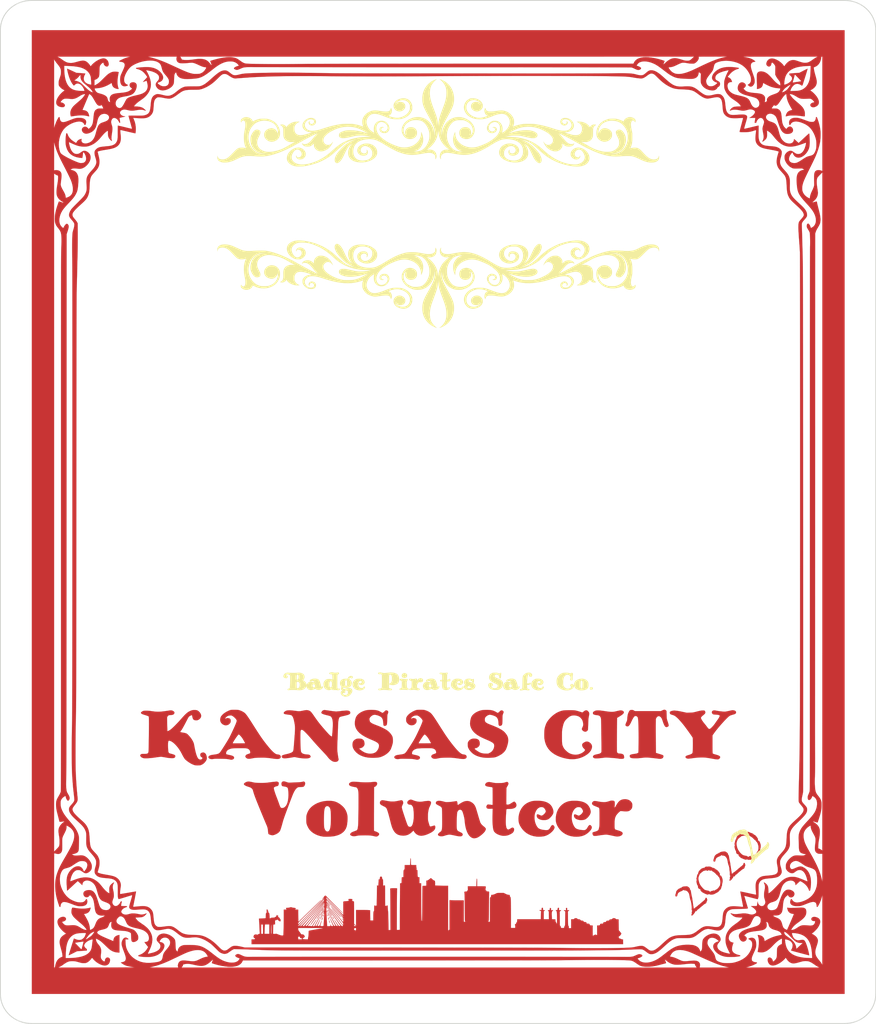
<source format=kicad_pcb>
(kicad_pcb (version 4) (host pcbnew 4.0.7)
  (layers (0 F.Cu signal) (31 B.Cu signal) (34 B.Paste user) (35 F.Paste user) (36 B.SilkS user) (37 F.SilkS user) (38 B.Mask user) (39 F.Mask user) (44 Edge.Cuts user))
  (net 0 "")
  (module LOGO (layer F.Cu) (at 0 0)
    (fp_text reference "G***" hide)
    (fp_text value "LOGO" hide)
  )
  (module LOGO (layer F.Cu) (at 0 0)
    (fp_text reference "G***" hide)
    (fp_text value "LOGO" hide)
  )
  (module LOGO (layer F.Cu) (at 0 0)
    (fp_text reference "G***" hide)
    (fp_text value "LOGO" hide)
  )
  (module LOGO (layer F.Cu) (at 0 0)
    (fp_text reference "G***" hide)
    (fp_text value "LOGO" hide)
    (fp_poly (pts (xy 48.514000 61.552667) (xy -48.111833 61.552667) (xy -48.111833 51.623236) (xy -45.466000 51.623236) (xy -45.466000 58.420000) (xy -45.414380 58.420000) (xy -44.966344 58.420000) (xy -40.384881 58.416829) (xy -39.948630 58.416486) (xy -39.524233 58.416072) (xy -39.113581 58.415593) (xy -38.718565 58.415053) (xy -38.341076 58.414458) (xy -37.983003 58.413812) (xy -37.646239 58.413121) (xy -37.332673 58.412389) (xy -37.044196 58.411622) (xy -36.782699 58.410825) (xy -36.550073 58.410002) (xy -36.348209 58.409160) (xy -36.178997 58.408302) (xy -36.044328 58.407435) (xy -35.946093 58.406563) (xy -35.886182 58.405690) (xy -35.866486 58.404823) (xy -35.866917 58.404720) (xy -35.897160 58.400163) (xy -34.113402 58.400163) (xy -34.099943 58.403692) (xy -34.068262 58.406699) (xy -34.016026 58.409230) (xy -33.940904 58.411333) (xy -33.840566 58.413054) (xy -33.712681 58.414439) (xy -33.554916 58.415536) (xy -33.364942 58.416392) (xy -33.140427 58.417052) (xy -32.879039 58.417564) (xy -32.578448 58.417975) (xy -32.465997 58.418101) (xy -30.694911 58.420000) (xy -30.318587 58.420000) (xy 30.929524 58.420000) (xy 30.877098 58.351209) (xy 30.831306 58.283545) (xy 30.785963 58.204130) (xy 30.747116 58.125116) (xy 30.720813 58.058657) (xy 30.712833 58.021075) (xy 30.709193 58.003414) (xy 30.693575 57.990842) (xy 30.658936 57.981753) (xy 30.598231 57.974540) (xy 30.504417 57.967597) (xy 30.468294 57.965296) (xy 30.364755 57.960031) (xy 30.264464 57.957915) (xy 30.160918 57.959347) (xy 30.047617 57.964728) (xy 29.918059 57.974456) (xy 29.765745 57.988932) (xy 29.584172 58.008554) (xy 29.379333 58.032248) (xy 29.100289 58.061123) (xy 28.846187 58.079146) (xy 28.620454 58.086259) (xy 28.426522 58.082405) (xy 28.267818 58.067526) (xy 28.186519 58.052239) (xy 27.931324 57.973142) (xy 27.691283 57.860747) (xy 27.459976 57.711681) (xy 27.307657 57.590438) (xy 27.136701 57.444142) (xy 27.210267 57.647371) (xy 27.241243 57.735571) (xy 27.265782 57.810444) (xy 27.280739 57.862099) (xy 27.283833 57.878695) (xy 27.283402 57.886673) (xy 27.279483 57.894038) (xy 27.268138 57.901961) (xy 27.245431 57.911611) (xy 27.207424 57.924157) (xy 27.150180 57.940769) (xy 27.069761 57.962615) (xy 26.962230 57.990865) (xy 26.823650 58.026689) (xy 26.650082 58.071255) (xy 26.543000 58.098707) (xy 26.309981 58.157483) (xy 26.110368 58.205279) (xy 25.936993 58.243184) (xy 25.782686 58.272289) (xy 25.640278 58.293683) (xy 25.502598 58.308455) (xy 25.362479 58.317697) (xy 25.212750 58.322497) (xy 25.061333 58.323925) (xy 24.851552 58.322080) (xy 24.675236 58.313847) (xy 24.523709 58.296484) (xy 24.388295 58.267254) (xy 24.260318 58.223415) (xy 24.131101 58.162228) (xy 23.991970 58.080954) (xy 23.834246 57.976851) (xy 23.727833 57.902824) (xy 23.581075 57.802109) (xy 23.458058 57.725064) (xy 23.350082 57.668167) (xy 23.248445 57.627894) (xy 23.144447 57.600719) (xy 23.029385 57.583119) (xy 22.913042 57.572821) (xy 22.725429 57.561778) (xy 22.497077 57.551903) (xy 22.229568 57.543202) (xy 21.924479 57.535678) (xy 21.583390 57.529335) (xy 21.207880 57.524177) (xy 20.799530 57.520209) (xy 20.359918 57.517434) (xy 19.890623 57.515857) (xy 19.393225 57.515482) (xy 18.869304 57.516312) (xy 18.320438 57.518353) (xy 17.748208 57.521607) (xy 17.154191 57.526080) (xy 16.539969 57.531776) (xy 15.907119 57.538697) (xy 15.257223 57.546850) (xy 14.890750 57.551893) (xy 14.802331 57.552846) (xy 14.672635 57.553789) (xy 14.502716 57.554723) (xy 14.293630 57.555645) (xy 14.046432 57.556556) (xy 13.762178 57.557452) (xy 13.441923 57.558335) (xy 13.086722 57.559201) (xy 12.697632 57.560051) (xy 12.275706 57.560883) (xy 11.822002 57.561696) (xy 11.337573 57.562489) (xy 10.823477 57.563261) (xy 10.280767 57.564011) (xy 9.710499 57.564737) (xy 9.113729 57.565439) (xy 8.491513 57.566115) (xy 7.844905 57.566764) (xy 7.174960 57.567385) (xy 6.482736 57.567978) (xy 5.769286 57.568540) (xy 5.035666 57.569071) (xy 4.282932 57.569570) (xy 3.512139 57.570035) (xy 2.724342 57.570466) (xy 1.920597 57.570862) (xy 1.101960 57.571220) (xy 0.269485 57.571541) (xy -0.575772 57.571822) (xy -1.432756 57.572064) (xy -2.300410 57.572264) (xy -3.177681 57.572422) (xy -4.063511 57.572537) (xy -4.751917 57.572595) (xy -23.018750 57.573774) (xy -23.079935 57.705224) (xy -23.178628 57.868119) (xy -23.311222 58.006924) (xy -23.476711 58.121498) (xy -23.674089 58.211702) (xy -23.902351 58.277395) (xy -24.160489 58.318436) (xy -24.447498 58.334685) (xy -24.762371 58.326001) (xy -25.104103 58.292244) (xy -25.471687 58.233274) (xy -25.864118 58.148949) (xy -26.005811 58.113763) (xy -26.212089 58.059326) (xy -26.385114 58.010480) (xy -26.523263 57.967762) (xy -26.624910 57.931709) (xy -26.688430 57.902857) (xy -26.712198 57.881744) (xy -26.712333 57.880391) (xy -26.705441 57.848805) (xy -26.686865 57.787550) (xy -26.659758 57.706608) (xy -26.638683 57.647138) (xy -26.565033 57.443676) (xy -26.781558 57.647762) (xy -26.983341 57.824872) (xy -27.177617 57.969299) (xy -27.361376 58.079035) (xy -27.531606 58.152075) (xy -27.544642 58.156302) (xy -27.679177 58.192383) (xy -27.815900 58.214890) (xy -27.960697 58.223537) (xy -28.119451 58.218036) (xy -28.298048 58.198102) (xy -28.502370 58.163448) (xy -28.738304 58.113788) (xy -28.824151 58.094047) (xy -29.061924 58.042043) (xy -29.267465 58.005654) (xy -29.447739 57.984497) (xy -29.609709 57.978186) (xy -29.760338 57.986340) (xy -29.906588 58.008573) (xy -29.998458 58.029346) (xy -30.074212 58.049991) (xy -30.117352 58.067705) (xy -30.136764 58.087922) (xy -30.141332 58.116075) (xy -30.141333 58.116708) (xy -30.156989 58.190957) (xy -30.199071 58.276129) (xy -30.260250 58.357598) (xy -30.264127 58.361792) (xy -30.318587 58.420000) (xy -30.694911 58.420000) (xy -30.727862 58.353950) (xy -30.750727 58.268413) (xy -30.750646 58.160780) (xy -30.730298 58.042653) (xy -30.692359 57.925634) (xy -30.639508 57.821325) (xy -30.589990 57.756603) (xy -30.520031 57.694056) (xy -30.439771 57.645670) (xy -30.345020 57.611022) (xy -30.231588 57.589686) (xy -30.095286 57.581238) (xy -29.931924 57.585254) (xy -29.737311 57.601308) (xy -29.507259 57.628976) (xy -29.432250 57.639261) (xy -29.193717 57.666524) (xy -28.988098 57.676123) (xy -28.809743 57.667850) (xy -28.653001 57.641501) (xy -28.537662 57.606641) (xy -28.464155 57.577134) (xy -28.363728 57.533461) (xy -28.247263 57.480519) (xy -28.125637 57.423206) (xy -28.066709 57.394645) (xy -27.856645 57.297805) (xy -27.670594 57.225650) (xy -27.500314 57.175443) (xy -27.337569 57.144445) (xy -27.299446 57.139643) (xy -27.177476 57.125722) (xy -27.263317 56.960725) (xy -27.352469 56.817262) (xy -27.462797 56.683122) (xy -27.583757 56.569913) (xy -27.678234 56.503885) (xy -27.874098 56.413510) (xy -28.094468 56.357511) (xy -28.339167 56.335871) (xy -28.608015 56.348576) (xy -28.900836 56.395608) (xy -29.217450 56.476952) (xy -29.557682 56.592592) (xy -29.818221 56.697527) (xy -29.887411 56.728104) (xy -29.989043 56.774432) (xy -30.117439 56.833855) (xy -30.266920 56.903718) (xy -30.431806 56.981363) (xy -30.606418 57.064135) (xy -30.785076 57.149378) (xy -30.815734 57.164064) (xy -31.085371 57.292935) (xy -31.322060 57.405190) (xy -31.530753 57.503079) (xy -31.716399 57.588849) (xy -31.883951 57.664749) (xy -32.038358 57.733028) (xy -32.184571 57.795933) (xy -32.327541 57.855713) (xy -32.437917 57.900779) (xy -32.741409 58.016573) (xy -33.058100 58.124591) (xy -33.376692 58.221469) (xy -33.685887 58.303844) (xy -33.974385 58.368353) (xy -34.067750 58.385975) (xy -34.094974 58.391351) (xy -34.110968 58.396065) (xy -34.113402 58.400163) (xy -35.897160 58.400163) (xy -36.019035 58.381799) (xy -36.180959 58.354785) (xy -36.343991 58.325361) (xy -36.499435 58.295210) (xy -36.638593 58.266017) (xy -36.752769 58.239465) (xy -36.830000 58.218275) (xy -37.007010 58.153169) (xy -37.176131 58.073371) (xy -37.325465 57.985080) (xy -37.431568 57.904840) (xy -37.535719 57.813563) (xy -37.382115 57.788196) (xy -37.226750 57.751801) (xy -37.108202 57.698509) (xy -37.023381 57.625557) (xy -36.969198 57.530182) (xy -36.942566 57.409620) (xy -36.941099 57.393638) (xy -36.938409 57.318673) (xy -36.943362 57.240550) (xy -36.957386 57.153780) (xy -36.981905 57.052877) (xy -37.018346 56.932352) (xy -37.068133 56.786720) (xy -37.132693 56.610493) (xy -37.170726 56.509800) (xy -37.251212 56.294918) (xy -37.315753 56.113835) (xy -37.365423 55.961590) (xy -37.401301 55.833223) (xy -37.424462 55.723772) (xy -37.435981 55.628277) (xy -37.436936 55.541776) (xy -37.428403 55.459310) (xy -37.414200 55.387424) (xy -37.363635 55.225216) (xy -37.295268 55.088136) (xy -37.212417 54.979422) (xy -37.118404 54.902311) (xy -37.016548 54.860044) (xy -36.910168 54.855859) (xy -36.876502 54.862878) (xy -36.823548 54.885214) (xy -36.760663 54.922920) (xy -36.698674 54.967887) (xy -36.648411 55.012010) (xy -36.620702 55.047182) (xy -36.618333 55.056150) (xy -36.637887 55.064910) (xy -36.690118 55.071634) (xy -36.765384 55.075293) (xy -36.800957 55.075667) (xy -36.983581 55.075667) (xy -36.972340 55.430209) (xy -36.961087 55.640634) (xy -36.939977 55.821486) (xy -36.906177 55.984937) (xy -36.856854 56.143159) (xy -36.789176 56.308325) (xy -36.746955 56.398584) (xy -36.594016 56.674562) (xy -36.416170 56.918785) (xy -36.209187 57.136435) (xy -36.009348 57.302792) (xy -35.742226 57.482525) (xy -35.464097 57.627199) (xy -35.172074 57.737491) (xy -34.863264 57.814078) (xy -34.534781 57.857635) (xy -34.183733 57.868842) (xy -33.807232 57.848373) (xy -33.718500 57.839449) (xy -33.505372 57.814868) (xy -33.329043 57.790922) (xy -33.184025 57.766320) (xy -33.064829 57.739771) (xy -32.965964 57.709981) (xy -32.881943 57.675660) (xy -32.807274 57.635516) (xy -32.780640 57.618747) (xy -32.708282 57.558521) (xy -32.651009 57.479264) (xy -32.605551 57.374345) (xy -32.568641 57.237128) (xy -32.552719 57.156287) (xy -32.525652 57.015998) (xy -32.497406 56.899707) (xy -32.463769 56.799088) (xy -32.420528 56.705812) (xy -32.363472 56.611552) (xy -32.288387 56.507981) (xy -32.191064 56.386773) (xy -32.121293 56.303363) (xy -31.990421 56.144921) (xy -31.886727 56.010890) (xy -31.807216 55.895987) (xy -31.748893 55.794929) (xy -31.708762 55.702434) (xy -31.683828 55.613218) (xy -31.671097 55.522000) (xy -31.670028 55.507404) (xy -31.666910 55.418204) (xy -31.673871 55.350431) (xy -31.694387 55.283701) (xy -31.717380 55.229568) (xy -31.802450 55.085147) (xy -31.911886 54.974989) (xy -32.044053 54.900160) (xy -32.197314 54.861728) (xy -32.289750 54.856489) (xy -32.454013 54.876929) (xy -32.601505 54.934851) (xy -32.727941 55.027611) (xy -32.829035 55.152567) (xy -32.860039 55.208191) (xy -32.898028 55.290046) (xy -32.912231 55.342964) (xy -32.900665 55.374299) (xy -32.861349 55.391401) (xy -32.808354 55.399802) (xy -32.660887 55.433375) (xy -32.536422 55.494452) (xy -32.439879 55.579469) (xy -32.376180 55.684862) (xy -32.363678 55.721805) (xy -32.349141 55.847133) (xy -32.368732 55.989319) (xy -32.420584 56.142942) (xy -32.502831 56.302576) (xy -32.613606 56.462800) (xy -32.622673 56.474265) (xy -32.787477 56.655503) (xy -32.970160 56.806523) (xy -33.174854 56.929520) (xy -33.405688 57.026685) (xy -33.666792 57.100212) (xy -33.876496 57.139845) (xy -34.023062 57.156587) (xy -34.196615 57.166312) (xy -34.388376 57.169397) (xy -34.589566 57.166221) (xy -34.791404 57.157162) (xy -34.985111 57.142598) (xy -35.161908 57.122907) (xy -35.313015 57.098466) (xy -35.417125 57.073522) (xy -35.447115 57.045527) (xy -35.454167 57.014856) (xy -35.447245 56.985418) (xy -35.420489 56.962447) (xy -35.364909 56.939607) (xy -35.332458 56.929045) (xy -35.090857 56.831429) (xy -34.868483 56.697473) (xy -34.668993 56.530201) (xy -34.496041 56.332637) (xy -34.364127 56.127854) (xy -34.285176 55.984125) (xy -34.472797 55.739925) (xy -34.542910 55.648626) (xy -34.606518 55.565719) (xy -34.657834 55.498756) (xy -34.691069 55.455286) (xy -34.697132 55.447317) (xy -34.733847 55.398910) (xy -34.597270 55.387947) (xy -34.467931 55.364097) (xy -34.358999 55.317196) (xy -34.279446 55.251336) (xy -34.269355 55.238363) (xy -34.215380 55.129611) (xy -34.189183 54.997620) (xy -34.190250 54.850641) (xy -34.218066 54.696928) (xy -34.272118 54.544731) (xy -34.318122 54.455532) (xy -34.386337 54.362284) (xy -34.482457 54.261808) (xy -34.595586 54.163810) (xy -34.714832 54.078000) (xy -34.793948 54.031514) (xy -34.882303 53.987322) (xy -34.971146 53.948288) (xy -35.067297 53.912236) (xy -35.177577 53.876991) (xy -35.308804 53.840376) (xy -35.467799 53.800218) (xy -35.661381 53.754339) (xy -35.666793 53.753084) (xy -35.909983 53.694269) (xy -36.115323 53.638485) (xy -36.286963 53.583438) (xy -36.429049 53.526833) (xy -36.545731 53.466378) (xy -36.641156 53.399778) (xy -36.719472 53.324740) (xy -36.784827 53.238970) (xy -36.841370 53.140174) (xy -36.865269 53.090366) (xy -36.936767 52.935148) (xy -36.994411 52.813219) (xy -37.041350 52.719097) (xy -37.080729 52.647302) (xy -37.115697 52.592353) (xy -37.149400 52.548768) (xy -37.184986 52.511066) (xy -37.212769 52.485180) (xy -37.324287 52.403075) (xy -37.434085 52.352703) (xy -37.534036 52.331163) (xy -37.622229 52.337051) (xy -37.707303 52.373319) (xy -37.797900 52.442925) (xy -37.852564 52.495825) (xy -37.957181 52.617853) (xy -38.023621 52.732819) (xy -38.054354 52.845493) (xy -38.057202 52.891052) (xy -38.048326 52.979059) (xy -38.019201 53.061303) (xy -37.967490 53.139199) (xy -37.890851 53.214163) (xy -37.786946 53.287610) (xy -37.653436 53.360956) (xy -37.487980 53.435615) (xy -37.288240 53.513004) (xy -37.051875 53.594538) (xy -36.776547 53.681632) (xy -36.724167 53.697556) (xy -36.530360 53.756794) (xy -36.372533 53.806624) (xy -36.245840 53.848835) (xy -36.145438 53.885218) (xy -36.066480 53.917561) (xy -36.004120 53.947654) (xy -35.953515 53.977288) (xy -35.937123 53.988270) (xy -35.841380 54.070443) (xy -35.741835 54.183986) (xy -35.645847 54.319436) (xy -35.560776 54.467328) (xy -35.553691 54.481357) (xy -35.511605 54.568092) (xy -35.485438 54.633200) (xy -35.471420 54.692528) (xy -35.465781 54.761923) (xy -35.464750 54.855165) (xy -35.465721 54.949636) (xy -35.470452 55.014050) (xy -35.481669 55.060670) (xy -35.502098 55.101759) (xy -35.528250 55.140799) (xy -35.601321 55.219817) (xy -35.696675 55.287749) (xy -35.805032 55.341360) (xy -35.917113 55.377413) (xy -36.023640 55.392671) (xy -36.115335 55.383900) (xy -36.164341 55.362649) (xy -36.202892 55.331659) (xy -36.232888 55.291621) (xy -36.255640 55.236881) (xy -36.272461 55.161783) (xy -36.284663 55.060676) (xy -36.293559 54.927904) (xy -36.299730 54.779334) (xy -36.305659 54.643024) (xy -36.313172 54.524557) (xy -36.321703 54.430475) (xy -36.330686 54.367320) (xy -36.337317 54.344300) (xy -36.383229 54.295466) (xy -36.463915 54.245146) (xy -36.572036 54.196183) (xy -36.700254 54.151422) (xy -36.841231 54.113708) (xy -36.987630 54.085885) (xy -37.013345 54.082234) (xy -37.089403 54.073751) (xy -37.197157 54.064090) (xy -37.326017 54.054083) (xy -37.465393 54.044561) (xy -37.581417 54.037625) (xy -37.815875 54.021495) (xy -38.012124 54.000451) (xy -38.174142 53.973089) (xy -38.305908 53.938003) (xy -38.411401 53.893787) (xy -38.494600 53.839037) (xy -38.559483 53.772347) (xy -38.610028 53.692313) (xy -38.620654 53.670561) (xy -38.656745 53.553548) (xy -38.671427 53.409315) (xy -38.664320 53.247380) (xy -38.642896 53.112459) (xy -38.631297 53.044743) (xy -38.628073 52.997044) (xy -38.633434 52.980167) (xy -38.690964 52.994855) (xy -38.758836 53.032173) (xy -38.820565 53.082002) (xy -38.845292 53.110213) (xy -38.877476 53.164722) (xy -38.914853 53.244128) (xy -38.950200 53.332855) (xy -38.955765 53.348540) (xy -39.002771 53.472171) (xy -39.052654 53.572776) (xy -39.110887 53.654304) (xy -39.182945 53.720703) (xy -39.274302 53.775921) (xy -39.390432 53.823907) (xy -39.536810 53.868611) (xy -39.718909 53.913980) (xy -39.749464 53.921046) (xy -39.896268 53.955961) (xy -40.008824 53.986264) (xy -40.094540 54.014897) (xy -40.160821 54.044800) (xy -40.215075 54.078915) (xy -40.264708 54.120182) (xy -40.274875 54.129689) (xy -40.329277 54.201188) (xy -40.341504 54.273269) (xy -40.311706 54.347362) (xy -40.299367 54.364275) (xy -40.229481 54.432514) (xy -40.119188 54.511178) (xy -39.969036 54.599980) (xy -39.779575 54.698633) (xy -39.551353 54.806849) (xy -39.284919 54.924340) (xy -39.020750 55.034579) (xy -38.890490 55.088091) (xy -38.768879 55.138733) (xy -38.663062 55.183475) (xy -38.580184 55.219289) (xy -38.527391 55.243146) (xy -38.518885 55.247315) (xy -38.467462 55.272244) (xy -38.433743 55.286233) (xy -38.428927 55.287334) (xy -38.421413 55.268611) (xy -38.417118 55.222194) (xy -38.416809 55.207959) (xy -38.404271 55.113873) (xy -38.372267 55.004774) (xy -38.327110 54.899228) (xy -38.290516 54.836612) (xy -38.203601 54.743871) (xy -38.081003 54.663866) (xy -37.928219 54.599533) (xy -37.766625 54.556892) (xy -37.697833 54.543137) (xy -37.697833 56.648395) (xy -37.904208 56.634933) (xy -38.094952 56.614841) (xy -38.263479 56.578634) (xy -38.428312 56.521706) (xy -38.519953 56.481814) (xy -38.611513 56.436620) (xy -38.699473 56.386087) (xy -38.788591 56.326418) (xy -38.883624 56.253816) (xy -38.989333 56.164482) (xy -39.110476 56.054620) (xy -39.251810 55.920432) (xy -39.380583 55.795009) (xy -39.499948 55.679466) (xy -39.618413 55.567767) (xy -39.730105 55.465231) (xy -39.829153 55.377173) (xy -39.909685 55.308910) (xy -39.962667 55.267955) (xy -40.068999 55.197663) (xy -40.183429 55.129304) (xy -40.294686 55.069063) (xy -40.391502 55.023124) (xy -40.447481 55.001894) (xy -40.498379 54.986070) (xy -40.484532 55.120827) (xy -40.455346 55.261788) (xy -40.395194 55.402805) (xy -40.301162 55.549516) (xy -40.195942 55.678917) (xy -40.064477 55.843055) (xy -39.968239 56.000703) (xy -39.904727 56.160329) (xy -39.871434 56.330406) (xy -39.865859 56.519403) (xy -39.884888 56.731249) (xy -39.904374 56.889399) (xy -39.915604 57.014108) (xy -39.918768 57.113419) (xy -39.914056 57.195373) (xy -39.901657 57.268012) (xy -39.897927 57.283502) (xy -39.851256 57.395912) (xy -39.772120 57.507348) (xy -39.669140 57.606643) (xy -39.621393 57.641678) (xy -39.507583 57.717989) (xy -39.459958 57.673721) (xy -39.419345 57.608188) (xy -39.412333 57.558381) (xy -39.393774 57.450661) (xy -39.343068 57.353553) (xy -39.267677 57.276568) (xy -39.175059 57.229219) (xy -39.149294 57.222977) (xy -39.061795 57.225036) (xy -38.970988 57.256444) (xy -38.892725 57.309707) (xy -38.848670 57.365104) (xy -38.818023 57.463400) (xy -38.814742 57.581592) (xy -38.836662 57.709243) (xy -38.881617 57.835919) (xy -38.947440 57.951185) (xy -38.978643 57.991194) (xy -39.087894 58.087625) (xy -39.219875 58.150187) (xy -39.372254 58.179126) (xy -39.542696 58.174686) (xy -39.728867 58.137115) (xy -39.928432 58.066658) (xy -40.139059 57.963560) (xy -40.327053 57.849120) (xy -40.456527 57.755054) (xy -40.590628 57.643226) (xy -40.718630 57.523587) (xy -40.829809 57.406091) (xy -40.904583 57.313243) (xy -40.946917 57.254438) (xy -41.083901 57.426297) (xy -41.216180 57.573576) (xy -41.359889 57.700512) (xy -41.506091 57.799915) (xy -41.613667 57.852737) (xy -41.682236 57.876218) (xy -41.752811 57.890295) (xy -41.839248 57.896879) (xy -41.941750 57.897978) (xy -42.033398 57.895945) (xy -42.113338 57.889673) (xy -42.193273 57.877127) (xy -42.284905 57.856269) (xy -42.399937 57.825063) (xy -42.460333 57.807716) (xy -42.634481 57.758274) (xy -42.777051 57.720762) (xy -42.896600 57.693646) (xy -43.001686 57.675387) (xy -43.100866 57.664450) (xy -43.202695 57.659299) (xy -43.292509 57.658313) (xy -43.442095 57.661902) (xy -43.573930 57.674069) (xy -43.695037 57.697551) (xy -43.812436 57.735085) (xy -43.933148 57.789407) (xy -44.064194 57.863254) (xy -44.212594 57.959364) (xy -44.385370 58.080473) (xy -44.397083 58.088896) (xy -44.501826 58.161134) (xy -44.613061 58.232606) (xy -44.717239 58.294886) (xy -44.798131 58.338254) (xy -44.966344 58.420000) (xy -45.414380 58.420000) (xy -45.382254 58.414942) (xy -45.363901 58.392554) (xy -45.352288 58.342010) (xy -45.349028 58.319459) (xy -45.297263 58.051653) (xy -45.219707 57.816462) (xy -45.116596 57.614240) (xy -44.988168 57.445339) (xy -44.834659 57.310110) (xy -44.813612 57.298167) (xy -44.090167 57.298167) (xy -43.788542 57.298115) (xy -43.644883 57.296354) (xy -43.483182 57.291612) (xy -43.324273 57.284635) (xy -43.201167 57.277083) (xy -42.823561 57.239860) (xy -42.484121 57.186271) (xy -42.181829 57.115983) (xy -41.915670 57.028661) (xy -41.684629 56.923970) (xy -41.487690 56.801577) (xy -41.323837 56.661147) (xy -41.321023 56.658288) (xy -41.229065 56.557736) (xy -41.154108 56.458193) (xy -41.093715 56.353075) (xy -41.045448 56.235799) (xy -41.006869 56.099782) (xy -40.975540 55.938441) (xy -40.949023 55.745192) (xy -40.934839 55.615417) (xy -40.921199 55.484609) (xy -40.908068 55.364053) (xy -40.896362 55.261758) (xy -40.886997 55.185737) (xy -40.880976 55.144459) (xy -40.877395 55.105388) (xy -40.888132 55.082808) (xy -40.918809 55.076343) (xy -40.975052 55.085617) (xy -41.062485 55.110255) (xy -41.120449 55.128471) (xy -41.299123 55.197023) (xy -41.462120 55.281749) (xy -41.605051 55.378774) (xy -41.723527 55.484221) (xy -41.813161 55.594215) (xy -41.869564 55.704880) (xy -41.888369 55.806724) (xy -41.870285 55.900868) (xy -41.819022 55.999614) (xy -41.740975 56.092534) (xy -41.682458 56.142266) (xy -41.622138 56.189053) (xy -41.588808 56.224408) (xy -41.574525 56.260813) (xy -41.571346 56.310748) (xy -41.571333 56.316891) (xy -41.571333 56.409167) (xy -41.650708 56.409958) (xy -41.694026 56.411745) (xy -41.772531 56.416328) (xy -41.879200 56.423245) (xy -42.007014 56.432029) (xy -42.148952 56.442218) (xy -42.238083 56.448819) (xy -42.746083 56.486890) (xy -43.240858 56.735192) (xy -43.390741 56.810127) (xy -43.506980 56.867365) (xy -43.593585 56.908550) (xy -43.654568 56.935328) (xy -43.693940 56.949342) (xy -43.715712 56.952238) (xy -43.723896 56.945660) (xy -43.722924 56.932860) (xy -43.713879 56.901749) (xy -43.693949 56.836326) (xy -43.664632 56.741352) (xy -43.627426 56.621592) (xy -43.583830 56.481810) (xy -43.535341 56.326768) (xy -43.483457 56.161230) (xy -43.429676 55.989961) (xy -43.375497 55.817722) (xy -43.322417 55.649278) (xy -43.271934 55.489392) (xy -43.269610 55.482047) (xy -42.988743 55.482047) (xy -42.603794 55.882013) (xy -42.500496 55.988253) (xy -42.406650 56.082692) (xy -42.326226 56.161508) (xy -42.263189 56.220873) (xy -42.221508 56.256964) (xy -42.205295 56.266197) (xy -42.196097 56.241956) (xy -42.177895 56.182879) (xy -42.152442 56.095071) (xy -42.121494 55.984639) (xy -42.086806 55.857690) (xy -42.070842 55.798295) (xy -42.036232 55.666536) (xy -42.006512 55.548870) (xy -41.983102 55.451298) (xy -41.967420 55.379825) (xy -41.960884 55.340452) (xy -41.961315 55.334796) (xy -41.984764 55.334490) (xy -42.043923 55.340145) (xy -42.132722 55.350914) (xy -42.245088 55.365950) (xy -42.374951 55.384404) (xy -42.516239 55.405428) (xy -42.662881 55.428176) (xy -42.808804 55.451800) (xy -42.856830 55.459822) (xy -42.988743 55.482047) (xy -43.269610 55.482047) (xy -43.225547 55.342828) (xy -43.184752 55.214350) (xy -43.151049 55.108720) (xy -43.125935 55.030702) (xy -43.110909 54.985060) (xy -43.107209 54.974938) (xy -43.086958 54.980371) (xy -43.038136 54.999736) (xy -42.970552 55.029100) (xy -42.957302 55.035075) (xy -42.760753 55.107976) (xy -42.572444 55.145727) (xy -42.396496 55.147994) (xy -42.237026 55.114446) (xy -42.192032 55.096918) (xy -42.166686 55.082074) (xy -41.698333 55.082074) (xy -41.691171 55.086719) (xy -41.667223 55.078111) (xy -41.622798 55.054118) (xy -41.554205 55.012608) (xy -41.457750 54.951447) (xy -41.338500 54.874210) (xy -41.244379 54.810621) (xy -41.151817 54.744214) (xy -41.073734 54.684441) (xy -41.036299 54.653121) (xy -40.957326 54.573320) (xy -40.874844 54.474396) (xy -40.798618 54.369433) (xy -40.738414 54.271514) (xy -40.713856 54.221136) (xy -40.681840 54.144511) (xy -40.818538 54.195964) (xy -41.000104 54.280596) (xy -41.164415 54.393463) (xy -41.310796 54.529798) (xy -41.362751 54.588913) (xy -41.424173 54.665893) (xy -41.489820 54.753265) (xy -41.554450 54.843559) (xy -41.612820 54.929304) (xy -41.659686 55.003026) (xy -41.689807 55.057256) (xy -41.698333 55.082074) (xy -42.166686 55.082074) (xy -42.099417 55.042679) (xy -42.000710 54.962343) (xy -41.908827 54.867640) (xy -41.842332 54.779334) (xy -41.812884 54.724021) (xy -41.778360 54.645698) (xy -41.743158 54.556228) (xy -41.711674 54.467474) (xy -41.688307 54.391300) (xy -41.677452 54.339568) (xy -41.677167 54.333741) (xy -41.697142 54.322657) (xy -41.752771 54.315724) (xy -41.837613 54.312629) (xy -41.945224 54.313055) (xy -42.069163 54.316690) (xy -42.202986 54.323217) (xy -42.340251 54.332323) (xy -42.474517 54.343693) (xy -42.599339 54.357012) (xy -42.708277 54.371967) (xy -42.794887 54.388241) (xy -42.795299 54.388336) (xy -42.957211 54.439403) (xy -43.125761 54.516385) (xy -43.284358 54.610651) (xy -43.410867 54.708510) (xy -43.578582 54.885699) (xy -43.720265 55.090897) (xy -43.836870 55.326065) (xy -43.929347 55.593166) (xy -43.998650 55.894162) (xy -44.005783 55.934572) (xy -44.022590 56.052336) (xy -44.038953 56.202511) (xy -44.054175 56.375179) (xy -44.067561 56.560418) (xy -44.078414 56.748307) (xy -44.086038 56.928928) (xy -44.089737 57.092358) (xy -44.089975 57.134125) (xy -44.090167 57.298167) (xy -44.813612 57.298167) (xy -44.656307 57.208908) (xy -44.582292 57.179525) (xy -44.471167 57.140064) (xy -44.471167 57.019894) (xy -44.475482 56.926654) (xy -44.489152 56.818592) (xy -44.513266 56.690424) (xy -44.548911 56.536866) (xy -44.597175 56.352635) (xy -44.640500 56.197500) (xy -44.699545 55.984004) (xy -44.744882 55.805489) (xy -44.777497 55.657236) (xy -44.798373 55.534523) (xy -44.808494 55.432630) (xy -44.809833 55.385169) (xy -44.797306 55.249557) (xy -44.763319 55.103162) (xy -44.713267 54.967928) (xy -44.701081 54.942730) (xy -44.641564 54.853423) (xy -44.551927 54.754377) (xy -44.440588 54.653374) (xy -44.315964 54.558197) (xy -44.214307 54.492631) (xy -44.033487 54.385845) (xy -44.162034 54.302908) (xy -44.300736 54.200368) (xy -44.446872 54.069609) (xy -44.591693 53.920295) (xy -44.726451 53.762091) (xy -44.842397 53.604663) (xy -44.930784 53.457674) (xy -44.935523 53.448404) (xy -45.015391 53.258967) (xy -45.056980 53.084056) (xy -45.060536 52.924746) (xy -45.026307 52.782110) (xy -44.954540 52.657224) (xy -44.845481 52.551164) (xy -44.710727 52.470326) (xy -44.572496 52.418335) (xy -44.438085 52.393649) (xy -44.314131 52.395714) (xy -44.207269 52.423978) (xy -44.124135 52.477885) (xy -44.088454 52.522227) (xy -44.051492 52.616206) (xy -44.054344 52.706550) (xy -44.094491 52.789791) (xy -44.169414 52.862460) (xy -44.276595 52.921088) (xy -44.406968 52.960828) (xy -44.467177 52.976554) (xy -44.505800 52.992046) (xy -44.513500 52.999642) (xy -44.499806 53.033352) (xy -44.464037 53.087138) (xy -44.414162 53.151253) (xy -44.358152 53.215949) (xy -44.303977 53.271480) (xy -44.263339 53.305590) (xy -44.191428 53.350441) (xy -44.118289 53.383659) (xy -44.037345 53.406025) (xy -43.942023 53.418318) (xy -43.825747 53.421318) (xy -43.681943 53.415805) (xy -43.504035 53.402559) (xy -43.470409 53.399637) (xy -43.248124 53.387329) (xy -43.054633 53.394350) (xy -42.879935 53.423077) (xy -42.714032 53.475886) (xy -42.546926 53.555157) (xy -42.372597 53.660647) (xy -42.194388 53.771762) (xy -42.040241 53.854445) (xy -41.904964 53.910864) (xy -41.783367 53.943188) (xy -41.671332 53.953582) (xy -41.591413 53.953834) (xy -41.626789 53.885042) (xy -41.705203 53.760468) (xy -41.821595 53.617746) (xy -41.975788 53.457058) (xy -42.167601 53.278587) (xy -42.396855 53.082516) (xy -42.481500 53.013329) (xy -42.598961 52.915452) (xy -42.726303 52.804605) (xy -42.850585 52.692338) (xy -42.958870 52.590200) (xy -42.991211 52.558367) (xy -43.086072 52.461654) (xy -43.156846 52.383679) (xy -43.210907 52.314854) (xy -43.255631 52.245595) (xy -43.298393 52.166316) (xy -43.308711 52.145687) (xy -43.351819 52.056604) (xy -43.379093 51.990478) (xy -43.394110 51.932644) (xy -43.400447 51.868440) (xy -43.401679 51.783201) (xy -43.401635 51.764687) (xy -43.397313 51.642812) (xy -43.383566 51.545838) (xy -43.357875 51.456902) (xy -43.354186 51.446818) (xy -43.327349 51.379001) (xy -43.304208 51.327922) (xy -43.291301 51.306622) (xy -43.265045 51.304138) (xy -43.206566 51.308686) (xy -43.125213 51.319307) (xy -43.053000 51.331000) (xy -42.756824 51.377999) (xy -42.491251 51.409708) (xy -42.247703 51.426858) (xy -42.017600 51.430180) (xy -41.920583 51.427537) (xy -41.718395 51.414216) (xy -41.528520 51.391486) (xy -41.359968 51.360776) (xy -41.221750 51.323516) (xy -41.187218 51.311148) (xy -41.143233 51.298912) (xy -41.120248 51.300475) (xy -41.118678 51.327242) (xy -41.129543 51.382736) (xy -41.149587 51.456365) (xy -41.175549 51.537539) (xy -41.204172 51.615667) (xy -41.232197 51.680159) (xy -41.243781 51.701972) (xy -41.337394 51.822655) (xy -41.461530 51.922536) (xy -41.607210 51.996033) (xy -41.765452 52.037562) (xy -41.788292 52.040529) (xy -41.853550 52.048875) (xy -41.897723 52.056364) (xy -41.910000 52.060426) (xy -41.899887 52.079925) (xy -41.872341 52.128526) (xy -41.831549 52.198937) (xy -41.781700 52.283864) (xy -41.780891 52.285234) (xy -41.646554 52.518452) (xy -41.535690 52.724285) (xy -41.445680 52.908686) (xy -41.373908 53.077607) (xy -41.317756 53.237001) (xy -41.274605 53.392821) (xy -41.255110 53.480908) (xy -41.235943 53.588604) (xy -41.221068 53.697321) (xy -41.212632 53.790119) (xy -41.211500 53.824867) (xy -41.209756 53.897381) (xy -41.199587 53.937813) (xy -41.173584 53.949530) (xy -41.124341 53.935900) (xy -41.045010 53.900549) (xy -40.926186 53.836919) (xy -40.828767 53.763700) (xy -40.747071 53.673867) (xy -40.675416 53.560394) (xy -40.608120 53.416254) (xy -40.566037 53.308250) (xy -40.494299 53.126452) (xy -40.425359 52.979535) (xy -40.355259 52.860588) (xy -40.280041 52.762700) (xy -40.216025 52.697220) (xy -40.155502 52.644524) (xy -40.096852 52.603021) (xy -40.028891 52.566531) (xy -39.940433 52.528873) (xy -39.848588 52.494191) (xy -39.722814 52.445225) (xy -39.629227 52.401506) (xy -39.558849 52.358402) (xy -39.513082 52.321121) (xy -39.422917 52.238040) (xy -39.624000 52.251277) (xy -39.835700 52.252403) (xy -40.024207 52.227142) (xy -40.185952 52.176403) (xy -40.317368 52.101095) (xy -40.361343 52.063624) (xy -40.425967 51.992707) (xy -40.480329 51.911379) (xy -40.526055 51.814506) (xy -40.564770 51.696957) (xy -40.598101 51.553598) (xy -40.627673 51.379296) (xy -40.655112 51.168918) (xy -40.660999 51.117500) (xy -40.692706 50.868999) (xy -40.728700 50.657568) (xy -40.770736 50.478019) (xy -40.820570 50.325165) (xy -40.879958 50.193818) (xy -40.950656 50.078791) (xy -41.034420 49.974895) (xy -41.055381 49.952382) (xy -41.113675 49.894067) (xy -41.162718 49.850095) (xy -41.194124 49.827826) (xy -41.198847 49.826478) (xy -41.224126 49.842649) (xy -41.259780 49.883042) (xy -41.273246 49.901742) (xy -41.324096 49.959180) (xy -41.391238 50.014476) (xy -41.417033 50.031143) (xy -41.526031 50.073399) (xy -41.635768 50.077904) (xy -41.740171 50.048691) (xy -41.833165 49.989791) (xy -41.908677 49.905235) (xy -41.960633 49.799056) (xy -41.982960 49.675284) (xy -41.983378 49.655217) (xy -41.968119 49.535930) (xy -41.920936 49.437262) (xy -41.839718 49.357172) (xy -41.722354 49.293622) (xy -41.566732 49.244569) (xy -41.555910 49.241990) (xy -41.377094 49.216056) (xy -41.202360 49.220876) (xy -41.042333 49.255644) (xy -40.965148 49.286891) (xy -40.846200 49.358523) (xy -40.738341 49.453551) (xy -40.639438 49.575326) (xy -40.547358 49.727197) (xy -40.459968 49.912517) (xy -40.375138 50.134636) (xy -40.320510 50.299855) (xy -40.277460 50.436776) (xy -40.231926 50.581762) (xy -40.188382 50.720549) (xy -40.151306 50.838873) (xy -40.139395 50.876939) (xy -40.072018 51.068233) (xy -39.999566 51.222161) (xy -39.918013 51.343680) (xy -39.823337 51.437746) (xy -39.711514 51.509313) (xy -39.583406 51.561744) (xy -39.443516 51.594127) (xy -39.293396 51.606143) (xy -39.150579 51.597171) (xy -39.070448 51.579932) (xy -38.987116 51.540778) (xy -38.903974 51.477894) (xy -38.831812 51.401988) (xy -38.781420 51.323770) (xy -38.765556 51.277331) (xy -38.756396 51.159288) (xy -38.777138 51.053473) (xy -38.829848 50.957805) (xy -38.916596 50.870203) (xy -39.039447 50.788584) (xy -39.200470 50.710867) (xy -39.401731 50.634973) (xy -39.404563 50.634009) (xy -39.563693 50.576615) (xy -39.689069 50.522590) (xy -39.788449 50.467014) (xy -39.869593 50.404969) (xy -39.940260 50.331536) (xy -39.996078 50.259027) (xy -40.049663 50.179017) (xy -40.097170 50.095792) (xy -40.141082 50.003030) (xy -40.183885 49.894409) (xy -40.228060 49.763604) (xy -40.276093 49.604295) (xy -40.330466 49.410157) (xy -40.332621 49.402262) (xy -40.394061 49.186502) (xy -40.451706 49.006517) (xy -40.508397 48.856274) (xy -40.566976 48.729737) (xy -40.630284 48.620873) (xy -40.701163 48.523646) (xy -40.782452 48.432022) (xy -40.796009 48.418095) (xy -40.937877 48.293864) (xy -41.088071 48.197915) (xy -41.242253 48.129905) (xy -41.396086 48.089489) (xy -41.545231 48.076322) (xy -41.685350 48.090060) (xy -41.812106 48.130358) (xy -41.921160 48.196871) (xy -42.008174 48.289256) (xy -42.068810 48.407167) (xy -42.095631 48.521308) (xy -42.111083 48.639872) (xy -42.374598 48.397019) (xy -42.462224 48.316943) (xy -42.539084 48.247990) (xy -42.599814 48.194870) (xy -42.639050 48.162291) (xy -42.651224 48.154167) (xy -42.658407 48.157621) (xy -42.674006 48.169405) (xy -42.700356 48.191654) (xy -42.739796 48.226503) (xy -42.794662 48.276086) (xy -42.867291 48.342537) (xy -42.960021 48.427992) (xy -43.075189 48.534584) (xy -43.215131 48.664449) (xy -43.382185 48.819720) (xy -43.503582 48.932645) (xy -43.611270 49.032211) (xy -43.708563 49.120964) (xy -43.791277 49.195183) (xy -43.855224 49.251147) (xy -43.896217 49.285135) (xy -43.909993 49.293896) (xy -43.914065 49.271161) (xy -43.920597 49.212377) (xy -43.929016 49.123718) (xy -43.938748 49.011359) (xy -43.949222 48.881476) (xy -43.953930 48.820201) (xy -43.971870 48.532901) (xy -43.978876 48.281359) (xy -43.974427 48.060301) (xy -43.957999 47.864451) (xy -43.929071 47.688534) (xy -43.887120 47.527276) (xy -43.831625 47.375402) (xy -43.804888 47.314736) (xy -43.687719 47.102455) (xy -43.541810 46.905776) (xy -43.373745 46.731709) (xy -43.190110 46.587270) (xy -43.038838 46.498958) (xy -42.946976 46.455345) (xy -42.874971 46.427999) (xy -42.805798 46.412404) (xy -42.722433 46.404048) (xy -42.670064 46.401171) (xy -42.576397 46.397777) (xy -42.510079 46.400100) (xy -42.456236 46.410789) (xy -42.399995 46.432493) (xy -42.343884 46.459270) (xy -42.228853 46.529211) (xy -42.134149 46.618751) (xy -42.052994 46.735698) (xy -41.985142 46.872667) (xy -41.915752 47.032289) (xy -41.817964 46.927746) (xy -41.686466 46.765870) (xy -41.592708 46.600027) (xy -41.549408 46.485062) (xy -41.513264 46.316339) (xy -41.514044 46.167302) (xy -41.550457 46.039416) (xy -41.621213 45.934150) (xy -41.725024 45.852970) (xy -41.860599 45.797343) (xy -42.026648 45.768737) (xy -42.181262 45.766322) (xy -42.283708 45.772288) (xy -42.360853 45.782599) (xy -42.429726 45.801425) (xy -42.507359 45.832940) (xy -42.568353 45.861150) (xy -42.647031 45.902159) (xy -42.750307 45.961586) (xy -42.868219 46.033399) (xy -42.990805 46.111566) (xy -43.081532 46.171894) (xy -43.234678 46.274585) (xy -43.361657 46.356041) (xy -43.470360 46.420171) (xy -43.568676 46.470886) (xy -43.664496 46.512095) (xy -43.765710 46.547709) (xy -43.880208 46.581636) (xy -43.942525 46.598556) (xy -44.052478 46.629308) (xy -44.154644 46.660546) (xy -44.238324 46.688824) (xy -44.292818 46.710696) (xy -44.296615 46.712586) (xy -44.411317 46.794856) (xy -44.514739 46.917240) (xy -44.606395 47.078920) (xy -44.685800 47.279075) (xy -44.737550 47.456015) (xy -44.758412 47.569976) (xy -44.772350 47.714112) (xy -44.779327 47.876829) (xy -44.779306 48.046533) (xy -44.772249 48.211629) (xy -44.758119 48.360524) (xy -44.740787 48.464455) (xy -44.651608 48.793165) (xy -44.530420 49.107045) (xy -44.379864 49.401994) (xy -44.202581 49.673910) (xy -44.001213 49.918693) (xy -43.778403 50.132239) (xy -43.562682 50.293704) (xy -43.428818 50.372179) (xy -43.267001 50.452095) (xy -43.090961 50.527500) (xy -42.914427 50.592440) (xy -42.777833 50.634002) (xy -42.631797 50.664473) (xy -42.475354 50.682049) (xy -42.319199 50.686737) (xy -42.174024 50.678545) (xy -42.050523 50.657481) (xy -41.978969 50.633428) (xy -41.882416 50.576090) (xy -41.793999 50.499236) (xy -41.725459 50.414451) (xy -41.694029 50.352249) (xy -41.671065 50.307866) (xy -41.636668 50.294921) (xy -41.616481 50.296125) (xy -41.581235 50.306246) (xy -41.557868 50.333724) (xy -41.538271 50.389493) (xy -41.533198 50.408417) (xy -41.518636 50.494798) (xy -41.513449 50.591786) (xy -41.514975 50.632199) (xy -41.541787 50.772419) (xy -41.598970 50.888356) (xy -41.687874 50.980930) (xy -41.809846 51.051060) (xy -41.966235 51.099668) (xy -42.158389 51.127671) (xy -42.249904 51.133502) (xy -42.400163 51.135771) (xy -42.538722 51.127408) (xy -42.675507 51.106459) (xy -42.820441 51.070969) (xy -42.983449 51.018985) (xy -43.158833 50.954560) (xy -43.372038 50.873465) (xy -43.550775 50.807099) (xy -43.699703 50.754027) (xy -43.823482 50.712819) (xy -43.926771 50.682040) (xy -44.014230 50.660259) (xy -44.090518 50.646043) (xy -44.160295 50.637960) (xy -44.196000 50.635683) (xy -44.289341 50.632775) (xy -44.354515 50.636139) (xy -44.405488 50.647930) (xy -44.456225 50.670304) (xy -44.471167 50.678156) (xy -44.560216 50.748774) (xy -44.630743 50.851887) (xy -44.678779 50.980239) (xy -44.698074 51.093140) (xy -44.705763 51.164603) (xy -44.715722 51.203603) (xy -44.733035 51.219918) (xy -44.762785 51.223326) (xy -44.765755 51.223334) (xy -44.786163 51.221513) (xy -44.803652 51.212424) (xy -44.820859 51.190623) (xy -44.840421 51.150668) (xy -44.864976 51.087117) (xy -44.897160 50.994527) (xy -44.939612 50.867456) (xy -44.942678 50.858209) (xy -45.053356 50.508383) (xy -45.143338 50.186894) (xy -45.214127 49.886032) (xy -45.267223 49.598084) (xy -45.304128 49.315341) (xy -45.326343 49.030092) (xy -45.333318 48.851683) (xy -45.335222 48.546752) (xy -45.323355 48.271461) (xy -45.296226 48.014937) (xy -45.252343 47.766306) (xy -45.190215 47.514694) (xy -45.117151 47.275750) (xy -45.049122 47.079072) (xy -44.975672 46.887220) (xy -44.894071 46.694545) (xy -44.801588 46.495399) (xy -44.695495 46.284133) (xy -44.573060 46.055098) (xy -44.431554 45.802646) (xy -44.273166 45.529500) (xy -44.090647 45.217370) (xy -43.929178 44.937970) (xy -43.787223 44.688225) (xy -43.663245 44.465059) (xy -43.555711 44.265396) (xy -43.463084 44.086162) (xy -43.383829 43.924280) (xy -43.316412 43.776675) (xy -43.259295 43.640272) (xy -43.210944 43.511995) (xy -43.169824 43.388768) (xy -43.134399 43.267516) (xy -43.123482 43.226587) (xy -43.087077 43.044774) (xy -43.068795 42.855651) (xy -43.068781 42.671274) (xy -43.087179 42.503702) (xy -43.113467 42.395307) (xy -43.195904 42.206459) (xy -43.316361 42.029610) (xy -43.471308 41.868653) (xy -43.657213 41.727486) (xy -43.788523 41.650526) (xy -43.978573 41.550321) (xy -43.989606 41.746035) (xy -43.996234 41.836304) (xy -44.006740 41.916260) (xy -44.023608 41.993186) (xy -44.049320 42.074364) (xy -44.086360 42.167076) (xy -44.137212 42.278603) (xy -44.204357 42.416229) (xy -44.247613 42.502667) (xy -44.315031 42.636352) (xy -44.369449 42.746179) (xy -44.412216 42.838847) (xy -44.444681 42.921052) (xy -44.468195 42.999493) (xy -44.484105 43.080868) (xy -44.493763 43.171874) (xy -44.498516 43.279210) (xy -44.499714 43.409573) (xy -44.498707 43.569662) (xy -44.497063 43.740917) (xy -44.495697 43.950062) (xy -44.496065 44.121992) (xy -44.498724 44.261808) (xy -44.504229 44.374614) (xy -44.513139 44.465510) (xy -44.526009 44.539599) (xy -44.543396 44.601982) (xy -44.565857 44.657762) (xy -44.593950 44.712041) (xy -44.605160 44.731533) (xy -44.680435 44.821071) (xy -44.783246 44.889132) (xy -44.901484 44.929081) (xy -44.979937 44.936834) (xy -45.048943 44.930921) (xy -45.143061 44.915344) (xy -45.247087 44.893345) (xy -45.345815 44.868162) (xy -45.424039 44.843039) (xy -45.428958 44.841127) (xy -45.432429 44.841127) (xy -45.435677 44.844866) (xy -45.438708 44.853698) (xy -45.441531 44.868980) (xy -45.444154 44.892066) (xy -45.446582 44.924311) (xy -45.448824 44.967070) (xy -45.450887 45.021697) (xy -45.452779 45.089549) (xy -45.454506 45.171980) (xy -45.456077 45.270345) (xy -45.457499 45.385999) (xy -45.458779 45.520296) (xy -45.459924 45.674593) (xy -45.460942 45.850243) (xy -45.461841 46.048603) (xy -45.462627 46.271026) (xy -45.463309 46.518868) (xy -45.463893 46.793483) (xy -45.464386 47.096228) (xy -45.464798 47.428456) (xy -45.465133 47.791523) (xy -45.465401 48.186784) (xy -45.465609 48.615593) (xy -45.465763 49.079306) (xy -45.465872 49.579278) (xy -45.465943 50.116863) (xy -45.465982 50.693417) (xy -45.465999 51.310294) (xy -45.466000 51.623236) (xy -48.111833 51.623236) (xy -48.111833 -35.902430) (xy -45.466000 -35.902430) (xy -45.465174 44.651084) (xy -45.183084 44.365334) (xy -45.080380 44.260244) (xy -45.003637 44.178621) (xy -44.948216 44.114676) (xy -44.909477 44.062623) (xy -44.882781 44.016674) (xy -44.863490 43.971043) (xy -44.860706 43.963167) (xy -44.845884 43.914318) (xy -44.835153 43.861296) (xy -44.827919 43.796469) (xy -44.823590 43.712203) (xy -44.821573 43.600868) (xy -44.821275 43.455167) (xy -44.822477 43.301308) (xy -44.826039 43.177266) (xy -44.833036 43.070548) (xy -44.844541 42.968656) (xy -44.861628 42.859096) (xy -44.882197 42.746084) (xy -44.922298 42.496223) (xy -44.941361 42.279932) (xy -44.939441 42.094081) (xy -44.916594 41.935537) (xy -44.898035 41.867667) (xy -44.814089 41.673965) (xy -44.690000 41.486802) (xy -44.527781 41.308887) (xy -44.398221 41.195770) (xy -44.330054 41.141150) (xy -44.274102 41.096268) (xy -44.238876 41.067950) (xy -44.232066 41.062441) (xy -44.245490 41.060085) (xy -44.293877 41.063010) (xy -44.370273 41.070590) (xy -44.467722 41.082195) (xy -44.506686 41.087246) (xy -44.613164 41.100164) (xy -44.704206 41.108999) (xy -44.771824 41.113142) (xy -44.808028 41.111987) (xy -44.811635 41.110447) (xy -44.821606 41.085136) (xy -44.839203 41.026970) (xy -44.862060 40.944235) (xy -44.887814 40.845212) (xy -44.891521 40.830500) (xy -44.920993 40.714300) (xy -44.957530 40.572092) (xy -44.997278 40.418773) (xy -45.036386 40.269237) (xy -45.052545 40.207921) (xy -45.116589 39.952925) (xy -45.165248 39.728603) (xy -45.199821 39.526723) (xy -45.221609 39.339052) (xy -45.231914 39.157359) (xy -45.233167 39.064878) (xy -45.228898 38.895395) (xy -45.214085 38.747792) (xy -45.185720 38.612116) (xy -45.140795 38.478412) (xy -45.076303 38.336727) (xy -44.989234 38.177108) (xy -44.939285 38.092440) (xy -44.833548 37.908728) (xy -44.753475 37.751964) (xy -44.696722 37.617348) (xy -44.674243 37.549815) (xy -44.672723 37.542652) (xy -44.671248 37.531142) (xy -44.669817 37.514662) (xy -44.668430 37.492588) (xy -44.667086 37.464297) (xy -44.665785 37.429165) (xy -44.664525 37.386568) (xy -44.663307 37.335883) (xy -44.662129 37.276487) (xy -44.660990 37.207755) (xy -44.659891 37.129064) (xy -44.658831 37.039791) (xy -44.657808 36.939312) (xy -44.656822 36.827003) (xy -44.655873 36.702241) (xy -44.654960 36.564402) (xy -44.654082 36.412863) (xy -44.653238 36.247001) (xy -44.652428 36.066190) (xy -44.651652 35.869809) (xy -44.650908 35.657233) (xy -44.650196 35.427839) (xy -44.649515 35.181003) (xy -44.648865 34.916102) (xy -44.648244 34.632512) (xy -44.647653 34.329610) (xy -44.647091 34.006771) (xy -44.646556 33.663373) (xy -44.646049 33.298792) (xy -44.645568 32.912403) (xy -44.645114 32.503585) (xy -44.644685 32.071713) (xy -44.644280 31.616163) (xy -44.643899 31.136312) (xy -44.643542 30.631537) (xy -44.643207 30.101213) (xy -44.642895 29.544717) (xy -44.642603 28.961427) (xy -44.642333 28.350717) (xy -44.642082 27.711965) (xy -44.641851 27.044546) (xy -44.641639 26.347838) (xy -44.641444 25.621217) (xy -44.641267 24.864059) (xy -44.641107 24.075741) (xy -44.640963 23.255639) (xy -44.640834 22.403129) (xy -44.640720 21.517588) (xy -44.640620 20.598393) (xy -44.640534 19.644919) (xy -44.640460 18.656543) (xy -44.640399 17.632643) (xy -44.640349 16.572593) (xy -44.640310 15.475770) (xy -44.640281 14.341552) (xy -44.640261 13.169314) (xy -44.640251 11.958432) (xy -44.640248 10.708284) (xy -44.640253 9.418245) (xy -44.640265 8.087693) (xy -44.640283 6.716003) (xy -44.640305 5.420551) (xy -44.640328 4.007948) (xy -44.640345 2.637048) (xy -44.640355 1.307218) (xy -44.640357 0.017828) (xy -44.640351 -1.231753) (xy -44.640337 -2.442158) (xy -44.640313 -3.614016) (xy -44.640279 -4.747960) (xy -44.640234 -5.844620) (xy -44.640178 -6.904628) (xy -44.640110 -7.928615) (xy -44.640029 -8.917213) (xy -44.639934 -9.871051) (xy -44.639826 -10.790763) (xy -44.639703 -11.676978) (xy -44.639564 -12.530329) (xy -44.639410 -13.351446) (xy -44.639239 -14.140960) (xy -44.639051 -14.899504) (xy -44.638845 -15.627707) (xy -44.638620 -16.326202) (xy -44.638376 -16.995620) (xy -44.638113 -17.636591) (xy -44.637828 -18.249747) (xy -44.637523 -18.835720) (xy -44.637196 -19.395140) (xy -44.636846 -19.928639) (xy -44.636473 -20.436847) (xy -44.636076 -20.920397) (xy -44.635655 -21.379920) (xy -44.635209 -21.816046) (xy -44.634737 -22.229407) (xy -44.634239 -22.620634) (xy -44.633714 -22.990358) (xy -44.633161 -23.339211) (xy -44.632579 -23.667824) (xy -44.631969 -23.976828) (xy -44.631329 -24.266854) (xy -44.630659 -24.538534) (xy -44.629958 -24.792498) (xy -44.629225 -25.029379) (xy -44.628460 -25.249806) (xy -44.627663 -25.454412) (xy -44.626831 -25.643828) (xy -44.625966 -25.818685) (xy -44.625065 -25.979614) (xy -44.624129 -26.127246) (xy -44.623157 -26.262213) (xy -44.622149 -26.385146) (xy -44.621102 -26.496676) (xy -44.620018 -26.597434) (xy -44.618895 -26.688052) (xy -44.617732 -26.769161) (xy -44.616530 -26.841391) (xy -44.615287 -26.905375) (xy -44.614002 -26.961744) (xy -44.612676 -27.011128) (xy -44.611306 -27.054159) (xy -44.609894 -27.091468) (xy -44.608437 -27.123687) (xy -44.606936 -27.151446) (xy -44.606718 -27.155097) (xy -44.591492 -27.456064) (xy -44.583090 -27.741207) (xy -44.581430 -28.006094) (xy -44.586426 -28.246292) (xy -44.597995 -28.457368) (xy -44.616054 -28.634890) (xy -44.637057 -28.758956) (xy -44.669845 -28.886908) (xy -44.712331 -29.002527) (xy -44.769496 -29.115141) (xy -44.846321 -29.234080) (xy -44.947784 -29.368673) (xy -44.991630 -29.423156) (xy -45.120045 -29.590462) (xy -45.218250 -29.744021) (xy -45.289776 -29.893827) (xy -45.338151 -30.049873) (xy -45.366906 -30.222154) (xy -45.374160 -30.335877) (xy -44.845453 -30.335877) (xy -44.831143 -30.121827) (xy -44.785960 -29.925846) (xy -44.732658 -29.796565) (xy -44.675194 -29.703503) (xy -44.599239 -29.607996) (xy -44.516520 -29.523237) (xy -44.438765 -29.462417) (xy -44.431979 -29.458315) (xy -44.368055 -29.420881) (xy -44.287319 -29.574569) (xy -44.218267 -29.690579) (xy -44.143364 -29.790070) (xy -44.068765 -29.866155) (xy -44.000623 -29.911948) (xy -43.978882 -29.919687) (xy -43.906230 -29.917519) (xy -43.838717 -29.874513) (xy -43.778358 -29.792049) (xy -43.770222 -29.776707) (xy -43.742883 -29.702260) (xy -43.731836 -29.614054) (xy -43.737665 -29.507287) (xy -43.760959 -29.377154) (xy -43.802305 -29.218852) (xy -43.861458 -29.030083) (xy -43.973750 -28.691416) (xy -43.985267 3.439584) (xy -43.985798 4.901095) (xy -43.986325 6.320820) (xy -43.986852 7.699304) (xy -43.987377 9.037094) (xy -43.987902 10.334736) (xy -43.988427 11.592777) (xy -43.988953 12.811763) (xy -43.989481 13.992240) (xy -43.990011 15.134755) (xy -43.990544 16.239855) (xy -43.991080 17.308084) (xy -43.991621 18.339991) (xy -43.992166 19.336121) (xy -43.992717 20.297021) (xy -43.993274 21.223237) (xy -43.993838 22.115316) (xy -43.994409 22.973804) (xy -43.994988 23.799246) (xy -43.995576 24.592191) (xy -43.996173 25.353183) (xy -43.996780 26.082771) (xy -43.997397 26.781499) (xy -43.998026 27.449914) (xy -43.998667 28.088563) (xy -43.999320 28.697992) (xy -43.999986 29.278747) (xy -44.000667 29.831375) (xy -44.001361 30.356423) (xy -44.002071 30.854436) (xy -44.002796 31.325961) (xy -44.003538 31.771544) (xy -44.004297 32.191733) (xy -44.005073 32.587072) (xy -44.005868 32.958109) (xy -44.006682 33.305390) (xy -44.007515 33.629462) (xy -44.008368 33.930870) (xy -44.009243 34.210161) (xy -44.010138 34.467882) (xy -44.011056 34.704578) (xy -44.011997 34.920797) (xy -44.012961 35.117085) (xy -44.013950 35.293988) (xy -44.014963 35.452052) (xy -44.016001 35.591824) (xy -44.017065 35.713850) (xy -44.018156 35.818677) (xy -44.019275 35.906851) (xy -44.020421 35.978919) (xy -44.021595 36.035426) (xy -44.022799 36.076920) (xy -44.023649 36.097118) (xy -44.033500 36.316196) (xy -44.038752 36.502976) (xy -44.039459 36.667239) (xy -44.035673 36.818763) (xy -44.028333 36.954368) (xy -44.015975 37.125619) (xy -44.003347 37.262200) (xy -43.988665 37.371745) (xy -43.970145 37.461891) (xy -43.946000 37.540273) (xy -43.914447 37.614527) (xy -43.873700 37.692289) (xy -43.843586 37.744674) (xy -43.753022 37.903934) (xy -43.686148 38.034840) (xy -43.641556 38.143127) (xy -43.617835 38.234531) (xy -43.613578 38.314788) (xy -43.627376 38.389633) (xy -43.657818 38.464802) (xy -43.663782 38.476555) (xy -43.718309 38.557603) (xy -43.776033 38.596511) (xy -43.837146 38.593370) (xy -43.873820 38.572612) (xy -43.926637 38.516009) (xy -43.979978 38.429061) (xy -44.028133 38.323297) (xy -44.065397 38.210245) (xy -44.076412 38.163429) (xy -44.102513 38.035472) (xy -44.232527 38.100440) (xy -44.357892 38.180712) (xy -44.475475 38.288132) (xy -44.574111 38.410794) (xy -44.642639 38.536796) (xy -44.643311 38.538477) (xy -44.663793 38.595202) (xy -44.677703 38.650711) (xy -44.686272 38.715242) (xy -44.690733 38.799033) (xy -44.692315 38.912323) (xy -44.692406 38.946667) (xy -44.688498 39.112257) (xy -44.674350 39.255713) (xy -44.647014 39.390490) (xy -44.603541 39.530042) (xy -44.540983 39.687822) (xy -44.518702 39.739244) (xy -44.457210 39.871617) (xy -44.389811 40.000593) (xy -44.313382 40.130618) (xy -44.224803 40.266142) (xy -44.120952 40.411611) (xy -43.998707 40.571473) (xy -43.854947 40.750175) (xy -43.686550 40.952166) (xy -43.576893 41.081122) (xy -43.414588 41.272083) (xy -43.277502 41.436362) (xy -43.162293 41.578527) (xy -43.065622 41.703145) (xy -42.984150 41.814785) (xy -42.914535 41.918014) (xy -42.853439 42.017399) (xy -42.797521 42.117510) (xy -42.746417 42.216917) (xy -42.647573 42.433527) (xy -42.577149 42.630849) (xy -42.532322 42.818159) (xy -42.511268 42.989500) (xy -42.509059 43.050463) (xy -42.508138 43.147042) (xy -42.508450 43.272544) (xy -42.509940 43.420272) (xy -42.512555 43.583531) (xy -42.516241 43.755627) (xy -42.518007 43.825584) (xy -42.523085 44.013550) (xy -42.527617 44.164204) (xy -42.532036 44.282554) (xy -42.536778 44.373609) (xy -42.542277 44.442378) (xy -42.548965 44.493871) (xy -42.557278 44.533095) (xy -42.567649 44.565061) (xy -42.580513 44.594778) (xy -42.585581 44.605361) (xy -42.641076 44.691327) (xy -42.711701 44.762884) (xy -42.720520 44.769548) (xy -42.799687 44.814782) (xy -42.907714 44.860070) (xy -43.031375 44.900896) (xy -43.157444 44.932745) (xy -43.241813 44.947520) (xy -43.356542 44.962964) (xy -43.305313 45.002573) (xy -43.255993 45.032806) (xy -43.186019 45.066711) (xy -43.142164 45.084757) (xy -43.069846 45.106922) (xy -42.987214 45.120738) (xy -42.887552 45.126392) (xy -42.764144 45.124071) (xy -42.610273 45.113960) (xy -42.487146 45.102956) (xy -42.282563 45.091614) (xy -42.106469 45.101938) (xy -41.949554 45.136530) (xy -41.802512 45.197988) (xy -41.656033 45.288912) (xy -41.560856 45.361678) (xy -41.407584 45.505636) (xy -41.267015 45.675241) (xy -41.146526 45.859641) (xy -41.053490 46.047983) (xy -41.009647 46.172850) (xy -40.985221 46.302175) (xy -40.978897 46.445057) (xy -40.989815 46.587226) (xy -41.017116 46.714413) (xy -41.046761 46.789336) (xy -41.122025 46.902278) (xy -41.223497 47.007348) (xy -41.341875 47.098194) (xy -41.467857 47.168461) (xy -41.592140 47.211797) (xy -41.681463 47.222817) (xy -41.741678 47.220289) (xy -41.796034 47.210214) (xy -41.852813 47.188884) (xy -41.920297 47.152594) (xy -42.006771 47.097639) (xy -42.095372 47.037618) (xy -42.182832 46.979344) (xy -42.265456 46.927447) (xy -42.332450 46.888539) (xy -42.365859 46.871895) (xy -42.439360 46.852957) (xy -42.537820 46.842779) (xy -42.644702 46.841743) (xy -42.743470 46.850224) (xy -42.798786 46.861987) (xy -42.884999 46.899809) (xy -42.982261 46.960888) (xy -43.075965 47.034806) (xy -43.151505 47.111147) (xy -43.156169 47.116852) (xy -43.232138 47.226277) (xy -43.308716 47.362643) (xy -43.378491 47.511324) (xy -43.434051 47.657694) (xy -43.440505 47.677917) (xy -43.463714 47.760307) (xy -43.486652 47.854750) (xy -43.507549 47.952003) (xy -43.524633 48.042827) (xy -43.536132 48.117980) (xy -43.540273 48.168223) (xy -43.537533 48.183957) (xy -43.516152 48.179042) (xy -43.461924 48.160746) (xy -43.381309 48.131411) (xy -43.280765 48.093379) (xy -43.181863 48.054946) (xy -42.897475 47.948014) (xy -42.642062 47.862951) (xy -42.409225 47.798371) (xy -42.192566 47.752888) (xy -41.985685 47.725116) (xy -41.782185 47.713668) (xy -41.614732 47.715437) (xy -41.351017 47.738699) (xy -41.108677 47.789406) (xy -40.879356 47.870617) (xy -40.654696 47.985395) (xy -40.426340 48.136798) (xy -40.389562 48.164129) (xy -40.297156 48.235714) (xy -40.214838 48.304744) (xy -40.136962 48.377108) (xy -40.057880 48.458697) (xy -39.971947 48.555401) (xy -39.873516 48.673109) (xy -39.756940 48.817711) (xy -39.727519 48.854697) (xy -39.569030 49.045718) (xy -39.416036 49.213314) (xy -39.272055 49.354066) (xy -39.140604 49.464553) (xy -39.025199 49.541355) (xy -39.016484 49.546092) (xy -38.887979 49.614585) (xy -38.899125 49.300113) (xy -38.902969 49.172561) (xy -38.903581 49.077199) (xy -38.900214 49.003958) (xy -38.892119 48.942765) (xy -38.878549 48.883553) (xy -38.864608 48.835303) (xy -38.831800 48.742898) (xy -38.791405 48.668096) (xy -38.732733 48.592745) (xy -38.701099 48.557679) (xy -38.643272 48.501335) (xy -38.574193 48.443033) (xy -38.501972 48.388468) (xy -38.434716 48.343336) (xy -38.380531 48.313334) (xy -38.347527 48.304157) (xy -38.343109 48.306170) (xy -38.346908 48.328131) (xy -38.365424 48.376221) (xy -38.386693 48.423128) (xy -38.444014 48.559695) (xy -38.480010 48.690663) (xy -38.495073 48.824914) (xy -38.489596 48.971327) (xy -38.463971 49.138784) (xy -38.425780 49.307750) (xy -38.397564 49.430676) (xy -38.379708 49.538524) (xy -38.370039 49.649443) (xy -38.366384 49.781584) (xy -38.366216 49.805167) (xy -38.366094 49.916184) (xy -38.368627 49.997851) (xy -38.376149 50.063148) (xy -38.390992 50.125056) (xy -38.415488 50.196558) (xy -38.451969 50.290633) (xy -38.454673 50.297491) (xy -38.511259 50.463036) (xy -38.538785 50.604259) (xy -38.536874 50.727979) (xy -38.505145 50.841012) (xy -38.443219 50.950177) (xy -38.416319 50.986226) (xy -38.328135 51.067010) (xy -38.222774 51.111062) (xy -38.105916 51.117284) (xy -37.983240 51.084577) (xy -37.960718 51.074344) (xy -37.862395 51.010942) (xy -37.761638 50.918939) (xy -37.669364 50.809905) (xy -37.596495 50.695413) (xy -37.588775 50.680240) (xy -37.549813 50.606775) (xy -37.519071 50.565249) (xy -37.489894 50.547964) (xy -37.472678 50.546000) (xy -37.434447 50.551722) (xy -37.423052 50.561875) (xy -37.426443 50.587817) (xy -37.435397 50.646826) (xy -37.448564 50.730204) (xy -37.464592 50.829253) (xy -37.465000 50.831750) (xy -37.481076 50.931008) (xy -37.494326 51.014743) (xy -37.503398 51.074280) (xy -37.506942 51.100944) (xy -37.506948 51.101113) (xy -37.487068 51.106517) (xy -37.431769 51.111793) (xy -37.347966 51.116528) (xy -37.242572 51.120308) (xy -37.152792 51.122280) (xy -37.022812 51.124612) (xy -36.929083 51.127270) (xy -36.865526 51.131124) (xy -36.826063 51.137042) (xy -36.804615 51.145891) (xy -36.795103 51.158540) (xy -36.791730 51.173849) (xy -36.793668 51.201219) (xy -36.814612 51.221703) (xy -36.863226 51.241336) (xy -36.908147 51.254890) (xy -37.050057 51.308061) (xy -37.179870 51.380249) (xy -37.292560 51.466382) (xy -37.383103 51.561389) (xy -37.446477 51.660199) (xy -37.477656 51.757742) (xy -37.476594 51.828644) (xy -37.442614 51.906918) (xy -37.374857 51.983444) (xy -37.281475 52.050635) (xy -37.192391 52.093107) (xy -37.075147 52.127270) (xy -36.953536 52.139773) (xy -36.818871 52.130284) (xy -36.662463 52.098467) (xy -36.554833 52.068600) (xy -36.448685 52.037895) (xy -36.364865 52.017373) (xy -36.289136 52.005088) (xy -36.207261 51.999092) (xy -36.105004 51.997437) (xy -36.036250 51.997662) (xy -35.880787 52.001618) (xy -35.747494 52.012714) (xy -35.616504 52.033092) (xy -35.517667 52.053554) (xy -35.407520 52.076971) (xy -35.299417 52.098087) (xy -35.207484 52.114238) (xy -35.156465 52.121633) (xy -35.008753 52.124199) (xy -34.844320 52.101883) (xy -34.678643 52.057288) (xy -34.602838 52.028571) (xy -34.533889 52.001442) (xy -34.483054 51.984949) (xy -34.459847 51.982103) (xy -34.459333 51.983147) (xy -34.473251 52.011865) (xy -34.509871 52.061363) (xy -34.561500 52.122958) (xy -34.620443 52.187968) (xy -34.679002 52.247712) (xy -34.729484 52.293506) (xy -34.745083 52.305540) (xy -34.827428 52.358336) (xy -34.912212 52.398342) (xy -35.007352 52.427407) (xy -35.120762 52.447383) (xy -35.260357 52.460119) (xy -35.434053 52.467465) (xy -35.438292 52.467579) (xy -35.555446 52.471581) (xy -35.656272 52.476688) (xy -35.733847 52.482415) (xy -35.781248 52.488275) (xy -35.792833 52.492494) (xy -35.779478 52.528526) (xy -35.743753 52.586905) (xy -35.692168 52.659026) (xy -35.631232 52.736284) (xy -35.567458 52.810074) (xy -35.507353 52.871791) (xy -35.502335 52.876470) (xy -35.444587 52.924958) (xy -35.358983 52.990549) (xy -35.253345 53.067556) (xy -35.135493 53.150295) (xy -35.013249 53.233081) (xy -34.995993 53.244507) (xy -34.752783 53.413203) (xy -34.545939 53.575228) (xy -34.371003 53.735115) (xy -34.223519 53.897400) (xy -34.099029 54.066618) (xy -33.993076 54.247303) (xy -33.974333 54.283983) (xy -33.884632 54.491033) (xy -33.826003 54.696344) (xy -33.794228 54.916212) (xy -33.788575 55.001584) (xy -33.789471 55.219796) (xy -33.814356 55.441242) (xy -33.864618 55.671134) (xy -33.941642 55.914685) (xy -34.046816 56.177110) (xy -34.172859 56.446209) (xy -34.237499 56.578894) (xy -34.282504 56.677103) (xy -34.308874 56.743323) (xy -34.317612 56.780038) (xy -34.311463 56.789916) (xy -34.272411 56.784660) (xy -34.201415 56.770637) (xy -34.107433 56.749989) (xy -33.999424 56.724859) (xy -33.886347 56.697392) (xy -33.777160 56.669729) (xy -33.680821 56.644015) (xy -33.606290 56.622392) (xy -33.591500 56.617676) (xy -33.441898 56.561047) (xy -33.294363 56.491637) (xy -33.160502 56.415672) (xy -33.051922 56.339374) (xy -33.018382 56.310355) (xy -32.914956 56.193548) (xy -32.850839 56.070993) (xy -32.823014 55.936282) (xy -32.821289 55.891923) (xy -32.827960 55.796470) (xy -32.852113 55.711739) (xy -32.898486 55.628782) (xy -32.971815 55.538655) (xy -33.051750 55.456667) (xy -33.158454 55.342543) (xy -33.229132 55.240185) (xy -33.265595 55.142375) (xy -33.269655 55.041895) (xy -33.243124 54.931527) (xy -33.206075 54.841842) (xy -33.112499 54.688345) (xy -32.990310 54.564129) (xy -32.842993 54.470877) (xy -32.674032 54.410267) (xy -32.486911 54.383979) (xy -32.285115 54.393695) (xy -32.278586 54.394601) (xy -32.010900 54.452351) (xy -31.761514 54.546619) (xy -31.533442 54.675954) (xy -31.329693 54.838908) (xy -31.303608 54.864000) (xy -31.230183 54.938428) (xy -31.172162 55.005110) (xy -31.127521 55.070527) (xy -31.094233 55.141159) (xy -31.070274 55.223486) (xy -31.053618 55.323990) (xy -31.042240 55.449151) (xy -31.034114 55.605450) (xy -31.029090 55.742417) (xy -31.022461 55.917677) (xy -31.014840 56.056550) (xy -31.004943 56.164979) (xy -30.991489 56.248910) (xy -30.973196 56.314287) (xy -30.948780 56.367054) (xy -30.916960 56.413156) (xy -30.876453 56.458538) (xy -30.874088 56.460987) (xy -30.791020 56.546750) (xy -30.764358 56.406654) (xy -30.713360 56.230235) (xy -30.632138 56.081830) (xy -30.519385 55.960148) (xy -30.373792 55.863900) (xy -30.194051 55.791796) (xy -30.120167 55.771360) (xy -30.059788 55.762244) (xy -29.963892 55.754968) (xy -29.839255 55.749533) (xy -29.692652 55.745941) (xy -29.530859 55.744193) (xy -29.360654 55.744291) (xy -29.188810 55.746237) (xy -29.022105 55.750033) (xy -28.867315 55.755680) (xy -28.731215 55.763180) (xy -28.635641 55.770979) (xy -28.440965 55.795466) (xy -28.257170 55.830278) (xy -28.079902 55.877593) (xy -27.904808 55.939590) (xy -27.727534 56.018448) (xy -27.543728 56.116344) (xy -27.349037 56.235458) (xy -27.139106 56.377967) (xy -26.909583 56.546049) (xy -26.656115 56.741884) (xy -26.588645 56.795316) (xy -26.351850 56.980580) (xy -26.140653 57.138932) (xy -25.950576 57.273252) (xy -25.777140 57.386420) (xy -25.615869 57.481317) (xy -25.462285 57.560824) (xy -25.311910 57.627820) (xy -25.265701 57.646321) (xy -24.967369 57.746945) (xy -24.680448 57.811937) (xy -24.407627 57.840921) (xy -24.151591 57.833519) (xy -24.042021 57.818120) (xy -23.888378 57.779184) (xy -23.746968 57.721536) (xy -23.630155 57.650643) (xy -23.592697 57.619441) (xy -23.546457 57.569503) (xy -23.497271 57.505718) (xy -23.452974 57.439710) (xy -23.421404 57.383099) (xy -23.410333 57.349001) (xy -23.429067 57.330690) (xy -23.478356 57.306551) (xy -23.547835 57.281596) (xy -23.553208 57.279942) (xy -23.668652 57.237725) (xy -23.769692 57.187428) (xy -23.848645 57.133861) (xy -23.897825 57.081832) (xy -23.909006 57.057283) (xy -23.917078 56.994080) (xy -23.900387 56.945836) (xy -23.853135 56.903218) (xy -23.791333 56.867878) (xy -23.716583 56.834905) (xy -23.644793 56.817556) (xy -23.568918 56.816946) (xy -23.481907 56.834189) (xy -23.376713 56.870399) (xy -23.246288 56.926690) (xy -23.158530 56.967913) (xy -23.044902 57.021252) (xy -22.946960 57.063491) (xy -22.857552 57.095821) (xy -22.769527 57.119434) (xy -22.675732 57.135520) (xy -22.569018 57.145271) (xy -22.442231 57.149877) (xy -22.288221 57.150530) (xy -22.099836 57.148421) (xy -22.076833 57.148074) (xy -22.026481 57.147631) (xy -21.934891 57.147202) (xy -21.803162 57.146787) (xy -21.632391 57.146387) (xy -21.423673 57.146000) (xy -21.178105 57.145628) (xy -20.896786 57.145269) (xy -20.580811 57.144924) (xy -20.231277 57.144594) (xy -19.849281 57.144276) (xy -19.435920 57.143973) (xy -18.992290 57.143683) (xy -18.519489 57.143406) (xy -18.018614 57.143143) (xy -17.490760 57.142894) (xy -16.937026 57.142657) (xy -16.358507 57.142434) (xy -15.756301 57.142224) (xy -15.131505 57.142027) (xy -14.485214 57.141844) (xy -13.818527 57.141673) (xy -13.132539 57.141515) (xy -12.428348 57.141370) (xy -11.707051 57.141238) (xy -10.969744 57.141118) (xy -10.217524 57.141011) (xy -9.451488 57.140917) (xy -8.672733 57.140835) (xy -7.882356 57.140766) (xy -7.081453 57.140709) (xy -6.271121 57.140664) (xy -5.452457 57.140632) (xy -4.626558 57.140612) (xy -3.794521 57.140604) (xy -2.957442 57.140608) (xy -2.116419 57.140624) (xy -1.272548 57.140652) (xy -0.426926 57.140691) (xy 0.419351 57.140743) (xy 1.265184 57.140806) (xy 2.109479 57.140881) (xy 2.951137 57.140967) (xy 3.789062 57.141065) (xy 4.622157 57.141175) (xy 5.449325 57.141295) (xy 6.269470 57.141428) (xy 7.081495 57.141571) (xy 7.884302 57.141725) (xy 8.676795 57.141891) (xy 9.457878 57.142068) (xy 10.226453 57.142256) (xy 10.981423 57.142454) (xy 11.721692 57.142664) (xy 12.446163 57.142884) (xy 13.153740 57.143115) (xy 13.843324 57.143356) (xy 14.513820 57.143609) (xy 15.164131 57.143871) (xy 15.793159 57.144145) (xy 16.399808 57.144428) (xy 16.982982 57.144722) (xy 17.541583 57.145026) (xy 18.074514 57.145341) (xy 18.580680 57.145665) (xy 19.058982 57.145999) (xy 19.508324 57.146344) (xy 19.927609 57.146698) (xy 20.315741 57.147063) (xy 20.671623 57.147437) (xy 20.994157 57.147820) (xy 21.282248 57.148214) (xy 21.534797 57.148617) (xy 21.750709 57.149029) (xy 21.928886 57.149451) (xy 22.068232 57.149883) (xy 22.167650 57.150323) (xy 22.225000 57.150761) (xy 22.464837 57.153294) (xy 22.667155 57.154429) (xy 22.836759 57.153641) (xy 22.978453 57.150405) (xy 23.097043 57.144194) (xy 23.197334 57.134485) (xy 23.284130 57.120752) (xy 23.362237 57.102468) (xy 23.436460 57.079110) (xy 23.511604 57.050152) (xy 23.592473 57.015068) (xy 23.632583 56.996881) (xy 23.766145 56.936721) (xy 23.868957 56.892905) (xy 23.948210 56.863004) (xy 24.011099 56.844590) (xy 24.064816 56.835233) (xy 24.116553 56.832506) (xy 24.119417 56.832500) (xy 24.217073 56.842037) (xy 24.309918 56.867695) (xy 24.388835 56.905040) (xy 24.444706 56.949643) (xy 24.468414 56.997070) (xy 24.468667 57.002260) (xy 24.448683 57.060094) (xy 24.392549 57.120384) (xy 24.305993 57.179384) (xy 24.194742 57.233347) (xy 24.064521 57.278527) (xy 24.033219 57.287093) (xy 23.966610 57.305641) (xy 23.918389 57.321308) (xy 23.901579 57.329032) (xy 23.908045 57.349726) (xy 23.934951 57.394006) (xy 23.976241 57.451970) (xy 24.104404 57.587458) (xy 24.260491 57.694217) (xy 24.441256 57.772160) (xy 24.643452 57.821203) (xy 24.863833 57.841261) (xy 25.099153 57.832248) (xy 25.346165 57.794080) (xy 25.601624 57.726670) (xy 25.862282 57.629935) (xy 26.116784 57.508126) (xy 26.256115 57.429807) (xy 26.400737 57.340008) (xy 26.556121 57.234943) (xy 26.717465 57.118250) (xy 27.746268 57.118250) (xy 27.859009 57.136005) (xy 28.003606 57.162408) (xy 28.139244 57.195878) (xy 28.276090 57.239841) (xy 28.424309 57.297723) (xy 28.594067 57.372948) (xy 28.675300 57.411045) (xy 28.799289 57.469197) (xy 28.917580 57.523342) (xy 29.022065 57.569869) (xy 29.104635 57.605169) (xy 29.157083 57.625595) (xy 29.256092 57.651656) (xy 29.373017 57.667487) (xy 29.512737 57.673147) (xy 29.680136 57.668694) (xy 29.880095 57.654189) (xy 30.056667 57.636497) (xy 30.300111 57.613106) (xy 30.506712 57.600833) (xy 30.680609 57.600186) (xy 30.825939 57.611669) (xy 30.946841 57.635789) (xy 31.047453 57.673050) (xy 31.131914 57.723960) (xy 31.190906 57.775126) (xy 31.260988 57.864850) (xy 31.303817 57.969616) (xy 31.320338 58.094889) (xy 31.311496 58.246133) (xy 31.292433 58.361792) (xy 31.280970 58.420000) (xy 33.044776 58.418206) (xy 34.808583 58.416412) (xy 34.582227 58.366064) (xy 34.360453 58.313936) (xy 34.139159 58.255944) (xy 33.914781 58.190737) (xy 33.683752 58.116962) (xy 33.442509 58.033268) (xy 33.187485 57.938302) (xy 32.915115 57.830713) (xy 32.621835 57.709149) (xy 32.304080 57.572258) (xy 31.958283 57.418688) (xy 31.580880 57.247086) (xy 31.347833 57.139567) (xy 31.078487 57.015062) (xy 30.843572 56.907312) (xy 30.639339 56.814779) (xy 30.462043 56.735927) (xy 30.307936 56.669218) (xy 30.173269 56.613118) (xy 30.054296 56.566088) (xy 29.947270 56.526593) (xy 29.848442 56.493095) (xy 29.754065 56.464059) (xy 29.660393 56.437948) (xy 29.596189 56.421331) (xy 29.294143 56.358957) (xy 29.016546 56.330255) (xy 28.763663 56.335148) (xy 28.535754 56.373558) (xy 28.333082 56.445409) (xy 28.155908 56.550622) (xy 28.004495 56.689121) (xy 27.879104 56.860827) (xy 27.834720 56.941915) (xy 27.746268 57.118250) (xy 26.717465 57.118250) (xy 26.727736 57.110822) (xy 26.921052 56.963858) (xy 27.061583 56.853774) (xy 27.263901 56.694715) (xy 27.438461 56.559767) (xy 27.589861 56.445741) (xy 27.722699 56.349446) (xy 27.841571 56.267693) (xy 27.951075 56.197293) (xy 28.055807 56.135056) (xy 28.160366 56.077793) (xy 28.236323 56.038755) (xy 28.433874 55.948498) (xy 28.635619 55.875482) (xy 28.850534 55.817349) (xy 29.087589 55.771740) (xy 29.355757 55.736295) (xy 29.407464 55.730869) (xy 29.568557 55.718838) (xy 29.745448 55.712959) (xy 29.928927 55.712913) (xy 30.109789 55.718379) (xy 30.278826 55.729039) (xy 30.426831 55.744572) (xy 30.544596 55.764659) (xy 30.571905 55.771324) (xy 30.789581 55.845202) (xy 30.971259 55.940884) (xy 31.117534 56.058897) (xy 31.229006 56.199767) (xy 31.306272 56.364022) (xy 31.327971 56.437328) (xy 31.343766 56.495098) (xy 31.357877 56.518926) (xy 31.378666 56.515995) (xy 31.402474 56.501341) (xy 31.438605 56.464872) (xy 31.480677 56.404167) (xy 31.511147 56.348877) (xy 31.530980 56.306686) (xy 31.546002 56.267560) (xy 31.557121 56.224515) (xy 31.565249 56.170567) (xy 31.571295 56.098731) (xy 31.576170 56.002025) (xy 31.580781 55.873464) (xy 31.583265 55.795334) (xy 31.589990 55.614898) (xy 31.598263 55.470298) (xy 31.598547 55.467250) (xy 32.205603 55.467250) (xy 32.207437 55.559076) (xy 32.216447 55.629189) (xy 32.236890 55.696073) (xy 32.273024 55.778210) (xy 32.281183 55.795334) (xy 32.324400 55.873981) (xy 32.386764 55.972701) (xy 32.460128 56.079205) (xy 32.536345 56.181206) (xy 32.540832 56.186917) (xy 32.671333 56.353159) (xy 32.778145 56.491637) (xy 32.864248 56.607460) (xy 32.932626 56.705739) (xy 32.986261 56.791582) (xy 33.028133 56.870101) (xy 33.061225 56.946406) (xy 33.088519 57.025606) (xy 33.112996 57.112811) (xy 33.136250 57.207273) (xy 33.175374 57.351771) (xy 33.219942 57.465018) (xy 33.276432 57.553783) (xy 33.351323 57.624835) (xy 33.451095 57.684944) (xy 33.582227 57.740879) (xy 33.680483 57.775874) (xy 33.813971 57.818471) (xy 33.937007 57.850545) (xy 34.059388 57.873429) (xy 34.190913 57.888454) (xy 34.341380 57.896951) (xy 34.520586 57.900253) (xy 34.596917 57.900424) (xy 34.824981 57.896693) (xy 35.023289 57.884764) (xy 35.203933 57.862816) (xy 35.379007 57.829030) (xy 35.560604 57.781589) (xy 35.723702 57.730946) (xy 36.058589 57.603952) (xy 36.358823 57.453339) (xy 36.625491 57.278170) (xy 36.859685 57.077510) (xy 37.062492 56.850421) (xy 37.235003 56.595968) (xy 37.378307 56.313215) (xy 37.381236 56.306445) (xy 37.451290 56.129777) (xy 37.498410 55.974378) (xy 37.525553 55.828026) (xy 37.535675 55.678497) (xy 37.535825 55.667339) (xy 37.523754 55.501340) (xy 37.482221 55.364010) (xy 37.408817 55.251454) (xy 37.301130 55.159777) (xy 37.182107 55.095917) (xy 37.112148 55.056061) (xy 37.084480 55.017315) (xy 37.099070 54.979992) (xy 37.155883 54.944407) (xy 37.200417 54.927262) (xy 37.373261 54.884270) (xy 37.527558 54.877992) (xy 37.662139 54.908026) (xy 37.775834 54.973968) (xy 37.867476 55.075416) (xy 37.921537 55.175737) (xy 37.961885 55.299782) (xy 37.991052 55.450682) (xy 38.007024 55.613961) (xy 38.007786 55.775145) (xy 38.006991 55.789881) (xy 37.997984 55.891133) (xy 37.982032 55.988807) (xy 37.956888 56.089801) (xy 37.920307 56.201017) (xy 37.870040 56.329354) (xy 37.803842 56.481713) (xy 37.727977 56.646804) (xy 37.644813 56.827945) (xy 37.580005 56.977304) (xy 37.531773 57.100334) (xy 37.498336 57.202492) (xy 37.477914 57.289232) (xy 37.468726 57.366008) (xy 37.468992 57.438276) (xy 37.469095 57.439930) (xy 37.478574 57.524797) (xy 37.497002 57.582320) (xy 37.529132 57.627275) (xy 37.529459 57.627626) (xy 37.613803 57.696540) (xy 37.723512 57.746906) (xy 37.865063 57.781409) (xy 37.921456 57.789984) (xy 38.008431 57.802558) (xy 38.061529 57.813916) (xy 38.088965 57.827319) (xy 38.098958 57.846030) (xy 38.100000 57.860866) (xy 38.080659 57.893585) (xy 38.026088 57.936613) (xy 37.941462 57.987633) (xy 37.831960 58.044330) (xy 37.702756 58.104387) (xy 37.559029 58.165489) (xy 37.405955 58.225320) (xy 37.248710 58.281563) (xy 37.092472 58.331904) (xy 36.967583 58.367461) (xy 36.777083 58.417988) (xy 41.148000 58.418794) (xy 45.518917 58.419601) (xy 45.349583 58.335464) (xy 45.269169 58.291341) (xy 45.166807 58.229055) (xy 45.054249 58.156066) (xy 44.943248 58.079831) (xy 44.915667 58.060091) (xy 44.706702 57.918033) (xy 44.514655 57.805815) (xy 44.342254 57.724885) (xy 44.196000 57.677561) (xy 44.092397 57.661526) (xy 43.962448 57.653159) (xy 43.821442 57.652464) (xy 43.684667 57.659445) (xy 43.567411 57.674106) (xy 43.550417 57.677384) (xy 43.478173 57.694095) (xy 43.379247 57.719439) (xy 43.267473 57.749775) (xy 43.171653 57.777070) (xy 42.967246 57.834991) (xy 42.796761 57.878816) (xy 42.654465 57.909272) (xy 42.534626 57.927083) (xy 42.431511 57.932975) (xy 42.339389 57.927674) (xy 42.252527 57.911906) (xy 42.205885 57.899323) (xy 42.037861 57.827582) (xy 41.879195 57.714870) (xy 41.729717 57.561041) (xy 41.600821 57.384099) (xy 41.558914 57.321492) (xy 41.525375 57.275850) (xy 41.506881 57.256206) (xy 41.506118 57.256019) (xy 41.488507 57.272421) (xy 41.464327 57.310942) (xy 41.425236 57.364805) (xy 41.358313 57.436815) (xy 41.270427 57.520878) (xy 41.168452 57.610899) (xy 41.059257 57.700784) (xy 40.949715 57.784436) (xy 40.859561 57.847347) (xy 40.636493 57.981274) (xy 40.425123 58.081259) (xy 40.227288 58.146959) (xy 40.044829 58.178026) (xy 39.879585 58.174117) (xy 39.733396 58.134885) (xy 39.631511 58.077915) (xy 39.544682 57.996557) (xy 39.472535 57.892769) (xy 39.417148 57.774814) (xy 39.380601 57.650954) (xy 39.364972 57.529450) (xy 39.372338 57.418565) (xy 39.404778 57.326560) (xy 39.432870 57.288254) (xy 39.505613 57.237260) (xy 39.588482 57.221917) (xy 39.675799 57.238602) (xy 39.761883 57.283696) (xy 39.841054 57.353576) (xy 39.907631 57.444622) (xy 39.955936 57.553212) (xy 39.975259 57.634044) (xy 39.988973 57.719806) (xy 40.072122 57.673028) (xy 40.180885 57.594085) (xy 40.283305 57.488164) (xy 40.366749 57.369815) (xy 40.407227 57.287049) (xy 40.422954 57.243396) (xy 40.435244 57.199330) (xy 40.444726 57.148467) (xy 40.452031 57.084420) (xy 40.457789 57.000805) (xy 40.462631 56.891235) (xy 40.467187 56.749326) (xy 40.469869 56.652584) (xy 40.474480 56.490602) (xy 40.478945 56.364760) (xy 40.483887 56.268870) (xy 40.489935 56.196746) (xy 40.497711 56.142201) (xy 40.507843 56.099046) (xy 40.520955 56.061097) (xy 40.532406 56.033944) (xy 40.610868 55.907464) (xy 40.726139 55.796242) (xy 40.874524 55.703226) (xy 41.026292 55.639876) (xy 41.040619 55.631106) (xy 41.050729 55.611812) (xy 41.057340 55.575572) (xy 41.061167 55.515967) (xy 41.062926 55.426576) (xy 41.063333 55.307738) (xy 41.063333 55.075667) (xy 41.422871 55.075667) (xy 41.434880 55.229125) (xy 41.470429 55.530807) (xy 41.528040 55.799417) (xy 41.609170 56.038861) (xy 41.715279 56.253049) (xy 41.847823 56.445888) (xy 41.920733 56.531434) (xy 42.105359 56.704520) (xy 42.324157 56.855200) (xy 42.577431 56.983568) (xy 42.865488 57.089720) (xy 43.188633 57.173749) (xy 43.547170 57.235750) (xy 43.941407 57.275816) (xy 44.371649 57.294043) (xy 44.391875 57.294352) (xy 44.661833 57.298167) (xy 44.649843 57.017709) (xy 44.627473 56.665322) (xy 44.591969 56.341744) (xy 44.543824 56.049880) (xy 44.483530 55.792638) (xy 44.411580 55.572922) (xy 44.400232 55.544409) (xy 44.276981 55.288373) (xy 44.128534 55.063744) (xy 43.953836 54.869853) (xy 43.751835 54.706030) (xy 43.521474 54.571607) (xy 43.261701 54.465913) (xy 42.971462 54.388281) (xy 42.649701 54.338040) (xy 42.476208 54.322952) (xy 42.370290 54.315999) (xy 42.301006 54.315531) (xy 42.262671 54.327085) (xy 42.249597 54.356197) (xy 42.256096 54.408404) (xy 42.276481 54.489243) (xy 42.282336 54.511695) (xy 42.350215 54.710657) (xy 42.441869 54.877168) (xy 42.556114 55.009938) (xy 42.691765 55.107678) (xy 42.847639 55.169095) (xy 42.895340 55.179719) (xy 42.957918 55.187091) (xy 43.031508 55.186068) (xy 43.126170 55.175992) (xy 43.249924 55.156555) (xy 43.403434 55.134012) (xy 43.523710 55.127348) (xy 43.617758 55.139295) (xy 43.692585 55.172585) (xy 43.755196 55.229949) (xy 43.812598 55.314118) (xy 43.854303 55.392190) (xy 43.913855 55.524657) (xy 43.977697 55.690921) (xy 44.043160 55.883021) (xy 44.107573 56.092997) (xy 44.168266 56.312889) (xy 44.184800 56.377417) (xy 44.221353 56.527729) (xy 44.252229 56.664735) (xy 44.276388 56.782962) (xy 44.292785 56.876935) (xy 44.300378 56.941179) (xy 44.298124 56.970222) (xy 44.297811 56.970578) (xy 44.276609 56.966789) (xy 44.219177 56.953154) (xy 44.130142 56.930903) (xy 44.014133 56.901265) (xy 43.875777 56.865469) (xy 43.719704 56.824746) (xy 43.550540 56.780323) (xy 43.372915 56.733432) (xy 43.191457 56.685300) (xy 43.010793 56.637158) (xy 42.835552 56.590234) (xy 42.670362 56.545759) (xy 42.519851 56.504961) (xy 42.388648 56.469070) (xy 42.281380 56.439315) (xy 42.202676 56.416926) (xy 42.157164 56.403132) (xy 42.147640 56.399431) (xy 42.153704 56.379396) (xy 42.174702 56.329802) (xy 42.206946 56.259109) (xy 42.230951 56.208422) (xy 42.275116 56.111912) (xy 42.302932 56.035731) (xy 42.318878 55.963353) (xy 42.327430 55.878250) (xy 42.329365 55.845085) (xy 42.332821 55.754096) (xy 42.329730 55.689224) (xy 42.317133 55.634405) (xy 42.292069 55.573576) (xy 42.271458 55.530842) (xy 42.188467 55.399470) (xy 42.079014 55.293507) (xy 41.936642 55.206953) (xy 41.908521 55.193656) (xy 41.808092 55.153246) (xy 41.698123 55.117692) (xy 41.592810 55.090922) (xy 41.506348 55.076861) (xy 41.482072 55.075667) (xy 41.422871 55.075667) (xy 41.063333 55.075667) (xy 41.063333 54.988147) (xy 41.015708 55.002145) (xy 40.942272 55.032377) (xy 40.845755 55.084662) (xy 40.735073 55.153336) (xy 40.619142 55.232733) (xy 40.506879 55.317191) (xy 40.460661 55.354732) (xy 40.377788 55.427549) (xy 40.276630 55.522083) (xy 40.167253 55.628610) (xy 40.059722 55.737409) (xy 40.003069 55.796761) (xy 39.791624 56.012851) (xy 39.595868 56.193129) (xy 39.412035 56.339383) (xy 39.236358 56.453398) (xy 39.065072 56.536962) (xy 38.894411 56.591862) (xy 38.720608 56.619884) (xy 38.539897 56.622815) (xy 38.348514 56.602441) (xy 38.316253 56.597069) (xy 38.179789 56.573305) (xy 38.190924 56.496528) (xy 38.198607 56.448606) (xy 38.212219 56.368670) (xy 38.230087 56.266352) (xy 38.250539 56.151283) (xy 38.259357 56.102250) (xy 38.285781 55.943526) (xy 38.303315 55.803414) (xy 38.313614 55.663682) (xy 38.318337 55.506096) (xy 38.318960 55.446084) (xy 38.318447 55.287287) (xy 38.313385 55.157857) (xy 38.302112 55.044926) (xy 38.282971 54.935626) (xy 38.254301 54.817091) (xy 38.223840 54.708514) (xy 38.204412 54.636073) (xy 38.192743 54.581000) (xy 38.191138 54.554340) (xy 38.191552 54.553726) (xy 38.218625 54.550799) (xy 38.275632 54.557636) (xy 38.351905 54.572009) (xy 38.436780 54.591687) (xy 38.519589 54.614442) (xy 38.583113 54.635553) (xy 38.722966 54.709424) (xy 38.836562 54.814445) (xy 38.920631 54.946221) (xy 38.971908 55.100355) (xy 38.983204 55.173795) (xy 38.990667 55.236555) (xy 38.997460 55.277789) (xy 39.000795 55.287334) (xy 39.020358 55.277310) (xy 39.067728 55.250495) (xy 39.134348 55.211769) (xy 39.168572 55.191614) (xy 39.527421 54.996913) (xy 39.885358 54.839142) (xy 40.252706 54.714415) (xy 40.639786 54.618848) (xy 40.744549 54.598368) (xy 40.848807 54.578568) (xy 40.937073 54.560975) (xy 41.001525 54.547209) (xy 41.034338 54.538895) (xy 41.036793 54.537763) (xy 41.034749 54.513007) (xy 41.014157 54.463870) (xy 40.980676 54.400703) (xy 40.939966 54.333853) (xy 40.897685 54.273671) (xy 40.881330 54.253466) (xy 40.857070 54.231228) (xy 41.339189 54.231228) (xy 41.341223 54.295007) (xy 41.353417 54.363061) (xy 41.367602 54.405844) (xy 41.403492 54.473330) (xy 41.456741 54.540842) (xy 41.532156 54.612835) (xy 41.634542 54.693766) (xy 41.768706 54.788089) (xy 41.809212 54.815240) (xy 42.060376 54.995680) (xy 42.270971 55.176676) (xy 42.442728 55.360525) (xy 42.577376 55.549526) (xy 42.676643 55.745976) (xy 42.742259 55.952175) (xy 42.767107 56.088193) (xy 42.782306 56.201135) (xy 42.838278 56.150452) (xy 42.870789 56.120715) (xy 42.928620 56.067515) (xy 43.006028 55.996151) (xy 43.097266 55.911918) (xy 43.196592 55.820114) (xy 43.211750 55.806095) (xy 43.307664 55.717458) (xy 43.392469 55.639240) (xy 43.461465 55.575764) (xy 43.509950 55.531352) (xy 43.533223 55.510328) (xy 43.534542 55.509238) (xy 43.517143 55.507809) (xy 43.465978 55.506457) (xy 43.389610 55.505360) (xy 43.322875 55.504823) (xy 43.189588 55.500032) (xy 43.069224 55.485436) (xy 42.957136 55.458293) (xy 42.848674 55.415859) (xy 42.739192 55.355394) (xy 42.624041 55.274154) (xy 42.498573 55.169397) (xy 42.358141 55.038382) (xy 42.198097 54.878365) (xy 42.114078 54.791630) (xy 41.963979 54.637497) (xy 41.837885 54.512562) (xy 41.732450 54.413714) (xy 41.644327 54.337841) (xy 41.570169 54.281831) (xy 41.554334 54.271167) (xy 41.480065 54.224292) (xy 41.417247 54.188086) (xy 41.375446 54.167916) (xy 41.365938 54.165500) (xy 41.347399 54.183974) (xy 41.339189 54.231228) (xy 40.857070 54.231228) (xy 40.799825 54.178755) (xy 40.688024 54.111343) (xy 40.542319 54.049515) (xy 40.359097 53.991558) (xy 40.290750 53.973239) (xy 40.099032 53.918077) (xy 39.942625 53.859835) (xy 39.814507 53.795349) (xy 39.707657 53.721454) (xy 39.679858 53.698001) (xy 39.592772 53.608229) (xy 39.532129 53.510744) (xy 39.490222 53.391617) (xy 39.475867 53.329417) (xy 39.448220 53.216026) (xy 39.415537 53.135601) (xy 39.371427 53.078796) (xy 39.309500 53.036265) (xy 39.259523 53.013035) (xy 39.184043 52.981497) (xy 39.216208 53.081374) (xy 39.231946 53.152327) (xy 39.243899 53.248447) (xy 39.250049 53.352603) (xy 39.250393 53.371750) (xy 39.245282 53.504432) (xy 39.223841 53.608177) (xy 39.181721 53.694654) (xy 39.114569 53.775529) (xy 39.091396 53.798093) (xy 39.028643 53.850261) (xy 38.956674 53.895252) (xy 38.870952 53.934289) (xy 38.766941 53.968597) (xy 38.640104 53.999400) (xy 38.485905 54.027922) (xy 38.299807 54.055388) (xy 38.077273 54.083020) (xy 38.004750 54.091299) (xy 37.760750 54.120684) (xy 37.553799 54.150369) (xy 37.378627 54.181717) (xy 37.229964 54.216090) (xy 37.102539 54.254851) (xy 36.991082 54.299364) (xy 36.890321 54.350992) (xy 36.811537 54.399890) (xy 36.738523 54.453839) (xy 36.672317 54.511584) (xy 36.631630 54.555408) (xy 36.576631 54.627514) (xy 36.669335 54.681842) (xy 36.773204 54.755159) (xy 36.838488 54.832784) (xy 36.868924 54.919956) (xy 36.872254 54.966166) (xy 36.852193 55.080257) (xy 36.795392 55.180678) (xy 36.706636 55.261979) (xy 36.590713 55.318713) (xy 36.552798 55.329768) (xy 36.431870 55.339953) (xy 36.316845 55.310381) (xy 36.210665 55.243522) (xy 36.116274 55.141850) (xy 36.036614 55.007834) (xy 35.974728 54.844283) (xy 35.945864 54.703408) (xy 35.949443 54.578385) (xy 35.987621 54.461944) (xy 36.062556 54.346813) (xy 36.151028 54.250167) (xy 36.233559 54.176243) (xy 36.326798 54.107899) (xy 36.434903 54.043325) (xy 36.562032 53.980713) (xy 36.712344 53.918254) (xy 36.889996 53.854139) (xy 37.099148 53.786559) (xy 37.343956 53.713707) (xy 37.460857 53.680411) (xy 37.679931 53.617209) (xy 37.861971 53.560722) (xy 38.011295 53.508616) (xy 38.132224 53.458557) (xy 38.229077 53.408209) (xy 38.306175 53.355240) (xy 38.367837 53.297313) (xy 38.418384 53.232096) (xy 38.462134 53.157253) (xy 38.474559 53.132617) (xy 38.503239 53.069094) (xy 38.520909 53.012100) (xy 38.530146 52.947576) (xy 38.533528 52.861463) (xy 38.533828 52.809288) (xy 38.532838 52.712039) (xy 38.528170 52.645164) (xy 38.517431 52.596724) (xy 38.498228 52.554779) (xy 38.475527 52.518427) (xy 38.383044 52.412311) (xy 38.269856 52.343033) (xy 38.134563 52.309752) (xy 38.125663 52.308878) (xy 38.035568 52.306750) (xy 37.954155 52.315150) (xy 37.924869 52.322421) (xy 37.836424 52.372206) (xy 37.746810 52.462906) (xy 37.657125 52.593161) (xy 37.568467 52.761615) (xy 37.566811 52.765153) (xy 37.492325 52.923965) (xy 37.432616 53.049303) (xy 37.384902 53.146216) (xy 37.346400 53.219749) (xy 37.314328 53.274950) (xy 37.285903 53.316866) (xy 37.258342 53.350543) (xy 37.228864 53.381028) (xy 37.225413 53.384376) (xy 37.122335 53.465246) (xy 36.985563 53.544168) (xy 36.823688 53.617162) (xy 36.645301 53.680246) (xy 36.501917 53.719607) (xy 36.384697 53.747640) (xy 36.242553 53.781529) (xy 36.091759 53.817400) (xy 35.948589 53.851377) (xy 35.919833 53.858189) (xy 35.673497 53.924553) (xy 35.463879 53.999296) (xy 35.285739 54.085168) (xy 35.133837 54.184920) (xy 35.002935 54.301302) (xy 34.937752 54.373683) (xy 34.833886 54.523744) (xy 34.768912 54.681718) (xy 34.739390 54.856146) (xy 34.738606 54.868442) (xy 34.735315 54.958184) (xy 34.739859 55.022825) (xy 34.755117 55.079310) (xy 34.783968 55.144581) (xy 34.786365 55.149495) (xy 34.830218 55.223673) (xy 34.882035 55.289830) (xy 34.914809 55.320818) (xy 34.988615 55.366987) (xy 35.078681 55.409170) (xy 35.169086 55.441021) (xy 35.243913 55.456192) (xy 35.255575 55.456667) (xy 35.294045 55.462256) (xy 35.299157 55.483977) (xy 35.295811 55.493709) (xy 35.208973 55.736388) (xy 35.151698 55.952572) (xy 35.124138 56.141369) (xy 35.126444 56.301888) (xy 35.144095 56.390862) (xy 35.204566 56.523805) (xy 35.303672 56.642292) (xy 35.439885 56.745252) (xy 35.611679 56.831615) (xy 35.817527 56.900309) (xy 35.898966 56.920347) (xy 35.994882 56.942829) (xy 36.056622 56.960400) (xy 36.091540 56.976363) (xy 36.106990 56.994018) (xy 36.110333 57.015248) (xy 36.109084 57.036766) (xy 36.101383 57.053193) (xy 36.081298 57.066345) (xy 36.042898 57.078038) (xy 35.980250 57.090086) (xy 35.887424 57.104305) (xy 35.761083 57.122150) (xy 35.632227 57.137591) (xy 35.493938 57.148716) (xy 35.337523 57.155957) (xy 35.154285 57.159746) (xy 34.988500 57.160584) (xy 34.797097 57.159647) (xy 34.639744 57.156225) (xy 34.508188 57.149398) (xy 34.394174 57.138245) (xy 34.289450 57.121848) (xy 34.185761 57.099286) (xy 34.074853 57.069639) (xy 34.014833 57.052087) (xy 33.802808 56.974222) (xy 33.603783 56.872849) (xy 33.421611 56.751886) (xy 33.260142 56.615255) (xy 33.123228 56.466875) (xy 33.014720 56.310664) (xy 32.938469 56.150544) (xy 32.898328 55.990434) (xy 32.893000 55.910331) (xy 32.910230 55.768632) (xy 32.962705 55.644969) (xy 33.051596 55.538091) (xy 33.178078 55.446747) (xy 33.343323 55.369685) (xy 33.427931 55.340199) (xy 33.571278 55.294368) (xy 33.459681 55.189279) (xy 33.312189 55.069794) (xy 33.156079 54.978235) (xy 32.996586 54.915376) (xy 32.838943 54.881996) (xy 32.688386 54.878871) (xy 32.550148 54.906777) (xy 32.429465 54.966490) (xy 32.359676 55.026103) (xy 32.275686 55.143617) (xy 32.224608 55.285295) (xy 32.205740 55.453142) (xy 32.205603 55.467250) (xy 31.598547 55.467250) (xy 31.609029 55.355039) (xy 31.623231 55.262626) (xy 31.641815 55.186567) (xy 31.665724 55.120367) (xy 31.688500 55.071745) (xy 31.768139 54.951677) (xy 31.882336 54.830576) (xy 32.023912 54.714473) (xy 32.185684 54.609399) (xy 32.324881 54.537304) (xy 32.546785 54.451230) (xy 32.761191 54.400212) (xy 32.964912 54.384090) (xy 33.154761 54.402706) (xy 33.327553 54.455901) (xy 33.480101 54.543517) (xy 33.545567 54.598098) (xy 33.643486 54.709274) (xy 33.717028 54.833074) (xy 33.763043 54.960937) (xy 33.778380 55.084301) (xy 33.762409 55.187309) (xy 33.737606 55.235873) (xy 33.691646 55.303878) (xy 33.632478 55.380024) (xy 33.600649 55.417361) (xy 33.504984 55.532681) (xy 33.438651 55.630888) (xy 33.397450 55.720711) (xy 33.377182 55.810878) (xy 33.373227 55.890139) (xy 33.393548 56.034305) (xy 33.451994 56.167037) (xy 33.549020 56.288647) (xy 33.685085 56.399445) (xy 33.860643 56.499742) (xy 34.076153 56.589849) (xy 34.332070 56.670077) (xy 34.619179 56.738719) (xy 34.719604 56.759023) (xy 34.804046 56.774681) (xy 34.864457 56.784305) (xy 34.892791 56.786507) (xy 34.893791 56.786098) (xy 34.887422 56.765470) (xy 34.864625 56.713205) (xy 34.828233 56.635364) (xy 34.781078 56.538009) (xy 34.727089 56.429380) (xy 34.609001 56.183308) (xy 34.516055 55.962518) (xy 34.446331 55.759742) (xy 34.397910 55.567709) (xy 34.368871 55.379149) (xy 34.357294 55.186791) (xy 34.358932 55.035230) (xy 34.378084 54.805040) (xy 34.419902 54.597635) (xy 34.488165 54.401734) (xy 34.586652 54.206051) (xy 34.693188 54.036996) (xy 34.790052 53.903243) (xy 34.893854 53.779090) (xy 35.010207 53.659343) (xy 35.144723 53.538807) (xy 35.303014 53.412288) (xy 35.490693 53.274590) (xy 35.598375 53.199188) (xy 35.751285 53.088954) (xy 35.897107 52.975337) (xy 36.030693 52.862969) (xy 36.146894 52.756477) (xy 36.240562 52.660492) (xy 36.306549 52.579642) (xy 36.330390 52.540959) (xy 36.365420 52.472167) (xy 36.073835 52.471799) (xy 35.861216 52.465880) (xy 35.682039 52.447004) (xy 35.528710 52.412614) (xy 35.393636 52.360153) (xy 35.269221 52.287065) (xy 35.147874 52.190793) (xy 35.095627 52.142477) (xy 35.030891 52.078383) (xy 34.980996 52.025107) (xy 34.951803 51.989159) (xy 34.947075 51.977427) (xy 34.971586 51.977358) (xy 35.024560 51.988398) (xy 35.091768 52.007334) (xy 35.205248 52.038778) (xy 35.317043 52.060574) (xy 35.433950 52.072781) (xy 35.562767 52.075460) (xy 35.710294 52.068668) (xy 35.883327 52.052465) (xy 36.088664 52.026909) (xy 36.163250 52.016633) (xy 36.428649 51.991361) (xy 36.679223 51.991242) (xy 36.908051 52.015971) (xy 37.084000 52.057439) (xy 37.253567 52.103169) (xy 37.398368 52.125864) (xy 37.528769 52.126109) (xy 37.655138 52.104486) (xy 37.699683 52.092057) (xy 37.836565 52.037573) (xy 37.935155 51.969648) (xy 37.994723 51.889619) (xy 38.014537 51.798824) (xy 37.993867 51.698598) (xy 37.955432 51.624353) (xy 37.883280 51.530820) (xy 37.784636 51.430034) (xy 37.671342 51.332702) (xy 37.555240 51.249530) (xy 37.511914 51.223334) (xy 37.474948 51.201153) (xy 39.327667 51.201153) (xy 39.347812 51.313682) (xy 39.404274 51.419536) (xy 39.491092 51.509878) (xy 39.570518 51.561113) (xy 39.629606 51.588114) (xy 39.686107 51.604252) (xy 39.754188 51.612055) (xy 39.848015 51.614052) (xy 39.866851 51.613999) (xy 40.055796 51.596594) (xy 40.220066 51.546911) (xy 40.357976 51.465855) (xy 40.467838 51.354332) (xy 40.526493 51.259924) (xy 40.547730 51.210956) (xy 40.579518 51.128345) (xy 40.619470 51.018756) (xy 40.665197 50.888851) (xy 40.714309 50.745297) (xy 40.758941 50.611423) (xy 40.856693 50.325909) (xy 40.949632 50.079341) (xy 41.039432 49.868832) (xy 41.127767 49.691497) (xy 41.216312 49.544448) (xy 41.306739 49.424799) (xy 41.400724 49.329662) (xy 41.499940 49.256151) (xy 41.566100 49.219539) (xy 41.710109 49.172046) (xy 41.868099 49.161283) (xy 42.034359 49.186503) (xy 42.203178 49.246962) (xy 42.336058 49.320082) (xy 42.443015 49.409474) (xy 42.514244 49.514527) (xy 42.548234 49.629880) (xy 42.543479 49.750172) (xy 42.498468 49.870043) (xy 42.493370 49.878963) (xy 42.409605 49.986576) (xy 42.306932 50.056825) (xy 42.186735 50.088869) (xy 42.144379 50.090917) (xy 42.033825 50.076672) (xy 41.941995 50.030987) (xy 41.861565 49.949435) (xy 41.826409 49.898704) (xy 41.769018 49.808208) (xy 41.659567 49.891048) (xy 41.548925 49.983271) (xy 41.456931 50.080757) (xy 41.381511 50.188691) (xy 41.320592 50.312262) (xy 41.272102 50.456656) (xy 41.233967 50.627062) (xy 41.204114 50.828667) (xy 41.180470 51.066658) (xy 41.178125 51.095719) (xy 41.159314 51.308931) (xy 41.138798 51.485057) (xy 41.115013 51.629345) (xy 41.086395 51.747045) (xy 41.051380 51.843404) (xy 41.008405 51.923669) (xy 40.955904 51.993089) (xy 40.892314 52.056912) (xy 40.891437 52.057702) (xy 40.818068 52.117524) (xy 40.744449 52.161835) (xy 40.662004 52.193172) (xy 40.562154 52.214070) (xy 40.436323 52.227066) (xy 40.294962 52.234059) (xy 40.179039 52.238259) (xy 40.099713 52.242201) (xy 40.051273 52.247072) (xy 40.028009 52.254059) (xy 40.024208 52.264349) (xy 40.034160 52.279130) (xy 40.040962 52.286844) (xy 40.099040 52.339226) (xy 40.180393 52.390142) (xy 40.290985 52.442787) (xy 40.436780 52.500353) (xy 40.446418 52.503902) (xy 40.609530 52.574495) (xy 40.743669 52.658458) (xy 40.853250 52.761200) (xy 40.942689 52.888126) (xy 41.016405 53.044646) (xy 41.078814 53.236166) (xy 41.095238 53.298277) (xy 41.140308 53.458494) (xy 41.187531 53.583798) (xy 41.241893 53.681513) (xy 41.308385 53.758962) (xy 41.391993 53.823471) (xy 41.490632 53.878847) (xy 41.564546 53.914313) (xy 41.625350 53.940725) (xy 41.662030 53.953368) (xy 41.665773 53.953834) (xy 41.677219 53.935092) (xy 41.703128 53.881918) (xy 41.741520 53.798893) (xy 41.790415 53.690593) (xy 41.847835 53.561598) (xy 41.911799 53.416487) (xy 41.980329 53.259838) (xy 42.051444 53.096229) (xy 42.123166 52.930241) (xy 42.193515 52.766450) (xy 42.260511 52.609437) (xy 42.322176 52.463779) (xy 42.376530 52.334055) (xy 42.421593 52.224845) (xy 42.455385 52.140726) (xy 42.475929 52.086278) (xy 42.481500 52.066930) (xy 42.462223 52.059078) (xy 42.411715 52.050056) (xy 42.341844 52.041914) (xy 42.171980 52.007782) (xy 42.022793 51.940667) (xy 41.898705 51.843424) (xy 41.804141 51.718906) (xy 41.785075 51.682704) (xy 41.760177 51.621229) (xy 41.735250 51.543411) (xy 41.713174 51.460900) (xy 41.696829 51.385345) (xy 41.689097 51.328393) (xy 41.691327 51.303517) (xy 41.714711 51.299346) (xy 41.757286 51.310295) (xy 41.833237 51.328172) (xy 41.948653 51.339646) (xy 42.101152 51.344697) (xy 42.288347 51.343306) (xy 42.507857 51.335453) (xy 42.757297 51.321119) (xy 42.791826 51.318777) (xy 43.031201 51.304284) (xy 43.232588 51.297051) (xy 43.399812 51.297717) (xy 43.536699 51.306925) (xy 43.647073 51.325316) (xy 43.734760 51.353530) (xy 43.803585 51.392210) (xy 43.857372 51.441996) (xy 43.899948 51.503530) (xy 43.900585 51.504660) (xy 43.935441 51.596598) (xy 43.955956 51.715137) (xy 43.960988 51.846655) (xy 43.949394 51.977529) (xy 43.943114 52.011717) (xy 43.912566 52.127501) (xy 43.868716 52.237205) (xy 43.808565 52.344100) (xy 43.729120 52.451458) (xy 43.627384 52.562551) (xy 43.500360 52.680652) (xy 43.345055 52.809033) (xy 43.158470 52.950965) (xy 42.938145 53.109346) (xy 42.716088 53.276579) (xy 42.532106 53.439395) (xy 42.382669 53.601203) (xy 42.272254 53.752750) (xy 42.225351 53.827990) (xy 42.188690 53.890356) (xy 42.167358 53.931008) (xy 42.164003 53.940898) (xy 42.182758 53.951597) (xy 42.232328 53.952622) (xy 42.302664 53.945353) (xy 42.383716 53.931170) (xy 42.465435 53.911455) (xy 42.529865 53.890645) (xy 42.598848 53.859148) (xy 42.689079 53.810355) (xy 42.787419 53.751659) (xy 42.857948 53.706021) (xy 43.012843 53.604902) (xy 43.147381 53.526172) (xy 43.270064 53.467778) (xy 43.389395 53.427669) (xy 43.513876 53.403796) (xy 43.652008 53.394108) (xy 43.812295 53.396553) (xy 44.003239 53.409082) (xy 44.066923 53.414426) (xy 44.258815 53.429016) (xy 44.414540 53.435534) (xy 44.539628 53.433224) (xy 44.639610 53.421328) (xy 44.720016 53.399090) (xy 44.786375 53.365750) (xy 44.844218 53.320553) (xy 44.859424 53.305887) (xy 44.925266 53.226817) (xy 44.967723 53.139279) (xy 44.994398 53.027241) (xy 44.995848 53.018209) (xy 45.013846 52.903438) (xy 44.885381 52.903134) (xy 44.757150 52.889412) (xy 44.658444 52.850050) (xy 44.591572 52.786748) (xy 44.558846 52.701203) (xy 44.555833 52.660812) (xy 44.574565 52.567084) (xy 44.627646 52.492035) (xy 44.710406 52.437929) (xy 44.818175 52.407025) (xy 44.946283 52.401585) (xy 45.059502 52.416926) (xy 45.241786 52.470075) (xy 45.388272 52.545421) (xy 45.498567 52.641949) (xy 45.572275 52.758643) (xy 45.609000 52.894489) (xy 45.608348 53.048471) (xy 45.569923 53.219573) (xy 45.493330 53.406781) (xy 45.465680 53.460660) (xy 45.412037 53.554840) (xy 45.350264 53.654218) (xy 45.294758 53.735827) (xy 45.226955 53.820577) (xy 45.138011 53.919959) (xy 45.036626 54.025340) (xy 44.931500 54.128084) (xy 44.831333 54.219558) (xy 44.744824 54.291127) (xy 44.709451 54.316722) (xy 44.598485 54.391372) (xy 44.743873 54.471068) (xy 44.943155 54.595460) (xy 45.102089 54.727895) (xy 45.220220 54.867905) (xy 45.297092 55.015022) (xy 45.309987 55.053448) (xy 45.329818 55.139365) (xy 45.337215 55.229116) (xy 45.331240 55.329018) (xy 45.310957 55.445389) (xy 45.275429 55.584546) (xy 45.223720 55.752806) (xy 45.192235 55.847664) (xy 45.128001 56.045484) (xy 45.080381 56.211928) (xy 45.048175 56.354023) (xy 45.030183 56.478795) (xy 45.025207 56.593272) (xy 45.032047 56.704482) (xy 45.038030 56.751054) (xy 45.064457 56.880608) (xy 45.107012 57.004720) (xy 45.169484 57.130499) (xy 45.255661 57.265051) (xy 45.369331 57.415484) (xy 45.434702 57.495338) (xy 45.555483 57.643845) (xy 45.658617 57.778521) (xy 45.741378 57.895465) (xy 45.801044 57.990774) (xy 45.834889 58.060546) (xy 45.839398 58.075095) (xy 45.851807 58.112510) (xy 45.859878 58.123667) (xy 45.860703 58.102837) (xy 45.861496 58.041697) (xy 45.862254 57.942270) (xy 45.862972 57.806577) (xy 45.863647 57.636643) (xy 45.864276 57.434490) (xy 45.864855 57.202141) (xy 45.865381 56.941618) (xy 45.865849 56.654945) (xy 45.866256 56.344144) (xy 45.866600 56.011239) (xy 45.866875 55.658252) (xy 45.867079 55.287205) (xy 45.867208 54.900123) (xy 45.867259 54.499027) (xy 45.867227 54.085941) (xy 45.867204 53.969709) (xy 45.866241 49.815750) (xy 45.806302 50.048584) (xy 45.695787 50.406175) (xy 45.548851 50.758571) (xy 45.498521 50.861965) (xy 45.432198 50.991641) (xy 45.379942 51.087337) (xy 45.338506 51.153703) (xy 45.304645 51.195391) (xy 45.275111 51.217050) (xy 45.246658 51.223333) (xy 45.246268 51.223334) (xy 45.220483 51.220444) (xy 45.204629 51.205811) (xy 45.195265 51.170494) (xy 45.188953 51.105548) (xy 45.186410 51.067657) (xy 45.164136 50.911475) (xy 45.118906 50.790293) (xy 45.049579 50.702835) (xy 44.955018 50.647825) (xy 44.834085 50.623987) (xy 44.789700 50.622733) (xy 44.701052 50.627793) (xy 44.603702 50.643063) (xy 44.492087 50.670137) (xy 44.360645 50.710609) (xy 44.203810 50.766074) (xy 44.016021 50.838124) (xy 43.959200 50.860663) (xy 43.770730 50.934994) (xy 43.614708 50.994194) (xy 43.484786 51.040077) (xy 43.374617 51.074456) (xy 43.277857 51.099146) (xy 43.188157 51.115960) (xy 43.099170 51.126713) (xy 43.005823 51.133155) (xy 42.781525 51.133573) (xy 42.579410 51.111824) (xy 42.405549 51.068743) (xy 42.333396 51.040500) (xy 42.226149 50.984191) (xy 42.150428 50.923016) (xy 42.095672 50.847506) (xy 42.077006 50.810584) (xy 42.045911 50.715780) (xy 42.040885 50.615113) (xy 42.062079 50.497685) (xy 42.082311 50.430028) (xy 42.108122 50.356457) (xy 42.129177 50.314832) (xy 42.152005 50.296299) (xy 42.183135 50.292002) (xy 42.184071 50.292000) (xy 42.224992 50.300320) (xy 42.255439 50.332146) (xy 42.277549 50.375930) (xy 42.338374 50.470662) (xy 42.428866 50.558389) (xy 42.536497 50.628724) (xy 42.627030 50.665638) (xy 42.780238 50.691759) (xy 42.958284 50.690712) (xy 43.155287 50.664458) (xy 43.365366 50.614957) (xy 43.582641 50.544171) (xy 43.801230 50.454059) (xy 44.015253 50.346583) (xy 44.218829 50.223702) (xy 44.406077 50.087379) (xy 44.436742 50.062275) (xy 44.641894 49.864134) (xy 44.821772 49.634098) (xy 44.974332 49.375664) (xy 45.097526 49.092329) (xy 45.189310 48.787588) (xy 45.193936 48.768000) (xy 45.215366 48.647241) (xy 45.232212 48.495178) (xy 45.244085 48.322633) (xy 45.250596 48.140426) (xy 45.251357 47.959378) (xy 45.245980 47.790310) (xy 45.234236 47.645431) (xy 45.204576 47.423338) (xy 45.168917 47.238437) (xy 45.123122 47.085627) (xy 45.063054 46.959807) (xy 44.984577 46.855876) (xy 44.883555 46.768735) (xy 44.755850 46.693281) (xy 44.597327 46.624415) (xy 44.403848 46.557035) (xy 44.333583 46.534864) (xy 44.144654 46.472395) (xy 43.984263 46.409294) (xy 43.839041 46.338964) (xy 43.695613 46.254807) (xy 43.540610 46.150226) (xy 43.510497 46.128758) (xy 43.326478 46.001343) (xy 43.167479 45.902226) (xy 43.028757 45.829600) (xy 42.905568 45.781661) (xy 42.793167 45.756602) (xy 42.686812 45.752618) (xy 42.581758 45.767902) (xy 42.569897 45.770727) (xy 42.410826 45.828127) (xy 42.267907 45.915044) (xy 42.149548 46.025221) (xy 42.068452 46.143909) (xy 42.025044 46.263036) (xy 42.011100 46.387436) (xy 42.025587 46.506928) (xy 42.067471 46.611331) (xy 42.122836 46.679711) (xy 42.172339 46.717928) (xy 42.218859 46.733149) (xy 42.283641 46.731904) (xy 42.290538 46.731261) (xy 42.353828 46.717805) (xy 42.442621 46.689162) (xy 42.544783 46.649522) (xy 42.610307 46.620897) (xy 42.797342 46.538392) (xy 42.954248 46.477017) (xy 43.087078 46.435921) (xy 43.201883 46.414251) (xy 43.304714 46.411157) (xy 43.401623 46.425788) (xy 43.498661 46.457292) (xy 43.565044 46.486592) (xy 43.786618 46.614956) (xy 43.979427 46.774328) (xy 44.143372 46.964562) (xy 44.278355 47.185514) (xy 44.384277 47.437040) (xy 44.461037 47.718995) (xy 44.480213 47.820223) (xy 44.505662 48.034010) (xy 44.515470 48.275093) (xy 44.510090 48.531614) (xy 44.489974 48.791714) (xy 44.455573 49.043535) (xy 44.428193 49.186042) (xy 44.412314 49.250554) (xy 44.395542 49.283668) (xy 44.369899 49.295723) (xy 44.342413 49.297167) (xy 44.295751 49.288589) (xy 44.280667 49.269066) (xy 44.270494 49.221044) (xy 44.243161 49.147172) (xy 44.203446 49.057809) (xy 44.156130 48.963309) (xy 44.105989 48.874029) (xy 44.077422 48.828605) (xy 43.974531 48.695127) (xy 43.844064 48.558971) (xy 43.698247 48.431879) (xy 43.562301 48.333861) (xy 43.467582 48.275041) (xy 43.378109 48.223393) (xy 43.302079 48.183314) (xy 43.247686 48.159201) (xy 43.227400 48.154167) (xy 43.206692 48.167841) (xy 43.160544 48.205713) (xy 43.094428 48.263058) (xy 43.013817 48.335153) (xy 42.946098 48.397019) (xy 42.682583 48.639872) (xy 42.667539 48.524574) (xy 42.643041 48.407446) (xy 42.599676 48.316104) (xy 42.529780 48.235511) (xy 42.511980 48.219391) (xy 42.403246 48.145124) (xy 42.277662 48.100900) (xy 42.129585 48.085417) (xy 41.972987 48.094909) (xy 41.785811 48.137702) (xy 41.604452 48.218131) (xy 41.436109 48.331522) (xy 41.287977 48.473200) (xy 41.188326 48.604592) (xy 41.129611 48.703449) (xy 41.075982 48.812681) (xy 41.024994 48.938810) (xy 40.974201 49.088354) (xy 40.921158 49.267833) (xy 40.874292 49.441830) (xy 40.818880 49.646350) (xy 40.768135 49.815152) (xy 40.719698 49.954265) (xy 40.671213 50.069716) (xy 40.620322 50.167534) (xy 40.564665 50.253747) (xy 40.547642 50.276981) (xy 40.479237 50.361212) (xy 40.409752 50.429588) (xy 40.331689 50.486452) (xy 40.237556 50.536146) (xy 40.119857 50.583014) (xy 39.971098 50.631399) (xy 39.899167 50.652749) (xy 39.744407 50.704677) (xy 39.621935 50.762583) (xy 39.521711 50.831863) (xy 39.461188 50.888177) (xy 39.389060 50.973237) (xy 39.347433 51.053526) (xy 39.329672 51.144592) (xy 39.327667 51.201153) (xy 37.474948 51.201153) (xy 37.447571 51.184726) (xy 37.400803 51.152796) (xy 37.381086 51.134052) (xy 37.380963 51.133375) (xy 37.400750 51.128098) (xy 37.455915 51.123563) (xy 37.539507 51.120087) (xy 37.644573 51.117985) (xy 37.730247 51.117500) (xy 37.869181 51.116617) (xy 37.970158 51.113752) (xy 38.037523 51.108586) (xy 38.075620 51.100798) (xy 38.088554 51.091042) (xy 38.094726 51.060699) (xy 38.105322 50.997655) (xy 38.118857 50.911131) (xy 38.133806 50.810584) (xy 38.170666 50.556584) (xy 38.194671 50.673000) (xy 38.232327 50.804589) (xy 38.288573 50.909952) (xy 38.355628 50.988872) (xy 38.466581 51.074899) (xy 38.583365 51.121113) (xy 38.700711 51.128552) (xy 38.813347 51.098254) (xy 38.916003 51.031257) (xy 39.003407 50.928600) (xy 39.045064 50.853071) (xy 39.076723 50.769377) (xy 39.091087 50.684862) (xy 39.087690 50.590696) (xy 39.066072 50.478049) (xy 39.025770 50.338093) (xy 39.016588 50.309601) (xy 38.983127 50.204072) (xy 38.960832 50.121779) (xy 38.947442 50.048200) (xy 38.940696 49.968813) (xy 38.938336 49.869093) (xy 38.938092 49.805167) (xy 38.941025 49.656145) (xy 38.951521 49.522155) (xy 38.971666 49.383289) (xy 38.995171 49.259987) (xy 39.028873 49.074267) (xy 39.046387 48.918606) (xy 39.047256 48.783761) (xy 39.031022 48.660492) (xy 38.997229 48.539554) (xy 38.954218 48.431372) (xy 38.928737 48.369001) (xy 38.914076 48.323873) (xy 38.912830 48.307948) (xy 38.939454 48.308938) (xy 38.988601 48.333374) (xy 39.052360 48.375274) (xy 39.122823 48.428653) (xy 39.192080 48.487530) (xy 39.252222 48.545921) (xy 39.294571 48.596726) (xy 39.345007 48.675752) (xy 39.383072 48.753067) (xy 39.410750 48.836995) (xy 39.430024 48.935863) (xy 39.442876 49.057995) (xy 39.451290 49.211717) (xy 39.453155 49.262554) (xy 39.465250 49.619524) (xy 39.634583 49.507453) (xy 39.717796 49.446371) (xy 39.820411 49.360176) (xy 39.943681 49.247656) (xy 40.088858 49.107599) (xy 40.257194 48.938793) (xy 40.449943 48.740028) (xy 40.668355 48.510091) (xy 40.698557 48.477998) (xy 40.802511 48.370160) (xy 40.910040 48.263394) (xy 41.013177 48.165277) (xy 41.103953 48.083388) (xy 41.174402 48.025306) (xy 41.174807 48.025000) (xy 41.410715 47.869328) (xy 41.653863 47.754628) (xy 41.907379 47.680003) (xy 42.174391 47.644553) (xy 42.458024 47.647381) (xy 42.482780 47.649340) (xy 42.581965 47.659757) (xy 42.679622 47.674950) (xy 42.780627 47.696495) (xy 42.889853 47.725964) (xy 43.012175 47.764933) (xy 43.152469 47.814976) (xy 43.315609 47.877667) (xy 43.506470 47.954580) (xy 43.729928 48.047290) (xy 43.779679 48.068169) (xy 43.886033 48.112178) (xy 43.978009 48.148923) (xy 44.048891 48.175827) (xy 44.091966 48.190312) (xy 44.101884 48.191838) (xy 44.101687 48.167521) (xy 44.091634 48.111076) (xy 44.073807 48.030992) (xy 44.050291 47.935757) (xy 44.023166 47.833858) (xy 43.994516 47.733784) (xy 43.970603 47.656750) (xy 43.883682 47.430256) (xy 43.782062 47.238122) (xy 43.667083 47.081541) (xy 43.540089 46.961705) (xy 43.402423 46.879808) (xy 43.255426 46.837043) (xy 43.100442 46.834602) (xy 43.053367 46.841764) (xy 42.967905 46.863099) (xy 42.885440 46.896259) (xy 42.796326 46.946277) (xy 42.690916 47.018188) (xy 42.632228 47.061562) (xy 42.525155 47.137195) (xy 42.436836 47.186308) (xy 42.356688 47.212901) (xy 42.274127 47.220975) (xy 42.217169 47.218442) (xy 42.081779 47.188669) (xy 41.942876 47.125590) (xy 41.810139 47.036126) (xy 41.693247 46.927196) (xy 41.601880 46.805719) (xy 41.577561 46.761190) (xy 41.550412 46.701930) (xy 41.533158 46.649389) (xy 41.523666 46.591011) (xy 41.519805 46.514241) (xy 41.519386 46.418500) (xy 41.524435 46.288235) (xy 41.540835 46.175933) (xy 41.572336 46.069516) (xy 41.622692 45.956901) (xy 41.695653 45.826009) (xy 41.711746 45.799128) (xy 41.785039 45.695712) (xy 41.883941 45.581145) (xy 41.997723 45.465995) (xy 42.115657 45.360829) (xy 42.227013 45.276215) (xy 42.270870 45.248390) (xy 42.366967 45.195998) (xy 42.458981 45.155920) (xy 42.553827 45.127197) (xy 42.658418 45.108871) (xy 42.779669 45.099984) (xy 42.924494 45.099578) (xy 43.099808 45.106695) (xy 43.233937 45.114938) (xy 43.385951 45.123175) (xy 43.504862 45.124159) (xy 43.599461 45.116731) (xy 43.678535 45.099732) (xy 43.750877 45.072003) (xy 43.815098 45.038293) (xy 43.931417 44.971455) (xy 43.730333 44.931859) (xy 43.571349 44.893398) (xy 43.431367 44.845444) (xy 43.318442 44.791196) (xy 43.246794 44.739819) (xy 43.191972 44.674858) (xy 43.148807 44.590806) (xy 43.116390 44.483341) (xy 43.093810 44.348140) (xy 43.080155 44.180880) (xy 43.074516 43.977240) (xy 43.074252 43.920834) (xy 43.072635 43.799055) (xy 43.068371 43.651894) (xy 43.062070 43.496174) (xy 43.054339 43.348721) (xy 43.052516 43.319210) (xy 43.042102 43.067714) (xy 43.046070 42.852456) (xy 43.630941 42.852456) (xy 43.644682 43.026683) (xy 43.666000 43.157916) (xy 43.694007 43.282815) (xy 43.726106 43.402725) (xy 43.764352 43.522183) (xy 43.810801 43.645726) (xy 43.867506 43.777892) (xy 43.936523 43.923216) (xy 44.019906 44.086235) (xy 44.119711 44.271486) (xy 44.237992 44.483506) (xy 44.375846 44.725167) (xy 44.584798 45.092781) (xy 44.771246 45.429975) (xy 44.937170 45.740862) (xy 45.084550 46.029557) (xy 45.215367 46.300172) (xy 45.331601 46.556823) (xy 45.435231 46.803623) (xy 45.528239 47.044686) (xy 45.612604 47.284126) (xy 45.623948 47.318084) (xy 45.656867 47.422392) (xy 45.692372 47.543520) (xy 45.728442 47.673572) (xy 45.763058 47.804649) (xy 45.794200 47.928855) (xy 45.819846 48.038292) (xy 45.837978 48.125063) (xy 45.846575 48.181270) (xy 45.847000 48.190097) (xy 45.850916 48.227876) (xy 45.857583 48.238834) (xy 45.859243 48.218199) (xy 45.860823 48.158425) (xy 45.862302 48.062704) (xy 45.863661 47.934229) (xy 45.864878 47.776195) (xy 45.865934 47.591795) (xy 45.866809 47.384220) (xy 45.867481 47.156667) (xy 45.867932 46.912326) (xy 45.868140 46.654392) (xy 45.868152 46.571959) (xy 45.868137 44.905084) (xy 45.630027 44.905084) (xy 45.522549 44.904206) (xy 45.445653 44.900271) (xy 45.387598 44.891329) (xy 45.336648 44.875427) (xy 45.281064 44.850613) (xy 45.270032 44.845232) (xy 45.172699 44.785716) (xy 45.095815 44.710763) (xy 45.038613 44.616940) (xy 45.000325 44.500817) (xy 44.980183 44.358959) (xy 44.977420 44.187936) (xy 44.991268 43.984314) (xy 45.020959 43.744662) (xy 45.022099 43.736798) (xy 45.049482 43.508527) (xy 45.060638 43.313155) (xy 45.059822 43.222913) (xy 45.054419 43.135602) (xy 45.043621 43.056653) (xy 45.024828 42.979122) (xy 44.995436 42.896066) (xy 44.952844 42.800542) (xy 44.894449 42.685606) (xy 44.817648 42.544314) (xy 44.780496 42.477620) (xy 44.695235 42.321656) (xy 44.629474 42.191049) (xy 44.579511 42.075746) (xy 44.541647 41.965692) (xy 44.512182 41.850834) (xy 44.487417 41.721118) (xy 44.476074 41.650375) (xy 44.460583 41.549499) (xy 44.293534 41.647361) (xy 44.103171 41.780256) (xy 43.938294 41.938987) (xy 43.803729 42.117753) (xy 43.704300 42.310752) (xy 43.675473 42.390556) (xy 43.646495 42.521600) (xy 43.631598 42.679831) (xy 43.630941 42.852456) (xy 43.046070 42.852456) (xy 43.046143 42.848524) (xy 43.065841 42.653739) (xy 43.102400 42.475459) (xy 43.157021 42.305784) (xy 43.230906 42.136815) (xy 43.233149 42.132250) (xy 43.278926 42.042729) (xy 43.326850 41.957091) (xy 43.379679 41.871907) (xy 43.440175 41.783745) (xy 43.511095 41.689174) (xy 43.595199 41.584765) (xy 43.695248 41.467084) (xy 43.813999 41.332703) (xy 43.954213 41.178190) (xy 44.118649 41.000114) (xy 44.300102 40.805682) (xy 44.474234 40.613742) (xy 44.632273 40.427535) (xy 44.769877 40.252545) (xy 44.882707 40.094255) (xy 44.955308 39.977955) (xy 45.064887 39.759351) (xy 45.148603 39.534825) (xy 45.206051 39.309631) (xy 45.236825 39.089023) (xy 45.240522 38.878255) (xy 45.216736 38.682582) (xy 45.165062 38.507257) (xy 45.085097 38.357536) (xy 45.080620 38.351196) (xy 44.984165 38.236268) (xy 44.873423 38.147253) (xy 44.776616 38.091863) (xy 44.672965 38.039320) (xy 44.648607 38.121814) (xy 44.604757 38.230694) (xy 44.541306 38.339916) (xy 44.469844 38.430058) (xy 44.457180 38.442612) (xy 44.371470 38.506219) (xy 44.294264 38.529724) (xy 44.228261 38.514956) (xy 44.176158 38.463745) (xy 44.140654 38.377923) (xy 44.124446 38.259320) (xy 44.123759 38.216417) (xy 44.126632 38.144264) (xy 44.135995 38.079967) (xy 44.155054 38.011413) (xy 44.187015 37.926494) (xy 44.223357 37.840191) (xy 44.266610 37.736902) (xy 44.306879 37.635501) (xy 44.339008 37.549259) (xy 44.354958 37.501524) (xy 44.356430 37.494132) (xy 44.357857 37.481467) (xy 44.359242 37.462906) (xy 44.360584 37.437830) (xy 44.361884 37.405618) (xy 44.363143 37.365648) (xy 44.364362 37.317300) (xy 44.365540 37.259954) (xy 44.366680 37.192988) (xy 44.367780 37.115782) (xy 44.368843 37.027715) (xy 44.369868 36.928166) (xy 44.370856 36.816514) (xy 44.371808 36.692139) (xy 44.372724 36.554419) (xy 44.373606 36.402735) (xy 44.374453 36.236464) (xy 44.375267 36.054987) (xy 44.376048 35.857682) (xy 44.376796 35.643929) (xy 44.377512 35.413107) (xy 44.378197 35.164596) (xy 44.378852 34.897773) (xy 44.379477 34.612019) (xy 44.380073 34.306713) (xy 44.380639 33.981234) (xy 44.381178 33.634962) (xy 44.381690 33.267274) (xy 44.382175 32.877551) (xy 44.382633 32.465172) (xy 44.383066 32.029516) (xy 44.383474 31.569962) (xy 44.383858 31.085890) (xy 44.384219 30.576678) (xy 44.384556 30.041706) (xy 44.384871 29.480354) (xy 44.385164 28.891999) (xy 44.385436 28.276022) (xy 44.385688 27.631802) (xy 44.385920 26.958717) (xy 44.386132 26.256148) (xy 44.386326 25.523473) (xy 44.386502 24.760071) (xy 44.386661 23.965322) (xy 44.386803 23.138605) (xy 44.386929 22.279299) (xy 44.387039 21.386784) (xy 44.387135 20.460438) (xy 44.387216 19.499640) (xy 44.387284 18.503771) (xy 44.387339 17.472209) (xy 44.387381 16.404333) (xy 44.387412 15.299523) (xy 44.387432 14.157157) (xy 44.387441 12.976616) (xy 44.387440 11.757277) (xy 44.387430 10.498521) (xy 44.387412 9.199727) (xy 44.387386 7.860274) (xy 44.387352 6.479540) (xy 44.387325 5.492750) (xy 44.387295 3.951738) (xy 44.387293 2.445418) (xy 44.387321 0.973987) (xy 44.387378 -0.462356) (xy 44.387464 -1.863415) (xy 44.387579 -3.228990) (xy 44.387722 -4.558886) (xy 44.387894 -5.852903) (xy 44.388094 -7.110845) (xy 44.388323 -8.332513) (xy 44.388580 -9.517710) (xy 44.388865 -10.666239) (xy 44.389177 -11.777900) (xy 44.389518 -12.852498) (xy 44.389886 -13.889833) (xy 44.390282 -14.889709) (xy 44.390705 -15.851927) (xy 44.391156 -16.776290) (xy 44.391634 -17.662600) (xy 44.392138 -18.510660) (xy 44.392670 -19.320272) (xy 44.393229 -20.091237) (xy 44.393814 -20.823359) (xy 44.394426 -21.516440) (xy 44.395065 -22.170282) (xy 44.395730 -22.784686) (xy 44.396421 -23.359457) (xy 44.397138 -23.894395) (xy 44.397881 -24.389303) (xy 44.398650 -24.843984) (xy 44.399445 -25.258239) (xy 44.400265 -25.631871) (xy 44.401111 -25.964683) (xy 44.401982 -26.256476) (xy 44.402879 -26.507053) (xy 44.403800 -26.716217) (xy 44.404747 -26.883769) (xy 44.405719 -27.009511) (xy 44.406715 -27.093247) (xy 44.407377 -27.125083) (xy 44.413164 -27.375723) (xy 44.415986 -27.622747) (xy 44.415976 -27.861622) (xy 44.413265 -28.087812) (xy 44.407986 -28.296782) (xy 44.400271 -28.483997) (xy 44.390252 -28.644922) (xy 44.378061 -28.775022) (xy 44.363831 -28.869762) (xy 44.355526 -28.904023) (xy 44.331067 -28.964933) (xy 44.289723 -29.047628) (xy 44.238368 -29.138857) (xy 44.207792 -29.188745) (xy 44.128010 -29.318518) (xy 44.071052 -29.421920) (xy 44.034020 -29.506202) (xy 44.014017 -29.578615) (xy 44.008146 -29.646411) (xy 44.009865 -29.684062) (xy 44.030173 -29.802304) (xy 44.067399 -29.886836) (xy 44.119927 -29.935504) (xy 44.186139 -29.946157) (xy 44.204169 -29.942747) (xy 44.252588 -29.913168) (xy 44.307476 -29.852183) (xy 44.362944 -29.768877) (xy 44.413107 -29.672333) (xy 44.452076 -29.571637) (xy 44.458376 -29.550494) (xy 44.478527 -29.483937) (xy 44.495434 -29.437403) (xy 44.504715 -29.421666) (xy 44.542459 -29.433558) (xy 44.602751 -29.464740) (xy 44.674755 -29.508474) (xy 44.747633 -29.558022) (xy 44.810547 -29.606646) (xy 44.830169 -29.624021) (xy 44.946408 -29.760975) (xy 45.030827 -29.922169) (xy 45.083472 -30.103977) (xy 45.104391 -30.302772) (xy 45.093633 -30.514931) (xy 45.051245 -30.736826) (xy 44.977274 -30.964831) (xy 44.871770 -31.195322) (xy 44.807949 -31.309123) (xy 44.732306 -31.430775) (xy 44.650959 -31.550273) (xy 44.559236 -31.673592) (xy 44.452461 -31.806703) (xy 44.325962 -31.955582) (xy 44.175064 -32.126203) (xy 44.126314 -32.180335) (xy 43.977479 -32.345211) (xy 43.894070 -32.437916) (xy 44.619333 -32.437916) (xy 44.629917 -32.427333) (xy 44.640500 -32.437916) (xy 44.629917 -32.448500) (xy 44.619333 -32.437916) (xy 43.894070 -32.437916) (xy 43.879733 -32.453851) (xy 44.670426 -32.453851) (xy 44.692704 -32.455948) (xy 44.747769 -32.467428) (xy 44.827591 -32.486463) (xy 44.924134 -32.511225) (xy 44.934785 -32.514048) (xy 45.032824 -32.539151) (xy 45.115230 -32.558428) (xy 45.173889 -32.570112) (xy 45.200687 -32.572437) (xy 45.201307 -32.572082) (xy 45.209519 -32.547994) (xy 45.222682 -32.492486) (xy 45.238437 -32.415835) (xy 45.244574 -32.383514) (xy 45.259919 -32.309744) (xy 45.284164 -32.203981) (xy 45.315160 -32.075101) (xy 45.350759 -31.931977) (xy 45.388812 -31.783483) (xy 45.403115 -31.728833) (xy 45.473130 -31.456212) (xy 45.529995 -31.218674) (xy 45.574452 -31.011314) (xy 45.607245 -30.829227) (xy 45.629119 -30.667508) (xy 45.640816 -30.521252) (xy 45.643081 -30.385553) (xy 45.636657 -30.255507) (xy 45.632825 -30.213669) (xy 45.614768 -30.086748) (xy 45.585351 -29.970248) (xy 45.540328 -29.852373) (xy 45.475454 -29.721329) (xy 45.420048 -29.622498) (xy 45.360117 -29.519013) (xy 45.295238 -29.406982) (xy 45.236406 -29.305390) (xy 45.217939 -29.273500) (xy 45.165252 -29.172003) (xy 45.113999 -29.055871) (xy 45.074918 -28.949522) (xy 45.073636 -28.945416) (xy 45.021261 -28.776083) (xy 45.009753 -0.603250) (xy 45.009301 0.497428) (xy 45.008847 1.590386) (xy 45.008391 2.674781) (xy 45.007933 3.749771) (xy 45.007475 4.814514) (xy 45.007017 5.868167) (xy 45.006558 6.909889) (xy 45.006100 7.938837) (xy 45.005644 8.954169) (xy 45.005188 9.955043) (xy 45.004734 10.940616) (xy 45.004283 11.910046) (xy 45.003835 12.862491) (xy 45.003389 13.797109) (xy 45.002947 14.713057) (xy 45.002510 15.609494) (xy 45.002077 16.485577) (xy 45.001648 17.340463) (xy 45.001226 18.173311) (xy 45.000809 18.983278) (xy 45.000398 19.769523) (xy 44.999994 20.531202) (xy 44.999597 21.267473) (xy 44.999208 21.977495) (xy 44.998827 22.660425) (xy 44.998455 23.315421) (xy 44.998091 23.941641) (xy 44.997737 24.538242) (xy 44.997393 25.104382) (xy 44.997059 25.639218) (xy 44.996735 26.141910) (xy 44.996423 26.611614) (xy 44.996123 27.047488) (xy 44.995834 27.448690) (xy 44.995558 27.814378) (xy 44.995295 28.143709) (xy 44.995046 28.435842) (xy 44.994810 28.689933) (xy 44.994588 28.905142) (xy 44.994382 29.080624) (xy 44.994190 29.215540) (xy 44.994014 29.309045) (xy 44.993998 29.315834) (xy 44.993447 29.626581) (xy 44.993199 29.971723) (xy 44.993241 30.343324) (xy 44.993559 30.733447) (xy 44.994140 31.134154) (xy 44.994970 31.537509) (xy 44.996034 31.935575) (xy 44.997320 32.320415) (xy 44.998814 32.684092) (xy 45.000333 32.988250) (xy 45.002283 33.392100) (xy 45.003454 33.756912) (xy 45.003824 34.085975) (xy 45.003369 34.382579) (xy 45.002068 34.650012) (xy 44.999898 34.891564) (xy 44.996836 35.110524) (xy 44.992860 35.310180) (xy 44.987948 35.493822) (xy 44.982076 35.664739) (xy 44.982034 35.665834) (xy 44.973646 35.898524) (xy 44.967884 36.095844) (xy 44.964720 36.264675) (xy 44.964126 36.411897) (xy 44.966071 36.544389) (xy 44.970527 36.669032) (xy 44.977293 36.790060) (xy 44.992938 37.007822) (xy 45.010424 37.189752) (xy 45.031784 37.342350) (xy 45.059053 37.472118) (xy 45.094263 37.585556) (xy 45.139447 37.689164) (xy 45.196639 37.789444) (xy 45.267872 37.892895) (xy 45.355179 38.006020) (xy 45.359179 38.011019) (xy 45.467661 38.150061) (xy 45.551367 38.266908) (xy 45.615040 38.369707) (xy 45.663422 38.466606) (xy 45.701257 38.565753) (xy 45.722314 38.634813) (xy 45.741795 38.709779) (xy 45.755418 38.780118) (xy 45.764159 38.856127) (xy 45.769000 38.948098) (xy 45.770917 39.066326) (xy 45.771079 39.147750) (xy 45.767925 39.329333) (xy 45.757730 39.494115) (xy 45.738830 39.654153) (xy 45.709560 39.821504) (xy 45.668256 40.008228) (xy 45.632347 40.152805) (xy 45.609194 40.238194) (xy 45.578266 40.345166) (xy 45.541668 40.467137) (xy 45.501503 40.597520) (xy 45.459877 40.729732) (xy 45.418895 40.857187) (xy 45.380660 40.973302) (xy 45.347278 41.071490) (xy 45.320853 41.145167) (xy 45.303489 41.187749) (xy 45.299270 41.194929) (xy 45.274989 41.194615) (xy 45.218573 41.182900) (xy 45.138058 41.161744) (xy 45.041477 41.133106) (xy 45.026429 41.128389) (xy 44.918867 41.095135) (xy 44.845301 41.074537) (xy 44.799691 41.065497) (xy 44.775996 41.066918) (xy 44.768177 41.077704) (xy 44.767990 41.081460) (xy 44.786595 41.109717) (xy 44.837664 41.150188) (xy 44.914943 41.197963) (xy 44.920208 41.200917) (xy 45.045700 41.283503) (xy 45.172231 41.388780) (xy 45.289169 41.506297) (xy 45.385883 41.625607) (xy 45.439341 41.711098) (xy 45.481881 41.804797) (xy 45.520926 41.912582) (xy 45.541775 41.986264) (xy 45.560828 42.110845) (xy 45.568634 42.268091) (xy 45.565519 42.449945) (xy 45.551806 42.648352) (xy 45.527822 42.855255) (xy 45.499594 43.031834) (xy 45.462198 43.243242) (xy 45.433149 43.420807) (xy 45.411553 43.571998) (xy 45.396518 43.704286) (xy 45.387153 43.825140) (xy 45.382564 43.942030) (xy 45.381721 44.018624) (xy 45.381333 44.275165) (xy 45.478302 44.302315) (xy 45.540098 44.325766) (xy 45.616459 44.363252) (xy 45.695902 44.408046) (xy 45.766949 44.453419) (xy 45.818116 44.492645) (xy 45.835111 44.511387) (xy 45.854546 44.533124) (xy 45.858832 44.534667) (xy 45.859135 44.513608) (xy 45.859436 44.450866) (xy 45.859733 44.347090) (xy 45.860029 44.202929) (xy 45.860321 44.019034) (xy 45.860611 43.796053) (xy 45.860897 43.534636) (xy 45.861181 43.235434) (xy 45.861461 42.899095) (xy 45.861737 42.526269) (xy 45.862010 42.117606) (xy 45.862278 41.673755) (xy 45.862543 41.195366) (xy 45.862804 40.683089) (xy 45.863060 40.137573) (xy 45.863312 39.559468) (xy 45.863560 38.949423) (xy 45.863802 38.308089) (xy 45.864040 37.636114) (xy 45.864273 36.934148) (xy 45.864500 36.202841) (xy 45.864723 35.442843) (xy 45.864939 34.654803) (xy 45.865150 33.839371) (xy 45.865356 32.997196) (xy 45.865555 32.128927) (xy 45.865748 31.235216) (xy 45.865935 30.316710) (xy 45.866116 29.374061) (xy 45.866290 28.407917) (xy 45.866457 27.418927) (xy 45.866618 26.407743) (xy 45.866771 25.375012) (xy 45.866917 24.321386) (xy 45.867057 23.247512) (xy 45.867188 22.154042) (xy 45.867312 21.041625) (xy 45.867428 19.910910) (xy 45.867537 18.762546) (xy 45.867637 17.597185) (xy 45.867729 16.415474) (xy 45.867813 15.218064) (xy 45.867888 14.005604) (xy 45.867955 12.778745) (xy 45.868013 11.538135) (xy 45.868061 10.284424) (xy 45.868101 9.018262) (xy 45.868132 7.740298) (xy 45.868153 6.451182) (xy 45.868164 5.151564) (xy 45.868167 4.254812) (xy 45.868167 -36.025042) (xy 45.595329 -35.755479) (xy 45.500404 -35.659133) (xy 45.415057 -35.567679) (xy 45.345036 -35.487614) (xy 45.296088 -35.425440) (xy 45.277368 -35.395898) (xy 45.231632 -35.267429) (xy 45.204271 -35.101843) (xy 45.195289 -34.900159) (xy 45.204687 -34.663398) (xy 45.232467 -34.392579) (xy 45.274599 -34.112241) (xy 45.295976 -33.977879) (xy 45.314352 -33.845941) (xy 45.328452 -33.726928) (xy 45.336999 -33.631337) (xy 45.339000 -33.582230) (xy 45.318227 -33.367715) (xy 45.256119 -33.161365) (xy 45.152992 -32.963777) (xy 45.009163 -32.775549) (xy 44.824949 -32.597278) (xy 44.811326 -32.585834) (xy 44.747106 -32.530862) (xy 44.698643 -32.486533) (xy 44.672736 -32.459212) (xy 44.670426 -32.453851) (xy 43.879733 -32.453851) (xy 43.853725 -32.482756) (xy 43.751626 -32.596932) (xy 43.667753 -32.691702) (xy 43.598680 -32.771029) (xy 43.540978 -32.838875) (xy 43.491220 -32.899203) (xy 43.445979 -32.955976) (xy 43.401826 -33.013157) (xy 43.372593 -33.051750) (xy 43.243615 -33.230325) (xy 43.138317 -33.395055) (xy 43.053668 -33.554177) (xy 42.986636 -33.715929) (xy 42.934188 -33.888546) (xy 42.893295 -34.080265) (xy 42.860923 -34.299325) (xy 42.838944 -34.501666) (xy 42.814231 -34.812061) (xy 42.804055 -35.085102) (xy 42.809114 -35.323442) (xy 42.830105 -35.529735) (xy 42.867726 -35.706634) (xy 42.922676 -35.856794) (xy 42.995653 -35.982867) (xy 43.087354 -36.087506) (xy 43.198478 -36.173366) (xy 43.292507 -36.225829) (xy 43.387868 -36.266113) (xy 43.491267 -36.300287) (xy 43.579678 -36.320827) (xy 43.650537 -36.332908) (xy 43.702771 -36.343918) (xy 43.724028 -36.350973) (xy 43.711064 -36.363899) (xy 43.668362 -36.389770) (xy 43.604487 -36.423495) (xy 43.589238 -36.431072) (xy 43.445193 -36.501916) (xy 43.148555 -36.492450) (xy 42.949097 -36.486743) (xy 42.786613 -36.483812) (xy 42.655815 -36.483902) (xy 42.551420 -36.487258) (xy 42.468142 -36.494126) (xy 42.400697 -36.504753) (xy 42.343798 -36.519384) (xy 42.309080 -36.531498) (xy 42.115916 -36.626826) (xy 41.932414 -36.758073) (xy 41.764434 -36.918997) (xy 41.617837 -37.103356) (xy 41.498481 -37.304906) (xy 41.428064 -37.470038) (xy 41.396514 -37.573035) (xy 41.379046 -37.672008) (xy 41.372261 -37.787801) (xy 41.371888 -37.814671) (xy 41.372482 -37.911085) (xy 41.378367 -37.980877) (xy 41.392743 -38.039704) (xy 41.418806 -38.103226) (xy 41.439689 -38.146666) (xy 41.536452 -38.296933) (xy 41.666009 -38.426208) (xy 41.821190 -38.527467) (xy 41.835817 -38.534795) (xy 41.955271 -38.583570) (xy 42.063200 -38.603852) (xy 42.167754 -38.594350) (xy 42.277081 -38.553773) (xy 42.399330 -38.480829) (xy 42.463000 -38.435418) (xy 42.590357 -38.345157) (xy 42.696383 -38.280892) (xy 42.789867 -38.238873) (xy 42.879596 -38.215352) (xy 42.974361 -38.206576) (xy 43.000083 -38.206247) (xy 43.162291 -38.226534) (xy 43.312706 -38.286771) (xy 43.450505 -38.386019) (xy 43.574863 -38.523339) (xy 43.684957 -38.697794) (xy 43.779963 -38.908444) (xy 43.859055 -39.154351) (xy 43.870207 -39.197019) (xy 43.893252 -39.298324) (xy 43.910206 -39.393518) (xy 43.920113 -39.474309) (xy 43.922017 -39.532406) (xy 43.914963 -39.559517) (xy 43.912110 -39.560500) (xy 43.890380 -39.553479) (xy 43.835685 -39.534034) (xy 43.754704 -39.504588) (xy 43.654116 -39.467565) (xy 43.568151 -39.435660) (xy 43.233814 -39.317347) (xy 42.929904 -39.223526) (xy 42.652523 -39.153909) (xy 42.397774 -39.108208) (xy 42.161761 -39.086134) (xy 41.940587 -39.087401) (xy 41.730354 -39.111721) (xy 41.527165 -39.158805) (xy 41.327124 -39.228366) (xy 41.243620 -39.263986) (xy 41.041237 -39.368426) (xy 40.845027 -39.498410) (xy 40.651024 -39.657333) (xy 40.455262 -39.848592) (xy 40.253775 -40.075585) (xy 40.156036 -40.195500) (xy 40.014554 -40.370380) (xy 39.892036 -40.514609) (xy 39.783783 -40.632635) (xy 39.685097 -40.728910) (xy 39.591279 -40.807883) (xy 39.497631 -40.874006) (xy 39.399455 -40.931730) (xy 39.353539 -40.955651) (xy 39.262994 -41.001292) (xy 39.276507 -40.947451) (xy 39.281620 -40.907176) (xy 39.286289 -40.833973) (xy 39.290078 -40.737247) (xy 39.292552 -40.626402) (xy 39.292968 -40.592180) (xy 39.291941 -40.436710) (xy 39.283994 -40.314117) (xy 39.266961 -40.215208) (xy 39.238675 -40.130796) (xy 39.196971 -40.051689) (xy 39.148984 -39.981250) (xy 39.107749 -39.935598) (xy 39.045673 -39.879059) (xy 38.971566 -39.818301) (xy 38.894240 -39.759991) (xy 38.822505 -39.710799) (xy 38.765173 -39.677393) (xy 38.732870 -39.666333) (xy 38.730388 -39.683140) (xy 38.744890 -39.726425) (xy 38.763466 -39.766875) (xy 38.821688 -39.896093) (xy 38.861560 -40.019307) (xy 38.883580 -40.144635) (xy 38.888250 -40.280190) (xy 38.876068 -40.434089) (xy 38.847534 -40.614448) (xy 38.823184 -40.736783) (xy 38.788677 -40.911544) (xy 38.766559 -41.055172) (xy 38.757020 -41.177071) (xy 38.760250 -41.286644) (xy 38.776437 -41.393296) (xy 38.805770 -41.506429) (xy 38.840818 -41.613666) (xy 38.888248 -41.756338) (xy 38.919738 -41.868304) (xy 38.936381 -41.957617) (xy 38.939269 -42.032328) (xy 38.929496 -42.100486) (xy 38.914082 -42.153416) (xy 38.849549 -42.296452) (xy 38.768450 -42.402504) (xy 38.674170 -42.470748) (xy 38.570095 -42.500362) (xy 38.459612 -42.490520) (xy 38.346105 -42.440401) (xy 38.232961 -42.349179) (xy 38.209608 -42.324772) (xy 38.145560 -42.244280) (xy 38.088158 -42.152950) (xy 38.043775 -42.062834) (xy 38.018780 -41.985986) (xy 38.015540 -41.957625) (xy 38.010694 -41.928447) (xy 37.989129 -41.914406) (xy 37.939800 -41.910162) (xy 37.917068 -41.910000) (xy 37.818803 -41.910000) (xy 37.832385 -42.031708) (xy 37.842779 -42.114012) (xy 37.857453 -42.216948) (xy 37.873390 -42.319447) (xy 37.874801 -42.328041) (xy 37.903635 -42.502666) (xy 37.541443 -42.502865) (xy 37.179250 -42.503064) (xy 37.240680 -42.538036) (xy 39.162635 -42.538036) (xy 39.199515 -42.423816) (xy 39.275515 -42.314804) (xy 39.332228 -42.259676) (xy 39.396947 -42.207573) (xy 39.462692 -42.164262) (xy 39.538667 -42.125197) (xy 39.634076 -42.085833) (xy 39.758122 -42.041627) (xy 39.807361 -42.025051) (xy 39.970774 -41.966977) (xy 40.099964 -41.911003) (xy 40.202328 -41.851482) (xy 40.285263 -41.782768) (xy 40.356163 -41.699214) (xy 40.422427 -41.595174) (xy 40.459591 -41.527143) (xy 40.499220 -41.448617) (xy 40.534117 -41.371193) (xy 40.566801 -41.287554) (xy 40.599794 -41.190384) (xy 40.635616 -41.072368) (xy 40.676786 -40.926190) (xy 40.714166 -40.788166) (xy 40.773669 -40.575203) (xy 40.829461 -40.397766) (xy 40.884568 -40.249588) (xy 40.942015 -40.124401) (xy 41.004826 -40.015937) (xy 41.076025 -39.917929) (xy 41.158639 -39.824108) (xy 41.199536 -39.782388) (xy 41.277628 -39.710066) (xy 41.359383 -39.642873) (xy 41.431492 -39.591462) (xy 41.456501 -39.576710) (xy 41.614260 -39.509978) (xy 41.782268 -39.469119) (xy 41.949256 -39.455511) (xy 42.103956 -39.470534) (xy 42.172760 -39.489070) (xy 42.279757 -39.543855) (xy 42.371486 -39.625414) (xy 42.440186 -39.724084) (xy 42.478096 -39.830203) (xy 42.482988 -39.875293) (xy 42.485909 -39.927115) (xy 42.494166 -39.959617) (xy 42.511889 -39.971199) (xy 42.543207 -39.960258) (xy 42.592250 -39.925192) (xy 42.663148 -39.864398) (xy 42.760031 -39.776276) (xy 42.775911 -39.761660) (xy 43.038529 -39.519779) (xy 43.156890 -39.623730) (xy 43.201626 -39.663896) (xy 43.272436 -39.728566) (xy 43.364505 -39.813294) (xy 43.473019 -39.913633) (xy 43.593164 -40.025136) (xy 43.720126 -40.143357) (xy 43.783250 -40.202281) (xy 43.928614 -40.337444) (xy 44.046140 -40.445162) (xy 44.138314 -40.527531) (xy 44.207621 -40.586645) (xy 44.256545 -40.624601) (xy 44.287573 -40.643493) (xy 44.303188 -40.645418) (xy 44.305435 -40.642565) (xy 44.314233 -40.601702) (xy 44.323164 -40.525475) (xy 44.331903 -40.420851) (xy 44.340122 -40.294798) (xy 44.347494 -40.154280) (xy 44.353694 -40.006267) (xy 44.358394 -39.857724) (xy 44.361267 -39.715619) (xy 44.361988 -39.586918) (xy 44.360229 -39.478589) (xy 44.360138 -39.475833) (xy 44.347377 -39.258188) (xy 44.322975 -39.071806) (xy 44.283924 -38.906506) (xy 44.227217 -38.752108) (xy 44.149847 -38.598431) (xy 44.056009 -38.446166) (xy 43.918224 -38.265471) (xy 43.757941 -38.103238) (xy 43.584415 -37.967930) (xy 43.441600 -37.884420) (xy 43.347768 -37.840131) (xy 43.273582 -37.812479) (xy 43.202102 -37.796803) (xy 43.116386 -37.788444) (xy 43.086474 -37.786725) (xy 42.932711 -37.788193) (xy 42.805530 -37.812808) (xy 42.694049 -37.864006) (xy 42.588841 -37.943914) (xy 42.534114 -38.002701) (xy 42.475731 -38.080706) (xy 42.420090 -38.167321) (xy 42.373594 -38.251936) (xy 42.342641 -38.323943) (xy 42.333333 -38.367427) (xy 42.322157 -38.393736) (xy 42.314290 -38.396333) (xy 42.284793 -38.379892) (xy 42.238875 -38.335934) (xy 42.183073 -38.272511) (xy 42.123926 -38.197673) (xy 42.067971 -38.119470) (xy 42.021745 -38.045954) (xy 42.005848 -38.016521) (xy 41.934082 -37.841768) (xy 41.900496 -37.681173) (xy 41.904028 -37.536866) (xy 41.943616 -37.410979) (xy 42.018197 -37.305644) (xy 42.126709 -37.222992) (xy 42.268089 -37.165156) (xy 42.441276 -37.134266) (xy 42.445762 -37.133878) (xy 42.551523 -37.129447) (xy 42.652439 -37.136158) (xy 42.753752 -37.156138) (xy 42.860705 -37.191511) (xy 42.978538 -37.244404) (xy 43.112493 -37.316945) (xy 43.267812 -37.411258) (xy 43.449736 -37.529471) (xy 43.494387 -37.559255) (xy 43.655716 -37.665655) (xy 43.790448 -37.750167) (xy 43.905809 -37.816361) (xy 44.009026 -37.867807) (xy 44.107323 -37.908075) (xy 44.207926 -37.940736) (xy 44.318063 -37.969359) (xy 44.330237 -37.972220) (xy 44.483988 -38.011337) (xy 44.603320 -38.050084) (xy 44.695972 -38.091951) (xy 44.769681 -38.140424) (xy 44.831348 -38.198079) (xy 44.907550 -38.299312) (xy 44.982037 -38.432622) (xy 45.049876 -38.587875) (xy 45.106132 -38.754937) (xy 45.111272 -38.773132) (xy 45.132885 -38.881097) (xy 45.148487 -39.020523) (xy 45.157992 -39.180956) (xy 45.161317 -39.351941) (xy 45.158377 -39.523022) (xy 45.149086 -39.683746) (xy 45.133361 -39.823656) (xy 45.120366 -39.895259) (xy 45.052387 -40.153176) (xy 44.964240 -40.407867) (xy 44.862483 -40.640494) (xy 44.857468 -40.650583) (xy 44.707273 -40.922372) (xy 44.545650 -41.156999) (xy 44.368114 -41.359061) (xy 44.170185 -41.533158) (xy 43.947378 -41.683886) (xy 43.743637 -41.792947) (xy 43.486717 -41.905724) (xy 43.243610 -41.989720) (xy 43.016457 -42.045007) (xy 42.807400 -42.071654) (xy 42.618581 -42.069732) (xy 42.452143 -42.039312) (xy 42.310228 -41.980463) (xy 42.194977 -41.893255) (xy 42.108533 -41.777761) (xy 42.088985 -41.738600) (xy 42.051121 -41.680500) (xy 42.009137 -41.654210) (xy 41.971085 -41.661406) (xy 41.945017 -41.703764) (xy 41.943776 -41.708379) (xy 41.913905 -41.890337) (xy 41.920442 -42.050877) (xy 41.962770 -42.189104) (xy 42.040273 -42.304122) (xy 42.152333 -42.395038) (xy 42.298332 -42.460955) (xy 42.477655 -42.500980) (xy 42.491620 -42.502811) (xy 42.631482 -42.515500) (xy 42.767796 -42.516647) (xy 42.906843 -42.505025) (xy 43.054909 -42.479407) (xy 43.218277 -42.438567) (xy 43.403231 -42.381276) (xy 43.616054 -42.306309) (xy 43.744543 -42.258133) (xy 43.881136 -42.206994) (xy 44.015416 -42.158379) (xy 44.138389 -42.115421) (xy 44.241064 -42.081253) (xy 44.314446 -42.059011) (xy 44.321129 -42.057220) (xy 44.448228 -42.031592) (xy 44.577984 -42.018678) (xy 44.698316 -42.018767) (xy 44.797143 -42.032148) (xy 44.836971 -42.044855) (xy 44.930526 -42.107076) (xy 45.006774 -42.204172) (xy 45.062825 -42.331218) (xy 45.095788 -42.483288) (xy 45.096221 -42.486791) (xy 45.106509 -42.555878) (xy 45.119173 -42.592570) (xy 45.139273 -42.606721) (xy 45.158725 -42.608500) (xy 45.182859 -42.603171) (xy 45.204887 -42.582555) (xy 45.229129 -42.539710) (xy 45.259905 -42.467695) (xy 45.282609 -42.409412) (xy 45.402897 -42.062436) (xy 45.503893 -41.703631) (xy 45.582220 -41.346622) (xy 45.634499 -41.005033) (xy 45.637530 -40.978100) (xy 45.648857 -40.827542) (xy 45.654214 -40.647597) (xy 45.653957 -40.449399) (xy 45.648443 -40.244084) (xy 45.638029 -40.042788) (xy 45.623073 -39.856646) (xy 45.603932 -39.696794) (xy 45.594586 -39.639372) (xy 45.502248 -39.214068) (xy 45.375505 -38.772979) (xy 45.213670 -38.313906) (xy 45.071384 -37.962416) (xy 45.031115 -37.871181) (xy 44.974578 -37.747959) (xy 44.904551 -37.598569) (xy 44.823813 -37.428830) (xy 44.735144 -37.244562) (xy 44.641321 -37.051585) (xy 44.545123 -36.855717) (xy 44.485194 -36.734750) (xy 44.333940 -36.430028) (xy 44.200573 -36.160059) (xy 44.083777 -35.921872) (xy 43.982235 -35.712493) (xy 43.894629 -35.528950) (xy 43.819644 -35.368269) (xy 43.755962 -35.227478) (xy 43.702266 -35.103604) (xy 43.657240 -34.993674) (xy 43.619567 -34.894714) (xy 43.587930 -34.803754) (xy 43.561012 -34.717818) (xy 43.537497 -34.633935) (xy 43.516068 -34.549132) (xy 43.514832 -34.544000) (xy 43.490074 -34.407495) (xy 43.475359 -34.254307) (xy 43.471071 -34.098717) (xy 43.477596 -33.955008) (xy 43.495316 -33.837463) (xy 43.495762 -33.835583) (xy 43.561884 -33.646056) (xy 43.665448 -33.464915) (xy 43.801580 -33.299197) (xy 43.965412 -33.155937) (xy 43.967114 -33.154685) (xy 44.036382 -33.107178) (xy 44.117087 -33.056835) (xy 44.199516 -33.009110) (xy 44.273956 -32.969455) (xy 44.330694 -32.943323) (xy 44.357002 -32.935814) (xy 44.371034 -32.955305) (xy 44.384256 -33.008804) (xy 44.394527 -33.087113) (xy 44.423803 -33.256638) (xy 44.481657 -33.451078) (xy 44.566476 -33.665668) (xy 44.651083 -33.845500) (xy 44.705946 -33.960517) (xy 44.761111 -34.085707) (xy 44.809130 -34.203698) (xy 44.835454 -34.275486) (xy 44.859559 -34.347405) (xy 44.876798 -34.405746) (xy 44.888120 -34.459667) (xy 44.894472 -34.518327) (xy 44.896801 -34.590884) (xy 44.896056 -34.686497) (xy 44.893184 -34.814324) (xy 44.892803 -34.829750) (xy 44.887310 -35.080878) (xy 44.884494 -35.293877) (xy 44.884731 -35.472890) (xy 44.888396 -35.622058) (xy 44.895865 -35.745524) (xy 44.907513 -35.847430) (xy 44.923715 -35.931918) (xy 44.944848 -36.003129) (xy 44.971285 -36.065207) (xy 45.003403 -36.122294) (xy 45.011030 -36.134227) (xy 45.088571 -36.215718) (xy 45.195055 -36.270796) (xy 45.325729 -36.298672) (xy 45.475836 -36.298554) (xy 45.640623 -36.269652) (xy 45.708610 -36.250165) (xy 45.868167 -36.199496) (xy 45.868167 -49.784000) (xy 45.807581 -49.784000) (xy 45.773215 -49.781339) (xy 45.753414 -49.766627) (xy 45.741984 -49.729767) (xy 45.732919 -49.662291) (xy 45.687376 -49.411698) (xy 45.612407 -49.186725) (xy 45.509330 -48.989297) (xy 45.379464 -48.821339) (xy 45.224126 -48.684774) (xy 45.044637 -48.581527) (xy 44.972189 -48.552090) (xy 44.846719 -48.506341) (xy 44.860081 -48.346129) (xy 44.871900 -48.245560) (xy 44.892488 -48.127699) (xy 44.922930 -47.987865) (xy 44.964313 -47.821377) (xy 45.017722 -47.623554) (xy 45.072613 -47.429951) (xy 45.128448 -47.225455) (xy 45.168062 -47.053316) (xy 45.192272 -46.907139) (xy 45.201896 -46.780530) (xy 45.197752 -46.667091) (xy 45.182649 -46.569647) (xy 45.128972 -46.395739) (xy 45.043645 -46.240793) (xy 44.923208 -46.099874) (xy 44.764204 -45.968046) (xy 44.757996 -45.963606) (xy 44.677143 -45.909367) (xy 44.592790 -45.857986) (xy 44.529375 -45.823741) (xy 44.473159 -45.794478) (xy 44.436858 -45.771648) (xy 44.429253 -45.763407) (xy 44.446295 -45.747486) (xy 44.490116 -45.717980) (xy 44.539362 -45.688250) (xy 44.621967 -45.631120) (xy 44.721965 -45.547506) (xy 44.831773 -45.445108) (xy 44.943810 -45.331622) (xy 45.050491 -45.214746) (xy 45.144234 -45.102179) (xy 45.217457 -45.001617) (xy 45.220834 -44.996440) (xy 45.320370 -44.830103) (xy 45.389983 -44.682467) (xy 45.432607 -44.545537) (xy 45.451177 -44.411322) (xy 45.452531 -44.365333) (xy 45.439767 -44.223406) (xy 45.397992 -44.103368) (xy 45.323917 -44.000658) (xy 45.214250 -43.910716) (xy 45.065701 -43.828981) (xy 45.065506 -43.828889) (xy 44.925516 -43.778602) (xy 44.792574 -43.759677) (xy 44.672311 -43.771181) (xy 44.570353 -43.812181) (xy 44.492332 -43.881744) (xy 44.463144 -43.928782) (xy 44.437311 -44.022067) (xy 44.451722 -44.110207) (xy 44.504338 -44.190049) (xy 44.593115 -44.258437) (xy 44.710031 -44.310240) (xy 44.780976 -44.330452) (xy 44.844067 -44.342593) (xy 44.864844 -44.344166) (xy 44.918375 -44.344166) (xy 44.869396 -44.431594) (xy 44.774329 -44.563865) (xy 44.653503 -44.673637) (xy 44.539655 -44.741034) (xy 44.495735 -44.760607) (xy 44.457648 -44.774441) (xy 44.417554 -44.783131) (xy 44.367610 -44.787269) (xy 44.299973 -44.787448) (xy 44.206802 -44.784263) (xy 44.080255 -44.778307) (xy 44.060116 -44.777320) (xy 43.840723 -44.768323) (xy 43.656619 -44.765651) (xy 43.501065 -44.770558) (xy 43.367323 -44.784301) (xy 43.248653 -44.808133) (xy 43.138316 -44.843311) (xy 43.029572 -44.891090) (xy 42.915683 -44.952724) (xy 42.825198 -45.007327) (xy 42.659357 -45.107825) (xy 42.520840 -45.185376) (xy 42.403454 -45.242895) (xy 42.301009 -45.283299) (xy 42.207313 -45.309501) (xy 42.166679 -45.317381) (xy 42.089637 -45.328921) (xy 42.028330 -45.335434) (xy 41.995260 -45.335616) (xy 41.994319 -45.335356) (xy 41.993275 -45.315679) (xy 42.015571 -45.270197) (xy 42.056752 -45.205034) (xy 42.112362 -45.126315) (xy 42.177944 -45.040164) (xy 42.249044 -44.952705) (xy 42.321205 -44.870062) (xy 42.371946 -44.816340) (xy 42.448605 -44.741689) (xy 42.547104 -44.650426) (xy 42.656376 -44.552569) (xy 42.765353 -44.458138) (xy 42.799140 -44.429623) (xy 42.980009 -44.276870) (xy 43.131035 -44.146043) (xy 43.255939 -44.033273) (xy 43.358444 -43.934691) (xy 43.442273 -43.846426) (xy 43.511149 -43.764611) (xy 43.568794 -43.685375) (xy 43.618930 -43.604850) (xy 43.653892 -43.541191) (xy 43.726149 -43.381388) (xy 43.770421 -43.225188) (xy 43.789940 -43.057640) (xy 43.790136 -42.911401) (xy 43.785498 -42.819680) (xy 43.779260 -42.744303) (xy 43.772362 -42.694959) (xy 43.767765 -42.681209) (xy 43.743375 -42.679661) (xy 43.683489 -42.683606) (xy 43.594493 -42.692392) (xy 43.482777 -42.705368) (xy 43.354729 -42.721884) (xy 43.313169 -42.727558) (xy 43.148861 -42.749434) (xy 43.010538 -42.765398) (xy 42.885244 -42.776301) (xy 42.760021 -42.782993) (xy 42.621912 -42.786328) (xy 42.457961 -42.787155) (xy 42.407417 -42.787058) (xy 42.251987 -42.786303) (xy 42.130997 -42.784609) (xy 42.036555 -42.781299) (xy 41.960768 -42.775698) (xy 41.895744 -42.767127) (xy 41.833591 -42.754911) (xy 41.766416 -42.738372) (xy 41.731588 -42.729108) (xy 41.643342 -42.706446) (xy 41.571390 -42.690040) (xy 41.524743 -42.681823) (xy 41.511913 -42.682031) (xy 41.510055 -42.709046) (xy 41.520753 -42.764530) (xy 41.540950 -42.837601) (xy 41.567592 -42.917378) (xy 41.597624 -42.992978) (xy 41.601931 -43.002623) (xy 41.688373 -43.147792) (xy 41.802762 -43.262610) (xy 41.946615 -43.348195) (xy 42.121447 -43.405668) (xy 42.158708 -43.413583) (xy 42.226782 -43.428243) (xy 42.274531 -43.441049) (xy 42.291000 -43.448708) (xy 42.280830 -43.469263) (xy 42.252902 -43.519404) (xy 42.211089 -43.592327) (xy 42.159264 -43.681227) (xy 42.139841 -43.714241) (xy 41.993834 -43.971726) (xy 41.874667 -44.204948) (xy 41.779916 -44.420232) (xy 41.707154 -44.623903) (xy 41.653957 -44.822287) (xy 41.617898 -45.021707) (xy 41.607919 -45.101475) (xy 41.581515 -45.340201) (xy 41.482957 -45.277697) (xy 41.417186 -45.228368) (xy 41.344725 -45.158498) (xy 41.262870 -45.064784) (xy 41.168922 -44.943923) (xy 41.060179 -44.792612) (xy 40.933939 -44.607550) (xy 40.929683 -44.601186) (xy 40.852200 -44.486785) (xy 40.775174 -44.375714) (xy 40.704555 -44.276364) (xy 40.646292 -44.197126) (xy 40.611807 -44.152917) (xy 40.515353 -44.051911) (xy 40.420672 -43.983156) (xy 40.331804 -43.948437) (xy 40.252787 -43.949539) (xy 40.204837 -43.973077) (xy 40.161246 -43.999231) (xy 40.122162 -44.003085) (xy 40.081872 -43.981076) (xy 40.034658 -43.929641) (xy 39.974807 -43.845217) (xy 39.957375 -43.818806) (xy 39.907236 -43.741325) (xy 39.867134 -43.677749) (xy 39.841914 -43.635857) (xy 39.835679 -43.623347) (xy 39.855621 -43.620041) (xy 39.910522 -43.617242) (xy 39.993009 -43.615171) (xy 40.095709 -43.614051) (xy 40.148370 -43.613916) (xy 40.269866 -43.613649) (xy 40.358299 -43.611901) (xy 40.422941 -43.607250) (xy 40.473062 -43.598278) (xy 40.517933 -43.583564) (xy 40.566825 -43.561688) (xy 40.602247 -43.544386) (xy 40.733943 -43.462498) (xy 40.833418 -43.359365) (xy 40.908849 -43.226405) (xy 40.911951 -43.219252) (xy 40.939239 -43.147990) (xy 40.961915 -43.069537) (xy 40.981202 -42.976920) (xy 40.998324 -42.863162) (xy 41.014506 -42.721289) (xy 41.030971 -42.544325) (xy 41.031556 -42.537541) (xy 41.045331 -42.380003) (xy 41.056865 -42.256877) (xy 41.067263 -42.160375) (xy 41.077631 -42.082708) (xy 41.089074 -42.016088) (xy 41.102697 -41.952727) (xy 41.119604 -41.884836) (xy 41.129506 -41.847243) (xy 41.194806 -41.656616) (xy 41.283695 -41.494674) (xy 41.401773 -41.351781) (xy 41.437826 -41.316671) (xy 41.500086 -41.259959) (xy 41.550949 -41.216464) (xy 41.582475 -41.192858) (xy 41.587983 -41.190478) (xy 41.608190 -41.206469) (xy 41.640589 -41.246330) (xy 41.652818 -41.263658) (xy 41.748617 -41.369399) (xy 41.867893 -41.444682) (xy 41.926309 -41.466545) (xy 42.028162 -41.476934) (xy 42.126489 -41.451127) (xy 42.216053 -41.395226) (xy 42.291619 -41.315334) (xy 42.347951 -41.217554) (xy 42.379811 -41.107989) (xy 42.381963 -40.992741) (xy 42.373168 -40.945765) (xy 42.323681 -40.832384) (xy 42.238861 -40.739478) (xy 42.121114 -40.668341) (xy 41.972845 -40.620267) (xy 41.796461 -40.596549) (xy 41.719500 -40.594175) (xy 41.573992 -40.601732) (xy 41.451956 -40.628950) (xy 41.337260 -40.680540) (xy 41.261013 -40.728011) (xy 41.170566 -40.799235) (xy 41.086292 -40.887874) (xy 41.006235 -40.997556) (xy 40.928443 -41.131913) (xy 40.850962 -41.294574) (xy 40.771840 -41.489169) (xy 40.689123 -41.719328) (xy 40.627378 -41.905585) (xy 40.562288 -42.104443) (xy 40.506437 -42.267366) (xy 40.457637 -42.399181) (xy 40.413697 -42.504714) (xy 40.372429 -42.588790) (xy 40.331642 -42.656238) (xy 40.289146 -42.711882) (xy 40.242753 -42.760549) (xy 40.237052 -42.765932) (xy 40.102478 -42.870539) (xy 39.958250 -42.945165) (xy 39.810040 -42.989803) (xy 39.663516 -43.004449) (xy 39.524347 -42.989097) (xy 39.398203 -42.943742) (xy 39.290753 -42.868379) (xy 39.209912 -42.766876) (xy 39.165795 -42.653659) (xy 39.162635 -42.538036) (xy 37.240680 -42.538036) (xy 37.295667 -42.569339) (xy 37.445526 -42.664894) (xy 37.578018 -42.769439) (xy 37.689418 -42.878452) (xy 37.776003 -42.987411) (xy 37.834049 -43.091792) (xy 37.859831 -43.187074) (xy 37.855809 -43.249633) (xy 37.816661 -43.324191) (xy 37.742627 -43.391757) (xy 37.641045 -43.448360) (xy 37.519256 -43.490031) (xy 37.384597 -43.512802) (xy 37.366694 -43.514156) (xy 37.279060 -43.516500) (xy 37.198497 -43.509485) (xy 37.108509 -43.490819) (xy 37.017444 -43.465601) (xy 36.853041 -43.419297) (xy 36.713349 -43.386287) (xy 36.588345 -43.366233) (xy 36.468004 -43.358797) (xy 36.342305 -43.363640) (xy 36.201223 -43.380425) (xy 36.034736 -43.408812) (xy 35.930417 -43.428910) (xy 35.708083 -43.466321) (xy 35.515014 -43.483624) (xy 35.343015 -43.480437) (xy 35.183891 -43.456375) (xy 35.029450 -43.411056) (xy 34.958792 -43.383413) (xy 34.905799 -43.364242) (xy 34.871309 -43.357421) (xy 34.866110 -43.358834) (xy 34.868723 -43.383629) (xy 34.894117 -43.430387) (xy 34.935812 -43.490478) (xy 34.987329 -43.555272) (xy 35.042186 -43.616138) (xy 35.093906 -43.664446) (xy 35.098126 -43.667837) (xy 35.178193 -43.726302) (xy 35.256256 -43.770724) (xy 35.340264 -43.803171) (xy 35.438167 -43.825709) (xy 35.557913 -43.840405) (xy 35.707451 -43.849327) (xy 35.808708 -43.852612) (xy 35.927698 -43.856210) (xy 36.030462 -43.860263) (xy 36.110179 -43.864424) (xy 36.160028 -43.868346) (xy 36.173833 -43.871161) (xy 36.165068 -43.893692) (xy 36.142822 -43.940625) (xy 36.128458 -43.969301) (xy 36.064827 -44.066405) (xy 35.966887 -44.174292) (xy 35.833441 -44.294007) (xy 35.663297 -44.426595) (xy 35.455258 -44.573099) (xy 35.380083 -44.623358) (xy 35.233481 -44.721513) (xy 35.115838 -44.803588) (xy 35.019829 -44.875311) (xy 34.938129 -44.942412) (xy 34.863413 -45.010619) (xy 34.788357 -45.085660) (xy 34.786429 -45.087657) (xy 34.633985 -45.255197) (xy 34.511900 -45.412061) (xy 34.413337 -45.567791) (xy 34.342743 -45.706836) (xy 34.290971 -45.824121) (xy 34.252807 -45.924058) (xy 34.226223 -46.017152) (xy 34.209188 -46.113909) (xy 34.199672 -46.224834) (xy 34.195645 -46.360431) (xy 34.195008 -46.471416) (xy 34.195514 -46.608851) (xy 34.197862 -46.714070) (xy 34.203081 -46.797183) (xy 34.212197 -46.868300) (xy 34.226236 -46.937530) (xy 34.246226 -47.014983) (xy 34.252538 -47.037765) (xy 34.317669 -47.243047) (xy 34.402390 -47.467290) (xy 34.500688 -47.695744) (xy 34.606551 -47.913656) (xy 34.620280 -47.939920) (xy 34.665022 -48.026117) (xy 34.700659 -48.097391) (xy 34.723527 -48.146224) (xy 34.730024 -48.165053) (xy 34.705641 -48.164664) (xy 34.648252 -48.155345) (xy 34.565800 -48.138909) (xy 34.466227 -48.117168) (xy 34.357476 -48.091936) (xy 34.247488 -48.065023) (xy 34.144206 -48.038244) (xy 34.055573 -48.013410) (xy 34.025417 -48.004244) (xy 33.779736 -47.917551) (xy 33.575187 -47.824217) (xy 33.410994 -47.723588) (xy 33.286381 -47.615011) (xy 33.200574 -47.497835) (xy 33.152796 -47.371406) (xy 33.141451 -47.260343) (xy 33.148066 -47.166255) (xy 33.169967 -47.092821) (xy 33.213167 -47.032119) (xy 33.283677 -46.976227) (xy 33.387508 -46.917223) (xy 33.410849 -46.905333) (xy 33.496504 -46.858788) (xy 33.570961 -46.812102) (xy 33.623574 -46.772252) (xy 33.639521 -46.755528) (xy 33.686900 -46.659487) (xy 33.704464 -46.552077) (xy 33.694590 -46.442714) (xy 33.659656 -46.340813) (xy 33.602041 -46.255787) (xy 33.524121 -46.197053) (xy 33.495529 -46.185429) (xy 33.437032 -46.155492) (xy 33.398777 -46.104122) (xy 33.387026 -46.077531) (xy 33.331863 -45.986836) (xy 33.246434 -45.901698) (xy 33.142583 -45.832009) (xy 33.043803 -45.790862) (xy 32.905139 -45.766444) (xy 32.741425 -45.763918) (xy 32.563341 -45.782473) (xy 32.381569 -45.821298) (xy 32.293287 -45.847842) (xy 32.065885 -45.941888) (xy 31.867059 -46.062503) (xy 31.699156 -46.207584) (xy 31.564520 -46.375031) (xy 31.465498 -46.562741) (xy 31.449737 -46.603735) (xy 31.424848 -46.704682) (xy 31.409193 -46.839345) (xy 32.052842 -46.839345) (xy 32.063126 -46.750909) (xy 32.067228 -46.728797) (xy 32.103993 -46.591443) (xy 32.157222 -46.482966) (xy 32.233312 -46.391124) (xy 32.253700 -46.371986) (xy 32.338067 -46.308149) (xy 32.427295 -46.269483) (xy 32.533139 -46.252561) (xy 32.660187 -46.253531) (xy 32.765832 -46.264110) (xy 32.855746 -46.285749) (xy 32.952336 -46.324315) (xy 32.980200 -46.337312) (xy 33.055149 -46.378272) (xy 33.136039 -46.431031) (xy 33.215464 -46.489587) (xy 33.286018 -46.547935) (xy 33.340294 -46.600072) (xy 33.370884 -46.639996) (xy 33.374460 -46.656870) (xy 33.352305 -46.674432) (xy 33.301416 -46.699522) (xy 33.239733 -46.724097) (xy 33.068148 -46.802033) (xy 32.932140 -46.898178) (xy 32.833044 -47.011275) (xy 32.772191 -47.140062) (xy 32.763059 -47.174789) (xy 32.752585 -47.315659) (xy 32.780064 -47.465666) (xy 32.843299 -47.620532) (xy 32.940090 -47.775980) (xy 33.068239 -47.927735) (xy 33.223086 -48.069527) (xy 33.425546 -48.214159) (xy 33.645109 -48.332369) (xy 33.884167 -48.424555) (xy 34.145113 -48.491113) (xy 34.430341 -48.532439) (xy 34.742242 -48.548932) (xy 35.083212 -48.540986) (xy 35.455641 -48.508999) (xy 35.692292 -48.478843) (xy 35.797797 -48.463475) (xy 35.868331 -48.451190) (xy 35.910900 -48.439611) (xy 35.932513 -48.426367) (xy 35.940178 -48.409082) (xy 35.941000 -48.394596) (xy 35.928292 -48.353796) (xy 35.883918 -48.332860) (xy 35.882792 -48.332608) (xy 35.628582 -48.254866) (xy 35.387214 -48.137230) (xy 35.160432 -47.980660) (xy 35.023940 -47.860643) (xy 34.965446 -47.801066) (xy 34.898986 -47.727953) (xy 34.829634 -47.647600) (xy 34.762461 -47.566303) (xy 34.702538 -47.490360) (xy 34.654938 -47.426067) (xy 34.624732 -47.379720) (xy 34.616992 -47.357616) (xy 34.618083 -47.356780) (xy 34.646419 -47.344198) (xy 34.701075 -47.317951) (xy 34.770622 -47.283533) (xy 34.775935 -47.280868) (xy 34.903773 -47.198907) (xy 34.999885 -47.094742) (xy 35.069702 -46.961799) (xy 35.091520 -46.898972) (xy 35.131918 -46.767750) (xy 34.991417 -46.755732) (xy 34.856150 -46.732928) (xy 34.753388 -46.687999) (xy 34.677309 -46.616790) (xy 34.622088 -46.515146) (xy 34.610737 -46.484133) (xy 34.588801 -46.366692) (xy 34.591614 -46.228010) (xy 34.617398 -46.079839) (xy 34.664375 -45.933928) (xy 34.708053 -45.841010) (xy 34.775576 -45.743495) (xy 34.871739 -45.639760) (xy 34.985891 -45.539337) (xy 35.107379 -45.451760) (xy 35.205142 -45.396149) (xy 35.285246 -45.358417) (xy 35.363268 -45.325417) (xy 35.445955 -45.295082) (xy 35.540055 -45.265348) (xy 35.652315 -45.234147) (xy 35.789481 -45.199416) (xy 35.958300 -45.159087) (xy 36.046833 -45.138461) (xy 36.267639 -45.085326) (xy 36.451935 -45.036326) (xy 36.605126 -44.989629) (xy 36.732612 -44.943403) (xy 36.839796 -44.895816) (xy 36.932080 -44.845036) (xy 36.955563 -44.830269) (xy 37.053161 -44.756560) (xy 37.136291 -44.668186) (xy 37.210657 -44.557319) (xy 37.281962 -44.416129) (xy 37.317481 -44.333583) (xy 37.386409 -44.176965) (xy 37.451774 -44.052935) (xy 37.519021 -43.952718) (xy 37.593595 -43.867538) (xy 37.626085 -43.836274) (xy 37.743326 -43.746596) (xy 37.857099 -43.698196) (xy 37.970168 -43.690476) (xy 38.085293 -43.722842) (xy 38.106135 -43.732722) (xy 38.226246 -43.808098) (xy 38.309965 -43.898190) (xy 38.360871 -44.008970) (xy 38.382545 -44.146407) (xy 38.383889 -44.196000) (xy 38.365655 -44.364895) (xy 38.309069 -44.518296) (xy 38.212526 -44.660304) (xy 38.194159 -44.681253) (xy 38.145927 -44.731429) (xy 38.095757 -44.775152) (xy 38.038967 -44.814340) (xy 37.970874 -44.850916) (xy 37.886795 -44.886798) (xy 37.782047 -44.923907) (xy 37.651946 -44.964164) (xy 37.491810 -45.009488) (xy 37.296957 -45.061800) (xy 37.211000 -45.084391) (xy 37.064085 -45.123514) (xy 36.920778 -45.162899) (xy 36.789608 -45.200110) (xy 36.679106 -45.232709) (xy 36.597802 -45.258261) (xy 36.576000 -45.265737) (xy 36.347817 -45.359509) (xy 36.160318 -45.463710) (xy 36.012968 -45.579122) (xy 35.905233 -45.706527) (xy 35.836576 -45.846708) (xy 35.806462 -46.000446) (xy 35.814357 -46.168524) (xy 35.851110 -46.325048) (xy 35.914424 -46.473775) (xy 35.999434 -46.589731) (xy 36.102318 -46.671249) (xy 36.219256 -46.716660) (xy 36.346425 -46.724298) (xy 36.480005 -46.692495) (xy 36.579920 -46.643083) (xy 36.679006 -46.563223) (xy 36.740032 -46.470686) (xy 36.763117 -46.371080) (xy 36.748382 -46.270014) (xy 36.695945 -46.173094) (xy 36.605928 -46.085929) (xy 36.567440 -46.059917) (xy 36.520400 -46.027152) (xy 36.493658 -46.001368) (xy 36.491333 -45.995729) (xy 36.505956 -45.967103) (xy 36.544287 -45.919342) (xy 36.598021 -45.861007) (xy 36.658850 -45.800661) (xy 36.718468 -45.746867) (xy 36.768570 -45.708187) (xy 36.773164 -45.705210) (xy 36.875033 -45.648691) (xy 36.990153 -45.600756) (xy 37.123668 -45.560210) (xy 37.280722 -45.525861) (xy 37.466458 -45.496518) (xy 37.686020 -45.470987) (xy 37.848265 -45.455961) (xy 38.072120 -45.434921) (xy 38.258610 -45.412917) (xy 38.412707 -45.389076) (xy 38.539379 -45.362525) (xy 38.643595 -45.332391) (xy 38.719071 -45.302934) (xy 38.832607 -45.236245) (xy 38.931431 -45.148045) (xy 39.005090 -45.048821) (xy 39.032991 -44.987969) (xy 39.049062 -44.911495) (xy 39.057395 -44.808341) (xy 39.058004 -44.693446) (xy 39.050899 -44.581748) (xy 39.036093 -44.488186) (xy 39.032583 -44.474322) (xy 39.019768 -44.416680) (xy 39.016644 -44.377967) (xy 39.018887 -44.370724) (xy 39.045937 -44.369545) (xy 39.095993 -44.384435) (xy 39.155752 -44.409703) (xy 39.211907 -44.439656) (xy 39.251153 -44.468604) (xy 39.253519 -44.471096) (xy 39.276642 -44.509293) (xy 39.281277 -44.561196) (xy 39.276178 -44.606605) (xy 39.278375 -44.707018) (xy 39.316618 -44.808236) (xy 39.392796 -44.914221) (xy 39.453047 -44.977439) (xy 39.520196 -45.037625) (xy 39.591961 -45.089820) (xy 39.675619 -45.137745) (xy 39.778449 -45.185122) (xy 39.907728 -45.235670) (xy 40.070178 -45.292922) (xy 40.234275 -45.350464) (xy 40.363966 -45.400121) (xy 40.465717 -45.445035) (xy 40.545996 -45.488348) (xy 40.610656 -45.532783) (xy 41.086714 -45.532783) (xy 41.094600 -45.529500) (xy 41.117973 -45.536424) (xy 41.169996 -45.554648) (xy 41.239777 -45.580346) (xy 41.245464 -45.582483) (xy 41.405455 -45.659255) (xy 41.562992 -45.764649) (xy 41.701897 -45.887241) (xy 41.747067 -45.936706) (xy 41.792141 -45.993373) (xy 41.846243 -46.066956) (xy 41.904559 -46.150178) (xy 41.962278 -46.235764) (xy 42.014589 -46.316438) (xy 42.056679 -46.384924) (xy 42.083738 -46.433946) (xy 42.090954 -46.456228) (xy 42.090777 -46.456444) (xy 42.068904 -46.450744) (xy 42.019158 -46.425274) (xy 41.948474 -46.384359) (xy 41.863790 -46.332318) (xy 41.772044 -46.273474) (xy 41.680171 -46.212149) (xy 41.595109 -46.152663) (xy 41.550514 -46.119869) (xy 41.405394 -45.999116) (xy 41.287213 -45.872499) (xy 41.181748 -45.724263) (xy 41.156687 -45.683618) (xy 41.111169 -45.604661) (xy 41.088430 -45.555838) (xy 41.086714 -45.532783) (xy 40.610656 -45.532783) (xy 40.611268 -45.533203) (xy 40.668000 -45.582741) (xy 40.669407 -45.584107) (xy 40.740672 -45.671968) (xy 40.804423 -45.783639) (xy 40.850671 -45.900668) (xy 40.860198 -45.936484) (xy 40.864863 -45.964796) (xy 40.859641 -45.984946) (xy 40.838380 -45.998898) (xy 40.794927 -46.008617) (xy 40.723132 -46.016069) (xy 40.616841 -46.023218) (xy 40.582119 -46.025310) (xy 40.369018 -46.048533) (xy 40.137191 -46.092314) (xy 39.902899 -46.153382) (xy 39.825083 -46.177660) (xy 39.724773 -46.214424) (xy 39.598379 -46.266759) (xy 39.456779 -46.329599) (xy 39.310851 -46.397874) (xy 39.171473 -46.466518) (xy 39.049522 -46.530464) (xy 38.969502 -46.576236) (xy 38.906072 -46.613886) (xy 38.857902 -46.640833) (xy 38.835274 -46.651330) (xy 38.835176 -46.651333) (xy 38.826303 -46.632454) (xy 38.815703 -46.584398) (xy 38.810371 -46.550791) (xy 38.770868 -46.375714) (xy 38.705428 -46.233160) (xy 38.612892 -46.121330) (xy 38.492100 -46.038423) (xy 38.475147 -46.030093) (xy 38.411626 -46.004292) (xy 38.333809 -45.978647) (xy 38.252427 -45.955892) (xy 38.178210 -45.938764) (xy 38.121890 -45.929999) (xy 38.094196 -45.932332) (xy 38.093711 -45.932844) (xy 38.091703 -45.956973) (xy 38.093231 -46.012129) (xy 38.097942 -46.087185) (xy 38.098991 -46.100572) (xy 38.102373 -46.179909) (xy 38.102900 -46.288887) (xy 38.100706 -46.414918) (xy 38.095926 -46.545416) (xy 38.093799 -46.587406) (xy 38.080841 -46.861552) (xy 38.073555 -47.103771) (xy 38.071923 -47.312158) (xy 38.075923 -47.484808) (xy 38.085535 -47.619813) (xy 38.100742 -47.715270) (xy 38.105762 -47.733878) (xy 38.157008 -47.849134) (xy 38.232603 -47.934266) (xy 38.335016 -47.990603) (xy 38.466717 -48.019477) (xy 38.630176 -48.022219) (xy 38.639750 -48.021662) (xy 38.796197 -48.002668) (xy 38.945682 -47.963822) (xy 39.091976 -47.902594) (xy 39.238852 -47.816455) (xy 39.390081 -47.702873) (xy 39.549435 -47.559320) (xy 39.720686 -47.383264) (xy 39.907604 -47.172177) (xy 39.909535 -47.169916) (xy 40.096296 -46.959534) (xy 40.269106 -46.783168) (xy 40.432583 -46.636791) (xy 40.591344 -46.516376) (xy 40.750009 -46.417896) (xy 40.806362 -46.387870) (xy 40.877474 -46.351513) (xy 40.873366 -46.437269) (xy 41.332160 -46.437269) (xy 41.393538 -46.451726) (xy 41.577783 -46.507450) (xy 41.749545 -46.583056) (xy 41.904318 -46.674743) (xy 41.934547 -46.698324) (xy 42.337240 -46.698324) (xy 42.362504 -46.694528) (xy 42.387989 -46.698492) (xy 42.426716 -46.705003) (xy 42.500218 -46.716707) (xy 42.601408 -46.732503) (xy 42.723201 -46.751286) (xy 42.858508 -46.771953) (xy 42.910580 -46.779857) (xy 43.044037 -46.800734) (xy 43.161807 -46.820412) (xy 43.258008 -46.837804) (xy 43.326758 -46.851824) (xy 43.362177 -46.861384) (xy 43.365664 -46.863972) (xy 43.349947 -46.882436) (xy 43.308660 -46.927045) (xy 43.245771 -46.993620) (xy 43.165248 -47.077981) (xy 43.071060 -47.175951) (xy 42.978298 -47.271881) (xy 42.596680 -47.665503) (xy 42.474575 -47.210420) (xy 42.438438 -47.076380) (xy 42.405352 -46.954861) (xy 42.377085 -46.852262) (xy 42.355406 -46.774986) (xy 42.342085 -46.729434) (xy 42.339349 -46.721146) (xy 42.337240 -46.698324) (xy 41.934547 -46.698324) (xy 42.037598 -46.778709) (xy 42.144878 -46.891153) (xy 42.221653 -47.008274) (xy 42.263417 -47.126268) (xy 42.269833 -47.191095) (xy 42.250795 -47.289135) (xy 42.198384 -47.388744) (xy 42.119658 -47.478939) (xy 42.050943 -47.531697) (xy 41.994256 -47.570495) (xy 41.965245 -47.603118) (xy 41.954600 -47.643985) (xy 41.953106 -47.683208) (xy 41.954419 -47.738171) (xy 41.958634 -47.769993) (xy 41.960843 -47.773166) (xy 41.983340 -47.774657) (xy 42.042582 -47.778864) (xy 42.133095 -47.785392) (xy 42.249405 -47.793843) (xy 42.386040 -47.803821) (xy 42.537525 -47.814930) (xy 42.554238 -47.816158) (xy 43.139123 -47.859150) (xy 43.614595 -48.103689) (xy 43.744965 -48.170109) (xy 43.863144 -48.229114) (xy 43.963880 -48.278180) (xy 44.041920 -48.314782) (xy 44.092012 -48.336396) (xy 44.108568 -48.341155) (xy 44.109093 -48.327792) (xy 44.101311 -48.290070) (xy 44.084729 -48.226362) (xy 44.058854 -48.135040) (xy 44.023193 -48.014478) (xy 43.977255 -47.863046) (xy 43.920546 -47.679119) (xy 43.852574 -47.461068) (xy 43.772847 -47.207267) (xy 43.680872 -46.916088) (xy 43.601974 -46.667208) (xy 43.559005 -46.534319) (xy 43.524583 -46.438169) (xy 43.495176 -46.374924) (xy 43.467255 -46.340750) (xy 43.437289 -46.331811) (xy 43.401748 -46.344273) (xy 43.357101 -46.374301) (xy 43.342476 -46.385343) (xy 43.196041 -46.474725) (xy 43.040822 -46.528985) (xy 42.883701 -46.547070) (xy 42.731555 -46.527928) (xy 42.635224 -46.493473) (xy 42.499161 -46.409419) (xy 42.370816 -46.290982) (xy 42.256106 -46.146075) (xy 42.160948 -45.982611) (xy 42.091258 -45.808503) (xy 42.072677 -45.741166) (xy 42.059953 -45.688250) (xy 42.519435 -45.701410) (xy 42.716909 -45.708572) (xy 42.876692 -45.717829) (xy 43.003391 -45.729557) (xy 43.101613 -45.744128) (xy 43.137667 -45.751694) (xy 43.297808 -45.794652) (xy 43.432173 -45.844605) (xy 43.557322 -45.908429) (xy 43.643210 -45.961687) (xy 43.839761 -46.115115) (xy 44.008405 -46.299336) (xy 44.149553 -46.514962) (xy 44.263615 -46.762605) (xy 44.340074 -47.000583) (xy 44.374496 -47.141081) (xy 44.402128 -47.282230) (xy 44.423793 -47.431534) (xy 44.440312 -47.596501) (xy 44.452508 -47.784634) (xy 44.461204 -48.003439) (xy 44.464769 -48.138527) (xy 44.477169 -48.683803) (xy 44.193709 -48.671869) (xy 43.846701 -48.652946) (xy 43.537306 -48.626595) (xy 43.261333 -48.592061) (xy 43.014589 -48.548590) (xy 42.792884 -48.495427) (xy 42.592026 -48.431817) (xy 42.407825 -48.357005) (xy 42.383851 -48.345934) (xy 42.138332 -48.212248) (xy 41.927461 -48.056881) (xy 41.750364 -47.878434) (xy 41.606166 -47.675513) (xy 41.493991 -47.446720) (xy 41.412964 -47.190659) (xy 41.362210 -46.905934) (xy 41.344146 -46.687176) (xy 41.332160 -46.437269) (xy 40.873366 -46.437269) (xy 40.869531 -46.517298) (xy 40.860780 -46.615710) (xy 40.842076 -46.702229) (xy 40.809323 -46.785589) (xy 40.758425 -46.874518) (xy 40.685285 -46.977750) (xy 40.606033 -47.078957) (xy 40.530939 -47.178715) (xy 40.455570 -47.289528) (xy 40.390565 -47.395259) (xy 40.358728 -47.453980) (xy 40.269583 -47.632210) (xy 40.270398 -47.909063) (xy 40.271404 -48.039161) (xy 40.273501 -48.178635) (xy 40.276366 -48.309204) (xy 40.279088 -48.397583) (xy 40.281492 -48.503325) (xy 40.278498 -48.579203) (xy 40.268716 -48.637497) (xy 40.250760 -48.690486) (xy 40.244286 -48.705575) (xy 40.166345 -48.836417) (xy 40.052282 -48.962883) (xy 39.980876 -49.024342) (xy 39.930162 -49.062470) (xy 39.899215 -49.076388) (xy 39.875527 -49.069280) (xy 39.858719 -49.055457) (xy 39.832122 -49.013439) (xy 39.811442 -48.949673) (xy 39.806854 -48.924234) (xy 39.773981 -48.796863) (xy 39.717899 -48.699385) (xy 39.644128 -48.633506) (xy 39.558185 -48.600934) (xy 39.465592 -48.603376) (xy 39.371866 -48.642540) (xy 39.282526 -48.720133) (xy 39.255529 -48.753677) (xy 39.217472 -48.838620) (xy 39.209027 -48.943374) (xy 39.228054 -49.059752) (xy 39.272417 -49.179565) (xy 39.339976 -49.294624) (xy 39.421750 -49.390185) (xy 39.544434 -49.480888) (xy 39.687897 -49.536564) (xy 39.849646 -49.557545) (xy 40.027184 -49.544163) (xy 40.218017 -49.496752) (xy 40.419651 -49.415644) (xy 40.629590 -49.301173) (xy 40.767000 -49.210667) (xy 40.889112 -49.117272) (xy 41.010902 -49.010632) (xy 41.122897 -48.899987) (xy 41.215628 -48.794576) (xy 41.269344 -48.720593) (xy 41.332231 -48.621431) (xy 41.449888 -48.785767) (xy 41.612415 -48.986790) (xy 41.782364 -49.146247) (xy 41.959676 -49.264103) (xy 42.144292 -49.340324) (xy 42.336153 -49.374878) (xy 42.481500 -49.373708) (xy 42.587636 -49.358191) (xy 42.715854 -49.326905) (xy 42.872515 -49.278194) (xy 42.947167 -49.252549) (xy 43.144000 -49.185017) (xy 43.308129 -49.132613) (xy 43.445769 -49.093814) (xy 43.563139 -49.067099) (xy 43.666454 -49.050943) (xy 43.761932 -49.043827) (xy 43.802310 -49.043166) (xy 43.933242 -49.048166) (xy 44.053487 -49.065063) (xy 44.169980 -49.096708) (xy 44.289652 -49.145950) (xy 44.419438 -49.215639) (xy 44.566271 -49.308623) (xy 44.735750 -49.426794) (xy 44.844577 -49.502777) (xy 44.956244 -49.576836) (xy 45.059877 -49.642010) (xy 45.144603 -49.691339) (xy 45.169267 -49.704324) (xy 45.327617 -49.784000) (xy 40.819517 -49.781872) (xy 40.305494 -49.781625) (xy 39.832223 -49.781380) (xy 39.398122 -49.781120) (xy 39.001610 -49.780832) (xy 38.641105 -49.780498) (xy 38.315026 -49.780104) (xy 38.021791 -49.779635) (xy 37.759819 -49.779075) (xy 37.527527 -49.778409) (xy 37.323335 -49.777621) (xy 37.145661 -49.776696) (xy 36.992924 -49.775619) (xy 36.863541 -49.774375) (xy 36.755932 -49.772947) (xy 36.668515 -49.771321) (xy 36.599708 -49.769482) (xy 36.547930 -49.767414) (xy 36.511599 -49.765101) (xy 36.489134 -49.762528) (xy 36.478953 -49.759681) (xy 36.479474 -49.756543) (xy 36.489117 -49.753099) (xy 36.506300 -49.749334) (xy 36.529440 -49.745232) (xy 36.556957 -49.740779) (xy 36.558674 -49.740506) (xy 36.833480 -49.691637) (xy 37.071447 -49.637365) (xy 37.277929 -49.575747) (xy 37.458278 -49.504838) (xy 37.617847 -49.422696) (xy 37.761991 -49.327375) (xy 37.819542 -49.282682) (xy 37.869357 -49.239412) (xy 37.902025 -49.205598) (xy 37.909500 -49.192830) (xy 37.890406 -49.181406) (xy 37.841108 -49.169497) (xy 37.792251 -49.162215) (xy 37.640184 -49.129104) (xy 37.521019 -49.069409) (xy 37.434801 -48.983170) (xy 37.381573 -48.870427) (xy 37.362883 -48.762716) (xy 37.360966 -48.664481) (xy 37.370089 -48.558649) (xy 37.391610 -48.438856) (xy 37.426885 -48.298736) (xy 37.477271 -48.131925) (xy 37.533244 -47.963666) (xy 37.602288 -47.761931) (xy 37.658805 -47.595373) (xy 37.704060 -47.459147) (xy 37.739318 -47.348407) (xy 37.765844 -47.258307) (xy 37.784905 -47.184002) (xy 37.797765 -47.120646) (xy 37.805691 -47.063394) (xy 37.809947 -47.007399) (xy 37.811799 -46.947817) (xy 37.812396 -46.894750) (xy 37.812492 -46.790104) (xy 37.809332 -46.715415) (xy 37.800698 -46.658320) (xy 37.784374 -46.606456) (xy 37.758141 -46.547459) (xy 37.745398 -46.521182) (xy 37.661548 -46.383793) (xy 37.563923 -46.286058) (xy 37.452804 -46.228255) (xy 37.446226 -46.226216) (xy 37.347441 -46.210197) (xy 37.256165 -46.227019) (xy 37.163859 -46.279273) (xy 37.102290 -46.330674) (xy 36.992491 -46.431634) (xy 37.088931 -46.488152) (xy 37.214225 -46.581415) (xy 37.304598 -46.695192) (xy 37.361555 -46.832322) (xy 37.386598 -46.995645) (xy 37.388117 -47.053500) (xy 37.373208 -47.244762) (xy 37.327472 -47.441065) (xy 37.249388 -47.646481) (xy 37.137434 -47.865084) (xy 37.004841 -48.078900) (xy 36.809538 -48.335080) (xy 36.584314 -48.561423) (xy 36.329396 -48.757811) (xy 36.045014 -48.924122) (xy 35.731395 -49.060237) (xy 35.388770 -49.166036) (xy 35.017365 -49.241400) (xy 34.718625 -49.278008) (xy 34.425103 -49.290269) (xy 34.128341 -49.275467) (xy 33.838654 -49.234963) (xy 33.566356 -49.170119) (xy 33.361070 -49.098839) (xy 33.251050 -49.049604) (xy 33.165919 -48.998311) (xy 33.100673 -48.937917) (xy 33.050307 -48.861378) (xy 33.009819 -48.761649) (xy 32.974204 -48.631688) (xy 32.949642 -48.519676) (xy 32.916162 -48.374829) (xy 32.878181 -48.252886) (xy 32.830337 -48.143046) (xy 32.767267 -48.034510) (xy 32.683611 -47.916477) (xy 32.593236 -47.801754) (xy 32.445936 -47.617477) (xy 32.325539 -47.459877) (xy 32.229986 -47.324755) (xy 32.157220 -47.207912) (xy 32.105180 -47.105148) (xy 32.071810 -47.012265) (xy 32.055050 -46.925064) (xy 32.052842 -46.839345) (xy 31.409193 -46.839345) (xy 31.408874 -46.842087) (xy 31.401989 -47.010988) (xy 31.404367 -47.206423) (xy 31.416181 -47.423427) (xy 31.419530 -47.466975) (xy 31.427187 -47.573797) (xy 31.429488 -47.648389) (xy 31.425872 -47.700581) (xy 31.415780 -47.740204) (xy 31.402251 -47.770264) (xy 31.367329 -47.814215) (xy 31.314218 -47.857264) (xy 31.255429 -47.891855) (xy 31.203472 -47.910431) (xy 31.174145 -47.908058) (xy 31.162666 -47.881826) (xy 31.157374 -47.831992) (xy 31.157333 -47.827064) (xy 31.143298 -47.716578) (xy 31.105728 -47.594341) (xy 31.051424 -47.478128) (xy 30.989340 -47.388129) (xy 30.889079 -47.300789) (xy 30.758670 -47.227605) (xy 30.609471 -47.174402) (xy 30.543077 -47.159253) (xy 30.454734 -47.147895) (xy 30.332408 -47.141089) (xy 30.174496 -47.138836) (xy 29.979397 -47.141136) (xy 29.745510 -47.147992) (xy 29.471233 -47.159405) (xy 29.453417 -47.160236) (xy 29.208818 -47.173480) (xy 28.999870 -47.189289) (xy 28.819908 -47.209045) (xy 28.662263 -47.234134) (xy 28.520272 -47.265937) (xy 28.387268 -47.305838) (xy 28.256584 -47.355221) (xy 28.121555 -47.415468) (xy 28.045833 -47.452335) (xy 27.937620 -47.508460) (xy 27.830799 -47.568948) (xy 27.720220 -47.637295) (xy 27.600735 -47.717001) (xy 27.467195 -47.811564) (xy 27.314451 -47.924481) (xy 27.137354 -48.059251) (xy 27.026636 -48.144786) (xy 26.810825 -48.310567) (xy 26.622363 -48.451595) (xy 26.553683 -48.501088) (xy 27.580167 -48.501088) (xy 27.593462 -48.455896) (xy 27.629483 -48.387931) (xy 27.682428 -48.305702) (xy 27.746498 -48.217716) (xy 27.815891 -48.132481) (xy 27.875788 -48.067480) (xy 28.038258 -47.928117) (xy 28.215871 -47.823730) (xy 28.411435 -47.753534) (xy 28.627757 -47.716744) (xy 28.867643 -47.712576) (xy 29.076177 -47.731902) (xy 29.295603 -47.771612) (xy 29.541786 -47.834556) (xy 29.807653 -47.918520) (xy 30.086130 -48.021290) (xy 30.342417 -48.128349) (xy 30.405266 -48.156796) (xy 30.500645 -48.200928) (xy 30.622923 -48.258097) (xy 30.766473 -48.325654) (xy 30.925666 -48.400949) (xy 31.094873 -48.481334) (xy 31.268467 -48.564159) (xy 31.273750 -48.566685) (xy 31.448114 -48.649922) (xy 31.618876 -48.731150) (xy 31.780291 -48.807659) (xy 31.926612 -48.876735) (xy 32.052095 -48.935666) (xy 32.150992 -48.981739) (xy 32.217560 -49.012243) (xy 32.218286 -49.012570) (xy 32.667152 -49.206498) (xy 33.088893 -49.372274) (xy 33.486909 -49.511075) (xy 33.864604 -49.624078) (xy 34.225380 -49.712459) (xy 34.267236 -49.721370) (xy 34.554583 -49.781546) (xy 32.844630 -49.782773) (xy 32.535826 -49.782976) (xy 32.266673 -49.783069) (xy 32.034487 -49.782991) (xy 31.836587 -49.782677) (xy 31.670290 -49.782064) (xy 31.532912 -49.781090) (xy 31.421772 -49.779691) (xy 31.334186 -49.777803) (xy 31.267472 -49.775365) (xy 31.218947 -49.772313) (xy 31.185928 -49.768584) (xy 31.165733 -49.764114) (xy 31.155680 -49.758841) (xy 31.153084 -49.752701) (xy 31.155265 -49.745631) (xy 31.156588 -49.743058) (xy 31.176479 -49.667224) (xy 31.171290 -49.570720) (xy 31.142163 -49.466107) (xy 31.128445 -49.433979) (xy 31.067310 -49.331752) (xy 30.980270 -49.223363) (xy 30.879297 -49.121551) (xy 30.776364 -49.039058) (xy 30.730390 -49.010404) (xy 30.681162 -48.984304) (xy 30.638373 -48.966741) (xy 30.591915 -48.956065) (xy 30.531683 -48.950623) (xy 30.447568 -48.948766) (xy 30.353000 -48.948762) (xy 30.148116 -48.956034) (xy 29.960122 -48.977967) (xy 29.855583 -48.997066) (xy 29.633959 -49.036023) (xy 29.441865 -49.056782) (xy 29.282210 -49.059139) (xy 29.169739 -49.045588) (xy 29.114525 -49.028674) (xy 29.029689 -48.996374) (xy 28.923522 -48.952142) (xy 28.804314 -48.899428) (xy 28.683321 -48.843101) (xy 28.559545 -48.784458) (xy 28.441223 -48.729290) (xy 28.336578 -48.681362) (xy 28.253831 -48.644442) (xy 28.202210 -48.622688) (xy 28.097163 -48.587984) (xy 27.973113 -48.556539) (xy 27.846226 -48.531692) (xy 27.732664 -48.516785) (xy 27.676309 -48.514000) (xy 27.619177 -48.511456) (xy 27.584737 -48.505013) (xy 27.580167 -48.501088) (xy 26.553683 -48.501088) (xy 26.456715 -48.570965) (xy 26.309345 -48.671773) (xy 26.175720 -48.757115) (xy 26.051305 -48.830086) (xy 25.931564 -48.893782) (xy 25.923429 -48.897879) (xy 25.668865 -49.012437) (xy 25.414869 -49.101535) (xy 25.165446 -49.164967) (xy 24.924597 -49.202528) (xy 24.696328 -49.214012) (xy 24.484640 -49.199215) (xy 24.293538 -49.157930) (xy 24.127024 -49.089952) (xy 23.991352 -48.997059) (xy 23.949306 -48.952682) (xy 23.900883 -48.890841) (xy 23.853732 -48.822833) (xy 23.815503 -48.759957) (xy 23.793845 -48.713513) (xy 23.791532 -48.701913) (xy 23.810019 -48.690571) (xy 23.856262 -48.678630) (xy 23.872555 -48.675756) (xy 23.943860 -48.656515) (xy 24.030387 -48.621939) (xy 24.120535 -48.578046) (xy 24.202706 -48.530854) (xy 24.265302 -48.486380) (xy 24.292960 -48.457628) (xy 24.315784 -48.391797) (xy 24.296848 -48.329004) (xy 24.236687 -48.270391) (xy 24.193500 -48.244172) (xy 24.128698 -48.214575) (xy 24.066321 -48.200891) (xy 23.986909 -48.199485) (xy 23.960667 -48.200704) (xy 23.898396 -48.206313) (xy 23.840027 -48.218051) (xy 23.775952 -48.239247) (xy 23.696567 -48.273229) (xy 23.592264 -48.323328) (xy 23.558500 -48.340091) (xy 23.450020 -48.391491) (xy 23.344046 -48.436968) (xy 23.251692 -48.472044) (xy 23.184072 -48.492244) (xy 23.177500 -48.493576) (xy 23.150606 -48.494878) (xy 23.084145 -48.496141) (xy 22.978029 -48.497365) (xy 22.832172 -48.498549) (xy 22.646488 -48.499695) (xy 22.420890 -48.500801) (xy 22.155293 -48.501868) (xy 21.849608 -48.502897) (xy 21.503751 -48.503887) (xy 21.117634 -48.504839) (xy 20.691172 -48.505751) (xy 20.224277 -48.506626) (xy 19.716864 -48.507462) (xy 19.168845 -48.508260) (xy 18.580135 -48.509019) (xy 17.950647 -48.509741) (xy 17.280295 -48.510425) (xy 16.568992 -48.511070) (xy 15.816651 -48.511678) (xy 15.023187 -48.512248) (xy 14.188513 -48.512781) (xy 13.312543 -48.513275) (xy 12.395189 -48.513733) (xy 11.436366 -48.514153) (xy 10.435988 -48.514536) (xy 9.393967 -48.514881) (xy 8.310217 -48.515190) (xy 7.184653 -48.515461) (xy 6.017187 -48.515696) (xy 4.807733 -48.515893) (xy 3.556205 -48.516054) (xy 2.262515 -48.516178) (xy 0.931333 -48.516266) (xy -0.038379 -48.516329) (xy -0.998615 -48.516418) (xy -1.948474 -48.516533) (xy -2.887055 -48.516673) (xy -3.813457 -48.516837) (xy -4.726781 -48.517025) (xy -5.626124 -48.517236) (xy -6.510588 -48.517469) (xy -7.379270 -48.517724) (xy -8.231271 -48.518001) (xy -9.065690 -48.518298) (xy -9.881627 -48.518615) (xy -10.678180 -48.518952) (xy -11.454449 -48.519307) (xy -12.209534 -48.519681) (xy -12.942533 -48.520072) (xy -13.652547 -48.520480) (xy -14.338675 -48.520905) (xy -15.000016 -48.521345) (xy -15.635669 -48.521801) (xy -16.244734 -48.522271) (xy -16.826311 -48.522755) (xy -17.379498 -48.523252) (xy -17.903395 -48.523763) (xy -18.397102 -48.524285) (xy -18.859717 -48.524818) (xy -19.290341 -48.525363) (xy -19.688073 -48.525918) (xy -20.052012 -48.526482) (xy -20.381257 -48.527056) (xy -20.674908 -48.527638) (xy -20.932064 -48.528228) (xy -21.151825 -48.528825) (xy -21.333290 -48.529429) (xy -21.475558 -48.530038) (xy -21.577730 -48.530654) (xy -21.638903 -48.531273) (xy -21.653500 -48.531574) (xy -21.878882 -48.536525) (xy -22.100573 -48.537495) (xy -22.311917 -48.534687) (xy -22.506254 -48.528307) (xy -22.676927 -48.518558) (xy -22.817277 -48.505643) (xy -22.902333 -48.493337) (xy -22.982242 -48.472607) (xy -23.086618 -48.436659) (xy -23.202583 -48.390203) (xy -23.285707 -48.353045) (xy -23.432136 -48.287267) (xy -23.550094 -48.241934) (xy -23.647278 -48.215486) (xy -23.731383 -48.206364) (xy -23.810104 -48.213008) (xy -23.884467 -48.231730) (xy -23.986665 -48.274623) (xy -24.050593 -48.326344) (xy -24.052641 -48.329016) (xy -24.080551 -48.369894) (xy -24.083323 -48.397760) (xy -24.061217 -48.433469) (xy -24.054074 -48.443064) (xy -23.989745 -48.504374) (xy -23.893383 -48.564348) (xy -23.775100 -48.617640) (xy -23.646593 -48.658502) (xy -23.494863 -48.697035) (xy -23.560741 -48.796493) (xy -23.670769 -48.926370) (xy -23.813474 -49.037214) (xy -23.981739 -49.124434) (xy -24.156053 -49.180588) (xy -24.269148 -49.198827) (xy -24.409668 -49.208879) (xy -24.563497 -49.210714) (xy -24.716521 -49.204303) (xy -24.854623 -49.189615) (xy -24.898682 -49.182160) (xy -25.119352 -49.129982) (xy -25.337719 -49.057327) (xy -25.558210 -48.961837) (xy -25.785255 -48.841155) (xy -26.023283 -48.692926) (xy -26.276722 -48.514792) (xy -26.550001 -48.304397) (xy -26.553583 -48.301535) (xy -26.807051 -48.101143) (xy -27.033246 -47.927408) (xy -27.235883 -47.778142) (xy -27.418676 -47.651159) (xy -27.585338 -47.544269) (xy -27.739584 -47.455287) (xy -27.885127 -47.382023) (xy -28.025681 -47.322292) (xy -28.164960 -47.273905) (xy -28.306678 -47.234676) (xy -28.401417 -47.213144) (xy -28.494347 -47.197435) (xy -28.621124 -47.181523) (xy -28.773268 -47.166048) (xy -28.942302 -47.151649) (xy -29.119745 -47.138964) (xy -29.297121 -47.128635) (xy -29.465949 -47.121299) (xy -29.617751 -47.117597) (xy -29.672600 -47.117278) (xy -29.944901 -47.128254) (xy -30.181949 -47.161183) (xy -30.385150 -47.216849) (xy -30.555912 -47.296034) (xy -30.695640 -47.399522) (xy -30.805742 -47.528095) (xy -30.887625 -47.682538) (xy -30.932035 -47.818426) (xy -30.959711 -47.926569) (xy -31.035995 -47.848022) (xy -31.079450 -47.799094) (xy -31.113717 -47.748191) (xy -31.140132 -47.689338) (xy -31.160032 -47.616558) (xy -31.174754 -47.523874) (xy -31.185633 -47.405309) (xy -31.194007 -47.254888) (xy -31.199467 -47.117000) (xy -31.206216 -46.948069) (xy -31.213897 -46.814417) (xy -31.223832 -46.708994) (xy -31.237344 -46.624746) (xy -31.255754 -46.554623) (xy -31.280385 -46.491573) (xy -31.312558 -46.428542) (xy -31.336244 -46.387443) (xy -31.433815 -46.257767) (xy -31.566231 -46.134152) (xy -31.726029 -46.021262) (xy -31.905745 -45.923757) (xy -32.097913 -45.846299) (xy -32.283566 -45.795864) (xy -32.483479 -45.767638) (xy -32.663294 -45.771080) (xy -32.831972 -45.807071) (xy -32.972958 -45.863757) (xy -33.088364 -45.937435) (xy -33.193523 -46.037430) (xy -33.281971 -46.154437) (xy -33.347249 -46.279152) (xy -33.382893 -46.402268) (xy -33.387582 -46.460833) (xy -33.379593 -46.539214) (xy -33.353263 -46.615757) (xy -33.304266 -46.698777) (xy -33.228273 -46.796590) (xy -33.189246 -46.841833) (xy -33.126401 -46.917735) (xy -33.069302 -46.994598) (xy -33.028479 -47.058077) (xy -33.022874 -47.068532) (xy -32.987309 -47.178445) (xy -32.978433 -47.304018) (xy -32.996407 -47.427917) (xy -33.018932 -47.491595) (xy -33.088762 -47.600056) (xy -33.197033 -47.706373) (xy -33.339855 -47.807814) (xy -33.513341 -47.901649) (xy -33.713600 -47.985144) (xy -33.729926 -47.991034) (xy -33.807801 -48.016133) (xy -33.905176 -48.043485) (xy -34.014770 -48.071510) (xy -34.129299 -48.098627) (xy -34.241480 -48.123257) (xy -34.344030 -48.143820) (xy -34.429668 -48.158736) (xy -34.491109 -48.166424) (xy -34.521072 -48.165305) (xy -34.522833 -48.163052) (xy -34.513083 -48.141747) (xy -34.486768 -48.091875) (xy -34.448291 -48.021644) (xy -34.416299 -47.964447) (xy -34.249021 -47.640108) (xy -34.118954 -47.326996) (xy -34.026481 -47.026423) (xy -33.971984 -46.739698) (xy -33.955847 -46.468131) (xy -33.958129 -46.397333) (xy -33.989536 -46.135307) (xy -34.056384 -45.886029) (xy -34.160343 -45.645694) (xy -34.303081 -45.410500) (xy -34.486270 -45.176645) (xy -34.501688 -45.159051) (xy -34.579407 -45.074161) (xy -34.657797 -44.996110) (xy -34.743202 -44.919645) (xy -34.841967 -44.839512) (xy -34.960438 -44.750460) (xy -35.104961 -44.647235) (xy -35.199490 -44.581382) (xy -35.397902 -44.438355) (xy -35.571542 -44.301521) (xy -35.716912 -44.173927) (xy -35.830516 -44.058617) (xy -35.901076 -43.970249) (xy -35.935975 -43.917348) (xy -35.958089 -43.879643) (xy -35.962167 -43.869394) (xy -35.942599 -43.864008) (xy -35.890280 -43.859848) (xy -35.814790 -43.857540) (xy -35.776958 -43.857274) (xy -35.510257 -43.846300) (xy -35.276430 -43.813740) (xy -35.076741 -43.759861) (xy -34.912452 -43.684932) (xy -34.884376 -43.667716) (xy -34.836110 -43.632440) (xy -34.776878 -43.583131) (xy -34.713381 -43.526240) (xy -34.652319 -43.468218) (xy -34.600396 -43.415518) (xy -34.564311 -43.374590) (xy -34.550767 -43.351887) (xy -34.553655 -43.349333) (xy -34.581344 -43.355924) (xy -34.637935 -43.373412) (xy -34.712493 -43.398374) (xy -34.732909 -43.405468) (xy -34.893964 -43.449392) (xy -35.067814 -43.471462) (xy -35.260841 -43.471792) (xy -35.479424 -43.450497) (xy -35.655250 -43.422016) (xy -35.888622 -43.384468) (xy -36.092608 -43.364247) (xy -36.276481 -43.361420) (xy -36.449510 -43.376055) (xy -36.620968 -43.408221) (xy -36.704753 -43.429720) (xy -36.888242 -43.474080) (xy -37.042547 -43.496076) (xy -37.174676 -43.495306) (xy -37.291637 -43.471366) (xy -37.400438 -43.423853) (xy -37.461307 -43.386193) (xy -37.556310 -43.303736) (xy -37.614967 -43.212042) (xy -37.634254 -43.119382) (xy -37.614290 -43.019608) (xy -37.558518 -42.924169) (xy -37.473457 -42.838261) (xy -37.365624 -42.767084) (xy -37.241537 -42.715837) (xy -37.107714 -42.689716) (xy -37.094282 -42.688701) (xy -37.028548 -42.680927) (xy -37.002781 -42.669564) (xy -37.017790 -42.656030) (xy -37.068125 -42.642916) (xy -37.114418 -42.633190) (xy -37.191703 -42.616063) (xy -37.289762 -42.593831) (xy -37.398382 -42.568792) (xy -37.414268 -42.565096) (xy -37.691619 -42.500484) (xy -37.662960 -42.326950) (xy -37.647085 -42.225682) (xy -37.632193 -42.121970) (xy -37.621322 -42.037040) (xy -37.620718 -42.031708) (xy -37.614215 -41.963350) (xy -37.616041 -41.926945) (xy -37.628849 -41.912496) (xy -37.653009 -41.910000) (xy -37.698260 -41.929593) (xy -37.720891 -41.967890) (xy -37.793892 -42.119001) (xy -37.889526 -42.255037) (xy -38.000363 -42.367222) (xy -38.118970 -42.446782) (xy -38.131686 -42.452939) (xy -38.257972 -42.495645) (xy -38.369523 -42.498781) (xy -38.467267 -42.462019) (xy -38.552130 -42.385031) (xy -38.618196 -42.281201) (xy -38.664385 -42.162669) (xy -38.682844 -42.037249) (xy -38.673485 -41.897741) (xy -38.636217 -41.736944) (xy -38.610411 -41.656000) (xy -38.572808 -41.535320) (xy -38.546782 -41.423016) (xy -38.532138 -41.310987) (xy -38.528680 -41.191131) (xy -38.536213 -41.055349) (xy -38.554542 -40.895539) (xy -38.583472 -40.703601) (xy -38.586940 -40.682333) (xy -38.621032 -40.448019) (xy -38.640310 -40.249035) (xy -38.644887 -40.081100) (xy -38.634877 -39.939930) (xy -38.610396 -39.821244) (xy -38.609971 -39.819791) (xy -38.600480 -39.773950) (xy -38.603592 -39.751465) (xy -38.605252 -39.751000) (xy -38.634859 -39.765908) (xy -38.683624 -39.805317) (xy -38.743548 -39.861257) (xy -38.806630 -39.925756) (xy -38.864870 -39.990842) (xy -38.910269 -40.048544) (xy -38.922841 -40.067447) (xy -38.977657 -40.168766) (xy -39.016771 -40.273195) (xy -39.042311 -40.390433) (xy -39.056404 -40.530181) (xy -39.061158 -40.698208) (xy -39.062656 -40.801621) (xy -39.065755 -40.887842) (xy -39.070036 -40.949086) (xy -39.075078 -40.977568) (xy -39.076298 -40.978666) (xy -39.099324 -40.967704) (xy -39.147553 -40.938744) (xy -39.211241 -40.897682) (xy -39.221713 -40.890719) (xy -39.333499 -40.807504) (xy -39.452819 -40.701317) (xy -39.583243 -40.568565) (xy -39.728339 -40.405654) (xy -39.859648 -40.248416) (xy -40.091210 -39.981271) (xy -40.318716 -39.753337) (xy -40.545577 -39.562157) (xy -40.775205 -39.405273) (xy -41.011011 -39.280229) (xy -41.256408 -39.184566) (xy -41.391417 -39.144964) (xy -41.489683 -39.120961) (xy -41.576656 -39.104855) (xy -41.665855 -39.095157) (xy -41.770798 -39.090381) (xy -41.899417 -39.089042) (xy -42.124247 -39.097023) (xy -42.342566 -39.122838) (xy -42.561548 -39.168407) (xy -42.788367 -39.235648) (xy -43.030200 -39.326479) (xy -43.294221 -39.442819) (xy -43.386375 -39.486622) (xy -43.509953 -39.546664) (xy -43.599088 -39.588066) (xy -43.658259 -39.608830) (xy -43.691949 -39.606958) (xy -43.704637 -39.580452) (xy -43.700806 -39.527315) (xy -43.684934 -39.445549) (xy -43.667243 -39.361407) (xy -43.599549 -39.088025) (xy -43.516528 -38.849952) (xy -43.418805 -38.648043) (xy -43.307001 -38.483158) (xy -43.181739 -38.356152) (xy -43.043641 -38.267883) (xy -42.893330 -38.219210) (xy -42.832107 -38.211190) (xy -42.695653 -38.212198) (xy -42.567766 -38.240505) (xy -42.438873 -38.299380) (xy -42.299404 -38.392088) (xy -42.297135 -38.393789) (xy -42.187885 -38.473554) (xy -42.102201 -38.529585) (xy -42.031645 -38.565857) (xy -41.967781 -38.586345) (xy -41.902170 -38.595026) (xy -41.867667 -38.596165) (xy -41.736956 -38.578519) (xy -41.601129 -38.527037) (xy -41.468748 -38.447948) (xy -41.348376 -38.347478) (xy -41.248575 -38.231856) (xy -41.177906 -38.107309) (xy -41.170730 -38.089260) (xy -41.128794 -37.918683) (xy -41.124880 -37.735842) (xy -41.158380 -37.545793) (xy -41.228690 -37.353591) (xy -41.268473 -37.274500) (xy -41.390489 -37.081755) (xy -41.534775 -36.906815) (xy -41.695702 -36.754242) (xy -41.867636 -36.628596) (xy -42.044946 -36.534439) (xy -42.222002 -36.476331) (xy -42.263986 -36.468231) (xy -42.333234 -36.458947) (xy -42.404028 -36.454930) (xy -42.486124 -36.456396) (xy -42.589272 -36.463562) (xy -42.723225 -36.476643) (xy -42.744333 -36.478888) (xy -42.922249 -36.494976) (xy -43.066213 -36.500395) (xy -43.183454 -36.494278) (xy -43.281200 -36.475763) (xy -43.366682 -36.443984) (xy -43.447130 -36.398077) (xy -43.453030 -36.394130) (xy -43.524976 -36.345557) (xy -43.463613 -36.332809) (xy -43.261682 -36.281893) (xy -43.095730 -36.218823) (xy -42.960259 -36.139905) (xy -42.849768 -36.041446) (xy -42.758759 -35.919753) (xy -42.706402 -35.824317) (xy -42.670738 -35.740503) (xy -42.635594 -35.640305) (xy -42.614246 -35.566641) (xy -42.594565 -35.453868) (xy -42.582597 -35.307098) (xy -42.577943 -35.133881) (xy -42.580205 -34.941770) (xy -42.588986 -34.738317) (xy -42.603888 -34.531072) (xy -42.624514 -34.327588) (xy -42.650465 -34.135416) (xy -42.681345 -33.962108) (xy -42.703968 -33.862768) (xy -42.746811 -33.731214) (xy -42.811768 -33.579703) (xy -42.892866 -33.419952) (xy -42.984132 -33.263678) (xy -43.079594 -33.122596) (xy -43.085041 -33.115250) (xy -43.146657 -33.034379) (xy -43.211462 -32.953333) (xy -43.283544 -32.867485) (xy -43.366991 -32.772213) (xy -43.465887 -32.662889) (xy -43.584321 -32.534890) (xy -43.726378 -32.383590) (xy -43.805102 -32.300333) (xy -43.971203 -32.122661) (xy -44.110650 -31.968060) (xy -44.228029 -31.831033) (xy -44.327923 -31.706079) (xy -44.414917 -31.587701) (xy -44.481866 -31.488569) (xy -44.609939 -31.265000) (xy -44.711133 -31.032557) (xy -44.784649 -30.796631) (xy -44.829689 -30.562608) (xy -44.845453 -30.335877) (xy -45.374160 -30.335877) (xy -45.379569 -30.420662) (xy -45.380966 -30.525521) (xy -45.371618 -30.779722) (xy -45.341957 -31.040544) (xy -45.290522 -31.318487) (xy -45.242635 -31.521566) (xy -45.213244 -31.631208) (xy -45.177175 -31.755889) (xy -45.136451 -31.889602) (xy -45.093091 -32.026338) (xy -45.049117 -32.160091) (xy -45.006550 -32.284852) (xy -44.967409 -32.394614) (xy -44.933717 -32.483370) (xy -44.907495 -32.545112) (xy -44.890762 -32.573833) (xy -44.888221 -32.575150) (xy -44.858835 -32.568919) (xy -44.798300 -32.552265) (xy -44.715744 -32.527800) (xy -44.629917 -32.501188) (xy -44.522429 -32.467337) (xy -44.448884 -32.445152) (xy -44.402844 -32.433598) (xy -44.377868 -32.431643) (xy -44.367517 -32.438252) (xy -44.365350 -32.452392) (xy -44.365333 -32.458727) (xy -44.382822 -32.485239) (xy -44.427689 -32.519392) (xy -44.465875 -32.541133) (xy -44.594997 -32.616964) (xy -44.723884 -32.710708) (xy -44.838637 -32.811407) (xy -44.916097 -32.896067) (xy -45.001287 -33.014403) (xy -45.069266 -33.134737) (xy -45.120526 -33.261667) (xy -45.155560 -33.399787) (xy -45.174859 -33.553694) (xy -45.178916 -33.727982) (xy -45.168222 -33.927247) (xy -45.143270 -34.156086) (xy -45.104552 -34.419092) (xy -45.089162 -34.512250) (xy -45.048629 -34.762289) (xy -45.017941 -34.974996) (xy -44.996734 -35.154124) (xy -44.984643 -35.303424) (xy -44.981303 -35.426649) (xy -44.986349 -35.527551) (xy -44.988544 -35.547092) (xy -45.000600 -35.618373) (xy -45.016253 -35.655300) (xy -45.038886 -35.665850) (xy -45.038898 -35.665850) (xy -45.084508 -35.676431) (xy -45.153348 -35.704094) (xy -45.233213 -35.742758) (xy -45.311897 -35.786341) (xy -45.377197 -35.828764) (xy -45.397208 -35.844362) (xy -45.466000 -35.902430) (xy -48.111833 -35.902430) (xy -48.111833 -36.263000) (xy -45.466000 -36.263000) (xy -45.376042 -36.283851) (xy -45.282829 -36.294720) (xy -45.167531 -36.292895) (xy -45.047999 -36.279729) (xy -44.942081 -36.256573) (xy -44.919501 -36.249269) (xy -44.801779 -36.192844) (xy -44.711876 -36.112652) (xy -44.648462 -36.017876) (xy -44.612276 -35.931913) (xy -44.589004 -35.826937) (xy -44.578552 -35.698769) (xy -44.580826 -35.543230) (xy -44.595732 -35.356141) (xy -44.623175 -35.133322) (xy -44.627793 -35.100571) (xy -44.645719 -34.968743) (xy -44.661150 -34.843160) (xy -44.673066 -34.733135) (xy -44.680442 -34.647982) (xy -44.682387 -34.603154) (xy -44.674999 -34.514948) (xy -44.652146 -34.417308) (xy -44.611773 -34.305102) (xy -44.551826 -34.173203) (xy -44.470252 -34.016480) (xy -44.390297 -33.873721) (xy -44.294058 -33.700608) (xy -44.220156 -33.554796) (xy -44.165882 -33.429458) (xy -44.128523 -33.317767) (xy -44.105367 -33.212898) (xy -44.095421 -33.131443) (xy -44.090086 -33.069581) (xy -44.081530 -33.030579) (xy -44.062430 -33.012399) (xy -44.025465 -33.013008) (xy -43.963313 -33.030368) (xy -43.868652 -33.062444) (xy -43.859042 -33.065726) (xy -43.699027 -33.138195) (xy -43.552024 -33.238930) (xy -43.427500 -33.360093) (xy -43.334920 -33.493844) (xy -43.329471 -33.504278) (xy -43.267432 -33.668452) (xy -43.233074 -33.860584) (xy -43.226108 -34.076850) (xy -43.246249 -34.313428) (xy -43.293210 -34.566496) (xy -43.366703 -34.832231) (xy -43.445828 -35.055017) (xy -43.486482 -35.152336) (xy -43.545423 -35.283313) (xy -43.620874 -35.444329) (xy -43.711057 -35.631768) (xy -43.814195 -35.842009) (xy -43.928509 -36.071436) (xy -44.052224 -36.316430) (xy -44.183561 -36.573372) (xy -44.320743 -36.838645) (xy -44.343792 -36.882916) (xy -44.522315 -37.229169) (xy -44.680181 -37.543656) (xy -44.819133 -37.830533) (xy -44.940918 -38.093954) (xy -45.047280 -38.338072) (xy -45.139966 -38.567042) (xy -45.220719 -38.785018) (xy -45.291287 -38.996155) (xy -45.353413 -39.204607) (xy -45.408844 -39.414527) (xy -45.410922 -39.422916) (xy -45.463244 -39.634583) (xy -45.464622 -37.948791) (xy -45.466000 -36.263000) (xy -48.111833 -36.263000) (xy -48.111833 -49.477083) (xy -45.464773 -49.477083) (xy -45.463429 -41.285583) (xy -45.402565 -41.497250) (xy -45.347041 -41.671330) (xy -45.278517 -41.856126) (xy -45.201291 -42.042004) (xy -45.119658 -42.219328) (xy -45.037915 -42.378466) (xy -44.960360 -42.509782) (xy -44.932946 -42.550291) (xy -44.885858 -42.600174) (xy -44.846443 -42.608751) (xy -44.816772 -42.576679) (xy -44.799335 -42.507958) (xy -44.769495 -42.341491) (xy -44.727065 -42.212404) (xy -44.669881 -42.117045) (xy -44.595777 -42.051765) (xy -44.506203 -42.013868) (xy -44.426877 -41.999406) (xy -44.338856 -41.998032) (xy -44.237186 -42.010867) (xy -44.116912 -42.039029) (xy -43.973077 -42.083635) (xy -43.800728 -42.145806) (xy -43.635083 -42.210501) (xy -43.438485 -42.288549) (xy -43.274820 -42.351568) (xy -43.138080 -42.401140) (xy -43.022260 -42.438843) (xy -42.921352 -42.466261) (xy -42.829351 -42.484972) (xy -42.740249 -42.496558) (xy -42.648040 -42.502599) (xy -42.546718 -42.504676) (xy -42.516884 -42.504762) (xy -42.340984 -42.500651) (xy -42.196828 -42.487106) (xy -42.074553 -42.462490) (xy -41.964292 -42.425163) (xy -41.919841 -42.405606) (xy -41.796544 -42.329122) (xy -41.710564 -42.232955) (xy -41.662135 -42.117842) (xy -41.651491 -41.984518) (xy -41.678866 -41.833722) (xy -41.709866 -41.744467) (xy -41.747362 -41.680117) (xy -41.789757 -41.653448) (xy -41.831393 -41.665412) (xy -41.866611 -41.716960) (xy -41.867070 -41.718060) (xy -41.942671 -41.849856) (xy -42.047111 -41.951412) (xy -42.179279 -42.022403) (xy -42.338062 -42.062505) (xy -42.522347 -42.071394) (xy -42.731022 -42.048745) (xy -42.886358 -42.015146) (xy -43.170176 -41.926539) (xy -43.445294 -41.809420) (xy -43.705335 -41.667740) (xy -43.943918 -41.505454) (xy -44.154664 -41.326513) (xy -44.331196 -41.134872) (xy -44.354030 -41.105666) (xy -44.521302 -40.853587) (xy -44.660458 -40.575185) (xy -44.770216 -40.276879) (xy -44.849292 -39.965092) (xy -44.896403 -39.646241) (xy -44.910266 -39.326749) (xy -44.889597 -39.013035) (xy -44.833115 -38.711520) (xy -44.832775 -38.710189) (xy -44.792037 -38.562531) (xy -44.752589 -38.448686) (xy -44.710227 -38.360488) (xy -44.660746 -38.289776) (xy -44.599942 -38.228385) (xy -44.573002 -38.205811) (xy -44.457828 -38.121570) (xy -44.309008 -38.025903) (xy -44.132662 -37.921902) (xy -43.934909 -37.812658) (xy -43.721870 -37.701263) (xy -43.499665 -37.590810) (xy -43.274413 -37.484389) (xy -43.052234 -37.385092) (xy -42.839249 -37.296012) (xy -42.641577 -37.220240) (xy -42.576750 -37.197301) (xy -42.475211 -37.163600) (xy -42.398732 -37.142919) (xy -42.332942 -37.132867) (xy -42.263473 -37.131056) (xy -42.195750 -37.133924) (xy -42.104028 -37.142652) (xy -42.018999 -37.156729) (xy -41.957451 -37.173299) (xy -41.952333 -37.175365) (xy -41.830985 -37.248434) (xy -41.740598 -37.348827) (xy -41.682045 -37.474092) (xy -41.656198 -37.621774) (xy -41.663927 -37.789421) (xy -41.689309 -37.915517) (xy -41.721682 -38.018125) (xy -41.764637 -38.122976) (xy -41.813836 -38.222419) (xy -41.864944 -38.308808) (xy -41.913625 -38.374492) (xy -41.955543 -38.411823) (xy -41.973878 -38.417500) (xy -41.993840 -38.410100) (xy -42.009016 -38.382780) (xy -42.022158 -38.327862) (xy -42.034565 -38.248166) (xy -42.050190 -38.136062) (xy -42.067646 -38.010824) (xy -42.081769 -37.909500) (xy -42.105370 -37.740166) (xy -42.171727 -37.740580) (xy -42.220545 -37.743603) (xy -42.298861 -37.751420) (xy -42.394285 -37.762706) (xy -42.460333 -37.771376) (xy -42.761639 -37.828637) (xy -43.031389 -37.914012) (xy -43.270119 -38.028003) (xy -43.478360 -38.171110) (xy -43.656646 -38.343835) (xy -43.805512 -38.546678) (xy -43.925489 -38.780141) (xy -44.017111 -39.044725) (xy -44.071470 -39.285333) (xy -44.085897 -39.400358) (xy -44.094863 -39.546697) (xy -44.098476 -39.713701) (xy -44.096844 -39.890719) (xy -44.090074 -40.067099) (xy -44.078275 -40.232192) (xy -44.061555 -40.375346) (xy -44.060364 -40.383223) (xy -44.042028 -40.500476) (xy -44.027642 -40.582241) (xy -44.014967 -40.634907) (xy -44.001759 -40.664862) (xy -43.985777 -40.678497) (xy -43.964779 -40.682201) (xy -43.955421 -40.682333) (xy -43.927485 -40.674602) (xy -43.903149 -40.646016) (xy -43.876792 -40.588485) (xy -43.861309 -40.546924) (xy -43.757652 -40.320078) (xy -43.616652 -40.112620) (xy -43.439206 -39.925778) (xy -43.356297 -39.855553) (xy -43.292578 -39.807387) (xy -43.214156 -39.751916) (xy -43.128169 -39.693714) (xy -43.041754 -39.637357) (xy -42.962049 -39.587420) (xy -42.896192 -39.548476) (xy -42.851320 -39.525102) (xy -42.834728 -39.521244) (xy -42.823775 -39.542789) (xy -42.799882 -39.590124) (xy -42.779674 -39.630252) (xy -42.688361 -39.765960) (xy -42.566422 -39.874976) (xy -42.418489 -39.954044) (xy -42.255648 -39.998861) (xy -42.188545 -40.009991) (xy -42.208594 -39.920761) (xy -42.219021 -39.795775) (xy -42.192939 -39.687322) (xy -42.133644 -39.597526) (xy -42.044434 -39.528513) (xy -41.928606 -39.482406) (xy -41.789458 -39.461332) (xy -41.630285 -39.467416) (xy -41.530991 -39.484033) (xy -41.315041 -39.549394) (xy -41.124020 -39.648905) (xy -40.957068 -39.783161) (xy -40.813328 -39.952756) (xy -40.778183 -40.005000) (xy -40.721659 -40.098508) (xy -40.672373 -40.193321) (xy -40.627462 -40.296922) (xy -40.584068 -40.416798) (xy -40.539330 -40.560432) (xy -40.490388 -40.735310) (xy -40.470309 -40.810691) (xy -40.412548 -41.022567) (xy -40.359985 -41.198156) (xy -40.310367 -41.342842) (xy -40.261439 -41.462010) (xy -40.210948 -41.561043) (xy -40.156640 -41.645328) (xy -40.096261 -41.720249) (xy -40.083901 -41.733887) (xy -40.028415 -41.788560) (xy -39.967432 -41.835401) (xy -39.893762 -41.878086) (xy -39.800211 -41.920294) (xy -39.679589 -41.965699) (xy -39.534479 -42.014784) (xy -39.369100 -42.073765) (xy -39.239035 -42.132083) (xy -39.137536 -42.193834) (xy -39.057850 -42.263111) (xy -38.994292 -42.342433) (xy -38.950175 -42.417493) (xy -38.929681 -42.484848) (xy -38.925500 -42.548784) (xy -38.930878 -42.632332) (xy -38.951460 -42.699108) (xy -38.993919 -42.764085) (xy -39.048848 -42.825594) (xy -39.155865 -42.908269) (xy -39.286439 -42.962412) (xy -39.432560 -42.987694) (xy -39.586217 -42.983787) (xy -39.739398 -42.950365) (xy -39.884092 -42.887100) (xy -39.925831 -42.861470) (xy -40.013870 -42.785546) (xy -40.100911 -42.678973) (xy -40.179028 -42.552865) (xy -40.238552 -42.422985) (xy -40.262149 -42.351227) (xy -40.289973 -42.252447) (xy -40.318104 -42.141165) (xy -40.337059 -42.058166) (xy -40.375721 -41.881814) (xy -40.408196 -41.740385) (xy -40.436393 -41.627254) (xy -40.462221 -41.535791) (xy -40.487589 -41.459370) (xy -40.514406 -41.391363) (xy -40.544582 -41.325143) (xy -40.553534 -41.306750) (xy -40.665496 -41.124002) (xy -40.809249 -40.967378) (xy -40.986146 -40.835666) (xy -41.197542 -40.727653) (xy -41.202971 -40.725376) (xy -41.392700 -40.660698) (xy -41.568052 -40.630113) (xy -41.726472 -40.633129) (xy -41.865405 -40.669260) (xy -41.982299 -40.738016) (xy -42.074598 -40.838908) (xy -42.109535 -40.898848) (xy -42.141649 -40.978760) (xy -42.161068 -41.057586) (xy -42.164000 -41.090749) (xy -42.144709 -41.204707) (xy -42.091648 -41.303287) (xy -42.012037 -41.381691) (xy -41.913097 -41.435120) (xy -41.802049 -41.458777) (xy -41.686112 -41.447863) (xy -41.645874 -41.435050) (xy -41.579761 -41.399236) (xy -41.509274 -41.345012) (xy -41.446951 -41.283745) (xy -41.405331 -41.226805) (xy -41.398090 -41.210354) (xy -41.376694 -41.198299) (xy -41.334858 -41.214240) (xy -41.278292 -41.252885) (xy -41.212706 -41.308939) (xy -41.143811 -41.377108) (xy -41.077316 -41.452099) (xy -41.018932 -41.528617) (xy -40.974369 -41.601368) (xy -40.972595 -41.604833) (xy -40.933179 -41.688734) (xy -40.900262 -41.774401) (xy -40.872623 -41.867958) (xy -40.849041 -41.975529) (xy -40.828293 -42.103239) (xy -40.809157 -42.257211) (xy -40.790413 -42.443570) (xy -40.778465 -42.577910) (xy -40.756664 -42.796559) (xy -40.730957 -42.977614) (xy -40.699350 -43.125773) (xy -40.659851 -43.245731) (xy -40.610467 -43.342186) (xy -40.549206 -43.419834) (xy -40.474074 -43.483372) (xy -40.383080 -43.537497) (xy -40.368167 -43.544981) (xy -40.312460 -43.571777) (xy -40.266229 -43.590536) (xy -40.220134 -43.602693) (xy -40.164832 -43.609678) (xy -40.090983 -43.612924) (xy -39.989244 -43.613864) (xy -39.918555 -43.613916) (xy -39.608969 -43.613916) (xy -39.682073 -43.783250) (xy -39.716444 -43.863033) (xy -39.744910 -43.929421) (xy -39.762872 -43.971673) (xy -39.765936 -43.979041) (xy -39.795199 -44.001001) (xy -39.847462 -44.000984) (xy -39.909817 -43.979433) (xy -39.920333 -43.973750) (xy -40.001619 -43.947769) (xy -40.098900 -43.946563) (xy -40.193971 -43.969955) (xy -40.208977 -43.976542) (xy -40.286013 -44.028462) (xy -40.369552 -44.114953) (xy -40.461038 -44.237831) (xy -40.561917 -44.398914) (xy -40.605914 -44.475685) (xy -40.715427 -44.668436) (xy -40.809233 -44.827233) (xy -40.890312 -44.956106) (xy -40.961641 -45.059089) (xy -41.026201 -45.140212) (xy -41.086969 -45.203507) (xy -41.146925 -45.253007) (xy -41.209046 -45.292743) (xy -41.209920 -45.293235) (xy -41.260545 -45.320358) (xy -41.291870 -45.334583) (xy -41.296750 -45.335063) (xy -41.304852 -45.314842) (xy -41.327860 -45.259425) (xy -41.364181 -45.172602) (xy -41.412221 -45.058162) (xy -41.470387 -44.919894) (xy -41.537088 -44.761589) (xy -41.610729 -44.587036) (xy -41.689719 -44.400025) (xy -41.695435 -44.386500) (xy -42.093537 -43.444583) (xy -41.947439 -43.419300) (xy -41.824512 -43.395263) (xy -41.731587 -43.369367) (xy -41.656411 -43.337209) (xy -41.586728 -43.294384) (xy -41.573339 -43.284853) (xy -41.469778 -43.185405) (xy -41.390054 -43.053455) (xy -41.352969 -42.957750) (xy -41.332665 -42.887518) (xy -41.314979 -42.812764) (xy -41.301993 -42.744570) (xy -41.295792 -42.694014) (xy -41.298459 -42.672178) (xy -41.299239 -42.672000) (xy -41.322055 -42.676876) (xy -41.376658 -42.690007) (xy -41.453826 -42.709147) (xy -41.510502 -42.723440) (xy -41.719603 -42.767795) (xy -41.935956 -42.795616) (xy -42.165497 -42.806906) (xy -42.414161 -42.801669) (xy -42.687881 -42.779909) (xy -42.992592 -42.741630) (xy -43.106353 -42.724535) (xy -43.223460 -42.706911) (xy -43.325319 -42.692768) (xy -43.404879 -42.682990) (xy -43.455092 -42.678458) (xy -43.469302 -42.679080) (xy -43.477523 -42.702902) (xy -43.491057 -42.757997) (xy -43.507434 -42.834023) (xy -43.513267 -42.863091) (xy -43.534210 -43.067486) (xy -43.514736 -43.265855) (xy -43.454336 -43.459999) (xy -43.352499 -43.651718) (xy -43.249455 -43.793967) (xy -43.209849 -43.841792) (xy -43.168321 -43.888597) (xy -43.121200 -43.937745) (xy -43.064810 -43.992595) (xy -42.995479 -44.056509) (xy -42.909534 -44.132847) (xy -42.803301 -44.224971) (xy -42.673107 -44.336241) (xy -42.515278 -44.470018) (xy -42.453529 -44.522188) (xy -42.247630 -44.705565) (xy -42.078085 -44.877837) (xy -41.941569 -45.042647) (xy -41.840762 -45.193384) (xy -41.800133 -45.265495) (xy -41.783551 -45.310416) (xy -41.794825 -45.331810) (xy -41.837763 -45.333340) (xy -41.916173 -45.318667) (xy -41.960539 -45.308568) (xy -42.056659 -45.282249) (xy -42.149871 -45.247016) (xy -42.249043 -45.198510) (xy -42.363044 -45.132371) (xy -42.500744 -45.044240) (xy -42.507736 -45.039624) (xy -42.709283 -44.917768) (xy -42.897653 -44.829877) (xy -43.081816 -44.773837) (xy -43.270743 -44.747537) (xy -43.473404 -44.748863) (xy -43.656250 -44.769101) (xy -43.797122 -44.785124) (xy -43.938894 -44.792700) (xy -44.071734 -44.791984) (xy -44.185813 -44.783129) (xy -44.271298 -44.766290) (xy -44.291250 -44.759138) (xy -44.428823 -44.685250) (xy -44.541632 -44.587483) (xy -44.617295 -44.492794) (xy -44.659900 -44.430805) (xy -44.690839 -44.383403) (xy -44.703912 -44.360117) (xy -44.704000 -44.359554) (xy -44.685175 -44.351243) (xy -44.637516 -44.341261) (xy -44.608682 -44.336856) (xy -44.483266 -44.304693) (xy -44.366594 -44.247383) (xy -44.269823 -44.171853) (xy -44.204572 -44.085926) (xy -44.177240 -43.999873) (xy -44.190714 -43.920582) (xy -44.235854 -43.853207) (xy -44.272795 -43.816192) (xy -44.309942 -43.794577) (xy -44.361268 -43.783189) (xy -44.440744 -43.776851) (xy -44.442229 -43.776768) (xy -44.611348 -43.782895) (xy -44.775527 -43.817870) (xy -44.924832 -43.878290) (xy -45.049328 -43.960754) (xy -45.089169 -43.998320) (xy -45.165004 -44.107822) (xy -45.205637 -44.237612) (xy -45.211578 -44.385248) (xy -45.183337 -44.548285) (xy -45.121427 -44.724283) (xy -45.026358 -44.910798) (xy -44.898639 -45.105387) (xy -44.841933 -45.180581) (xy -44.740159 -45.301941) (xy -44.625749 -45.423515) (xy -44.508104 -45.536239) (xy -44.396625 -45.631048) (xy -44.310947 -45.692552) (xy -44.258388 -45.727662) (xy -44.224655 -45.753862) (xy -44.217825 -45.762333) (xy -44.235357 -45.776483) (xy -44.281901 -45.805657) (xy -44.349200 -45.844807) (xy -44.390045 -45.867644) (xy -44.523985 -45.952683) (xy -44.650078 -46.053301) (xy -44.759345 -46.161060) (xy -44.842807 -46.267522) (xy -44.874841 -46.323250) (xy -44.899490 -46.380020) (xy -44.914770 -46.435291) (xy -44.922718 -46.501863) (xy -44.925375 -46.592537) (xy -44.925403 -46.640750) (xy -44.924497 -46.715156) (xy -44.921245 -46.778006) (xy -44.913850 -46.837445) (xy -44.900515 -46.901617) (xy -44.879444 -46.978668) (xy -44.848840 -47.076745) (xy -44.806906 -47.203991) (xy -44.790003 -47.254583) (xy -44.743332 -47.395368) (xy -44.708622 -47.504833) (xy -44.683908 -47.591634) (xy -44.667224 -47.664427) (xy -44.656606 -47.731871) (xy -44.650088 -47.802621) (xy -44.645706 -47.885334) (xy -44.645447 -47.891344) (xy -44.643900 -48.035427) (xy -44.654331 -48.163389) (xy -44.679603 -48.281984) (xy -44.722575 -48.397971) (xy -44.786107 -48.518104) (xy -44.873060 -48.649140) (xy -44.903211 -48.688734) (xy -44.259500 -48.688734) (xy -44.259165 -48.384409) (xy -44.247920 -47.978489) (xy -44.215214 -47.605910) (xy -44.161201 -47.267278) (xy -44.086031 -46.963201) (xy -43.989856 -46.694283) (xy -43.872829 -46.461133) (xy -43.735100 -46.264356) (xy -43.726379 -46.253954) (xy -43.594264 -46.115081) (xy -43.450500 -45.999011) (xy -43.290959 -45.904318) (xy -43.111515 -45.829574) (xy -42.908038 -45.773351) (xy -42.676400 -45.734222) (xy -42.412473 -45.710760) (xy -42.129208 -45.701694) (xy -41.851000 -45.698833) (xy -41.871108 -45.788791) (xy -41.917241 -45.929952) (xy -41.990468 -46.076168) (xy -42.083944 -46.218287) (xy -42.190824 -46.347157) (xy -42.304263 -46.453624) (xy -42.417418 -46.528535) (xy -42.428267 -46.533850) (xy -42.570385 -46.581274) (xy -42.707104 -46.586738) (xy -42.837937 -46.550332) (xy -42.962398 -46.472144) (xy -43.011531 -46.427972) (xy -43.107645 -46.333563) (xy -43.183126 -46.413073) (xy -43.286484 -46.541028) (xy -43.390201 -46.705410) (xy -43.491773 -46.900410) (xy -43.507943 -46.937083) (xy -43.078708 -46.937083) (xy -42.975400 -46.924104) (xy -42.749887 -46.875620) (xy -42.525818 -46.788410) (xy -42.312167 -46.666248) (xy -42.271292 -46.634041) (xy -42.205700 -46.576647) (xy -42.120563 -46.498854) (xy -42.021057 -46.405452) (xy -41.912355 -46.301229) (xy -41.814750 -46.205892) (xy -41.650578 -46.046733) (xy -41.509447 -45.916126) (xy -41.386811 -45.810510) (xy -41.278127 -45.726325) (xy -41.178850 -45.660011) (xy -41.084435 -45.608007) (xy -41.007769 -45.573673) (xy -40.935327 -45.545367) (xy -40.893851 -45.532642) (xy -40.875719 -45.533677) (xy -40.872833 -45.541416) (xy -40.881455 -45.565253) (xy -40.903909 -45.615441) (xy -40.931042 -45.672262) (xy -40.997665 -45.780023) (xy -41.099409 -45.904520) (xy -41.233742 -46.043142) (xy -41.398132 -46.193275) (xy -41.590046 -46.352307) (xy -41.590103 -46.352352) (xy -41.770427 -46.499232) (xy -41.918086 -46.628594) (xy -42.036691 -46.744739) (xy -42.129854 -46.851968) (xy -42.201188 -46.954581) (xy -42.254303 -47.056879) (xy -42.292813 -47.163163) (xy -42.303398 -47.201666) (xy -42.328574 -47.360419) (xy -42.326389 -47.484469) (xy -42.321455 -47.544050) (xy -42.320631 -47.584086) (xy -42.327629 -47.602748) (xy -42.346160 -47.598208) (xy -42.379933 -47.568640) (xy -42.432660 -47.512215) (xy -42.508051 -47.427107) (xy -42.557802 -47.370501) (xy -42.702857 -47.221025) (xy -42.853815 -47.093408) (xy -42.901813 -47.058792) (xy -43.078708 -46.937083) (xy -43.507943 -46.937083) (xy -43.588692 -47.120217) (xy -43.678456 -47.359023) (xy -43.758556 -47.611019) (xy -43.826488 -47.870394) (xy -43.842759 -47.942500) (xy -43.872898 -48.082642) (xy -43.894218 -48.186656) (xy -43.907459 -48.259652) (xy -43.913365 -48.306742) (xy -43.912678 -48.333036) (xy -43.906141 -48.343645) (xy -43.901166 -48.344666) (xy -43.876963 -48.336093) (xy -43.819587 -48.311910) (xy -43.734220 -48.274420) (xy -43.626047 -48.225928) (xy -43.500251 -48.168736) (xy -43.362014 -48.105150) (xy -43.355165 -48.101981) (xy -42.830750 -47.859296) (xy -42.418000 -47.827344) (xy -42.280078 -47.816538) (xy -42.147374 -47.805908) (xy -42.029239 -47.796220) (xy -41.935024 -47.788239) (xy -41.875931 -47.782913) (xy -41.746611 -47.770434) (xy -41.829285 -47.607758) (xy -41.905933 -47.421516) (xy -41.942516 -47.245269) (xy -41.939621 -47.080872) (xy -41.897832 -46.930182) (xy -41.817736 -46.795054) (xy -41.699919 -46.677344) (xy -41.544966 -46.578907) (xy -41.497250 -46.556060) (xy -41.433185 -46.531284) (xy -41.352169 -46.505628) (xy -41.264374 -46.481573) (xy -41.179972 -46.461600) (xy -41.109133 -46.448188) (xy -41.062029 -46.443819) (xy -41.049162 -46.446783) (xy -41.044788 -46.473003) (xy -41.044120 -46.533904) (xy -41.046642 -46.622043) (xy -41.051835 -46.729980) (xy -41.059182 -46.850271) (xy -41.068166 -46.975477) (xy -41.078269 -47.098154) (xy -41.088975 -47.210861) (xy -41.099765 -47.306157) (xy -41.110122 -47.376600) (xy -41.115626 -47.402750) (xy -41.186548 -47.609530) (xy -41.288029 -47.794460) (xy -41.425170 -47.966279) (xy -41.474103 -48.016646) (xy -41.611463 -48.139736) (xy -41.760773 -48.247639) (xy -41.925274 -48.341252) (xy -42.108204 -48.421470) (xy -42.312803 -48.489191) (xy -42.542311 -48.545310) (xy -42.799968 -48.590724) (xy -43.089013 -48.626329) (xy -43.412686 -48.653022) (xy -43.774226 -48.671699) (xy -43.852042 -48.674575) (xy -44.259500 -48.688734) (xy -44.903211 -48.688734) (xy -44.986294 -48.797836) (xy -45.075659 -48.907538) (xy -45.160652 -49.012954) (xy -45.241845 -49.119004) (xy -45.312694 -49.216754) (xy -45.366658 -49.297271) (xy -45.389686 -49.336333) (xy -45.464773 -49.477083) (xy -48.111833 -49.477083) (xy -48.111833 -49.783616) (xy -45.095583 -49.783616) (xy -44.947417 -49.709306) (xy -44.875515 -49.669224) (xy -44.780708 -49.610643) (xy -44.673878 -49.540568) (xy -44.565909 -49.466003) (xy -44.534667 -49.443621) (xy -44.356094 -49.318832) (xy -44.200593 -49.220816) (xy -44.061184 -49.146531) (xy -43.930889 -49.092936) (xy -43.802727 -49.056988) (xy -43.669718 -49.035644) (xy -43.582167 -49.028434) (xy -43.474254 -49.024655) (xy -43.371774 -49.027312) (xy -43.266934 -49.037674) (xy -43.151942 -49.057008) (xy -43.019004 -49.086584) (xy -42.860329 -49.127670) (xy -42.703217 -49.171501) (xy -42.491753 -49.228676) (xy -42.313313 -49.269371) (xy -42.162049 -49.293870) (xy -42.032112 -49.302458) (xy -41.917654 -49.295417) (xy -41.812825 -49.273031) (xy -41.711778 -49.235585) (xy -41.680597 -49.221103) (xy -41.582822 -49.160511) (xy -41.475278 -49.071947) (xy -41.367735 -48.964995) (xy -41.269959 -48.849237) (xy -41.202289 -48.751829) (xy -41.122137 -48.621973) (xy -41.043238 -48.721445) (xy -40.906168 -48.875165) (xy -40.745985 -49.022736) (xy -40.569120 -49.160394) (xy -40.382002 -49.284372) (xy -40.191062 -49.390905) (xy -40.002731 -49.476226) (xy -39.823439 -49.536570) (xy -39.659618 -49.568171) (xy -39.590800 -49.572020) (xy -39.436909 -49.553061) (xy -39.299581 -49.497101) (xy -39.181919 -49.407278) (xy -39.087023 -49.286726) (xy -39.017995 -49.138582) (xy -38.977936 -48.965982) (xy -38.975970 -48.950323) (xy -38.975579 -48.824101) (xy -39.003990 -48.723010) (xy -39.057012 -48.650117) (xy -39.130449 -48.608488) (xy -39.220107 -48.601191) (xy -39.321793 -48.631293) (xy -39.373332 -48.659729) (xy -39.441439 -48.717870) (xy -39.504303 -48.797133) (xy -39.553267 -48.883851) (xy -39.579674 -48.964358) (xy -39.581991 -48.989114) (xy -39.589146 -49.044490) (xy -39.612755 -49.066051) (xy -39.657660 -49.055177) (xy -39.709887 -49.025508) (xy -39.824644 -48.935319) (xy -39.926757 -48.823298) (xy -40.003036 -48.704281) (xy -40.011806 -48.685924) (xy -40.025946 -48.651245) (xy -40.037074 -48.613064) (xy -40.045745 -48.565432) (xy -40.052515 -48.502403) (xy -40.057940 -48.418028) (xy -40.062576 -48.306360) (xy -40.066977 -48.161452) (xy -40.069396 -48.069500) (xy -40.075001 -47.883129) (xy -40.081997 -47.733280) (xy -40.091447 -47.614144) (xy -40.104420 -47.519911) (xy -40.121981 -47.444770) (xy -40.145195 -47.382914) (xy -40.175129 -47.328530) (xy -40.212850 -47.275811) (xy -40.215703 -47.272168) (xy -40.290191 -47.197676) (xy -40.389645 -47.125302) (xy -40.497648 -47.066085) (xy -40.557836 -47.042085) (xy -40.661167 -47.007764) (xy -40.661167 -46.351537) (xy -40.481393 -46.447171) (xy -40.388075 -46.498877) (xy -40.301686 -46.552012) (xy -40.217232 -46.610716) (xy -40.129719 -46.679128) (xy -40.034155 -46.761389) (xy -39.925547 -46.861636) (xy -39.798900 -46.984010) (xy -39.649221 -47.132651) (xy -39.624000 -47.157944) (xy -39.468419 -47.312883) (xy -39.336985 -47.440626) (xy -39.225117 -47.545072) (xy -39.128236 -47.630120) (xy -39.041763 -47.699668) (xy -38.961116 -47.757616) (xy -38.881717 -47.807863) (xy -38.818181 -47.843957) (xy -38.663774 -47.917786) (xy -38.515244 -47.964545) (xy -38.356303 -47.988279) (xy -38.216417 -47.993408) (xy -38.130432 -47.990832) (xy -38.037301 -47.983842) (xy -37.946528 -47.973716) (xy -37.867612 -47.961730) (xy -37.810057 -47.949162) (xy -37.783363 -47.937288) (xy -37.782564 -47.935097) (xy -37.786377 -47.914385) (xy -37.796646 -47.860793) (xy -37.811704 -47.782985) (xy -37.825971 -47.709666) (xy -37.869684 -47.469073) (xy -37.900655 -47.258087) (xy -37.920070 -47.066340) (xy -37.929114 -46.883461) (xy -37.930119 -46.799500) (xy -37.927079 -46.623270) (xy -37.916280 -46.473663) (xy -37.895706 -46.335362) (xy -37.863341 -46.193049) (xy -37.838422 -46.102807) (xy -37.788853 -45.931666) (xy -37.855313 -45.931666) (xy -37.913327 -45.937099) (xy -37.991014 -45.951051) (xy -38.042992 -45.963240) (xy -38.217953 -46.023587) (xy -38.357630 -46.105675) (xy -38.464565 -46.212235) (xy -38.541300 -46.346001) (xy -38.590378 -46.509703) (xy -38.599525 -46.561375) (xy -38.608910 -46.616116) (xy -38.616186 -46.648006) (xy -38.617910 -46.651333) (xy -38.636708 -46.641120) (xy -38.683697 -46.613618) (xy -38.750896 -46.573534) (xy -38.800413 -46.543700) (xy -39.123792 -46.366549) (xy -39.448687 -46.224560) (xy -39.771166 -46.119071) (xy -40.087301 -46.051418) (xy -40.322500 -46.026034) (xy -40.418981 -46.019675) (xy -40.506820 -46.012746) (xy -40.572279 -46.006375) (xy -40.590712 -46.004000) (xy -40.635972 -45.993775) (xy -40.648673 -45.972747) (xy -40.639218 -45.928938) (xy -40.577223 -45.775104) (xy -40.487723 -45.641116) (xy -40.376826 -45.534909) (xy -40.297892 -45.485411) (xy -40.244823 -45.463541) (xy -40.161496 -45.435245) (xy -40.058816 -45.403992) (xy -39.947686 -45.373249) (xy -39.933959 -45.369670) (xy -39.720112 -45.306989) (xy -39.543947 -45.238754) (xy -39.400954 -45.162832) (xy -39.286620 -45.077093) (xy -39.258660 -45.050569) (xy -39.217735 -45.008020) (xy -39.186176 -44.968678) (xy -39.160382 -44.924513) (xy -39.136750 -44.867498) (xy -39.111678 -44.789604) (xy -39.081564 -44.682804) (xy -39.063165 -44.614846) (xy -39.014797 -44.502592) (xy -38.938610 -44.422202) (xy -38.843243 -44.376032) (xy -38.808741 -44.368964) (xy -38.800543 -44.384756) (xy -38.808084 -44.421200) (xy -38.846690 -44.620536) (xy -38.854093 -44.793786) (xy -38.829914 -44.943884) (xy -38.773776 -45.073760) (xy -38.713095 -45.156690) (xy -38.640631 -45.224579) (xy -38.549451 -45.282241) (xy -38.435517 -45.330888) (xy -38.294790 -45.371735) (xy -38.123232 -45.405994) (xy -37.916804 -45.434879) (xy -37.719000 -45.455377) (xy -37.486388 -45.477722) (xy -37.290606 -45.499310) (xy -37.126192 -45.521258) (xy -36.987684 -45.544681) (xy -36.869620 -45.570694) (xy -36.766538 -45.600412) (xy -36.672976 -45.634951) (xy -36.583472 -45.675425) (xy -36.544250 -45.695256) (xy -36.472405 -45.737851) (xy -36.395379 -45.791911) (xy -36.321206 -45.850660) (xy -36.257920 -45.907321) (xy -36.213555 -45.955119) (xy -36.196145 -45.987277) (xy -36.196149 -45.988867) (xy -36.213204 -46.008682) (xy -36.255948 -46.041958) (xy -36.296315 -46.069250) (xy -36.392402 -46.150853) (xy -36.456348 -46.247220) (xy -36.487792 -46.351237) (xy -36.486377 -46.455793) (xy -36.451742 -46.553773) (xy -36.383529 -46.638065) (xy -36.327101 -46.678665) (xy -36.245388 -46.710087) (xy -36.140415 -46.728179) (xy -36.029614 -46.731289) (xy -35.930414 -46.717768) (xy -35.926088 -46.716630) (xy -35.822507 -46.671572) (xy -35.735037 -46.601393) (xy -35.676260 -46.516382) (xy -35.673539 -46.510126) (xy -35.645847 -46.396386) (xy -35.644252 -46.259573) (xy -35.666270 -46.107847) (xy -35.709420 -45.949366) (xy -35.771217 -45.792288) (xy -35.849180 -45.644772) (xy -35.940825 -45.514976) (xy -35.994377 -45.455877) (xy -36.089500 -45.371359) (xy -36.195942 -45.298919) (xy -36.319046 -45.236490) (xy -36.464154 -45.182007) (xy -36.636609 -45.133408) (xy -36.841751 -45.088625) (xy -37.034367 -45.053930) (xy -37.254661 -45.013459) (xy -37.438018 -44.971289) (xy -37.589831 -44.925395) (xy -37.715495 -44.873755) (xy -37.820405 -44.814344) (xy -37.909955 -44.745138) (xy -37.944436 -44.712512) (xy -38.044798 -44.588198) (xy -38.112700 -44.452900) (xy -38.149139 -44.312307) (xy -38.155113 -44.172108) (xy -38.131620 -44.037993) (xy -38.079657 -43.915650) (xy -38.000222 -43.810770) (xy -37.894312 -43.729042) (xy -37.762925 -43.676154) (xy -37.762714 -43.676101) (xy -37.663954 -43.662991) (xy -37.573602 -43.680361) (xy -37.477151 -43.731146) (xy -37.471260 -43.735048) (xy -37.405433 -43.794650) (xy -37.328487 -43.891904) (xy -37.242174 -44.024136) (xy -37.148251 -44.188668) (xy -37.054648 -44.370277) (xy -36.999029 -44.478731) (xy -36.942910 -44.580767) (xy -36.891845 -44.666766) (xy -36.851385 -44.727108) (xy -36.841608 -44.739400) (xy -36.779401 -44.801316) (xy -36.701182 -44.858437) (xy -36.603123 -44.912264) (xy -36.481392 -44.964298) (xy -36.332161 -45.016040) (xy -36.151600 -45.068989) (xy -35.935877 -45.124648) (xy -35.739917 -45.171097) (xy -35.534405 -45.219654) (xy -35.364099 -45.263020) (xy -35.222496 -45.303241) (xy -35.103091 -45.342363) (xy -34.999381 -45.382433) (xy -34.904861 -45.425497) (xy -34.861500 -45.447491) (xy -34.682003 -45.560159) (xy -34.540017 -45.691193) (xy -34.435345 -45.841143) (xy -34.367789 -46.010560) (xy -34.337153 -46.199994) (xy -34.343237 -46.409995) (xy -34.385846 -46.641116) (xy -34.406284 -46.716597) (xy -34.465024 -46.919445) (xy -34.679137 -46.840562) (xy -34.766871 -46.809154) (xy -34.838772 -46.785139) (xy -34.886377 -46.771235) (xy -34.901300 -46.769237) (xy -34.890257 -46.786369) (xy -34.854660 -46.829315) (xy -34.798925 -46.893020) (xy -34.727465 -46.972430) (xy -34.652592 -47.053974) (xy -34.569892 -47.144381) (xy -34.498264 -47.224839) (xy -34.442329 -47.289981) (xy -34.406708 -47.334439) (xy -34.395833 -47.352239) (xy -34.408203 -47.382958) (xy -34.441761 -47.438986) (xy -34.491180 -47.512630) (xy -34.551133 -47.596197) (xy -34.616294 -47.681994) (xy -34.672456 -47.751723) (xy -34.828421 -47.919301) (xy -34.994044 -48.055808) (xy -35.176612 -48.165482) (xy -35.383410 -48.252562) (xy -35.621724 -48.321285) (xy -35.671125 -48.332607) (xy -35.716198 -48.353351) (xy -35.729332 -48.393759) (xy -35.729333 -48.394329) (xy -35.727617 -48.412862) (xy -35.718407 -48.426988) (xy -35.695611 -48.438304) (xy -35.653135 -48.448409) (xy -35.584888 -48.458898) (xy -35.484776 -48.471371) (xy -35.395958 -48.481734) (xy -35.192076 -48.501897) (xy -34.977263 -48.517039) (xy -34.759713 -48.527025) (xy -34.547618 -48.531718) (xy -34.349172 -48.530982) (xy -34.172566 -48.524681) (xy -34.025995 -48.512680) (xy -33.971923 -48.505368) (xy -33.689885 -48.445892) (xy -33.437821 -48.360413) (xy -33.210471 -48.246394) (xy -33.002572 -48.101295) (xy -32.849274 -47.963666) (xy -32.703205 -47.800078) (xy -32.596026 -47.638052) (xy -32.528373 -47.479159) (xy -32.500879 -47.324971) (xy -32.514179 -47.177059) (xy -32.521087 -47.150764) (xy -32.578188 -47.018239) (xy -32.667240 -46.907518) (xy -32.790546 -46.816576) (xy -32.950406 -46.743387) (xy -33.005200 -46.724792) (xy -33.079017 -46.698834) (xy -33.135078 -46.674315) (xy -33.162694 -46.655999) (xy -33.163709 -46.654124) (xy -33.154325 -46.621544) (xy -33.115825 -46.573489) (xy -33.055469 -46.516138) (xy -32.980514 -46.455671) (xy -32.898220 -46.398269) (xy -32.815846 -46.350112) (xy -32.793668 -46.339085) (xy -32.701365 -46.298188) (xy -32.624301 -46.273381) (xy -32.542835 -46.259797) (xy -32.446028 -46.252978) (xy -32.272044 -46.257553) (xy -32.128065 -46.290314) (xy -32.011380 -46.352581) (xy -31.919280 -46.445673) (xy -31.865089 -46.535735) (xy -31.834926 -46.606017) (xy -31.817779 -46.673776) (xy -31.810297 -46.756083) (xy -31.809046 -46.821322) (xy -31.810497 -46.913646) (xy -31.818693 -46.982037) (xy -31.837950 -47.044823) (xy -31.872583 -47.120335) (xy -31.885501 -47.146014) (xy -31.934171 -47.229541) (xy -32.001145 -47.328308) (xy -32.075598 -47.426837) (xy -32.115647 -47.475124) (xy -32.236724 -47.615827) (xy -32.333707 -47.731304) (xy -32.410376 -47.828192) (xy -32.470512 -47.913125) (xy -32.517896 -47.992738) (xy -32.556308 -48.073667) (xy -32.589531 -48.162545) (xy -32.621344 -48.266008) (xy -32.655529 -48.390691) (xy -32.671299 -48.450208) (xy -32.714150 -48.602535) (xy -32.754691 -48.721195) (xy -32.797056 -48.814364) (xy -32.845381 -48.890215) (xy -32.903800 -48.956923) (xy -32.948925 -48.999059) (xy -33.108887 -49.112744) (xy -33.300487 -49.201490) (xy -33.520979 -49.265052) (xy -33.767619 -49.303185) (xy -34.037660 -49.315646) (xy -34.328357 -49.302190) (xy -34.636964 -49.262573) (xy -34.960735 -49.196550) (xy -35.015850 -49.182994) (xy -35.283039 -49.106078) (xy -35.545404 -49.012233) (xy -35.794810 -48.905145) (xy -36.023120 -48.788496) (xy -36.222196 -48.665970) (xy -36.325810 -48.589911) (xy -36.485512 -48.441869) (xy -36.641353 -48.255212) (xy -36.790624 -48.033642) (xy -36.930617 -47.780862) (xy -36.957399 -47.726606) (xy -37.051799 -47.505008) (xy -37.114162 -47.297870) (xy -37.144534 -47.107403) (xy -37.142962 -46.935817) (xy -37.109491 -46.785321) (xy -37.044169 -46.658127) (xy -36.947039 -46.556444) (xy -36.932747 -46.545697) (xy -36.865218 -46.502841) (xy -36.796670 -46.468405) (xy -36.775412 -46.460282) (xy -36.723687 -46.435564) (xy -36.704128 -46.401455) (xy -36.703000 -46.385959) (xy -36.708211 -46.357338) (xy -36.729641 -46.335407) (xy -36.775991 -46.314340) (xy -36.842813 -46.292350) (xy -37.013102 -46.255336) (xy -37.163195 -46.255206) (xy -37.292552 -46.291354) (xy -37.400632 -46.363170) (xy -37.486895 -46.470045) (xy -37.550800 -46.611373) (xy -37.591806 -46.786544) (xy -37.609374 -46.994949) (xy -37.607739 -47.153417) (xy -37.603219 -47.244430) (xy -37.596859 -47.321795) (xy -37.586594 -47.392162) (xy -37.570357 -47.462182) (xy -37.546084 -47.538504) (xy -37.511706 -47.627778) (xy -37.465160 -47.736654) (xy -37.404378 -47.871782) (xy -37.342864 -48.005974) (xy -37.264846 -48.177260) (xy -37.203485 -48.316349) (xy -37.156622 -48.428964) (xy -37.122098 -48.520828) (xy -37.097754 -48.597666) (xy -37.081429 -48.665200) (xy -37.071472 -48.725265) (xy -37.072121 -48.851105) (xy -37.110344 -48.957841) (xy -37.179964 -49.040954) (xy -37.248666 -49.090126) (xy -37.330713 -49.125052) (xy -37.436049 -49.148967) (xy -37.556862 -49.163560) (xy -37.649065 -49.176709) (xy -37.701642 -49.197008) (xy -37.716963 -49.226274) (xy -37.697399 -49.266326) (xy -37.694910 -49.269426) (xy -37.661901 -49.294636) (xy -37.597151 -49.332129) (xy -37.508177 -49.378346) (xy -37.402494 -49.429725) (xy -37.287619 -49.482706) (xy -37.171067 -49.533726) (xy -37.060353 -49.579226) (xy -36.967583 -49.614040) (xy -36.852997 -49.652267) (xy -36.723727 -49.692344) (xy -36.604719 -49.726583) (xy -36.586583 -49.731461) (xy -36.444056 -49.769264) (xy -34.332333 -49.769264) (xy -34.238184 -49.750437) (xy -34.112879 -49.721201) (xy -33.965592 -49.684017) (xy -33.805497 -49.641344) (xy -33.641768 -49.595644) (xy -33.483578 -49.549378) (xy -33.340102 -49.505007) (xy -33.305750 -49.493891) (xy -33.142886 -49.439708) (xy -32.985667 -49.385345) (xy -32.830082 -49.329127) (xy -32.672115 -49.269378) (xy -32.507754 -49.204421) (xy -32.332985 -49.132581) (xy -32.143794 -49.052182) (xy -31.936168 -48.961546) (xy -31.706092 -48.858999) (xy -31.449554 -48.742865) (xy -31.162539 -48.611467) (xy -30.874855 -48.478774) (xy -30.596264 -48.350475) (xy -30.351614 -48.239206) (xy -30.136803 -48.143435) (xy -29.947726 -48.061628) (xy -29.780279 -47.992253) (xy -29.630358 -47.933777) (xy -29.493860 -47.884667) (xy -29.366680 -47.843390) (xy -29.244715 -47.808413) (xy -29.123860 -47.778202) (xy -29.000012 -47.751226) (xy -28.869066 -47.725951) (xy -28.850167 -47.722504) (xy -28.810100 -47.719439) (xy -28.737197 -47.717735) (xy -28.640937 -47.717477) (xy -28.530799 -47.718750) (xy -28.500917 -47.719346) (xy -28.367104 -47.723616) (xy -28.265644 -47.730568) (xy -28.186583 -47.741407) (xy -28.119966 -47.757341) (xy -28.080735 -47.770238) (xy -27.896336 -47.852109) (xy -27.741612 -47.956995) (xy -27.607114 -48.091745) (xy -27.566236 -48.143037) (xy -27.467904 -48.285005) (xy -27.402001 -48.408273) (xy -27.381351 -48.463294) (xy -27.377317 -48.486635) (xy -27.388401 -48.501392) (xy -27.422730 -48.511025) (xy -27.488431 -48.518996) (xy -27.518984 -48.521907) (xy -27.631164 -48.537853) (xy -27.750220 -48.566585) (xy -27.882682 -48.610366) (xy -28.035082 -48.671460) (xy -28.213953 -48.752131) (xy -28.296665 -48.791491) (xy -28.493452 -48.883159) (xy -28.659904 -48.953566) (xy -28.801144 -49.004576) (xy -28.922297 -49.038052) (xy -29.021544 -49.055095) (xy -29.082093 -49.057166) (xy -29.176737 -49.054348) (xy -29.297576 -49.047099) (xy -29.436711 -49.035876) (xy -29.560030 -49.023912) (xy -29.815601 -48.999926) (xy -30.033713 -48.985777) (xy -30.218192 -48.981934) (xy -30.372862 -48.988865) (xy -30.501547 -49.007037) (xy -30.608074 -49.036920) (xy -30.696267 -49.078981) (xy -30.769950 -49.133687) (xy -30.812717 -49.177208) (xy -30.876533 -49.280968) (xy -30.911423 -49.410876) (xy -30.916641 -49.561493) (xy -30.891443 -49.727375) (xy -30.889272 -49.736375) (xy -30.877578 -49.784000) (xy -30.485025 -49.784000) (xy -30.426591 -49.707389) (xy -30.381683 -49.637545) (xy -30.340708 -49.556436) (xy -30.330999 -49.532764) (xy -30.306410 -49.475259) (xy -30.279088 -49.441993) (xy -30.235066 -49.421218) (xy -30.180546 -49.406227) (xy -30.095253 -49.391894) (xy -29.976941 -49.381988) (xy -29.834688 -49.376484) (xy -29.677576 -49.375356) (xy -29.514682 -49.378581) (xy -29.355086 -49.386133) (xy -29.207867 -49.397987) (xy -29.114750 -49.409155) (xy -28.982137 -49.427913) (xy -28.832926 -49.448917) (xy -28.689719 -49.468987) (xy -28.617333 -49.479086) (xy -28.303057 -49.510478) (xy -28.018747 -49.513054) (xy -27.764695 -49.486843) (xy -27.541195 -49.431874) (xy -27.362894 -49.355971) (xy -27.255736 -49.286300) (xy -27.139598 -49.189831) (xy -27.025487 -49.077085) (xy -26.924411 -48.958582) (xy -26.875007 -48.889708) (xy -26.830541 -48.828604) (xy -26.790798 -48.784915) (xy -26.764307 -48.768002) (xy -26.764119 -48.768000) (xy -26.736612 -48.772959) (xy -26.733500 -48.776824) (xy -26.740225 -48.799024) (xy -26.758533 -48.852938) (xy -26.785627 -48.930468) (xy -26.818633 -49.023302) (xy -26.850861 -49.116359) (xy -26.875704 -49.194127) (xy -26.890712 -49.248480) (xy -26.893433 -49.271289) (xy -26.893426 -49.271296) (xy -26.867309 -49.282848) (xy -26.806609 -49.302976) (xy -26.717785 -49.329898) (xy -26.607302 -49.361832) (xy -26.481620 -49.396997) (xy -26.347203 -49.433612) (xy -26.210512 -49.469894) (xy -26.078010 -49.504063) (xy -25.956158 -49.534336) (xy -25.851420 -49.558932) (xy -25.844500 -49.560483) (xy -25.458173 -49.637461) (xy -25.103413 -49.688563) (xy -24.778351 -49.713873) (xy -24.481114 -49.713474) (xy -24.209832 -49.687452) (xy -23.992417 -49.643764) (xy -23.876506 -49.608221) (xy -23.761726 -49.559779) (xy -23.640256 -49.494219) (xy -23.504275 -49.407322) (xy -23.346833 -49.295511) (xy -23.187750 -49.182876) (xy -23.051571 -49.096879) (xy -22.931488 -49.034001) (xy -22.820695 -48.990725) (xy -22.712382 -48.963534) (xy -22.700156 -48.961344) (xy -22.624872 -48.952226) (xy -22.509619 -48.943679) (xy -22.356760 -48.935718) (xy -22.168657 -48.928359) (xy -21.947670 -48.921617) (xy -21.696161 -48.915508) (xy -21.416493 -48.910047) (xy -21.111026 -48.905250) (xy -20.782123 -48.901132) (xy -20.432145 -48.897708) (xy -20.063454 -48.894993) (xy -19.678410 -48.893005) (xy -19.279377 -48.891756) (xy -18.868715 -48.891264) (xy -18.448786 -48.891543) (xy -18.021952 -48.892610) (xy -17.590575 -48.894478) (xy -17.157015 -48.897165) (xy -16.723635 -48.900684) (xy -16.292797 -48.905052) (xy -15.866861 -48.910284) (xy -15.557500 -48.914702) (xy -15.443367 -48.916093) (xy -15.287252 -48.917443) (xy -15.089507 -48.918751) (xy -14.850484 -48.920018) (xy -14.570534 -48.921243) (xy -14.250008 -48.922425) (xy -13.889260 -48.923564) (xy -13.488639 -48.924659) (xy -13.048498 -48.925711) (xy -12.569189 -48.926719) (xy -12.051063 -48.927683) (xy -11.494471 -48.928601) (xy -10.899766 -48.929474) (xy -10.267299 -48.930302) (xy -9.597421 -48.931083) (xy -8.890485 -48.931818) (xy -8.146841 -48.932507) (xy -7.366843 -48.933148) (xy -6.550840 -48.933741) (xy -5.699185 -48.934287) (xy -4.812229 -48.934784) (xy -3.890325 -48.935232) (xy -2.933823 -48.935631) (xy -1.943076 -48.935981) (xy -0.918435 -48.936281) (xy 0.139749 -48.936530) (xy 1.231123 -48.936729) (xy 2.355336 -48.936876) (xy 3.512037 -48.936972) (xy 4.649380 -48.937016) (xy 23.406343 -48.937333) (xy 23.469208 -49.069625) (xy 23.572675 -49.239279) (xy 23.709257 -49.383228) (xy 23.878362 -49.501378) (xy 24.079399 -49.593636) (xy 24.311773 -49.659907) (xy 24.574894 -49.700098) (xy 24.868169 -49.714114) (xy 25.191006 -49.701862) (xy 25.542812 -49.663247) (xy 25.922995 -49.598176) (xy 26.289000 -49.516899) (xy 26.396452 -49.489498) (xy 26.515587 -49.457175) (xy 26.639707 -49.421971) (xy 26.762113 -49.385927) (xy 26.876107 -49.351083) (xy 26.974990 -49.319482) (xy 27.052065 -49.293164) (xy 27.100633 -49.274171) (xy 27.114500 -49.265348) (xy 27.107744 -49.243185) (xy 27.089507 -49.190015) (xy 27.062833 -49.114596) (xy 27.040417 -49.052275) (xy 27.009582 -48.966223) (xy 26.985028 -48.896047) (xy 26.969805 -48.850562) (xy 26.966333 -48.838097) (xy 26.980809 -48.847925) (xy 27.020365 -48.881606) (xy 27.079195 -48.934041) (xy 27.151490 -49.000134) (xy 27.162125 -49.009972) (xy 27.362757 -49.186222) (xy 27.547888 -49.327543) (xy 27.722138 -49.436257) (xy 27.890125 -49.514683) (xy 28.056467 -49.565140) (xy 28.225784 -49.589947) (xy 28.324063 -49.593500) (xy 28.420167 -49.590591) (xy 28.517435 -49.580826) (xy 28.623473 -49.562650) (xy 28.745887 -49.534504) (xy 28.892285 -49.494834) (xy 29.070271 -49.442083) (xy 29.083000 -49.438199) (xy 29.250332 -49.388149) (xy 29.386014 -49.350508) (xy 29.498325 -49.323631) (xy 29.595547 -49.305872) (xy 29.685962 -49.295585) (xy 29.777848 -49.291123) (xy 29.825738 -49.290565) (xy 29.931833 -49.294368) (xy 30.021978 -49.309119) (xy 30.104429 -49.338957) (xy 30.187447 -49.388023) (xy 30.279290 -49.460454) (xy 30.388217 -49.560390) (xy 30.414360 -49.585574) (xy 30.617583 -49.782486) (xy -30.485025 -49.784000) (xy -30.877578 -49.784000) (xy -32.631414 -49.781117) (xy -32.898310 -49.780573) (xy -33.151603 -49.779849) (xy -33.388305 -49.778968) (xy -33.605426 -49.777949) (xy -33.799976 -49.776814) (xy -33.968968 -49.775583) (xy -34.109411 -49.774277) (xy -34.218317 -49.772918) (xy -34.292696 -49.771525) (xy -34.329560 -49.770121) (xy -34.332333 -49.769264) (xy -36.444056 -49.769264) (xy -36.396083 -49.781988) (xy -45.095583 -49.783616) (xy -48.111833 -49.783616) (xy -48.111833 -52.916666) (xy 48.514000 -52.916666) (xy 48.514000 61.552667)) (layer F.Cu) (width 0.010000))
    (fp_poly (pts (xy 25.684607 -48.148682) (xy 25.847232 -48.109850) (xy 26.017537 -48.043506) (xy 26.198349 -47.948104) (xy 26.392493 -47.822096) (xy 26.602795 -47.663931) (xy 26.832083 -47.472064) (xy 26.908125 -47.404905) (xy 27.016896 -47.307784) (xy 27.140238 -47.197702) (xy 27.262260 -47.088842) (xy 27.358116 -47.003365) (xy 27.580970 -46.810689) (xy 27.783939 -46.649594) (xy 27.972656 -46.517879) (xy 28.152753 -46.413346) (xy 28.329861 -46.333796) (xy 28.509613 -46.277029) (xy 28.697639 -46.240845) (xy 28.899572 -46.223047) (xy 29.121044 -46.221434) (xy 29.334646 -46.231528) (xy 29.481712 -46.239153) (xy 29.645425 -46.244149) (xy 29.806916 -46.246131) (xy 29.947313 -46.244713) (xy 29.961417 -46.244310) (xy 30.087744 -46.239437) (xy 30.183668 -46.232638) (xy 30.261119 -46.222089) (xy 30.332028 -46.205965) (xy 30.408324 -46.182441) (xy 30.442520 -46.170727) (xy 30.557093 -46.126935) (xy 30.666298 -46.076026) (xy 30.777168 -46.013675) (xy 30.896736 -45.935558) (xy 31.032034 -45.837352) (xy 31.190096 -45.714732) (xy 31.210250 -45.698711) (xy 31.382789 -45.564170) (xy 31.530979 -45.455411) (xy 31.660729 -45.368610) (xy 31.777951 -45.299945) (xy 31.888556 -45.245593) (xy 31.951343 -45.219379) (xy 32.025518 -45.192454) (xy 32.091571 -45.175233) (xy 32.163269 -45.165590) (xy 32.254379 -45.161399) (xy 32.332083 -45.160586) (xy 32.430038 -45.161589) (xy 32.514824 -45.166466) (xy 32.598119 -45.176934) (xy 32.691598 -45.194709) (xy 32.806940 -45.221507) (xy 32.893000 -45.243012) (xy 33.029873 -45.276658) (xy 33.138068 -45.300077) (xy 33.229494 -45.315059) (xy 33.316066 -45.323395) (xy 33.409696 -45.326874) (xy 33.453917 -45.327317) (xy 33.589034 -45.324020) (xy 33.694242 -45.309553) (xy 33.781462 -45.279237) (xy 33.862619 -45.228393) (xy 33.949633 -45.152341) (xy 33.982856 -45.119726) (xy 34.087445 -44.995198) (xy 34.170934 -44.849893) (xy 34.235214 -44.678878) (xy 34.282179 -44.477223) (xy 34.311424 -44.263314) (xy 34.334936 -44.039616) (xy 34.356539 -43.853305) (xy 34.377221 -43.699535) (xy 34.397967 -43.573459) (xy 34.419763 -43.470231) (xy 34.443597 -43.385005) (xy 34.470454 -43.312933) (xy 34.501322 -43.249169) (xy 34.526722 -43.205457) (xy 34.608688 -43.090702) (xy 34.700381 -42.999965) (xy 34.806480 -42.931709) (xy 34.931668 -42.884392) (xy 35.080622 -42.856477) (xy 35.258025 -42.846424) (xy 35.468555 -42.852693) (xy 35.575675 -42.860456) (xy 35.857985 -42.881661) (xy 36.101397 -42.895212) (xy 36.305346 -42.901101) (xy 36.469270 -42.899320) (xy 36.592604 -42.889862) (xy 36.664540 -42.875945) (xy 36.783586 -42.829118) (xy 36.869093 -42.768720) (xy 36.916378 -42.699248) (xy 36.925159 -42.656170) (xy 36.924162 -42.595004) (xy 36.912617 -42.512014) (xy 36.889756 -42.403458) (xy 36.854810 -42.265600) (xy 36.807009 -42.094699) (xy 36.757439 -41.926471) (xy 36.693138 -41.708081) (xy 36.642906 -41.529172) (xy 36.606639 -41.389332) (xy 36.584239 -41.288149) (xy 36.575603 -41.225212) (xy 36.579434 -41.201010) (xy 36.601859 -41.203311) (xy 36.660966 -41.214774) (xy 36.752340 -41.234401) (xy 36.871567 -41.261195) (xy 37.014234 -41.294157) (xy 37.175926 -41.332289) (xy 37.352228 -41.374594) (xy 37.419537 -41.390924) (xy 37.600741 -41.434871) (xy 37.769460 -41.475514) (xy 37.921188 -41.511788) (xy 38.051415 -41.542628) (xy 38.155633 -41.566968) (xy 38.229334 -41.583743) (xy 38.268009 -41.591886) (xy 38.272444 -41.592500) (xy 38.279486 -41.581222) (xy 38.284545 -41.545358) (xy 38.287668 -41.481864) (xy 38.288900 -41.387695) (xy 38.288290 -41.259806) (xy 38.285884 -41.095153) (xy 38.282613 -40.931042) (xy 38.278698 -40.730840) (xy 38.276560 -40.566997) (xy 38.276323 -40.433572) (xy 38.278108 -40.324620) (xy 38.282039 -40.234202) (xy 38.288238 -40.156373) (xy 38.296828 -40.085193) (xy 38.300609 -40.059529) (xy 38.341463 -39.864652) (xy 38.400572 -39.702372) (xy 38.481229 -39.565685) (xy 38.586729 -39.447588) (xy 38.589734 -39.444794) (xy 38.668330 -39.379108) (xy 38.752752 -39.324468) (xy 38.848321 -39.279377) (xy 38.960355 -39.242335) (xy 39.094174 -39.211843) (xy 39.255096 -39.186401) (xy 39.448441 -39.164512) (xy 39.645167 -39.147349) (xy 39.783866 -39.135860) (xy 39.918066 -39.123760) (xy 40.038202 -39.111985) (xy 40.134709 -39.101470) (xy 40.195500 -39.093543) (xy 40.415348 -39.044918) (xy 40.607037 -38.971978) (xy 40.768090 -38.876211) (xy 40.896033 -38.759103) (xy 40.988390 -38.622138) (xy 40.991662 -38.615548) (xy 41.018432 -38.557067) (xy 41.034132 -38.507280) (xy 41.040727 -38.452573) (xy 41.040179 -38.379334) (xy 41.036354 -38.305636) (xy 41.025492 -38.192305) (xy 41.004813 -38.075975) (xy 40.971630 -37.943716) (xy 40.936473 -37.824833) (xy 40.879966 -37.622812) (xy 40.845389 -37.449686) (xy 40.832155 -37.298502) (xy 40.839675 -37.162307) (xy 40.867363 -37.034149) (xy 40.869148 -37.028215) (xy 40.900487 -36.935981) (xy 40.938118 -36.848930) (xy 40.985658 -36.761880) (xy 41.046729 -36.669647) (xy 41.124949 -36.567048) (xy 41.223939 -36.448902) (xy 41.347316 -36.310025) (xy 41.446137 -36.202028) (xy 41.611883 -36.011688) (xy 41.743615 -35.835064) (xy 41.844638 -35.665888) (xy 41.918260 -35.497894) (xy 41.967788 -35.324816) (xy 41.994028 -35.163660) (xy 41.999829 -35.084398) (xy 42.003604 -34.972051) (xy 42.005253 -34.835823) (xy 42.004672 -34.684918) (xy 42.001758 -34.528541) (xy 42.001307 -34.511992) (xy 41.997120 -34.307501) (xy 41.997648 -34.137874) (xy 42.003600 -33.995828) (xy 42.015689 -33.874084) (xy 42.034624 -33.765360) (xy 42.061118 -33.662376) (xy 42.093967 -33.563137) (xy 42.134747 -33.460131) (xy 42.182532 -33.360831) (xy 42.240116 -33.261965) (xy 42.310292 -33.160264) (xy 42.395852 -33.052454) (xy 42.499588 -32.935266) (xy 42.624295 -32.805427) (xy 42.772764 -32.659667) (xy 42.947789 -32.494714) (xy 43.152162 -32.307296) (xy 43.213673 -32.251571) (xy 43.421222 -32.058078) (xy 43.594617 -31.882876) (xy 43.736117 -31.722662) (xy 43.847980 -31.574133) (xy 43.932462 -31.433984) (xy 43.991823 -31.298914) (xy 44.028320 -31.165618) (xy 44.043909 -31.036900) (xy 44.047117 -30.944363) (xy 44.043457 -30.878517) (xy 44.030487 -30.823953) (xy 44.005766 -30.765261) (xy 43.998471 -30.750189) (xy 43.963438 -30.692722) (xy 43.906282 -30.614415) (xy 43.834384 -30.524790) (xy 43.755125 -30.433366) (xy 43.739771 -30.416500) (xy 43.632285 -30.295626) (xy 43.552295 -30.195833) (xy 43.495361 -30.110414) (xy 43.457046 -30.032659) (xy 43.432909 -29.955860) (xy 43.431797 -29.951059) (xy 43.427874 -29.909540) (xy 43.425869 -29.832583) (xy 43.425751 -29.727039) (xy 43.427489 -29.599760) (xy 43.431055 -29.457595) (xy 43.434414 -29.358393) (xy 43.439754 -29.207032) (xy 43.445913 -29.017342) (xy 43.452782 -28.793321) (xy 43.460257 -28.538962) (xy 43.468231 -28.258262) (xy 43.476596 -27.955216) (xy 43.485247 -27.633819) (xy 43.494077 -27.298066) (xy 43.502979 -26.951954) (xy 43.511847 -26.599477) (xy 43.520575 -26.244631) (xy 43.529055 -25.891411) (xy 43.537181 -25.543813) (xy 43.543344 -25.273000) (xy 43.544187 -25.214872) (xy 43.545036 -25.115843) (xy 43.545890 -24.976820) (xy 43.546748 -24.798707) (xy 43.547612 -24.582413) (xy 43.548479 -24.328843) (xy 43.549350 -24.038904) (xy 43.550223 -23.713502) (xy 43.551099 -23.353545) (xy 43.551976 -22.959938) (xy 43.552855 -22.533588) (xy 43.553735 -22.075401) (xy 43.554615 -21.586284) (xy 43.555494 -21.067144) (xy 43.556373 -20.518887) (xy 43.557250 -19.942419) (xy 43.558125 -19.338647) (xy 43.558998 -18.708478) (xy 43.559869 -18.052817) (xy 43.560735 -17.372572) (xy 43.561598 -16.668649) (xy 43.562456 -15.941954) (xy 43.563310 -15.193394) (xy 43.564157 -14.423876) (xy 43.564999 -13.634305) (xy 43.565834 -12.825589) (xy 43.566662 -11.998633) (xy 43.567483 -11.154345) (xy 43.568295 -10.293631) (xy 43.569098 -9.417398) (xy 43.569893 -8.526551) (xy 43.570677 -7.621997) (xy 43.571452 -6.704643) (xy 43.572215 -5.775396) (xy 43.572968 -4.835161) (xy 43.573708 -3.884846) (xy 43.574437 -2.925357) (xy 43.575152 -1.957600) (xy 43.575854 -0.982482) (xy 43.576542 -0.000909) (xy 43.577216 0.986212) (xy 43.577875 1.977975) (xy 43.578518 2.973473) (xy 43.579145 3.971800) (xy 43.579756 4.972049) (xy 43.580350 5.973314) (xy 43.580926 6.974688) (xy 43.581484 7.975264) (xy 43.582024 8.974137) (xy 43.582544 9.970400) (xy 43.583045 10.963146) (xy 43.583525 11.951468) (xy 43.583985 12.934461) (xy 43.584424 13.911218) (xy 43.584841 14.880832) (xy 43.585235 15.842397) (xy 43.585607 16.795006) (xy 43.585956 17.737752) (xy 43.586280 18.669730) (xy 43.586581 19.590033) (xy 43.586856 20.497755) (xy 43.587106 21.391988) (xy 43.587330 22.271826) (xy 43.587528 23.136363) (xy 43.587699 23.984692) (xy 43.587842 24.815908) (xy 43.587957 25.629102) (xy 43.588044 26.423370) (xy 43.588101 27.197804) (xy 43.588129 27.951497) (xy 43.588127 28.683544) (xy 43.588094 29.393038) (xy 43.588030 30.079072) (xy 43.587935 30.740740) (xy 43.587807 31.377136) (xy 43.587646 31.987352) (xy 43.587453 32.570483) (xy 43.587225 33.125622) (xy 43.586963 33.651862) (xy 43.586667 34.148297) (xy 43.586335 34.614020) (xy 43.585967 35.048126) (xy 43.585562 35.449706) (xy 43.585121 35.817856) (xy 43.584643 36.151668) (xy 43.584126 36.450236) (xy 43.583571 36.712654) (xy 43.582977 36.938014) (xy 43.582343 37.125411) (xy 43.581670 37.273938) (xy 43.580955 37.382688) (xy 43.580200 37.450755) (xy 43.579549 37.475584) (xy 43.562805 37.629662) (xy 43.531071 37.810070) (xy 43.489591 37.992235) (xy 43.445703 38.184516) (xy 43.419805 38.344491) (xy 43.411682 38.478070) (xy 43.421120 38.591166) (xy 43.447905 38.689690) (xy 43.462984 38.725394) (xy 43.501096 38.788924) (xy 43.565029 38.874402) (xy 43.649464 38.975094) (xy 43.733261 39.067488) (xy 43.843923 39.188595) (xy 43.926889 39.288185) (xy 43.985872 39.373127) (xy 44.024583 39.450286) (xy 44.046735 39.526530) (xy 44.056040 39.608727) (xy 44.056980 39.666334) (xy 44.052437 39.757499) (xy 44.039171 39.845576) (xy 44.015179 39.933211) (xy 43.978463 40.023055) (xy 43.927021 40.117753) (xy 43.858854 40.219956) (xy 43.771961 40.332310) (xy 43.664341 40.457465) (xy 43.533995 40.598067) (xy 43.378921 40.756767) (xy 43.197120 40.936210) (xy 42.986592 41.139047) (xy 42.837366 41.280929) (xy 42.658222 41.454529) (xy 42.509495 41.607842) (xy 42.387360 41.745473) (xy 42.287993 41.872026) (xy 42.207568 41.992105) (xy 42.142260 42.110315) (xy 42.133504 42.128227) (xy 42.089518 42.226821) (xy 42.054285 42.324393) (xy 42.027233 42.426471) (xy 42.007784 42.538583) (xy 41.995367 42.666257) (xy 41.989405 42.815023) (xy 41.989324 42.990408) (xy 41.994549 43.197941) (xy 42.002201 43.391667) (xy 42.008542 43.579791) (xy 42.008555 43.734139) (xy 42.001085 43.862949) (xy 41.984979 43.974462) (xy 41.959082 44.076916) (xy 41.922240 44.178552) (xy 41.878092 44.277561) (xy 41.837261 44.359476) (xy 41.794650 44.434640) (xy 41.745602 44.509294) (xy 41.685463 44.589675) (xy 41.609577 44.682024) (xy 41.513290 44.792580) (xy 41.398575 44.920272) (xy 41.267700 45.067345) (xy 41.162627 45.192179) (xy 41.078364 45.301583) (xy 41.009918 45.402366) (xy 40.952298 45.501337) (xy 40.908046 45.589240) (xy 40.878166 45.655293) (xy 40.858791 45.710365) (xy 40.847670 45.767053) (xy 40.842552 45.837956) (xy 40.841183 45.935670) (xy 40.841162 45.963417) (xy 40.842264 46.060714) (xy 40.846835 46.140816) (xy 40.856879 46.215772) (xy 40.874403 46.297634) (xy 40.901414 46.398449) (xy 40.929912 46.496488) (xy 40.982429 46.685884) (xy 41.017280 46.843053) (xy 41.034353 46.974293) (xy 41.033541 47.085897) (xy 41.014733 47.184161) (xy 40.977820 47.275381) (xy 40.922692 47.365851) (xy 40.914578 47.377332) (xy 40.845488 47.463338) (xy 40.768033 47.537258) (xy 40.678298 47.600341) (xy 40.572367 47.653835) (xy 40.446326 47.698990) (xy 40.296259 47.737053) (xy 40.118252 47.769275) (xy 39.908388 47.796904) (xy 39.662753 47.821188) (xy 39.475833 47.836237) (xy 39.253637 47.857036) (xy 39.067563 47.884270) (xy 38.911665 47.919644) (xy 38.779997 47.964861) (xy 38.666615 48.021625) (xy 38.565571 48.091640) (xy 38.555165 48.100050) (xy 38.478965 48.180651) (xy 38.406567 48.289662) (xy 38.345938 48.413365) (xy 38.308106 48.525567) (xy 38.299615 48.575980) (xy 38.292777 48.655874) (xy 38.287506 48.767776) (xy 38.283716 48.914215) (xy 38.281319 49.097721) (xy 38.280228 49.320821) (xy 38.280196 49.339500) (xy 38.279744 49.533797) (xy 38.278858 49.690805) (xy 38.277273 49.815566) (xy 38.274722 49.913123) (xy 38.270941 49.988520) (xy 38.265661 50.046800) (xy 38.258619 50.093007) (xy 38.249546 50.132182) (xy 38.238179 50.169370) (xy 38.236091 50.175584) (xy 38.209293 50.246866) (xy 38.186662 50.284730) (xy 38.162758 50.296984) (xy 38.151821 50.296493) (xy 38.122483 50.289934) (xy 38.057004 50.273927) (xy 37.960213 50.249693) (xy 37.836933 50.218457) (xy 37.691992 50.181442) (xy 37.530216 50.139870) (xy 37.356431 50.094964) (xy 37.348583 50.092930) (xy 37.176250 50.048384) (xy 37.017330 50.007525) (xy 36.876353 49.971500) (xy 36.757849 49.941458) (xy 36.666348 49.918547) (xy 36.606381 49.903914) (xy 36.582478 49.898708) (xy 36.582258 49.898735) (xy 36.587299 49.918656) (xy 36.602802 49.973639) (xy 36.627143 50.058174) (xy 36.658698 50.166752) (xy 36.695845 50.293863) (xy 36.736959 50.433998) (xy 36.780417 50.581646) (xy 36.824597 50.731297) (xy 36.867873 50.877443) (xy 36.908624 51.014574) (xy 36.945225 51.137179) (xy 36.976054 51.239749) (xy 36.999486 51.316775) (xy 37.010635 51.352598) (xy 37.012412 51.372445) (xy 37.001920 51.389242) (xy 36.975889 51.403337) (xy 36.931045 51.415080) (xy 36.864119 51.424821) (xy 36.771837 51.432909) (xy 36.650928 51.439693) (xy 36.498121 51.445523) (xy 36.310144 51.450748) (xy 36.083725 51.455717) (xy 36.036250 51.456658) (xy 35.805623 51.461485) (xy 35.612720 51.466495) (xy 35.452932 51.472221) (xy 35.321651 51.479191) (xy 35.214268 51.487935) (xy 35.126176 51.498985) (xy 35.052765 51.512869) (xy 34.989427 51.530118) (xy 34.931554 51.551262) (xy 34.874537 51.576831) (xy 34.839168 51.594341) (xy 34.729330 51.658661) (xy 34.637201 51.733568) (xy 34.560900 51.823371) (xy 34.498548 51.932376) (xy 34.448267 52.064893) (xy 34.408178 52.225230) (xy 34.376399 52.417695) (xy 34.351054 52.646596) (xy 34.343864 52.729851) (xy 34.323053 52.955650) (xy 34.299632 53.144447) (xy 34.271919 53.301564) (xy 34.238233 53.432323) (xy 34.196892 53.542045) (xy 34.146215 53.636052) (xy 34.084521 53.719666) (xy 34.010127 53.798207) (xy 34.004652 53.803414) (xy 33.902416 53.890272) (xy 33.799292 53.955243) (xy 33.689717 53.998995) (xy 33.568127 54.022198) (xy 33.428960 54.025519) (xy 33.266652 54.009627) (xy 33.075641 53.975190) (xy 32.902846 53.935813) (xy 32.710540 53.891222) (xy 32.551470 53.859617) (xy 32.418795 53.840344) (xy 32.305675 53.832750) (xy 32.205268 53.836183) (xy 32.110734 53.849989) (xy 32.078083 53.857078) (xy 31.954439 53.892391) (xy 31.831421 53.941765) (xy 31.703080 54.008617) (xy 31.563466 54.096366) (xy 31.406631 54.208427) (xy 31.235656 54.341007) (xy 31.082339 54.462000) (xy 30.955055 54.559065) (xy 30.847935 54.636098) (xy 30.755106 54.696996) (xy 30.670698 54.745653) (xy 30.588838 54.785966) (xy 30.522103 54.814478) (xy 30.445502 54.843680) (xy 30.370944 54.867496) (xy 30.293218 54.886410) (xy 30.207114 54.900903) (xy 30.107422 54.911457) (xy 29.988933 54.918552) (xy 29.846436 54.922673) (xy 29.674722 54.924299) (xy 29.468580 54.923913) (xy 29.347610 54.923090) (xy 29.152459 54.921666) (xy 28.994438 54.920974) (xy 28.868343 54.921248) (xy 28.768973 54.922726) (xy 28.691126 54.925644) (xy 28.629601 54.930236) (xy 28.579195 54.936741) (xy 28.534707 54.945393) (xy 28.490935 54.956430) (xy 28.467190 54.963058) (xy 28.348883 54.999467) (xy 28.237071 55.040601) (xy 28.128141 55.088994) (xy 28.018476 55.147179) (xy 27.904464 55.217689) (xy 27.782489 55.303058) (xy 27.648937 55.405820) (xy 27.500193 55.528507) (xy 27.332643 55.673653) (xy 27.142671 55.843791) (xy 26.926664 56.041455) (xy 26.920731 56.046926) (xy 26.719180 56.227427) (xy 26.532077 56.384131) (xy 26.362797 56.514380) (xy 26.214719 56.615515) (xy 26.147476 56.655573) (xy 25.970097 56.741490) (xy 25.794137 56.801690) (xy 25.627354 56.834291) (xy 25.477505 56.837410) (xy 25.426875 56.830522) (xy 25.339892 56.808703) (xy 25.254266 56.774283) (xy 25.162050 56.722865) (xy 25.055297 56.650053) (xy 24.934687 56.558247) (xy 24.842433 56.487738) (xy 24.752500 56.422604) (xy 24.674833 56.369828) (xy 24.619380 56.336395) (xy 24.616832 56.335083) (xy 24.566953 56.310470) (xy 24.520826 56.290481) (xy 24.473770 56.274833) (xy 24.421098 56.263245) (xy 24.358127 56.255436) (xy 24.280173 56.251124) (xy 24.182552 56.250027) (xy 24.060580 56.251865) (xy 23.909572 56.256355) (xy 23.724844 56.263215) (xy 23.542501 56.270511) (xy 23.369917 56.277493) (xy 23.202646 56.284218) (xy 23.039784 56.290688) (xy 22.880426 56.296910) (xy 22.723667 56.302888) (xy 22.568602 56.308627) (xy 22.414327 56.314132) (xy 22.259936 56.319407) (xy 22.104525 56.324459) (xy 21.947188 56.329290) (xy 21.787022 56.333907) (xy 21.623120 56.338314) (xy 21.454579 56.342517) (xy 21.280493 56.346519) (xy 21.099958 56.350326) (xy 20.912069 56.353943) (xy 20.715920 56.357375) (xy 20.510607 56.360626) (xy 20.295226 56.363701) (xy 20.068870 56.366606) (xy 19.830636 56.369344) (xy 19.579619 56.371922) (xy 19.314913 56.374344) (xy 19.035614 56.376614) (xy 18.740818 56.378738) (xy 18.429618 56.380721) (xy 18.101110 56.382567) (xy 17.754390 56.384281) (xy 17.388553 56.385868) (xy 17.002693 56.387333) (xy 16.595906 56.388682) (xy 16.167287 56.389918) (xy 15.715932 56.391046) (xy 15.240934 56.392072) (xy 14.741390 56.393001) (xy 14.216395 56.393837) (xy 13.665043 56.394585) (xy 13.086430 56.395250) (xy 12.479651 56.395836) (xy 11.843801 56.396350) (xy 11.177976 56.396795) (xy 10.481270 56.397177) (xy 9.752779 56.397500) (xy 8.991597 56.397770) (xy 8.196820 56.397991) (xy 7.367544 56.398167) (xy 6.502862 56.398305) (xy 5.601871 56.398408) (xy 4.663665 56.398482) (xy 3.687340 56.398532) (xy 2.671991 56.398562) (xy 1.616712 56.398577) (xy 0.520600 56.398583) (xy -0.222250 56.398584) (xy -1.343273 56.398572) (xy -2.422689 56.398536) (xy -3.461223 56.398475) (xy -4.459601 56.398387) (xy -5.418549 56.398273) (xy -6.338793 56.398130) (xy -7.221059 56.397958) (xy -8.066073 56.397756) (xy -8.874561 56.397523) (xy -9.647247 56.397258) (xy -10.384859 56.396959) (xy -11.088123 56.396626) (xy -11.757763 56.396258) (xy -12.394506 56.395854) (xy -12.999078 56.395412) (xy -13.572204 56.394933) (xy -14.114611 56.394414) (xy -14.627024 56.393855) (xy -15.110169 56.393255) (xy -15.564773 56.392612) (xy -15.991560 56.391927) (xy -16.391257 56.391197) (xy -16.764590 56.390422) (xy -17.112284 56.389601) (xy -17.435065 56.388732) (xy -17.733660 56.387816) (xy -18.008793 56.386850) (xy -18.261192 56.385834) (xy -18.491581 56.384766) (xy -18.700687 56.383647) (xy -18.889235 56.382474) (xy -19.057952 56.381247) (xy -19.207563 56.379965) (xy -19.338794 56.378627) (xy -19.452371 56.377231) (xy -19.549020 56.375777) (xy -19.629467 56.374264) (xy -19.694437 56.372691) (xy -19.727333 56.371683) (xy -19.893889 56.365976) (xy -20.096218 56.358939) (xy -20.327789 56.350806) (xy -20.582071 56.341809) (xy -20.852531 56.332180) (xy -21.132640 56.322151) (xy -21.415865 56.311956) (xy -21.695676 56.301826) (xy -21.949833 56.292568) (xy -22.203414 56.283411) (xy -22.453326 56.274595) (xy -22.694907 56.266271) (xy -22.923495 56.258591) (xy -23.134427 56.251706) (xy -23.323041 56.245768) (xy -23.484674 56.240928) (xy -23.614664 56.237339) (xy -23.708348 56.235150) (xy -23.727833 56.234803) (xy -24.077083 56.229250) (xy -24.214667 56.295176) (xy -24.286396 56.334443) (xy -24.379119 56.392195) (xy -24.480700 56.460564) (xy -24.576185 56.529559) (xy -24.668858 56.596804) (xy -24.758515 56.657515) (xy -24.835290 56.705277) (xy -24.889316 56.733679) (xy -24.891810 56.734705) (xy -25.053021 56.783784) (xy -25.210519 56.798249) (xy -25.371546 56.777571) (xy -25.543343 56.721224) (xy -25.632833 56.680830) (xy -25.686895 56.653698) (xy -25.735099 56.626591) (xy -25.782078 56.595548) (xy -25.832466 56.556611) (xy -25.890898 56.505821) (xy -25.962007 56.439218) (xy -26.050427 56.352845) (xy -26.160792 56.242741) (xy -26.246667 56.156397) (xy -26.372235 56.031839) (xy -26.498685 55.909837) (xy -26.619836 55.796115) (xy -26.729509 55.696396) (xy -26.821526 55.616406) (xy -26.883432 55.566543) (xy -27.152270 55.378674) (xy -27.427531 55.214393) (xy -27.703889 55.076017) (xy -27.976016 54.965867) (xy -28.238583 54.886259) (xy -28.486263 54.839513) (xy -28.573697 54.830966) (xy -28.678654 54.828154) (xy -28.813758 54.831546) (xy -28.967349 54.840680) (xy -29.093583 54.851600) (xy -29.339443 54.872912) (xy -29.551102 54.883062) (xy -29.735717 54.879929) (xy -29.900445 54.861391) (xy -30.052441 54.825325) (xy -30.198863 54.769611) (xy -30.346867 54.692125) (xy -30.503609 54.590747) (xy -30.676246 54.463354) (xy -30.839833 54.333837) (xy -31.021935 54.191110) (xy -31.181326 54.076515) (xy -31.323757 53.986848) (xy -31.454981 53.918905) (xy -31.580749 53.869481) (xy -31.706812 53.835373) (xy -31.749914 53.826849) (xy -31.810337 53.817420) (xy -31.869557 53.812444) (xy -31.933627 53.812589) (xy -32.008602 53.818526) (xy -32.100535 53.830923) (xy -32.215482 53.850449) (xy -32.359496 53.877774) (xy -32.538632 53.913568) (xy -32.543750 53.914605) (xy -32.760018 53.955380) (xy -32.941408 53.981890) (xy -33.093107 53.993548) (xy -33.220297 53.989768) (xy -33.328166 53.969964) (xy -33.421896 53.933550) (xy -33.506675 53.879940) (xy -33.587686 53.808546) (xy -33.600993 53.795075) (xy -33.688069 53.686336) (xy -33.768855 53.550447) (xy -33.835426 53.402559) (xy -33.878263 53.264857) (xy -33.891028 53.197190) (xy -33.906119 53.097044) (xy -33.922257 52.974119) (xy -33.938164 52.838115) (xy -33.951831 52.706338) (xy -33.971621 52.516667) (xy -33.991347 52.362483) (xy -34.012423 52.236967) (xy -34.036264 52.133298) (xy -34.064282 52.044657) (xy -34.097892 51.964221) (xy -34.111420 51.936382) (xy -34.186440 51.807213) (xy -34.268496 51.710343) (xy -34.367055 51.635806) (xy -34.429050 51.602032) (xy -34.523460 51.561265) (xy -34.621902 51.531734) (xy -34.730982 51.512885) (xy -34.857308 51.504167) (xy -35.007484 51.505025) (xy -35.188117 51.514907) (xy -35.331602 51.526490) (xy -35.569158 51.545651) (xy -35.769176 51.557361) (xy -35.935863 51.561197) (xy -36.073427 51.556739) (xy -36.186075 51.543564) (xy -36.278014 51.521252) (xy -36.353451 51.489381) (xy -36.416594 51.447530) (xy -36.453709 51.414105) (xy -36.502842 51.359241) (xy -36.526639 51.311753) (xy -36.533520 51.253471) (xy -36.533613 51.241699) (xy -36.529106 51.183016) (xy -36.515079 51.101998) (xy -36.490686 50.995289) (xy -36.455085 50.859533) (xy -36.407430 50.691374) (xy -36.346879 50.487455) (xy -36.329350 50.429584) (xy -36.289734 50.295418) (xy -36.253697 50.166217) (xy -36.222802 50.048329) (xy -36.198610 49.948100) (xy -36.182685 49.871880) (xy -36.176588 49.826017) (xy -36.178283 49.815722) (xy -36.199150 49.820624) (xy -36.256100 49.836824) (xy -36.344800 49.863017) (xy -36.460920 49.897899) (xy -36.600128 49.940166) (xy -36.758090 49.988515) (xy -36.930477 50.041642) (xy -36.988750 50.059677) (xy -37.215638 50.129393) (xy -37.403717 50.185900) (xy -37.554280 50.229553) (xy -37.668621 50.260709) (xy -37.748031 50.279721) (xy -37.793804 50.286945) (xy -37.807026 50.284561) (xy -37.819542 50.252722) (xy -37.838678 50.193166) (xy -37.859189 50.122667) (xy -37.870275 50.078386) (xy -37.878908 50.031072) (xy -37.885323 49.975219) (xy -37.889752 49.905322) (xy -37.892429 49.815873) (xy -37.893587 49.701368) (xy -37.893459 49.556299) (xy -37.892280 49.375161) (xy -37.892051 49.347373) (xy -37.890991 49.129673) (xy -37.892188 48.949131) (xy -37.896211 48.800605) (xy -37.903626 48.678952) (xy -37.915001 48.579032) (xy -37.930903 48.495701) (xy -37.951901 48.423819) (xy -37.978560 48.358243) (xy -38.007531 48.300978) (xy -38.107469 48.161316) (xy -38.242054 48.045026) (xy -38.410171 47.952821) (xy -38.610708 47.885416) (xy -38.680243 47.869469) (xy -38.756701 47.856444) (xy -38.864636 47.841817) (xy -38.993290 47.826859) (xy -39.131906 47.812839) (xy -39.240191 47.803359) (xy -39.487340 47.780939) (xy -39.696790 47.756114) (xy -39.873159 47.727592) (xy -40.021067 47.694083) (xy -40.145132 47.654294) (xy -40.249975 47.606934) (xy -40.340213 47.550711) (xy -40.420466 47.484334) (xy -40.436685 47.468785) (xy -40.528224 47.366759) (xy -40.594085 47.262270) (xy -40.634922 47.149785) (xy -40.651388 47.023767) (xy -40.644134 46.878682) (xy -40.613813 46.708993) (xy -40.561078 46.509167) (xy -40.553004 46.482000) (xy -40.516258 46.356897) (xy -40.490727 46.260490) (xy -40.474395 46.181262) (xy -40.465249 46.107694) (xy -40.461275 46.028270) (xy -40.460466 45.952834) (xy -40.460998 45.851694) (xy -40.465018 45.778853) (xy -40.475546 45.720277) (xy -40.495604 45.661933) (xy -40.528211 45.589788) (xy -40.547017 45.550667) (xy -40.592612 45.461318) (xy -40.641785 45.376746) (xy -40.699045 45.290849) (xy -40.768905 45.197526) (xy -40.855873 45.090675) (xy -40.964462 44.964193) (xy -41.063349 44.852167) (xy -41.184575 44.713435) (xy -41.280754 44.596950) (xy -41.357140 44.495398) (xy -41.418990 44.401465) (xy -41.471559 44.307837) (xy -41.508185 44.233141) (xy -41.544079 44.151988) (xy -41.573462 44.073830) (xy -41.596850 43.993587) (xy -41.614756 43.906181) (xy -41.627696 43.806533) (xy -41.636185 43.689563) (xy -41.640736 43.550193) (xy -41.641864 43.383345) (xy -41.640085 43.183939) (xy -41.636341 42.968334) (xy -41.634441 42.780142) (xy -41.637948 42.625502) (xy -41.648301 42.495820) (xy -41.666941 42.382501) (xy -41.695306 42.276950) (xy -41.734837 42.170571) (xy -41.786972 42.054771) (xy -41.790659 42.047073) (xy -41.841121 41.948503) (xy -41.896705 41.854475) (xy -41.960853 41.761100) (xy -42.037009 41.664486) (xy -42.128615 41.560741) (xy -42.239115 41.445977) (xy -42.371950 41.316300) (xy -42.530565 41.167821) (xy -42.718403 40.996648) (xy -42.727060 40.988834) (xy -42.906212 40.825253) (xy -43.056313 40.683593) (xy -43.181508 40.559506) (xy -43.285942 40.448641) (xy -43.373758 40.346649) (xy -43.449101 40.249181) (xy -43.497012 40.180761) (xy -43.590455 40.027060) (xy -43.652360 39.887897) (xy -43.686126 39.753908) (xy -43.695258 39.634584) (xy -43.690584 39.543928) (xy -43.673197 39.461331) (xy -43.639372 39.379856) (xy -43.585384 39.292566) (xy -43.507509 39.192525) (xy -43.402020 39.072795) (xy -43.381698 39.050662) (xy -43.274732 38.928642) (xy -43.187754 38.817069) (xy -43.126219 38.723099) (xy -43.113043 38.698420) (xy -43.080517 38.629388) (xy -43.061986 38.574801) (xy -43.054632 38.518722) (xy -43.055632 38.445211) (xy -43.058725 38.391503) (xy -43.064822 38.315566) (xy -43.075264 38.207408) (xy -43.089017 38.076799) (xy -43.105049 37.933507) (xy -43.122328 37.787302) (xy -43.124205 37.771917) (xy -43.161200 37.453901) (xy -43.195108 37.128382) (xy -43.226428 36.789323) (xy -43.255658 36.430689) (xy -43.283299 36.046443) (xy -43.309849 35.630550) (xy -43.329869 35.284834) (xy -43.336982 35.129502) (xy -43.343308 34.935648) (xy -43.348842 34.707074) (xy -43.353580 34.447586) (xy -43.357519 34.160986) (xy -43.360653 33.851077) (xy -43.362979 33.521664) (xy -43.364491 33.176550) (xy -43.365187 32.819539) (xy -43.365061 32.454434) (xy -43.364110 32.085039) (xy -43.362328 31.715157) (xy -43.359712 31.348592) (xy -43.356258 30.989148) (xy -43.351961 30.640627) (xy -43.346817 30.306835) (xy -43.340822 29.991574) (xy -43.336057 29.781500) (xy -43.334213 29.704280) (xy -43.332428 29.625646) (xy -43.330702 29.544865) (xy -43.329032 29.461204) (xy -43.327418 29.373931) (xy -43.325859 29.282311) (xy -43.324353 29.185614) (xy -43.322899 29.083104) (xy -43.321495 28.974051) (xy -43.320142 28.857721) (xy -43.318837 28.733381) (xy -43.317580 28.600298) (xy -43.316369 28.457739) (xy -43.315203 28.304972) (xy -43.314080 28.141264) (xy -43.313001 27.965881) (xy -43.311962 27.778092) (xy -43.310964 27.577162) (xy -43.310005 27.362360) (xy -43.309084 27.132952) (xy -43.308199 26.888206) (xy -43.307350 26.627388) (xy -43.306536 26.349766) (xy -43.305754 26.054607) (xy -43.305004 25.741178) (xy -43.304285 25.408747) (xy -43.303596 25.056579) (xy -43.302935 24.683944) (xy -43.302301 24.290107) (xy -43.301693 23.874335) (xy -43.301109 23.435897) (xy -43.300550 22.974059) (xy -43.300012 22.488088) (xy -43.299496 21.977251) (xy -43.299000 21.440816) (xy -43.298523 20.878049) (xy -43.298064 20.288219) (xy -43.297621 19.670591) (xy -43.297193 19.024433) (xy -43.296779 18.349012) (xy -43.296378 17.643596) (xy -43.295989 16.907452) (xy -43.295610 16.139846) (xy -43.295241 15.340045) (xy -43.294880 14.507318) (xy -43.294526 13.640931) (xy -43.294177 12.740151) (xy -43.293833 11.804245) (xy -43.293493 10.832481) (xy -43.293154 9.824125) (xy -43.292817 8.778445) (xy -43.292479 7.694708) (xy -43.292140 6.572182) (xy -43.291799 5.410132) (xy -43.291453 4.207827) (xy -43.291103 2.964533) (xy -43.290806 1.894417) (xy -43.290411 0.394554) (xy -43.290065 -1.064397) (xy -43.289768 -2.482395) (xy -43.289520 -3.859397) (xy -43.289322 -5.195360) (xy -43.289172 -6.490242) (xy -43.289072 -7.744001) (xy -43.289020 -8.956593) (xy -43.289018 -10.127977) (xy -43.289064 -11.258110) (xy -43.289160 -12.346949) (xy -43.289304 -13.394452) (xy -43.289497 -14.400577) (xy -43.289739 -15.365280) (xy -43.290031 -16.288519) (xy -43.290370 -17.170253) (xy -43.290759 -18.010438) (xy -43.291197 -18.809031) (xy -43.291683 -19.565991) (xy -43.292218 -20.281275) (xy -43.292802 -20.954840) (xy -43.293435 -21.586644) (xy -43.294116 -22.176644) (xy -43.294846 -22.724798) (xy -43.295624 -23.231063) (xy -43.296452 -23.695397) (xy -43.297328 -24.117757) (xy -43.298252 -24.498101) (xy -43.299225 -24.836387) (xy -43.300246 -25.132571) (xy -43.301316 -25.386611) (xy -43.302435 -25.598465) (xy -43.303602 -25.768090) (xy -43.304817 -25.895444) (xy -43.305392 -25.939750) (xy -43.310650 -26.358417) (xy -43.313926 -26.752527) (xy -43.315248 -27.120336) (xy -43.314645 -27.460103) (xy -43.312146 -27.770082) (xy -43.307779 -28.048531) (xy -43.301573 -28.293707) (xy -43.293557 -28.503866) (xy -43.283760 -28.677264) (xy -43.272209 -28.812160) (xy -43.258935 -28.906808) (xy -43.256399 -28.919274) (xy -43.238367 -28.993230) (xy -43.211211 -29.093603) (xy -43.178793 -29.206518) (xy -43.148976 -29.305250) (xy -43.095312 -29.502570) (xy -43.064355 -29.673938) (xy -43.058627 -29.733734) (xy -43.053969 -29.823426) (xy -43.056208 -29.887007) (xy -43.068149 -29.940499) (xy -43.092598 -29.999927) (xy -43.112425 -30.041013) (xy -43.162416 -30.125057) (xy -43.237350 -30.227933) (xy -43.330385 -30.340507) (xy -43.370137 -30.385112) (xy -43.494708 -30.530369) (xy -43.586190 -30.657246) (xy -43.647102 -30.770257) (xy -43.679964 -30.873917) (xy -43.687749 -30.954339) (xy -43.678486 -31.051242) (xy -43.283209 -31.051242) (xy -43.279332 -30.921674) (xy -43.243220 -30.798419) (xy -43.234797 -30.780921) (xy -43.201110 -30.726641) (xy -43.146162 -30.650859) (xy -43.077319 -30.563263) (xy -43.001944 -30.473537) (xy -42.995273 -30.465896) (xy -42.916704 -30.372200) (xy -42.841438 -30.275388) (xy -42.777933 -30.186766) (xy -42.734642 -30.117640) (xy -42.734101 -30.116646) (xy -42.661417 -29.982583) (xy -42.654592 -28.881916) (xy -42.653670 -28.624070) (xy -42.653813 -28.334624) (xy -42.654942 -28.024297) (xy -42.656981 -27.703806) (xy -42.659853 -27.383870) (xy -42.663482 -27.075208) (xy -42.667790 -26.788537) (xy -42.670747 -26.627666) (xy -42.675584 -26.390249) (xy -42.681044 -26.131835) (xy -42.687043 -25.855849) (xy -42.693496 -25.565712) (xy -42.700321 -25.264848) (xy -42.707432 -24.956679) (xy -42.714746 -24.644627) (xy -42.722178 -24.332116) (xy -42.729645 -24.022569) (xy -42.737063 -23.719407) (xy -42.744347 -23.426053) (xy -42.751413 -23.145931) (xy -42.758178 -22.882463) (xy -42.764557 -22.639071) (xy -42.770467 -22.419179) (xy -42.775822 -22.226208) (xy -42.780540 -22.063582) (xy -42.784536 -21.934723) (xy -42.787727 -21.843055) (xy -42.788993 -21.812250) (xy -42.789484 -21.780571) (xy -42.789998 -21.707406) (xy -42.790535 -21.593604) (xy -42.791093 -21.440011) (xy -42.791671 -21.247476) (xy -42.792269 -21.016845) (xy -42.792885 -20.748968) (xy -42.793519 -20.444691) (xy -42.794169 -20.104862) (xy -42.794835 -19.730329) (xy -42.795515 -19.321940) (xy -42.796209 -18.880542) (xy -42.796915 -18.406983) (xy -42.797633 -17.902111) (xy -42.798362 -17.366772) (xy -42.799101 -16.801816) (xy -42.799848 -16.208090) (xy -42.800604 -15.586441) (xy -42.801366 -14.937717) (xy -42.802134 -14.262766) (xy -42.802908 -13.562435) (xy -42.803685 -12.837573) (xy -42.804465 -12.089026) (xy -42.805247 -11.317643) (xy -42.806031 -10.524271) (xy -42.806815 -9.709758) (xy -42.807598 -8.874952) (xy -42.808379 -8.020699) (xy -42.809157 -7.147849) (xy -42.809932 -6.257249) (xy -42.810702 -5.349746) (xy -42.811467 -4.426188) (xy -42.812225 -3.487422) (xy -42.812976 -2.534298) (xy -42.813718 -1.567661) (xy -42.814451 -0.588360) (xy -42.815173 0.402758) (xy -42.815884 1.404844) (xy -42.816583 2.417051) (xy -42.816817 2.762250) (xy -42.817645 3.988057) (xy -42.818451 5.172294) (xy -42.819235 6.315723) (xy -42.820001 7.419109) (xy -42.820748 8.483214) (xy -42.821479 9.508802) (xy -42.822195 10.496635) (xy -42.822899 11.447477) (xy -42.823591 12.362091) (xy -42.824274 13.241240) (xy -42.824949 14.085687) (xy -42.825617 14.896196) (xy -42.826281 15.673529) (xy -42.826943 16.418450) (xy -42.827603 17.131722) (xy -42.828263 17.814108) (xy -42.828925 18.466371) (xy -42.829592 19.089274) (xy -42.830263 19.683581) (xy -42.830942 20.250055) (xy -42.831629 20.789458) (xy -42.832327 21.302554) (xy -42.833037 21.790107) (xy -42.833761 22.252879) (xy -42.834500 22.691633) (xy -42.835256 23.107133) (xy -42.836031 23.500141) (xy -42.836826 23.871422) (xy -42.837643 24.221737) (xy -42.838484 24.551851) (xy -42.839350 24.862526) (xy -42.840243 25.154526) (xy -42.841165 25.428613) (xy -42.842118 25.685552) (xy -42.843102 25.926104) (xy -42.844120 26.151034) (xy -42.845173 26.361103) (xy -42.846264 26.557077) (xy -42.847393 26.739717) (xy -42.848562 26.909786) (xy -42.849773 27.068049) (xy -42.851028 27.215268) (xy -42.852329 27.352206) (xy -42.853676 27.479627) (xy -42.855072 27.598293) (xy -42.856518 27.708968) (xy -42.858016 27.812415) (xy -42.859568 27.909397) (xy -42.861175 28.000677) (xy -42.862839 28.087018) (xy -42.864562 28.169184) (xy -42.866345 28.247938) (xy -42.868190 28.324043) (xy -42.870098 28.398261) (xy -42.872072 28.471357) (xy -42.872893 28.500917) (xy -42.879530 28.762397) (xy -42.885640 29.051525) (xy -42.891214 29.364897) (xy -42.896247 29.699110) (xy -42.900730 30.050761) (xy -42.904655 30.416445) (xy -42.908015 30.792761) (xy -42.910803 31.176305) (xy -42.913010 31.563673) (xy -42.914629 31.951463) (xy -42.915653 32.336271) (xy -42.916074 32.714693) (xy -42.915884 33.083328) (xy -42.915076 33.438770) (xy -42.913642 33.777618) (xy -42.911575 34.096468) (xy -42.908867 34.391916) (xy -42.905510 34.660560) (xy -42.901496 34.898996) (xy -42.896820 35.103821) (xy -42.891471 35.271632) (xy -42.888172 35.348334) (xy -42.863242 35.833290) (xy -42.837184 36.282614) (xy -42.809514 36.703002) (xy -42.779745 37.101149) (xy -42.747393 37.483750) (xy -42.711971 37.857503) (xy -42.692227 38.050114) (xy -42.674885 38.229065) (xy -42.666184 38.374643) (xy -42.668528 38.495346) (xy -42.684324 38.599673) (xy -42.715978 38.696123) (xy -42.765897 38.793194) (xy -42.836486 38.899386) (xy -42.930151 39.023196) (xy -42.988694 39.097258) (xy -43.095895 39.235888) (xy -43.176004 39.349693) (xy -43.231744 39.443901) (xy -43.265836 39.523742) (xy -43.281002 39.594445) (xy -43.280391 39.657632) (xy -43.261130 39.752014) (xy -43.222893 39.850950) (xy -43.163552 39.957076) (xy -43.080982 40.073028) (xy -42.973056 40.201443) (xy -42.837648 40.344957) (xy -42.672632 40.506207) (xy -42.475881 40.687830) (xy -42.381032 40.772813) (xy -42.210507 40.925542) (xy -42.068722 41.055320) (xy -41.951824 41.166212) (xy -41.855963 41.262285) (xy -41.777289 41.347606) (xy -41.711949 41.426241) (xy -41.656093 41.502258) (xy -41.605870 41.579723) (xy -41.586769 41.611561) (xy -41.517693 41.734662) (xy -41.459075 41.853694) (xy -41.409794 41.973876) (xy -41.368729 42.100425) (xy -41.334757 42.238559) (xy -41.306756 42.393496) (xy -41.283606 42.570455) (xy -41.264183 42.774653) (xy -41.247366 43.011309) (xy -41.233650 43.254084) (xy -41.216140 43.503560) (xy -41.191123 43.725095) (xy -41.159197 43.914989) (xy -41.120961 44.069546) (xy -41.086037 44.165705) (xy -41.045882 44.246633) (xy -40.995365 44.328309) (xy -40.929915 44.416619) (xy -40.844954 44.517449) (xy -40.735909 44.636686) (xy -40.649751 44.727052) (xy -40.559557 44.822227) (xy -40.474592 44.914924) (xy -40.401526 44.997643) (xy -40.347026 45.062886) (xy -40.323933 45.093501) (xy -40.239328 45.236573) (xy -40.163502 45.402606) (xy -40.105150 45.572230) (xy -40.099119 45.594225) (xy -40.077624 45.711959) (xy -40.065818 45.857515) (xy -40.063695 46.017504) (xy -40.071250 46.178540) (xy -40.088478 46.327234) (xy -40.099426 46.386750) (xy -40.115584 46.456836) (xy -40.139404 46.552215) (xy -40.168263 46.663196) (xy -40.199540 46.780089) (xy -40.230614 46.893202) (xy -40.258863 46.992847) (xy -40.281664 47.069333) (xy -40.294777 47.108827) (xy -40.280652 47.127628) (xy -40.232203 47.154304) (xy -40.156123 47.186260) (xy -40.059106 47.220900) (xy -39.947845 47.255627) (xy -39.840974 47.284833) (xy -39.769553 47.301117) (xy -39.665575 47.322305) (xy -39.538288 47.346638) (xy -39.396941 47.372359) (xy -39.250783 47.397706) (xy -39.221833 47.402569) (xy -38.987767 47.443108) (xy -38.790221 47.480775) (xy -38.623603 47.516993) (xy -38.482319 47.553182) (xy -38.360774 47.590763) (xy -38.253376 47.631158) (xy -38.163500 47.671425) (xy -37.982078 47.780448) (xy -37.826499 47.917581) (xy -37.700057 48.077793) (xy -37.606051 48.256057) (xy -37.547775 48.447344) (xy -37.528504 48.640156) (xy -37.532144 48.707946) (xy -37.542033 48.804178) (xy -37.556630 48.915682) (xy -37.573159 49.022000) (xy -37.590182 49.137497) (xy -37.603975 49.259473) (xy -37.614116 49.379983) (xy -37.620183 49.491081) (xy -37.621755 49.584823) (xy -37.618408 49.653264) (xy -37.609722 49.688459) (xy -37.608622 49.689767) (xy -37.585446 49.689175) (xy -37.524864 49.681737) (xy -37.431129 49.668128) (xy -37.308496 49.649023) (xy -37.161219 49.625097) (xy -36.993552 49.597025) (xy -36.809747 49.565481) (xy -36.661684 49.539566) (xy -36.468694 49.505729) (xy -36.288831 49.474618) (xy -36.126316 49.446932) (xy -35.985367 49.423370) (xy -35.870202 49.404632) (xy -35.785042 49.391416) (xy -35.734104 49.384421) (xy -35.720865 49.383705) (xy -35.723096 49.405631) (xy -35.732823 49.464793) (xy -35.749248 49.556918) (xy -35.771575 49.677728) (xy -35.799008 49.822948) (xy -35.830749 49.988302) (xy -35.866003 50.169514) (xy -35.890074 50.292000) (xy -35.927342 50.481013) (xy -35.961962 50.656771) (xy -35.993098 50.815019) (xy -36.019914 50.951499) (xy -36.041573 51.061954) (xy -36.057240 51.142126) (xy -36.066080 51.187759) (xy -36.067767 51.196875) (xy -36.047695 51.202216) (xy -35.989092 51.202472) (xy -35.895425 51.197863) (xy -35.770162 51.188607) (xy -35.616771 51.174921) (xy -35.444364 51.157618) (xy -35.170164 51.133799) (xy -34.931764 51.124598) (xy -34.724918 51.130905) (xy -34.545378 51.153612) (xy -34.388898 51.193610) (xy -34.251232 51.251792) (xy -34.128132 51.329048) (xy -34.015353 51.426269) (xy -33.977130 51.465610) (xy -33.897057 51.556725) (xy -33.832210 51.644738) (xy -33.780461 51.736100) (xy -33.739681 51.837260) (xy -33.707744 51.954670) (xy -33.682521 52.094781) (xy -33.661884 52.264043) (xy -33.643706 52.468907) (xy -33.642939 52.478712) (xy -33.622416 52.703773) (xy -33.598490 52.890906) (xy -33.570288 53.044438) (xy -33.536941 53.168699) (xy -33.497577 53.268017) (xy -33.475872 53.308815) (xy -33.398154 53.412543) (xy -33.298808 53.503585) (xy -33.193286 53.567837) (xy -33.190873 53.568904) (xy -33.108928 53.590235) (xy -32.988744 53.599985) (xy -32.832781 53.598227) (xy -32.643496 53.585034) (xy -32.423350 53.560479) (xy -32.289750 53.542120) (xy -32.073206 53.513599) (xy -31.886894 53.497554) (xy -31.723767 53.496001) (xy -31.576780 53.510955) (xy -31.438888 53.544433) (xy -31.303043 53.598451) (xy -31.162201 53.675024) (xy -31.009316 53.776170) (xy -30.837342 53.903903) (xy -30.728887 53.988737) (xy -30.618232 54.073829) (xy -30.505102 54.156402) (xy -30.399010 54.229814) (xy -30.309470 54.287423) (xy -30.262488 54.314394) (xy -30.110609 54.383277) (xy -29.939524 54.439139) (xy -29.745247 54.482617) (xy -29.523792 54.514350) (xy -29.271175 54.534978) (xy -28.983408 54.545140) (xy -28.814509 54.546500) (xy -28.542507 54.551206) (xy -28.303860 54.566381) (xy -28.090531 54.593613) (xy -27.894481 54.634491) (xy -27.707675 54.690602) (xy -27.522076 54.763534) (xy -27.379083 54.830103) (xy -27.129936 54.961834) (xy -26.892903 55.106650) (xy -26.661599 55.269359) (xy -26.429639 55.454770) (xy -26.190637 55.667691) (xy -25.938210 55.912931) (xy -25.929167 55.922045) (xy -25.810104 56.041182) (xy -25.714802 56.133860) (xy -25.638086 56.204521) (xy -25.574783 56.257609) (xy -25.519721 56.297567) (xy -25.467725 56.328837) (xy -25.437055 56.344684) (xy -25.357310 56.381687) (xy -25.296951 56.401496) (xy -25.238580 56.407872) (xy -25.164801 56.404576) (xy -25.161266 56.404295) (xy -25.083933 56.394651) (xy -25.013288 56.376475) (xy -24.941806 56.345869) (xy -24.861963 56.298932) (xy -24.766232 56.231767) (xy -24.647089 56.140474) (xy -24.637439 56.132891) (xy -24.507792 56.033865) (xy -24.400332 55.960182) (xy -24.306529 55.908054) (xy -24.217854 55.873693) (xy -24.125779 55.853311) (xy -24.021773 55.843119) (xy -23.980823 55.841252) (xy -23.873629 55.840941) (xy -23.758286 55.848223) (xy -23.628482 55.864039) (xy -23.477905 55.889334) (xy -23.300244 55.925049) (xy -23.089187 55.972127) (xy -23.061083 55.978639) (xy -22.807083 56.037695) (xy -4.434417 56.050507) (xy -3.294960 56.051317) (xy -2.197157 56.052128) (xy -1.140328 56.052942) (xy -0.123794 56.053761) (xy 0.853125 56.054585) (xy 1.791108 56.055417) (xy 2.690835 56.056257) (xy 3.552986 56.057107) (xy 4.378239 56.057968) (xy 5.167275 56.058842) (xy 5.920772 56.059730) (xy 6.639411 56.060633) (xy 7.323871 56.061553) (xy 7.974832 56.062491) (xy 8.592972 56.063449) (xy 9.178972 56.064428) (xy 9.733511 56.065429) (xy 10.257269 56.066454) (xy 10.750925 56.067503) (xy 11.215159 56.068580) (xy 11.650649 56.069684) (xy 12.058077 56.070817) (xy 12.438120 56.071981) (xy 12.791460 56.073177) (xy 13.118775 56.074406) (xy 13.420744 56.075670) (xy 13.698048 56.076970) (xy 13.951366 56.078307) (xy 14.181377 56.079684) (xy 14.388761 56.081100) (xy 14.574197 56.082558) (xy 14.738366 56.084060) (xy 14.881946 56.085605) (xy 15.005617 56.087196) (xy 15.110058 56.088835) (xy 15.187083 56.090327) (xy 15.455652 56.095540) (xy 15.753392 56.100246) (xy 16.076551 56.104441) (xy 16.421377 56.108124) (xy 16.784120 56.111291) (xy 17.161027 56.113941) (xy 17.548347 56.116070) (xy 17.942327 56.117676) (xy 18.339218 56.118757) (xy 18.735266 56.119310) (xy 19.126720 56.119331) (xy 19.509829 56.118820) (xy 19.880841 56.117772) (xy 20.236004 56.116186) (xy 20.571567 56.114059) (xy 20.883778 56.111388) (xy 21.168886 56.108171) (xy 21.423138 56.104404) (xy 21.642784 56.100087) (xy 21.824071 56.095215) (xy 21.833417 56.094913) (xy 22.116494 56.085577) (xy 22.361196 56.077223) (xy 22.571459 56.069530) (xy 22.751221 56.062178) (xy 22.904418 56.054847) (xy 23.034988 56.047218) (xy 23.146869 56.038970) (xy 23.243997 56.029784) (xy 23.330311 56.019340) (xy 23.409746 56.007317) (xy 23.486241 55.993396) (xy 23.563732 55.977257) (xy 23.646158 55.958580) (xy 23.717250 55.941845) (xy 23.870415 55.906577) (xy 23.992697 55.881328) (xy 24.093943 55.864569) (xy 24.183998 55.854772) (xy 24.272708 55.850409) (xy 24.309917 55.849844) (xy 24.412830 55.850360) (xy 24.487022 55.855270) (xy 24.546052 55.866864) (xy 24.603480 55.887432) (xy 24.646302 55.906666) (xy 24.711124 55.942557) (xy 24.797615 55.998160) (xy 24.894887 56.066128) (xy 24.992054 56.139112) (xy 25.000093 56.145417) (xy 25.131061 56.245786) (xy 25.238125 56.320365) (xy 25.328221 56.372365) (xy 25.408287 56.404995) (xy 25.485260 56.421465) (xy 25.566076 56.424983) (xy 25.601083 56.423480) (xy 25.712218 56.409189) (xy 25.815752 56.382929) (xy 25.853490 56.368600) (xy 25.946971 56.323213) (xy 26.045026 56.266321) (xy 26.151212 56.195153) (xy 26.269083 56.106937) (xy 26.402199 55.998901) (xy 26.554114 55.868275) (xy 26.728386 55.712286) (xy 26.910825 55.544637) (xy 27.103971 55.367603) (xy 27.272574 55.218343) (xy 27.421118 55.093815) (xy 27.554085 54.990974) (xy 27.675958 54.906780) (xy 27.791218 54.838188) (xy 27.904348 54.782156) (xy 28.019831 54.735640) (xy 28.142149 54.695598) (xy 28.176012 54.685762) (xy 28.270972 54.660444) (xy 28.364840 54.639444) (xy 28.463470 54.622163) (xy 28.572714 54.608004) (xy 28.698427 54.596367) (xy 28.846461 54.586654) (xy 29.022669 54.578265) (xy 29.232906 54.570603) (xy 29.332484 54.567465) (xy 29.546238 54.560201) (xy 29.723761 54.552173) (xy 29.871157 54.542676) (xy 29.994528 54.531005) (xy 30.099976 54.516456) (xy 30.193606 54.498324) (xy 30.281518 54.475905) (xy 30.369817 54.448492) (xy 30.373601 54.447229) (xy 30.519428 54.386997) (xy 30.679240 54.301133) (xy 30.840251 54.196802) (xy 30.904541 54.149669) (xy 30.991537 54.083495) (xy 31.096424 54.003775) (xy 31.203364 53.922546) (xy 31.264375 53.876231) (xy 31.425563 53.760121) (xy 31.574680 53.668118) (xy 31.718590 53.598775) (xy 31.864160 53.550649) (xy 32.018256 53.522293) (xy 32.187743 53.512262) (xy 32.379486 53.519112) (xy 32.600353 53.541398) (xy 32.755417 53.562404) (xy 32.967869 53.590500) (xy 33.144600 53.607231) (xy 33.290754 53.612287) (xy 33.411474 53.605358) (xy 33.511903 53.586134) (xy 33.597185 53.554305) (xy 33.672463 53.509561) (xy 33.676113 53.506939) (xy 33.752292 53.442518) (xy 33.816026 53.366342) (xy 33.868794 53.273897) (xy 33.912076 53.160667) (xy 33.947352 53.022137) (xy 33.976102 52.853792) (xy 33.999806 52.651116) (xy 34.015294 52.472167) (xy 34.034194 52.261897) (xy 34.056897 52.087476) (xy 34.085602 51.942451) (xy 34.122506 51.820368) (xy 34.169808 51.714773) (xy 34.229705 51.619213) (xy 34.304396 51.527234) (xy 34.355710 51.472628) (xy 34.502806 51.344988) (xy 34.663979 51.251262) (xy 34.848714 51.186335) (xy 34.916270 51.170398) (xy 35.036902 51.152856) (xy 35.191591 51.143060) (xy 35.372774 51.141007) (xy 35.572889 51.146700) (xy 35.784375 51.160137) (xy 35.898667 51.170417) (xy 36.082282 51.187309) (xy 36.226232 51.197437) (xy 36.332638 51.200821) (xy 36.403621 51.197484) (xy 36.441301 51.187448) (xy 36.449000 51.176190) (xy 36.445043 51.150464) (xy 36.433736 51.087660) (xy 36.415929 50.992233) (xy 36.392468 50.868637) (xy 36.364204 50.721326) (xy 36.331982 50.554755) (xy 36.296653 50.373378) (xy 36.277453 50.275292) (xy 36.241189 50.088708) (xy 36.208081 49.915180) (xy 36.178912 49.759063) (xy 36.154469 49.624715) (xy 36.135538 49.516491) (xy 36.122905 49.438750) (xy 36.117355 49.395847) (xy 36.117560 49.388718) (xy 36.139992 49.390719) (xy 36.199534 49.401099) (xy 36.291985 49.418997) (xy 36.413142 49.443552) (xy 36.558803 49.473900) (xy 36.724767 49.509181) (xy 36.906830 49.548532) (xy 37.054327 49.580840) (xy 37.245815 49.622748) (xy 37.424363 49.661303) (xy 37.585778 49.695635) (xy 37.725866 49.724879) (xy 37.840431 49.748165) (xy 37.925281 49.764626) (xy 37.976221 49.773394) (xy 37.989689 49.774366) (xy 37.991153 49.751075) (xy 37.989171 49.692253) (xy 37.984129 49.604529) (xy 37.976413 49.494530) (xy 37.966409 49.368885) (xy 37.965302 49.355773) (xy 37.946689 49.108585) (xy 37.936413 48.897652) (xy 37.934854 48.717650) (xy 37.942393 48.563254) (xy 37.959411 48.429140) (xy 37.986286 48.309983) (xy 38.023402 48.200460) (xy 38.052686 48.133000) (xy 38.112885 48.034309) (xy 38.200614 47.927927) (xy 38.305232 47.824473) (xy 38.416101 47.734566) (xy 38.512750 47.673842) (xy 38.589403 47.636812) (xy 38.668182 47.606171) (xy 38.755311 47.580699) (xy 38.857014 47.559171) (xy 38.979514 47.540367) (xy 39.129034 47.523063) (xy 39.311799 47.506038) (xy 39.407891 47.498032) (xy 39.650977 47.475839) (xy 39.855716 47.451105) (xy 40.026078 47.422466) (xy 40.166032 47.388558) (xy 40.279548 47.348017) (xy 40.370595 47.299479) (xy 40.443144 47.241580) (xy 40.501164 47.172956) (xy 40.539985 47.109046) (xy 40.570814 47.015526) (xy 40.584126 46.885974) (xy 40.579971 46.722877) (xy 40.558397 46.528720) (xy 40.524979 46.333834) (xy 40.490476 46.146340) (xy 40.467524 45.993041) (xy 40.455731 45.867518) (xy 40.454705 45.763352) (xy 40.464053 45.674125) (xy 40.480322 45.603642) (xy 40.512745 45.503109) (xy 40.550829 45.409971) (xy 40.598344 45.318583) (xy 40.659056 45.223298) (xy 40.736735 45.118467) (xy 40.835149 44.998446) (xy 40.958066 44.857586) (xy 41.036325 44.770461) (xy 41.167048 44.621555) (xy 41.275692 44.485716) (xy 41.364473 44.356735) (xy 41.435605 44.228403) (xy 41.491301 44.094512) (xy 41.533777 43.948854) (xy 41.565245 43.785219) (xy 41.587921 43.597399) (xy 41.604018 43.379185) (xy 41.614844 43.148250) (xy 41.626501 42.896946) (xy 41.641144 42.682089) (xy 41.659735 42.497845) (xy 41.683236 42.338375) (xy 41.712609 42.197843) (xy 41.748816 42.070412) (xy 41.792819 41.950247) (xy 41.824384 41.876952) (xy 41.866880 41.789911) (xy 41.915185 41.705717) (xy 41.972468 41.620823) (xy 42.041898 41.531676) (xy 42.126644 41.434727) (xy 42.229876 41.326426) (xy 42.354764 41.203223) (xy 42.504476 41.061568) (xy 42.682182 40.897910) (xy 42.768447 40.819476) (xy 42.978228 40.625684) (xy 43.155349 40.453642) (xy 43.301734 40.300686) (xy 43.419308 40.164154) (xy 43.509995 40.041381) (xy 43.575719 39.929704) (xy 43.618406 39.826460) (xy 43.639978 39.728986) (xy 43.642361 39.634617) (xy 43.640354 39.612692) (xy 43.627786 39.553531) (xy 43.600990 39.488766) (xy 43.556697 39.413312) (xy 43.491639 39.322085) (xy 43.402547 39.210003) (xy 43.312608 39.102882) (xy 43.241338 39.015766) (xy 43.175271 38.928639) (xy 43.122603 38.852668) (xy 43.095170 38.806548) (xy 43.078768 38.773366) (xy 43.066200 38.742236) (xy 43.056986 38.707218) (xy 43.050641 38.662373) (xy 43.046685 38.601762) (xy 43.044633 38.519444) (xy 43.044004 38.409480) (xy 43.044315 38.265931) (xy 43.044650 38.184667) (xy 43.045922 38.035093) (xy 43.048487 37.852885) (xy 43.052149 37.647712) (xy 43.056711 37.429248) (xy 43.061977 37.207163) (xy 43.067753 36.991130) (xy 43.071260 36.872334) (xy 43.084844 36.415869) (xy 43.097510 35.959974) (xy 43.109307 35.501628) (xy 43.120281 35.037811) (xy 43.130479 34.565505) (xy 43.139949 34.081688) (xy 43.148739 33.583342) (xy 43.156894 33.067446) (xy 43.164463 32.530981) (xy 43.171492 31.970928) (xy 43.178029 31.384265) (xy 43.184120 30.767975) (xy 43.189814 30.119036) (xy 43.195157 29.434430) (xy 43.200197 28.711136) (xy 43.201207 28.556236) (xy 43.202180 28.384081) (xy 43.203128 28.173665) (xy 43.204053 27.925961) (xy 43.204954 27.641942) (xy 43.205831 27.322583) (xy 43.206684 26.968855) (xy 43.207513 26.581734) (xy 43.208319 26.162191) (xy 43.209100 25.711201) (xy 43.209858 25.229737) (xy 43.210591 24.718772) (xy 43.211301 24.179279) (xy 43.211987 23.612232) (xy 43.212649 23.018605) (xy 43.213288 22.399371) (xy 43.213902 21.755502) (xy 43.214493 21.087973) (xy 43.215060 20.397757) (xy 43.215604 19.685827) (xy 43.216123 18.953157) (xy 43.216619 18.200719) (xy 43.217091 17.429489) (xy 43.217539 16.640437) (xy 43.217964 15.834539) (xy 43.218365 15.012768) (xy 43.218742 14.176097) (xy 43.219095 13.325498) (xy 43.219425 12.461947) (xy 43.219731 11.586415) (xy 43.220014 10.699877) (xy 43.220273 9.803306) (xy 43.220508 8.897675) (xy 43.220720 7.983958) (xy 43.220908 7.063127) (xy 43.221072 6.136157) (xy 43.221213 5.204021) (xy 43.221330 4.267691) (xy 43.221424 3.328143) (xy 43.221494 2.386348) (xy 43.221540 1.443280) (xy 43.221563 0.499913) (xy 43.221563 -0.442780) (xy 43.221539 -1.383825) (xy 43.221491 -2.322250) (xy 43.221420 -3.257081) (xy 43.221325 -4.187344) (xy 43.221207 -5.112066) (xy 43.221066 -6.030274) (xy 43.220901 -6.940994) (xy 43.220712 -7.843253) (xy 43.220500 -8.736077) (xy 43.220265 -9.618494) (xy 43.220006 -10.489530) (xy 43.219724 -11.348210) (xy 43.219419 -12.193563) (xy 43.219090 -13.024615) (xy 43.218737 -13.840392) (xy 43.218362 -14.639920) (xy 43.217963 -15.422227) (xy 43.217540 -16.186340) (xy 43.217095 -16.931284) (xy 43.216626 -17.656086) (xy 43.216133 -18.359773) (xy 43.215618 -19.041372) (xy 43.215079 -19.699909) (xy 43.214516 -20.334411) (xy 43.213931 -20.943904) (xy 43.213322 -21.527415) (xy 43.212690 -22.083971) (xy 43.212035 -22.612599) (xy 43.211356 -23.112324) (xy 43.210655 -23.582173) (xy 43.209930 -24.021174) (xy 43.209182 -24.428353) (xy 43.208410 -24.802736) (xy 43.207616 -25.143350) (xy 43.206798 -25.449221) (xy 43.205957 -25.719377) (xy 43.205093 -25.952844) (xy 43.204206 -26.148648) (xy 43.203296 -26.305816) (xy 43.202362 -26.423375) (xy 43.201406 -26.500351) (xy 43.200625 -26.532025) (xy 43.193708 -26.672696) (xy 43.183812 -26.846306) (xy 43.171542 -27.043615) (xy 43.157505 -27.255382) (xy 43.142306 -27.472365) (xy 43.126551 -27.685322) (xy 43.116665 -27.812608) (xy 43.087916 -28.186605) (xy 43.064242 -28.520805) (xy 43.045621 -28.817435) (xy 43.032032 -29.078724) (xy 43.023452 -29.306900) (xy 43.019859 -29.504190) (xy 43.021231 -29.672823) (xy 43.027546 -29.815026) (xy 43.038782 -29.933029) (xy 43.054917 -30.029058) (xy 43.075928 -30.105341) (xy 43.093529 -30.148190) (xy 43.125113 -30.199773) (xy 43.178849 -30.273335) (xy 43.247881 -30.360023) (xy 43.325352 -30.450983) (xy 43.346105 -30.474323) (xy 43.459323 -30.603253) (xy 43.544670 -30.708712) (xy 43.604795 -30.796563) (xy 43.642348 -30.872670) (xy 43.659980 -30.942896) (xy 43.660341 -31.013105) (xy 43.646081 -31.089159) (xy 43.637742 -31.119571) (xy 43.608529 -31.200270) (xy 43.565625 -31.284772) (xy 43.506605 -31.375825) (xy 43.429049 -31.476176) (xy 43.330534 -31.588572) (xy 43.208638 -31.715760) (xy 43.060938 -31.860488) (xy 42.885014 -32.025502) (xy 42.678442 -32.213551) (xy 42.653388 -32.236082) (xy 42.482274 -32.391639) (xy 42.340281 -32.525364) (xy 42.223408 -32.641788) (xy 42.127654 -32.745441) (xy 42.049019 -32.840854) (xy 41.983501 -32.932558) (xy 41.927100 -33.025085) (xy 41.882900 -33.108639) (xy 41.832148 -33.214756) (xy 41.789160 -33.316336) (xy 41.753034 -33.418480) (xy 41.722868 -33.526289) (xy 41.697759 -33.644867) (xy 41.676804 -33.779314) (xy 41.659101 -33.934732) (xy 41.643746 -34.116224) (xy 41.629839 -34.328891) (xy 41.616475 -34.577835) (xy 41.613971 -34.628666) (xy 41.600661 -34.851868) (xy 41.583426 -35.039144) (xy 41.560749 -35.196833) (xy 41.531111 -35.331273) (xy 41.492997 -35.448804) (xy 41.444887 -35.555764) (xy 41.385266 -35.658492) (xy 41.357411 -35.700464) (xy 41.323830 -35.744160) (xy 41.267208 -35.812012) (xy 41.193406 -35.897245) (xy 41.108284 -35.993083) (xy 41.024971 -36.084840) (xy 40.893932 -36.230131) (xy 40.789357 -36.352594) (xy 40.706857 -36.458389) (xy 40.642045 -36.553674) (xy 40.590531 -36.644609) (xy 40.547928 -36.737351) (xy 40.532564 -36.775904) (xy 40.475865 -36.954848) (xy 40.442419 -37.139727) (xy 40.432503 -37.335380) (xy 40.446397 -37.546649) (xy 40.484379 -37.778375) (xy 40.546729 -38.035397) (xy 40.619024 -38.277157) (xy 40.645188 -38.365422) (xy 40.662991 -38.438788) (xy 40.670423 -38.488016) (xy 40.668238 -38.503314) (xy 40.630106 -38.523806) (xy 40.554162 -38.549414) (xy 40.444489 -38.579180) (xy 40.305171 -38.612144) (xy 40.140290 -38.647348) (xy 39.953929 -38.683831) (xy 39.750172 -38.720635) (xy 39.723334 -38.725271) (xy 39.486040 -38.766918) (xy 39.285406 -38.804335) (xy 39.116133 -38.838918) (xy 38.972925 -38.872061) (xy 38.850484 -38.905161) (xy 38.743511 -38.939614) (xy 38.646708 -38.976814) (xy 38.554779 -39.018157) (xy 38.491583 -39.049744) (xy 38.359216 -39.133063) (xy 38.232986 -39.239492) (xy 38.123798 -39.358345) (xy 38.042555 -39.478934) (xy 38.031333 -39.500840) (xy 37.984311 -39.610014) (xy 37.949366 -39.721746) (xy 37.926100 -39.841999) (xy 37.914114 -39.976739) (xy 37.913012 -40.131929) (xy 37.922393 -40.313534) (xy 37.941860 -40.527519) (xy 37.954905 -40.645518) (xy 37.968723 -40.770376) (xy 37.979740 -40.880274) (xy 37.987377 -40.968507) (xy 37.991055 -41.028371) (xy 37.990197 -41.053161) (xy 37.990074 -41.053315) (xy 37.967114 -41.051035) (xy 37.912111 -41.037107) (xy 37.833015 -41.013758) (xy 37.737776 -40.983217) (xy 37.726013 -40.979300) (xy 37.502454 -40.911314) (xy 37.288228 -40.861479) (xy 37.070735 -40.827846) (xy 36.837376 -40.808465) (xy 36.576000 -40.801389) (xy 36.396602 -40.801705) (xy 36.256364 -40.805138) (xy 36.152204 -40.812004) (xy 36.081041 -40.822619) (xy 36.039794 -40.837299) (xy 36.025382 -40.856362) (xy 36.025298 -40.857917) (xy 36.030562 -40.883394) (xy 36.045730 -40.945165) (xy 36.069613 -41.038670) (xy 36.101023 -41.159349) (xy 36.138769 -41.302642) (xy 36.181664 -41.463989) (xy 36.228519 -41.638829) (xy 36.240314 -41.682636) (xy 36.287570 -41.859332) (xy 36.330660 -42.023064) (xy 36.368465 -42.169378) (xy 36.399866 -42.293822) (xy 36.423743 -42.391942) (xy 36.438976 -42.459284) (xy 36.444446 -42.491396) (xy 36.444136 -42.493419) (xy 36.420130 -42.496014) (xy 36.361327 -42.495681) (xy 36.275146 -42.492651) (xy 36.169007 -42.487153) (xy 36.097190 -42.482657) (xy 35.864431 -42.469803) (xy 35.641553 -42.462575) (xy 35.434708 -42.460919) (xy 35.250053 -42.464780) (xy 35.093742 -42.474105) (xy 34.971930 -42.488839) (xy 34.950566 -42.492762) (xy 34.764162 -42.544833) (xy 34.589042 -42.622462) (xy 34.435654 -42.720213) (xy 34.329500 -42.815785) (xy 34.252816 -42.903808) (xy 34.190518 -42.988944) (xy 34.140644 -43.077418) (xy 34.101233 -43.175454) (xy 34.070323 -43.289279) (xy 34.045953 -43.425116) (xy 34.026161 -43.589192) (xy 34.008985 -43.787730) (xy 34.004635 -43.846750) (xy 33.986468 -44.067815) (xy 33.965696 -44.251546) (xy 33.940951 -44.402925) (xy 33.910865 -44.526934) (xy 33.874071 -44.628553) (xy 33.829204 -44.712765) (xy 33.774894 -44.784551) (xy 33.736265 -44.824635) (xy 33.664904 -44.882917) (xy 33.586146 -44.925106) (xy 33.494928 -44.951547) (xy 33.386188 -44.962583) (xy 33.254865 -44.958559) (xy 33.095896 -44.939819) (xy 32.904219 -44.906707) (xy 32.808333 -44.887697) (xy 32.633250 -44.852626) (xy 32.492711 -44.826492) (xy 32.380011 -44.808702) (xy 32.288448 -44.798663) (xy 32.211317 -44.795785) (xy 32.141916 -44.799473) (xy 32.073541 -44.809136) (xy 32.025570 -44.818531) (xy 31.884256 -44.858094) (xy 31.734787 -44.919896) (xy 31.572673 -45.006382) (xy 31.393429 -45.120001) (xy 31.192566 -45.263199) (xy 31.146305 -45.297949) (xy 30.985268 -45.418030) (xy 30.850053 -45.514190) (xy 30.734426 -45.590154) (xy 30.632150 -45.649648) (xy 30.536990 -45.696398) (xy 30.442709 -45.734129) (xy 30.381916 -45.754642) (xy 30.269855 -45.786892) (xy 30.151801 -45.813572) (xy 30.021665 -45.835415) (xy 29.873359 -45.853153) (xy 29.700797 -45.867519) (xy 29.497889 -45.879246) (xy 29.267252 -45.888759) (xy 29.007761 -45.899892) (xy 28.784154 -45.914349) (xy 28.590030 -45.933443) (xy 28.418989 -45.958487) (xy 28.264627 -45.990793) (xy 28.120545 -46.031675) (xy 27.980341 -46.082446) (xy 27.837614 -46.144417) (xy 27.705030 -46.209166) (xy 27.471888 -46.334911) (xy 27.253048 -46.469013) (xy 27.041695 -46.616653) (xy 26.831015 -46.783009) (xy 26.614192 -46.973261) (xy 26.384410 -47.192589) (xy 26.299583 -47.277263) (xy 26.163156 -47.413309) (xy 26.050543 -47.521368) (xy 25.957049 -47.604744) (xy 25.877973 -47.666740) (xy 25.808619 -47.710660) (xy 25.744287 -47.739808) (xy 25.680281 -47.757487) (xy 25.611901 -47.767000) (xy 25.601888 -47.767854) (xy 25.522010 -47.771480) (xy 25.459571 -47.764518) (xy 25.394928 -47.743116) (xy 25.332855 -47.715118) (xy 25.258830 -47.674324) (xy 25.166368 -47.615188) (xy 25.069250 -47.546831) (xy 25.008417 -47.500397) (xy 24.828895 -47.369666) (xy 24.663506 -47.273162) (xy 24.514393 -47.212008) (xy 24.415570 -47.190145) (xy 24.325697 -47.185128) (xy 24.206098 -47.189166) (xy 24.054582 -47.202499) (xy 23.868958 -47.225370) (xy 23.647036 -47.258019) (xy 23.386626 -47.300690) (xy 23.337232 -47.309155) (xy 23.238009 -47.326001) (xy 23.144236 -47.341162) (xy 23.053124 -47.354766) (xy 22.961884 -47.366941) (xy 22.867726 -47.377816) (xy 22.767863 -47.387517) (xy 22.659505 -47.396173) (xy 22.539862 -47.403912) (xy 22.406147 -47.410862) (xy 22.255569 -47.417152) (xy 22.085340 -47.422909) (xy 21.892670 -47.428261) (xy 21.674772 -47.433336) (xy 21.428855 -47.438263) (xy 21.152130 -47.443169) (xy 20.841810 -47.448183) (xy 20.495103 -47.453432) (xy 20.109223 -47.459044) (xy 20.055417 -47.459816) (xy 19.824345 -47.462745) (xy 19.552918 -47.465507) (xy 19.243116 -47.468102) (xy 18.896917 -47.470529) (xy 18.516300 -47.472790) (xy 18.103243 -47.474883) (xy 17.659725 -47.476809) (xy 17.187724 -47.478567) (xy 16.689219 -47.480159) (xy 16.166190 -47.481583) (xy 15.620614 -47.482839) (xy 15.054470 -47.483929) (xy 14.469737 -47.484851) (xy 13.868393 -47.485605) (xy 13.252418 -47.486193) (xy 12.623789 -47.486613) (xy 11.984485 -47.486865) (xy 11.336486 -47.486950) (xy 10.681770 -47.486867) (xy 10.022314 -47.486617) (xy 9.360099 -47.486199) (xy 8.697103 -47.485614) (xy 8.035304 -47.484861) (xy 7.376680 -47.483940) (xy 6.723212 -47.482852) (xy 6.076877 -47.481596) (xy 5.439653 -47.480173) (xy 4.813521 -47.478582) (xy 4.200457 -47.476823) (xy 3.602442 -47.474896) (xy 3.021452 -47.472801) (xy 2.459469 -47.470539) (xy 1.918469 -47.468109) (xy 1.400431 -47.465511) (xy 0.907335 -47.462745) (xy 0.476250 -47.460044) (xy -0.818077 -47.451995) (xy -2.071252 -47.445246) (xy -3.284437 -47.439796) (xy -4.458794 -47.435646) (xy -5.595485 -47.432795) (xy -6.695671 -47.431241) (xy -7.760514 -47.430986) (xy -8.791175 -47.432028) (xy -9.788818 -47.434367) (xy -10.754602 -47.438003) (xy -11.689691 -47.442935) (xy -12.595245 -47.449162) (xy -13.260917 -47.454729) (xy -14.054717 -47.461118) (xy -14.808624 -47.465542) (xy -15.525033 -47.467945) (xy -16.206339 -47.468274) (xy -16.854940 -47.466472) (xy -17.473231 -47.462485) (xy -18.063609 -47.456259) (xy -18.628469 -47.447737) (xy -19.170207 -47.436866) (xy -19.691221 -47.423589) (xy -20.193905 -47.407853) (xy -20.680656 -47.389601) (xy -21.153870 -47.368780) (xy -21.615943 -47.345334) (xy -22.069271 -47.319208) (xy -22.516251 -47.290347) (xy -22.959278 -47.258696) (xy -23.400749 -47.224201) (xy -23.437216 -47.221223) (xy -23.602271 -47.207945) (xy -23.731357 -47.198373) (xy -23.830669 -47.192405) (xy -23.906399 -47.189942) (xy -23.964742 -47.190881) (xy -24.011890 -47.195122) (xy -24.054038 -47.202564) (xy -24.087766 -47.210613) (xy -24.199853 -47.245707) (xy -24.314976 -47.295781) (xy -24.441917 -47.365255) (xy -24.589461 -47.458549) (xy -24.616833 -47.476833) (xy -24.746594 -47.562301) (xy -24.850230 -47.625426) (xy -24.935353 -47.669443) (xy -25.009571 -47.697587) (xy -25.080494 -47.713090) (xy -25.155733 -47.719188) (xy -25.188333 -47.719717) (xy -25.269820 -47.717445) (xy -25.342584 -47.708000) (xy -25.411402 -47.688322) (xy -25.481051 -47.655346) (xy -25.556307 -47.606013) (xy -25.641948 -47.537259) (xy -25.742749 -47.446023) (xy -25.863488 -47.329242) (xy -25.982083 -47.210904) (xy -26.216145 -46.982441) (xy -26.434783 -46.784603) (xy -26.644980 -46.612095) (xy -26.853718 -46.459624) (xy -27.067978 -46.321896) (xy -27.294744 -46.193617) (xy -27.387528 -46.145287) (xy -27.666118 -46.017120) (xy -27.928509 -45.924735) (xy -28.172693 -45.868837) (xy -28.172833 -45.868814) (xy -28.248709 -45.860579) (xy -28.360220 -45.853841) (xy -28.500686 -45.848834) (xy -28.663429 -45.845792) (xy -28.841770 -45.844946) (xy -28.856478 -45.844980) (xy -29.118550 -45.843733) (xy -29.343676 -45.837877) (xy -29.537070 -45.826648) (xy -29.703944 -45.809282) (xy -29.849511 -45.785016) (xy -29.978984 -45.753086) (xy -30.097576 -45.712728) (xy -30.210500 -45.663178) (xy -30.256796 -45.639806) (xy -30.320041 -45.602673) (xy -30.408798 -45.544917) (xy -30.515200 -45.471950) (xy -30.631378 -45.389185) (xy -30.749462 -45.302033) (xy -30.765750 -45.289751) (xy -30.977473 -45.135827) (xy -31.165438 -45.012658) (xy -31.332908 -44.918411) (xy -31.483143 -44.851252) (xy -31.619406 -44.809345) (xy -31.620354 -44.809129) (xy -31.751058 -44.792816) (xy -31.915147 -44.794963) (xy -32.108087 -44.815206) (xy -32.325346 -44.853182) (xy -32.416750 -44.872962) (xy -32.602093 -44.910752) (xy -32.774278 -44.937378) (xy -32.927090 -44.952303) (xy -33.054313 -44.954989) (xy -33.149731 -44.944897) (xy -33.173716 -44.938495) (xy -33.258362 -44.895291) (xy -33.347888 -44.824856) (xy -33.429959 -44.738631) (xy -33.492240 -44.648060) (xy -33.497403 -44.638225) (xy -33.533996 -44.555942) (xy -33.563505 -44.464645) (xy -33.587108 -44.357732) (xy -33.605981 -44.228599) (xy -33.621304 -44.070642) (xy -33.634253 -43.877259) (xy -33.634782 -43.867916) (xy -33.643698 -43.730033) (xy -33.654453 -43.595964) (xy -33.666096 -43.475674) (xy -33.677676 -43.379125) (xy -33.686882 -43.322559) (xy -33.746903 -43.133011) (xy -33.843525 -42.958390) (xy -33.972277 -42.803369) (xy -34.128687 -42.672621) (xy -34.308285 -42.570819) (xy -34.459495 -42.515117) (xy -34.561033 -42.490321) (xy -34.674483 -42.471857) (xy -34.804050 -42.459662) (xy -34.953936 -42.453671) (xy -35.128342 -42.453822) (xy -35.331472 -42.460050) (xy -35.567529 -42.472291) (xy -35.840714 -42.490482) (xy -35.882440 -42.493521) (xy -36.067296 -42.507105) (xy -35.995627 -42.351427) (xy -35.880328 -42.052121) (xy -35.800513 -41.734775) (xy -35.757739 -41.406665) (xy -35.750500 -41.205169) (xy -35.752593 -41.101472) (xy -35.758281 -40.991506) (xy -35.766679 -40.884436) (xy -35.776901 -40.789421) (xy -35.788063 -40.715623) (xy -35.799279 -40.672205) (xy -35.802557 -40.666432) (xy -35.823427 -40.669923) (xy -35.881233 -40.682086) (xy -35.971689 -40.701957) (xy -36.090509 -40.728571) (xy -36.233407 -40.760967) (xy -36.396097 -40.798180) (xy -36.574292 -40.839246) (xy -36.673040 -40.862124) (xy -36.858703 -40.905077) (xy -37.031979 -40.944896) (xy -37.188436 -40.980580) (xy -37.323640 -41.011133) (xy -37.433160 -41.035555) (xy -37.512564 -41.052847) (xy -37.557420 -41.062012) (xy -37.565542 -41.063234) (xy -37.581570 -41.047054) (xy -37.589728 -40.997152) (xy -37.589996 -40.911712) (xy -37.582353 -40.788915) (xy -37.566781 -40.626944) (xy -37.560049 -40.565916) (xy -37.536725 -40.304306) (xy -37.530708 -40.076973) (xy -37.542806 -39.879208) (xy -37.573828 -39.706303) (xy -37.624581 -39.553549) (xy -37.695873 -39.416238) (xy -37.776621 -39.303977) (xy -37.878002 -39.195407) (xy -37.995096 -39.100587) (xy -38.131927 -39.017852) (xy -38.292522 -38.945540) (xy -38.480906 -38.881988) (xy -38.701105 -38.825531) (xy -38.957145 -38.774508) (xy -39.126583 -38.746290) (xy -39.362421 -38.708706) (xy -39.560900 -38.675593) (xy -39.726655 -38.646060) (xy -39.864318 -38.619210) (xy -39.978524 -38.594152) (xy -40.073906 -38.569992) (xy -40.138323 -38.551162) (xy -40.221747 -38.523357) (xy -40.270650 -38.501623) (xy -40.291685 -38.482192) (xy -40.292388 -38.463878) (xy -40.269729 -38.384102) (xy -40.241563 -38.275837) (xy -40.210227 -38.149074) (xy -40.178056 -38.013805) (xy -40.147385 -37.880019) (xy -40.120551 -37.757710) (xy -40.099889 -37.656867) (xy -40.088103 -37.590038) (xy -40.073691 -37.436413) (xy -40.071696 -37.270153) (xy -40.081332 -37.104745) (xy -40.101814 -36.953673) (xy -40.132346 -36.830457) (xy -40.172300 -36.720105) (xy -40.215383 -36.621422) (xy -40.265988 -36.527894) (xy -40.328510 -36.433009) (xy -40.407340 -36.330255) (xy -40.506874 -36.213118) (xy -40.631503 -36.075087) (xy -40.670133 -36.033276) (xy -40.760168 -35.933943) (xy -40.846372 -35.834808) (xy -40.921759 -35.744194) (xy -40.979345 -35.670427) (xy -41.003821 -35.635610) (xy -41.068353 -35.520145) (xy -41.121395 -35.388550) (xy -41.163877 -35.236217) (xy -41.196730 -35.058542) (xy -41.220885 -34.850918) (xy -41.237272 -34.608739) (xy -41.243643 -34.448750) (xy -41.253089 -34.207721) (xy -41.265669 -34.002499) (xy -41.282401 -33.826608) (xy -41.304305 -33.673574) (xy -41.332398 -33.536923) (xy -41.367700 -33.410180) (xy -41.411229 -33.286872) (xy -41.436186 -33.224985) (xy -41.487260 -33.112184) (xy -41.544446 -33.006603) (xy -41.611603 -32.903635) (xy -41.692589 -32.798676) (xy -41.791260 -32.687119) (xy -41.911476 -32.564360) (xy -42.057094 -32.425794) (xy -42.231973 -32.266813) (xy -42.259250 -32.242451) (xy -42.491619 -32.032132) (xy -42.690918 -31.844803) (xy -42.858579 -31.678924) (xy -42.996032 -31.532953) (xy -43.104708 -31.405349) (xy -43.186040 -31.294572) (xy -43.241457 -31.199080) (xy -43.254065 -31.171227) (xy -43.283209 -31.051242) (xy -43.678486 -31.051242) (xy -43.673540 -31.102968) (xy -43.630210 -31.257276) (xy -43.555673 -31.422774) (xy -43.447842 -31.604976) (xy -43.432840 -31.627812) (xy -43.394380 -31.677478) (xy -43.327783 -31.753681) (xy -43.235568 -31.853763) (xy -43.120255 -31.975068) (xy -42.984364 -32.114939) (xy -42.830415 -32.270717) (xy -42.694780 -32.406166) (xy -42.516083 -32.584182) (xy -42.364875 -32.736261) (xy -42.238150 -32.865830) (xy -42.132905 -32.976316) (xy -42.046134 -33.071147) (xy -41.974833 -33.153749) (xy -41.915998 -33.227551) (xy -41.866623 -33.295979) (xy -41.823705 -33.362460) (xy -41.784237 -33.430423) (xy -41.763687 -33.468225) (xy -41.700866 -33.594825) (xy -41.652719 -33.715347) (xy -41.618221 -33.837101) (xy -41.596345 -33.967397) (xy -41.586064 -34.113545) (xy -41.586352 -34.282854) (xy -41.596184 -34.482636) (xy -41.604703 -34.600676) (xy -41.618814 -34.825280) (xy -41.621960 -35.020555) (xy -41.611755 -35.192807) (xy -41.585817 -35.348338) (xy -41.541763 -35.493454) (xy -41.477209 -35.634457) (xy -41.389771 -35.777654) (xy -41.277068 -35.929347) (xy -41.136715 -36.095841) (xy -40.970045 -36.279441) (xy -40.827093 -36.439560) (xy -40.713138 -36.581973) (xy -40.622908 -36.713835) (xy -40.551135 -36.842298) (xy -40.542840 -36.859216) (xy -40.490757 -36.978018) (xy -40.455905 -37.088206) (xy -40.438386 -37.197367) (xy -40.438306 -37.313092) (xy -40.455767 -37.442969) (xy -40.490874 -37.594586) (xy -40.543730 -37.775534) (xy -40.555913 -37.814250) (xy -40.617932 -38.037836) (xy -40.652663 -38.231587) (xy -40.660036 -38.394786) (xy -40.639978 -38.526722) (xy -40.630063 -38.556336) (xy -40.580924 -38.645875) (xy -40.503885 -38.741621) (xy -40.409707 -38.832528) (xy -40.309150 -38.907551) (xy -40.261288 -38.934924) (xy -40.190863 -38.968025) (xy -40.117234 -38.996496) (xy -40.035472 -39.021212) (xy -39.940654 -39.043045) (xy -39.827851 -39.062871) (xy -39.692138 -39.081561) (xy -39.528588 -39.099991) (xy -39.332275 -39.119034) (xy -39.116000 -39.138059) (xy -38.866589 -39.166764) (xy -38.654475 -39.208177) (xy -38.476086 -39.263970) (xy -38.327849 -39.335816) (xy -38.206190 -39.425389) (xy -38.107537 -39.534361) (xy -38.039890 -39.642011) (xy -38.005238 -39.709591) (xy -37.976748 -39.773306) (xy -37.953822 -39.838118) (xy -37.935863 -39.908988) (xy -37.922273 -39.990879) (xy -37.912454 -40.088752) (xy -37.905810 -40.207570) (xy -37.901743 -40.352295) (xy -37.899655 -40.527888) (xy -37.898949 -40.739312) (xy -37.898917 -40.812829) (xy -37.898519 -40.987608) (xy -37.897387 -41.148899) (xy -37.895613 -41.291832) (xy -37.893292 -41.411538) (xy -37.890514 -41.503147) (xy -37.887375 -41.561792) (xy -37.884232 -41.582458) (xy -37.861150 -41.580779) (xy -37.801427 -41.569814) (xy -37.709489 -41.550553) (xy -37.589763 -41.523985) (xy -37.446676 -41.491102) (xy -37.284653 -41.452891) (xy -37.108121 -41.410344) (xy -37.039507 -41.393576) (xy -36.858891 -41.349571) (xy -36.691330 -41.309318) (xy -36.541221 -41.273832) (xy -36.412958 -41.244125) (xy -36.310937 -41.221211) (xy -36.239555 -41.206104) (xy -36.203207 -41.199816) (xy -36.199504 -41.199940) (xy -36.202817 -41.221851) (xy -36.216593 -41.279911) (xy -36.239621 -41.369578) (xy -36.270692 -41.486308) (xy -36.308593 -41.625559) (xy -36.352116 -41.782787) (xy -36.400050 -41.953451) (xy -36.403999 -41.967409) (xy -36.452610 -42.139801) (xy -36.497356 -42.299822) (xy -36.536961 -42.442797) (xy -36.570144 -42.564050) (xy -36.595627 -42.658906) (xy -36.612130 -42.722688) (xy -36.618375 -42.750722) (xy -36.618395 -42.751170) (xy -36.609744 -42.757831) (xy -36.581758 -42.763215) (xy -36.531339 -42.767397) (xy -36.455388 -42.770450) (xy -36.350805 -42.772450) (xy -36.214491 -42.773469) (xy -36.043347 -42.773584) (xy -35.834274 -42.772866) (xy -35.734625 -42.772336) (xy -35.517208 -42.771160) (xy -35.337609 -42.770490) (xy -35.191314 -42.770502) (xy -35.073810 -42.771374) (xy -34.980582 -42.773286) (xy -34.907117 -42.776414) (xy -34.848901 -42.780937) (xy -34.801419 -42.787032) (xy -34.760159 -42.794878) (xy -34.720605 -42.804652) (xy -34.688588 -42.813571) (xy -34.537623 -42.863273) (xy -34.410574 -42.921617) (xy -34.305065 -42.992606) (xy -34.218722 -43.080245) (xy -34.149168 -43.188538) (xy -34.094029 -43.321489) (xy -34.050928 -43.483103) (xy -34.017490 -43.677383) (xy -33.991341 -43.908335) (xy -33.983129 -44.002744) (xy -33.963764 -44.217467) (xy -33.943267 -44.395560) (xy -33.920595 -44.542725) (xy -33.894705 -44.664667) (xy -33.864555 -44.767087) (xy -33.829100 -44.855690) (xy -33.825816 -44.862750) (xy -33.744178 -45.006587) (xy -33.646051 -45.118711) (xy -33.521581 -45.209221) (xy -33.450143 -45.247678) (xy -33.367717 -45.286819) (xy -33.304597 -45.310134) (xy -33.243720 -45.321416) (xy -33.168026 -45.324457) (xy -33.107328 -45.323887) (xy -33.023558 -45.319868) (xy -32.935094 -45.309510) (xy -32.833142 -45.291221) (xy -32.708914 -45.263412) (xy -32.553617 -45.224492) (xy -32.543750 -45.221933) (xy -32.330181 -45.170555) (xy -32.147841 -45.137000) (xy -31.989399 -45.121623) (xy -31.847521 -45.124785) (xy -31.714874 -45.146843) (xy -31.584124 -45.188155) (xy -31.447938 -45.249080) (xy -31.391813 -45.278211) (xy -31.336412 -45.309045) (xy -31.280793 -45.342961) (xy -31.220309 -45.383397) (xy -31.150309 -45.433796) (xy -31.066145 -45.497596) (xy -30.963166 -45.578240) (xy -30.836724 -45.679167) (xy -30.688800 -45.798453) (xy -30.458977 -45.965874) (xy -30.233030 -46.093490) (xy -30.012553 -46.180423) (xy -29.979512 -46.190049) (xy -29.934620 -46.201933) (xy -29.890952 -46.211604) (xy -29.843654 -46.219303) (xy -29.787875 -46.225268) (xy -29.718759 -46.229742) (xy -29.631456 -46.232964) (xy -29.521112 -46.235174) (xy -29.382875 -46.236614) (xy -29.211890 -46.237523) (xy -29.008917 -46.238129) (xy -28.802132 -46.238726) (xy -28.632884 -46.239578) (xy -28.496380 -46.240934) (xy -28.387822 -46.243042) (xy -28.302416 -46.246152) (xy -28.235366 -46.250512) (xy -28.181877 -46.256372) (xy -28.137153 -46.263981) (xy -28.096399 -46.273588) (xy -28.054819 -46.285441) (xy -28.045833 -46.288149) (xy -27.919213 -46.330954) (xy -27.796486 -46.382614) (xy -27.673346 -46.446068) (xy -27.545486 -46.524254) (xy -27.408597 -46.620111) (xy -27.258372 -46.736577) (xy -27.090504 -46.876592) (xy -26.900685 -47.043093) (xy -26.780816 -47.151158) (xy -26.550174 -47.358027) (xy -26.345076 -47.535698) (xy -26.162384 -47.686111) (xy -25.998958 -47.811204) (xy -25.851659 -47.912915) (xy -25.717350 -47.993182) (xy -25.592891 -48.053944) (xy -25.475143 -48.097139) (xy -25.360968 -48.124705) (xy -25.247227 -48.138581) (xy -25.177750 -48.141143) (xy -25.080789 -48.137646) (xy -24.993554 -48.123117) (xy -24.908642 -48.094085) (xy -24.818648 -48.047078) (xy -24.716169 -47.978621) (xy -24.593798 -47.885244) (xy -24.539939 -47.842015) (xy -24.412653 -47.742638) (xy -24.300695 -47.666334) (xy -24.196817 -47.611908) (xy -24.093775 -47.578164) (xy -23.984320 -47.563908) (xy -23.861209 -47.567945) (xy -23.717194 -47.589081) (xy -23.545029 -47.626120) (xy -23.418669 -47.657128) (xy -23.314538 -47.682897) (xy -23.219544 -47.704816) (xy -23.128767 -47.723377) (xy -23.037288 -47.739071) (xy -22.940185 -47.752390) (xy -22.832537 -47.763828) (xy -22.709425 -47.773876) (xy -22.565928 -47.783026) (xy -22.397125 -47.791770) (xy -22.198095 -47.800601) (xy -21.963919 -47.810011) (xy -21.844000 -47.814633) (xy -21.289568 -47.833265) (xy -20.694065 -47.848378) (xy -20.058609 -47.859970) (xy -19.384315 -47.868041) (xy -18.672299 -47.872589) (xy -17.923679 -47.873613) (xy -17.139571 -47.871112) (xy -16.321091 -47.865086) (xy -15.469355 -47.855533) (xy -14.585481 -47.842452) (xy -13.670584 -47.825843) (xy -13.483167 -47.822081) (xy -13.371626 -47.819891) (xy -13.255610 -47.817788) (xy -13.134144 -47.815770) (xy -13.006249 -47.813834) (xy -12.870949 -47.811979) (xy -12.727267 -47.810201) (xy -12.574226 -47.808498) (xy -12.410848 -47.806868) (xy -12.236157 -47.805308) (xy -12.049174 -47.803816) (xy -11.848925 -47.802390) (xy -11.634430 -47.801026) (xy -11.404714 -47.799723) (xy -11.158799 -47.798478) (xy -10.895708 -47.797289) (xy -10.614464 -47.796152) (xy -10.314090 -47.795067) (xy -9.993608 -47.794029) (xy -9.652043 -47.793038) (xy -9.288416 -47.792090) (xy -8.901750 -47.791182) (xy -8.491070 -47.790313) (xy -8.055396 -47.789480) (xy -7.593754 -47.788681) (xy -7.105164 -47.787913) (xy -6.588651 -47.787173) (xy -6.043237 -47.786460) (xy -5.467945 -47.785770) (xy -4.861798 -47.785102) (xy -4.223819 -47.784452) (xy -3.553031 -47.783819) (xy -2.848457 -47.783200) (xy -2.109119 -47.782592) (xy -1.334042 -47.781994) (xy -0.522246 -47.781402) (xy 0.327243 -47.780814) (xy 1.215404 -47.780228) (xy 2.143214 -47.779641) (xy 3.111649 -47.779051) (xy 3.862917 -47.778607) (xy 4.946041 -47.777994) (xy 5.987449 -47.777451) (xy 6.987757 -47.776976) (xy 7.947583 -47.776571) (xy 8.867543 -47.776237) (xy 9.748254 -47.775973) (xy 10.590333 -47.775780) (xy 11.394397 -47.775660) (xy 12.161063 -47.775612) (xy 12.890948 -47.775637) (xy 13.584668 -47.775735) (xy 14.242840 -47.775908) (xy 14.866082 -47.776155) (xy 15.455010 -47.776478) (xy 16.010241 -47.776876) (xy 16.532393 -47.777351) (xy 17.022081 -47.777903) (xy 17.479922 -47.778532) (xy 17.906535 -47.779239) (xy 18.302535 -47.780025) (xy 18.668539 -47.780889) (xy 19.005165 -47.781834) (xy 19.313028 -47.782859) (xy 19.592747 -47.783964) (xy 19.844938 -47.785151) (xy 20.070218 -47.786420) (xy 20.269203 -47.787771) (xy 20.442511 -47.789205) (xy 20.590758 -47.790723) (xy 20.714562 -47.792325) (xy 20.806833 -47.793863) (xy 21.135078 -47.799709) (xy 21.425697 -47.803950) (xy 21.683366 -47.806588) (xy 21.912764 -47.807624) (xy 22.118566 -47.807061) (xy 22.305450 -47.804900) (xy 22.478092 -47.801144) (xy 22.641169 -47.795793) (xy 22.671508 -47.794595) (xy 22.866214 -47.786175) (xy 23.027231 -47.777506) (xy 23.163193 -47.767378) (xy 23.282733 -47.754579) (xy 23.394485 -47.737900) (xy 23.507082 -47.716131) (xy 23.629157 -47.688061) (xy 23.769345 -47.652480) (xy 23.864412 -47.627378) (xy 24.074066 -47.580126) (xy 24.253599 -47.558573) (xy 24.406465 -47.562635) (xy 24.536122 -47.592230) (xy 24.580146 -47.610210) (xy 24.637987 -47.643907) (xy 24.716999 -47.699251) (xy 24.807423 -47.768986) (xy 24.899498 -47.845856) (xy 24.913167 -47.857833) (xy 25.041672 -47.966899) (xy 25.150090 -48.047612) (xy 25.245955 -48.103701) (xy 25.336801 -48.138896) (xy 25.430161 -48.156925) (xy 25.526836 -48.161553) (xy 25.684607 -48.148682)) (layer F.Cu) (width 0.010000))
    (fp_poly (pts (xy -3.076680 45.459002) (xy -3.067462 45.500085) (xy -3.060648 45.571438) (xy -3.055695 45.676989) (xy -3.052060 45.820662) (xy -3.051838 45.832416) (xy -3.048126 45.964556) (xy -3.042518 46.075646) (xy -3.035461 46.159676) (xy -3.027403 46.210635) (xy -3.022788 46.222292) (xy -2.998171 46.234205) (xy -2.944584 46.242411) (xy -2.857853 46.247266) (xy -2.733805 46.249123) (xy -2.706742 46.249167) (xy -2.413000 46.249167) (xy -2.412071 46.381459) (xy -2.406422 46.468946) (xy -2.392869 46.553670) (xy -2.380640 46.598417) (xy -2.359950 46.656100) (xy -2.352692 46.684168) (xy -2.358933 46.693176) (xy -2.378742 46.693678) (xy -2.381250 46.693667) (xy -2.412151 46.705285) (xy -2.412727 46.735047) (xy -2.386230 46.775313) (xy -2.335911 46.818442) (xy -2.325113 46.825578) (xy -2.268976 46.861262) (xy -2.261613 47.239906) (xy -2.258115 47.388597) (xy -2.253032 47.500243) (xy -2.244625 47.580135) (xy -2.231155 47.633560) (xy -2.210881 47.665809) (xy -2.182065 47.682169) (xy -2.142967 47.687931) (xy -2.114075 47.688500) (xy -2.032000 47.688500) (xy -2.032000 48.408167) (xy -1.824799 48.408167) (xy -1.815522 50.593625) (xy -1.813988 50.946798) (xy -1.812528 51.260108) (xy -1.811090 51.536027) (xy -1.809622 51.777026) (xy -1.808074 51.985574) (xy -1.806395 52.164144) (xy -1.804532 52.315205) (xy -1.802435 52.441230) (xy -1.800053 52.544688) (xy -1.797334 52.628050) (xy -1.794228 52.693788) (xy -1.790682 52.744372) (xy -1.786645 52.782273) (xy -1.782068 52.809962) (xy -1.776897 52.829909) (xy -1.771082 52.844586) (xy -1.768747 52.849194) (xy -1.741689 52.890856) (xy -1.721103 52.907160) (xy -1.717834 52.905890) (xy -1.715832 52.883277) (xy -1.713703 52.821222) (xy -1.711480 52.722612) (xy -1.709197 52.590338) (xy -1.706888 52.427290) (xy -1.704586 52.236356) (xy -1.702326 52.020428) (xy -1.700140 51.782393) (xy -1.698062 51.525142) (xy -1.696125 51.251565) (xy -1.694365 50.964550) (xy -1.693584 50.821409) (xy -1.691921 50.528920) (xy -1.690066 50.248468) (xy -1.688054 49.982942) (xy -1.685917 49.735231) (xy -1.683690 49.508225) (xy -1.681407 49.304815) (xy -1.679099 49.127888) (xy -1.676802 48.980335) (xy -1.674549 48.865045) (xy -1.672373 48.784908) (xy -1.670308 48.742813) (xy -1.669357 48.736959) (xy -1.643902 48.730331) (xy -1.585542 48.722873) (xy -1.503666 48.715613) (xy -1.431232 48.710848) (xy -1.206500 48.698122) (xy -1.206500 48.090667) (xy -1.151491 48.090667) (xy -1.083872 48.079551) (xy -1.006489 48.044042) (xy -0.913498 47.980898) (xy -0.826483 47.910476) (xy -0.762352 47.857528) (xy -0.710010 47.817230) (xy -0.677984 47.796040) (xy -0.673113 47.794334) (xy -0.651189 47.807783) (xy -0.606164 47.843889) (xy -0.545759 47.896291) (xy -0.508928 47.929615) (xy -0.403955 48.017533) (xy -0.319298 48.070126) (xy -0.281538 48.083811) (xy -0.228464 48.100980) (xy -0.201733 48.129137) (xy -0.187214 48.183601) (xy -0.186668 48.186654) (xy -0.179881 48.245709) (xy -0.174414 48.332154) (xy -0.171104 48.431048) (xy -0.170553 48.473634) (xy -0.169333 48.676685) (xy 0.183297 48.690593) (xy 0.326457 48.695270) (xy 0.495994 48.699276) (xy 0.675956 48.702326) (xy 0.850389 48.704130) (xy 0.955880 48.704500) (xy 1.375833 48.704500) (xy 1.375833 51.371500) (xy 1.375966 51.703783) (xy 1.376352 52.024134) (xy 1.376976 52.330029) (xy 1.377822 52.618942) (xy 1.378874 52.888350) (xy 1.380115 53.135727) (xy 1.381529 53.358550) (xy 1.383101 53.554294) (xy 1.384814 53.720433) (xy 1.386652 53.854445) (xy 1.388600 53.953803) (xy 1.390640 54.015984) (xy 1.392757 54.038462) (xy 1.392848 54.038500) (xy 1.416566 54.024533) (xy 1.456869 53.989223) (xy 1.477514 53.968701) (xy 1.545167 53.898901) (xy 1.545167 50.412661) (xy 1.738918 50.426414) (xy 1.810122 50.429927) (xy 1.916330 50.433108) (xy 2.050212 50.435839) (xy 2.204439 50.438001) (xy 2.371682 50.439474) (xy 2.544612 50.440140) (xy 2.585585 50.440167) (xy 3.238500 50.440167) (xy 3.238500 52.980167) (xy 3.344333 52.980167) (xy 3.404705 52.976359) (xy 3.443024 52.966625) (xy 3.450167 52.959000) (xy 3.433198 52.939830) (xy 3.420772 52.937834) (xy 3.397068 52.919097) (xy 3.380027 52.872512) (xy 3.379388 52.869042) (xy 3.377265 52.837045) (xy 3.374911 52.766206) (xy 3.372379 52.660014) (xy 3.369722 52.521959) (xy 3.366995 52.355531) (xy 3.364250 52.164219) (xy 3.361542 51.951513) (xy 3.358923 51.720903) (xy 3.356448 51.475879) (xy 3.354287 51.233917) (xy 3.351887 50.977005) (xy 3.349097 50.730115) (xy 3.345990 50.496870) (xy 3.342634 50.280897) (xy 3.339101 50.085820) (xy 3.335462 49.915266) (xy 3.331787 49.772858) (xy 3.328146 49.662223) (xy 3.324610 49.586985) (xy 3.321534 49.552279) (xy 3.313510 49.485698) (xy 3.313676 49.436524) (xy 3.318783 49.420083) (xy 3.346711 49.410341) (xy 3.405239 49.399929) (xy 3.482719 49.390833) (xy 3.498385 49.389438) (xy 3.580052 49.381902) (xy 3.627564 49.374115) (xy 3.648974 49.362592) (xy 3.652336 49.343844) (xy 3.648261 49.324546) (xy 3.646522 49.283128) (xy 3.674716 49.263245) (xy 3.680380 49.261652) (xy 3.701927 49.254671) (xy 3.716424 49.242280) (xy 3.725004 49.217333) (xy 3.728805 49.172690) (xy 3.728962 49.101204) (xy 3.726611 48.995735) (xy 3.726056 48.974375) (xy 3.720670 48.768000) (xy 4.735271 48.768000) (xy 4.746050 48.336650) (xy 4.750077 48.204655) (xy 4.755065 48.086398) (xy 4.760615 47.988671) (xy 4.766329 47.918262) (xy 4.771809 47.881963) (xy 4.772893 47.879307) (xy 4.789372 47.863421) (xy 4.802389 47.876623) (xy 4.812226 47.921367) (xy 4.819166 48.000103) (xy 4.823488 48.115283) (xy 4.825474 48.269358) (xy 4.825676 48.339375) (xy 4.826000 48.768000) (xy 5.318125 48.768324) (xy 5.459245 48.769103) (xy 5.586815 48.771111) (xy 5.694535 48.774142) (xy 5.776107 48.777993) (xy 5.825233 48.782457) (xy 5.836298 48.785195) (xy 5.849962 48.806622) (xy 5.851607 48.851554) (xy 5.841712 48.927746) (xy 5.829922 49.017430) (xy 5.822395 49.108626) (xy 5.820956 49.152886) (xy 5.822957 49.213463) (xy 5.833557 49.243782) (xy 5.859358 49.255867) (xy 5.879042 49.258719) (xy 5.920893 49.270181) (xy 5.932535 49.300457) (xy 5.931157 49.323625) (xy 5.929804 49.356955) (xy 5.941350 49.374274) (xy 5.975672 49.380820) (xy 6.040904 49.381834) (xy 6.116113 49.385205) (xy 6.180730 49.393820) (xy 6.205747 49.400428) (xy 6.254750 49.419022) (xy 6.241185 49.850219) (xy 6.238545 49.954957) (xy 6.235981 50.096261) (xy 6.233551 50.268360) (xy 6.231310 50.465489) (xy 6.229315 50.681877) (xy 6.227622 50.911757) (xy 6.226289 51.149361) (xy 6.225372 51.388919) (xy 6.225126 51.487917) (xy 6.224428 51.769611) (xy 6.223491 52.011952) (xy 6.222173 52.217918) (xy 6.220330 52.390489) (xy 6.217822 52.532644) (xy 6.214505 52.647362) (xy 6.210239 52.737622) (xy 6.204880 52.806405) (xy 6.198287 52.856689) (xy 6.190317 52.891453) (xy 6.180828 52.913677) (xy 6.169679 52.926341) (xy 6.156727 52.932423) (xy 6.156215 52.932559) (xy 6.119689 52.948051) (xy 6.121024 52.962939) (xy 6.155801 52.974503) (xy 6.219601 52.980025) (xy 6.233583 52.980167) (xy 6.350000 52.980167) (xy 6.351220 51.609625) (xy 6.351658 51.370153) (xy 6.352510 51.141386) (xy 6.353734 50.927140) (xy 6.355287 50.731234) (xy 6.357129 50.557485) (xy 6.359216 50.409711) (xy 6.361507 50.291729) (xy 6.363959 50.207356) (xy 6.366530 50.160411) (xy 6.367279 50.154417) (xy 6.391151 50.083093) (xy 6.427763 50.049630) (xy 6.468836 50.008675) (xy 6.492393 49.930878) (xy 6.498167 49.844854) (xy 6.500724 49.808759) (xy 6.515685 49.790796) (xy 6.553983 49.784652) (xy 6.603517 49.784000) (xy 6.710258 49.770822) (xy 6.841165 49.733101) (xy 6.988017 49.673554) (xy 7.091583 49.622617) (xy 7.133213 49.601243) (xy 7.169828 49.585569) (xy 7.208796 49.574712) (xy 7.257488 49.567787) (xy 7.323274 49.563910) (xy 7.413522 49.562197) (xy 7.535602 49.561763) (xy 7.598912 49.561750) (xy 7.990574 49.561750) (xy 8.194351 49.664243) (xy 8.299905 49.714900) (xy 8.383493 49.747958) (xy 8.459216 49.767985) (xy 8.541175 49.779549) (xy 8.554105 49.780766) (xy 8.633795 49.788707) (xy 8.679854 49.797204) (xy 8.700860 49.810082) (xy 8.705388 49.831166) (xy 8.703966 49.847607) (xy 8.710157 49.945246) (xy 8.753926 50.023848) (xy 8.767842 50.037968) (xy 8.784533 50.056003) (xy 8.797106 50.078861) (xy 8.806477 50.112939) (xy 8.813565 50.164633) (xy 8.819288 50.240337) (xy 8.824565 50.346449) (xy 8.829456 50.467179) (xy 8.832083 50.556181) (xy 8.834612 50.682724) (xy 8.837001 50.842016) (xy 8.839206 51.029265) (xy 8.841183 51.239679) (xy 8.842889 51.468466) (xy 8.844280 51.710834) (xy 8.845311 51.961990) (xy 8.845941 52.217143) (xy 8.846037 52.286959) (xy 8.847667 53.721000) (xy 9.355667 53.721000) (xy 9.358858 53.620459) (xy 9.359159 53.499016) (xy 9.350937 53.417459) (xy 9.334021 53.374172) (xy 9.332776 53.372809) (xy 9.313978 53.330959) (xy 9.330991 53.294196) (xy 9.350375 53.283265) (xy 9.410396 53.248650) (xy 9.458540 53.197812) (xy 9.482039 53.144935) (xy 9.482667 53.136318) (xy 9.496634 53.088747) (xy 9.530746 53.036504) (xy 9.535583 53.031083) (xy 9.564651 52.993827) (xy 9.580727 52.952180) (xy 9.587435 52.892296) (xy 9.588500 52.828909) (xy 9.588500 52.683834) (xy 12.397444 52.683834) (xy 12.409133 52.234042) (xy 12.413244 52.098564) (xy 12.418075 51.976146) (xy 12.423267 51.873576) (xy 12.428463 51.797644) (xy 12.433304 51.755139) (xy 12.434680 51.749802) (xy 12.434548 51.723988) (xy 12.402892 51.707694) (xy 12.376863 51.701908) (xy 12.314039 51.683553) (xy 12.264532 51.657637) (xy 12.238137 51.630617) (xy 12.240666 51.612112) (xy 12.269802 51.602716) (xy 12.326647 51.596600) (xy 12.372924 51.595262) (xy 12.488333 51.595262) (xy 12.488333 51.484893) (xy 12.496356 51.396205) (xy 12.519816 51.343129) (xy 12.521595 51.341262) (xy 12.553174 51.313856) (xy 12.580181 51.312402) (xy 12.616725 51.329912) (xy 12.641836 51.352632) (xy 12.654295 51.393726) (xy 12.657666 51.464976) (xy 12.657667 51.465230) (xy 12.661400 51.537808) (xy 12.678584 51.579619) (xy 12.718191 51.598988) (xy 12.789195 51.604243) (xy 12.807564 51.604334) (xy 12.867493 51.610434) (xy 12.886885 51.628491) (xy 12.865702 51.658141) (xy 12.816417 51.691805) (xy 12.742333 51.735515) (xy 12.742333 52.683834) (xy 13.359126 52.683834) (xy 13.352355 52.219513) (xy 13.345583 51.755192) (xy 13.287375 51.694480) (xy 13.250379 51.652516) (xy 13.230341 51.623215) (xy 13.229166 51.619050) (xy 13.248033 51.609991) (xy 13.295475 51.604614) (xy 13.319125 51.604009) (xy 13.381168 51.600240) (xy 13.426463 51.591223) (xy 13.434268 51.587672) (xy 13.449391 51.559045) (xy 13.461406 51.502524) (xy 13.466018 51.455705) (xy 13.471389 51.389073) (xy 13.481252 51.354439) (xy 13.500849 51.341471) (xy 13.524875 51.339750) (xy 13.577638 51.357598) (xy 13.607992 51.408963) (xy 13.614476 51.490576) (xy 13.610113 51.530605) (xy 13.603274 51.588827) (xy 13.607598 51.614807) (xy 13.625121 51.617641) (xy 13.629340 51.616538) (xy 13.682794 51.607413) (xy 13.755513 51.601986) (xy 13.824476 51.601939) (xy 13.827125 51.602091) (xy 13.859814 51.613922) (xy 13.856678 51.639443) (xy 13.819544 51.672993) (xy 13.800440 51.684693) (xy 13.764135 51.711551) (xy 13.736118 51.749187) (xy 13.715822 51.802169) (xy 13.702681 51.875070) (xy 13.696129 51.972459) (xy 13.695600 52.098906) (xy 13.700527 52.258983) (xy 13.708630 52.425783) (xy 13.722427 52.682378) (xy 13.925589 52.688397) (xy 14.128750 52.694417) (xy 14.135185 52.831853) (xy 14.144555 52.925477) (xy 14.163634 52.986479) (xy 14.181241 53.011770) (xy 14.215808 53.064682) (xy 14.235933 53.117750) (xy 14.254371 53.173438) (xy 14.274520 53.210934) (xy 14.291133 53.222007) (xy 14.303457 53.200779) (xy 14.312715 53.158017) (xy 14.318082 53.104313) (xy 14.322178 53.015827) (xy 14.325013 52.900094) (xy 14.326598 52.764644) (xy 14.326946 52.617012) (xy 14.326066 52.464730) (xy 14.323970 52.315331) (xy 14.320670 52.176348) (xy 14.316176 52.055313) (xy 14.310946 51.965617) (xy 14.302940 51.866252) (xy 14.294774 51.799565) (xy 14.283562 51.755993) (xy 14.266420 51.725970) (xy 14.240460 51.699929) (xy 14.227469 51.688909) (xy 14.185652 51.651084) (xy 14.162279 51.624284) (xy 14.160500 51.619773) (xy 14.179596 51.611282) (xy 14.228647 51.603658) (xy 14.271625 51.600148) (xy 14.336493 51.594854) (xy 14.370249 51.584190) (xy 14.384093 51.561450) (xy 14.388339 51.530250) (xy 14.397781 51.436872) (xy 14.408810 51.377919) (xy 14.425375 51.345546) (xy 14.451421 51.331910) (xy 14.489542 51.329167) (xy 14.562667 51.329167) (xy 14.562667 51.604334) (xy 14.691430 51.604334) (xy 14.769755 51.608190) (xy 14.807005 51.621241) (xy 14.803860 51.645708) (xy 14.761001 51.683815) (xy 14.723629 51.709507) (xy 14.643980 51.761763) (xy 14.650948 52.595102) (xy 14.657917 53.428440) (xy 14.710055 53.470643) (xy 14.751179 53.522569) (xy 14.772298 53.600824) (xy 14.773555 53.610819) (xy 14.783456 53.671740) (xy 14.800483 53.703276) (xy 14.833427 53.718343) (xy 14.849129 53.721870) (xy 14.905833 53.727511) (xy 14.984321 53.728271) (xy 15.042435 53.725609) (xy 15.171527 53.716272) (xy 15.182145 53.622068) (xy 15.203067 53.539150) (xy 15.239839 53.477754) (xy 15.251625 53.464360) (xy 15.261322 53.448948) (xy 15.269198 53.427413) (xy 15.275522 53.395652) (xy 15.280562 53.349560) (xy 15.284588 53.285033) (xy 15.287867 53.197966) (xy 15.290669 53.084256) (xy 15.293262 52.939798) (xy 15.295914 52.760488) (xy 15.298328 52.584111) (xy 15.309740 51.740577) (xy 15.221953 51.700991) (xy 15.156022 51.664913) (xy 15.131189 51.636067) (xy 15.146580 51.616154) (xy 15.201324 51.606870) (xy 15.269702 51.608032) (xy 15.405237 51.616662) (xy 15.393271 51.541706) (xy 15.382172 51.447942) (xy 15.385651 51.387315) (xy 15.404903 51.352803) (xy 15.427518 51.340697) (xy 15.484106 51.332324) (xy 15.518317 51.353259) (xy 15.532901 51.407181) (xy 15.532007 51.480487) (xy 15.523049 51.604334) (xy 15.646108 51.604334) (xy 15.725477 51.609726) (xy 15.764928 51.625142) (xy 15.763882 51.649435) (xy 15.721761 51.681461) (xy 15.692622 51.696494) (xy 15.616078 51.732996) (xy 15.624281 52.577606) (xy 15.626376 52.788759) (xy 15.628329 52.961681) (xy 15.630395 53.100473) (xy 15.632826 53.209238) (xy 15.635878 53.292076) (xy 15.639803 53.353088) (xy 15.644856 53.396376) (xy 15.651291 53.426040) (xy 15.659360 53.446183) (xy 15.669319 53.460904) (xy 15.679659 53.472431) (xy 15.710861 53.518547) (xy 15.724781 53.579505) (xy 15.726833 53.632406) (xy 15.726833 53.742167) (xy 16.002000 53.742167) (xy 16.002000 52.685482) (xy 16.187208 52.679366) (xy 16.276284 52.675691) (xy 16.331565 52.670260) (xy 16.361587 52.660685) (xy 16.374884 52.644579) (xy 16.379176 52.625660) (xy 16.395615 52.588908) (xy 16.436160 52.567232) (xy 16.506775 52.558846) (xy 16.595621 52.560875) (xy 16.664534 52.567307) (xy 16.704444 52.580641) (xy 16.728675 52.606913) (xy 16.738520 52.625625) (xy 16.761714 52.662094) (xy 16.795180 52.679852) (xy 16.853758 52.685982) (xy 16.865696 52.686338) (xy 16.971765 52.692789) (xy 17.042346 52.707272) (xy 17.083883 52.732004) (xy 17.102495 52.767773) (xy 17.124245 52.808321) (xy 17.170768 52.834183) (xy 17.248487 52.847892) (xy 17.314333 52.851381) (xy 17.393638 52.858225) (xy 17.441873 52.877987) (xy 17.469799 52.917059) (xy 17.480699 52.950221) (xy 17.493596 52.986065) (xy 17.515761 53.005278) (xy 17.559273 53.014035) (xy 17.612093 53.017404) (xy 17.707233 53.023337) (xy 17.768133 53.032829) (xy 17.802885 53.049871) (xy 17.819579 53.078456) (xy 17.826306 53.122576) (xy 17.826352 53.123126) (xy 17.832917 53.202417) (xy 17.990721 53.208724) (xy 18.087118 53.215237) (xy 18.149212 53.228338) (xy 18.184973 53.252297) (xy 18.202367 53.291385) (xy 18.207401 53.324870) (xy 18.218274 53.367680) (xy 18.245659 53.395912) (xy 18.296747 53.412567) (xy 18.378733 53.420647) (xy 18.441458 53.422557) (xy 18.563167 53.424667) (xy 18.563167 54.038500) (xy 18.563534 54.194790) (xy 18.564572 54.336410) (xy 18.566186 54.458098) (xy 18.568281 54.554592) (xy 18.570761 54.620630) (xy 18.573531 54.650950) (xy 18.574278 54.652334) (xy 18.597094 54.643453) (xy 18.647822 54.619867) (xy 18.716689 54.586162) (xy 18.737277 54.575844) (xy 18.889164 54.499355) (xy 18.990749 54.542273) (xy 19.092333 54.585192) (xy 19.092333 53.424667) (xy 19.195521 53.424667) (xy 19.298855 53.421857) (xy 19.367784 53.411288) (xy 19.409988 53.389753) (xy 19.433150 53.354043) (xy 19.441594 53.321914) (xy 19.457318 53.267030) (xy 19.477247 53.231940) (xy 19.480568 53.229248) (xy 19.512761 53.221503) (xy 19.574372 53.215817) (xy 19.652498 53.213347) (xy 19.658138 53.213324) (xy 19.738995 53.212511) (xy 19.787509 53.205396) (xy 19.813650 53.184327) (xy 19.827385 53.141655) (xy 19.837834 53.075417) (xy 19.846249 53.053196) (xy 19.869382 53.038972) (xy 19.916229 53.029858) (xy 19.995786 53.022966) (xy 20.002699 53.022500) (xy 20.083706 53.016164) (xy 20.131724 53.008209) (xy 20.156056 52.995069) (xy 20.166003 52.973178) (xy 20.168334 52.959000) (xy 20.178816 52.914772) (xy 20.201537 52.885970) (xy 20.244827 52.868411) (xy 20.317017 52.857911) (xy 20.379067 52.853167) (xy 20.461161 52.847199) (xy 20.510380 52.839836) (xy 20.536103 52.827081) (xy 20.547710 52.804938) (xy 20.552909 52.779084) (xy 20.560229 52.747381) (xy 20.574942 52.727086) (xy 20.606178 52.713901) (xy 20.663068 52.703526) (xy 20.732745 52.694417) (xy 20.818764 52.682161) (xy 20.871139 52.669826) (xy 20.898453 52.654331) (xy 20.909289 52.632595) (xy 20.909622 52.630917) (xy 20.924437 52.591623) (xy 20.956614 52.568980) (xy 21.015319 52.558908) (xy 21.075330 52.557158) (xy 21.186566 52.565017) (xy 21.259978 52.589667) (xy 21.296795 52.631556) (xy 21.299132 52.638946) (xy 21.309581 52.660933) (xy 21.332919 52.674634) (xy 21.378294 52.682589) (xy 21.454854 52.687335) (xy 21.476650 52.688195) (xy 21.642917 52.694417) (xy 21.664083 53.988177) (xy 21.733651 54.071547) (xy 21.785856 54.135349) (xy 21.847730 54.212697) (xy 21.889886 54.266352) (xy 21.976554 54.377786) (xy 21.926152 54.473177) (xy 21.849656 54.592814) (xy 21.768693 54.670768) (xy 21.714225 54.698806) (xy 21.671150 54.721695) (xy 21.655021 54.759770) (xy 21.653500 54.790610) (xy 21.663815 54.887181) (xy 21.694778 54.946823) (xy 21.746410 54.969579) (xy 21.753831 54.969834) (xy 21.809443 54.980092) (xy 21.876674 55.005724) (xy 21.897230 55.016180) (xy 21.975386 55.049277) (xy 22.060926 55.071968) (xy 22.076833 55.074388) (xy 22.172083 55.086250) (xy 22.177989 55.366709) (xy 22.183895 55.647167) (xy -21.992167 55.647167) (xy -21.992167 55.075667) (xy -21.834795 55.075667) (xy -21.715050 55.071290) (xy -21.633511 55.057408) (xy -21.586889 55.032894) (xy -21.571894 54.996622) (xy -21.572657 54.985891) (xy -21.595489 54.943763) (xy -21.621750 54.930823) (xy -21.687416 54.900376) (xy -21.730093 54.843242) (xy -21.745458 54.782529) (xy -16.479951 54.782529) (xy -16.476567 54.804288) (xy -16.468012 54.810870) (xy -16.456500 54.837639) (xy -16.448694 54.893401) (xy -16.446500 54.949916) (xy -16.446500 55.075667) (xy -16.240125 55.075343) (xy -16.148435 55.073428) (xy -16.071233 55.068550) (xy -16.019342 55.061557) (xy -16.005209 55.056931) (xy -15.979901 55.024091) (xy -15.990292 54.987831) (xy -16.031361 54.956315) (xy -16.076308 54.941312) (xy -16.154189 54.921527) (xy -16.201137 54.897420) (xy -16.228295 54.860006) (xy -16.245725 54.804721) (xy -16.262444 54.750816) (xy -16.279877 54.731922) (xy -16.298641 54.737638) (xy -16.341579 54.751954) (xy -16.397626 54.757843) (xy -16.451087 54.765126) (xy -16.479951 54.782529) (xy -21.745458 54.782529) (xy -21.748930 54.768814) (xy -21.743074 54.686490) (xy -21.711676 54.605663) (xy -21.657280 54.538705) (xy -21.592113 54.503994) (xy -21.506291 54.487913) (xy -21.417960 54.492157) (xy -21.358693 54.510816) (xy -21.311941 54.530781) (xy -21.281421 54.527222) (xy -21.246472 54.497378) (xy -21.244675 54.495584) (xy -21.192153 54.460978) (xy -21.123068 54.436285) (xy -21.107532 54.433237) (xy -21.047011 54.417046) (xy -21.019391 54.394796) (xy -21.018500 54.389795) (xy -21.019503 54.355063) (xy -21.022323 54.284059) (xy -21.026676 54.182792) (xy -21.032278 54.057270) (xy -21.036927 53.955463) (xy -20.850099 53.955463) (xy -20.848620 54.085167) (xy -20.845279 54.202894) (xy -20.840171 54.301506) (xy -20.833389 54.373867) (xy -20.825031 54.412839) (xy -20.822708 54.416526) (xy -20.785886 54.429820) (xy -20.727644 54.430345) (xy -20.667462 54.419500) (xy -20.453648 54.419500) (xy -19.875500 54.419500) (xy -19.875500 54.032121) (xy -19.683462 54.032121) (xy -19.682555 54.152585) (xy -19.680622 54.255682) (xy -19.677615 54.333952) (xy -19.673487 54.379932) (xy -19.671809 54.386914) (xy -19.649266 54.412247) (xy -19.634767 54.413102) (xy -19.625350 54.393195) (xy -19.618808 54.339398) (xy -19.615020 54.249379) (xy -19.613863 54.120806) (xy -19.614364 54.025916) (xy -19.617093 53.845151) (xy -19.621654 53.685590) (xy -19.627798 53.550650) (xy -19.635277 53.443750) (xy -19.643840 53.368309) (xy -19.653239 53.327746) (xy -19.663226 53.325479) (xy -19.665073 53.329417) (xy -19.670018 53.362512) (xy -19.674269 53.430474) (xy -19.677780 53.525841) (xy -19.680502 53.641151) (xy -19.682388 53.768942) (xy -19.683391 53.901753) (xy -19.683462 54.032121) (xy -19.875500 54.032121) (xy -19.875500 53.297667) (xy -20.398588 53.297667) (xy -20.411754 53.440542) (xy -20.416677 53.507579) (xy -20.422381 53.607305) (xy -20.428393 53.730094) (xy -20.434240 53.866321) (xy -20.439284 54.001459) (xy -20.453648 54.419500) (xy -20.667462 54.419500) (xy -20.666518 54.419330) (xy -20.629077 54.403711) (xy -20.624591 54.380422) (xy -20.621753 54.321856) (xy -20.620421 54.235032) (xy -20.620454 54.126968) (xy -20.621708 54.004683) (xy -20.624043 53.875195) (xy -20.627315 53.745524) (xy -20.631384 53.622687) (xy -20.636107 53.513703) (xy -20.641341 53.425591) (xy -20.646945 53.365369) (xy -20.650495 53.345292) (xy -20.668167 53.312648) (xy -20.705695 53.299322) (xy -20.742696 53.297667) (xy -20.821788 53.297667) (xy -20.835478 53.459610) (xy -20.842403 53.565855) (xy -20.847085 53.688670) (xy -20.849619 53.820918) (xy -20.850099 53.955463) (xy -21.036927 53.955463) (xy -21.038844 53.913503) (xy -21.046092 53.757500) (xy -21.053738 53.595269) (xy -21.061496 53.432820) (xy -21.069084 53.276161) (xy -21.076218 53.131302) (xy -21.082613 53.004251) (xy -21.087986 52.901018) (xy -21.092053 52.827612) (xy -21.093203 52.808696) (xy -21.106112 52.605476) (xy -20.718552 52.590178) (xy -20.594849 52.584758) (xy -20.486286 52.578982) (xy -20.399729 52.573298) (xy -20.342042 52.568153) (xy -20.320204 52.564147) (xy -20.315402 52.540189) (xy -20.309752 52.481986) (xy -20.303879 52.397600) (xy -20.298405 52.295095) (xy -20.297083 52.265502) (xy -20.291603 52.149029) (xy -20.285957 52.067532) (xy -20.278802 52.013674) (xy -20.268796 51.980113) (xy -20.254598 51.959510) (xy -20.238875 51.947129) (xy -20.215161 51.926430) (xy -20.201269 51.896397) (xy -20.194647 51.846417) (xy -20.192742 51.765876) (xy -20.192711 51.755210) (xy -20.190929 51.670139) (xy -20.186503 51.596478) (xy -20.180350 51.548935) (xy -20.179659 51.546125) (xy -20.158679 51.505690) (xy -20.131515 51.503841) (xy -20.103220 51.538347) (xy -20.083789 51.588459) (xy -20.061780 51.647407) (xy -20.037815 51.688157) (xy -20.030022 51.695344) (xy -20.012305 51.725799) (xy -20.002940 51.780037) (xy -20.002500 51.795051) (xy -19.998214 51.852475) (xy -19.979207 51.892974) (xy -19.936254 51.931889) (xy -19.908199 51.951905) (xy -19.891623 51.967385) (xy -19.879544 51.991931) (xy -19.870849 52.032546) (xy -19.864423 52.096229) (xy -19.859152 52.189983) (xy -19.855282 52.284328) (xy -19.850084 52.405365) (xy -19.844575 52.490357) (xy -19.837813 52.545589) (xy -19.828853 52.577345) (xy -19.816750 52.591909) (xy -19.808634 52.594826) (xy -19.770141 52.585332) (xy -19.729762 52.554564) (xy -19.705099 52.532997) (xy -19.672892 52.518362) (xy -19.624036 52.508723) (xy -19.549428 52.502141) (xy -19.462495 52.497658) (xy -19.359074 52.491936) (xy -19.290271 52.484745) (xy -19.248374 52.474596) (xy -19.225667 52.459997) (xy -19.219149 52.450655) (xy -19.185882 52.421569) (xy -19.131859 52.401004) (xy -19.127323 52.400088) (xy -19.084062 52.388845) (xy -19.060542 52.367928) (xy -19.047823 52.324972) (xy -19.041354 52.281208) (xy -19.025530 52.211836) (xy -19.004013 52.178770) (xy -18.981108 52.183561) (xy -18.961119 52.227756) (xy -18.956036 52.250505) (xy -18.939017 52.299589) (xy -18.919100 52.310292) (xy -18.904553 52.282702) (xy -18.901833 52.249917) (xy -18.894716 52.206208) (xy -18.882885 52.187788) (xy -18.861007 52.192784) (xy -18.845442 52.233797) (xy -18.838255 52.304725) (xy -18.838009 52.320440) (xy -18.832550 52.388784) (xy -18.810162 52.430548) (xy -18.760743 52.460929) (xy -18.738309 52.470430) (xy -18.684423 52.504214) (xy -18.659042 52.557637) (xy -18.657056 52.567229) (xy -18.628258 52.632614) (xy -18.593038 52.659672) (xy -18.563127 52.678534) (xy -18.547810 52.708254) (xy -18.542425 52.761515) (xy -18.542000 52.798547) (xy -18.545797 52.865135) (xy -18.555560 52.913150) (xy -18.564370 52.927994) (xy -18.603123 52.934943) (xy -18.649120 52.924395) (xy -18.683284 52.902597) (xy -18.690167 52.886778) (xy -18.709294 52.854120) (xy -18.760329 52.834999) (xy -18.798255 52.832000) (xy -18.838149 52.812956) (xy -18.859706 52.778541) (xy -18.892621 52.725502) (xy -18.934660 52.713729) (xy -18.984729 52.743407) (xy -18.996638 52.755435) (xy -19.058640 52.800159) (xy -19.123073 52.810834) (xy -19.198167 52.810834) (xy -19.198167 53.297667) (xy -19.291152 53.297667) (xy -19.358407 53.303609) (xy -19.392426 53.323091) (xy -19.397427 53.332299) (xy -19.401632 53.362389) (xy -19.406401 53.428593) (xy -19.411437 53.524700) (xy -19.416441 53.644498) (xy -19.421117 53.781776) (xy -19.424172 53.890238) (xy -19.437627 54.413546) (xy -19.364735 54.427220) (xy -19.301981 54.431019) (xy -19.220757 54.425843) (xy -19.171314 54.418614) (xy -19.101801 54.408020) (xy -19.048021 54.408684) (xy -18.991820 54.423009) (xy -18.918102 54.452109) (xy -18.754654 54.518314) (xy -18.621919 54.566093) (xy -18.513489 54.597371) (xy -18.422958 54.614075) (xy -18.365744 54.618150) (xy -18.287507 54.616136) (xy -18.240370 54.604649) (xy -18.215749 54.584233) (xy -18.209695 54.555375) (xy -18.203682 54.487552) (xy -18.197784 54.384131) (xy -18.192074 54.248482) (xy -18.186623 54.083972) (xy -18.181505 53.893969) (xy -18.179983 53.825456) (xy -16.446500 53.825456) (xy -16.442960 53.901352) (xy -16.429204 53.966066) (xy -16.400535 54.030040) (xy -16.352250 54.103721) (xy -16.279650 54.197554) (xy -16.278318 54.199210) (xy -16.221550 54.272859) (xy -16.174650 54.339406) (xy -16.144663 54.388602) (xy -16.138428 54.402771) (xy -16.119407 54.444985) (xy -16.088321 54.469229) (xy -16.034715 54.480221) (xy -15.961330 54.482676) (xy -15.895605 54.485105) (xy -15.850021 54.496902) (xy -15.808548 54.525521) (xy -15.755154 54.578414) (xy -15.754955 54.578622) (xy -15.701945 54.641967) (xy -15.669711 54.697108) (xy -15.663333 54.722828) (xy -15.681047 54.774406) (xy -15.726788 54.830632) (xy -15.789463 54.879985) (xy -15.838501 54.904669) (xy -15.893461 54.938490) (xy -15.912867 54.981241) (xy -15.896743 55.022056) (xy -15.876093 55.036401) (xy -15.837429 55.047631) (xy -15.775620 55.056310) (xy -15.685533 55.063004) (xy -15.562038 55.068276) (xy -15.446375 55.071588) (xy -15.282333 55.075667) (xy -15.282333 54.990320) (xy -15.274661 54.914283) (xy -15.255929 54.842120) (xy -15.253328 54.835554) (xy -15.240608 54.784425) (xy -15.228695 54.696727) (xy -15.218200 54.578227) (xy -15.209732 54.434688) (xy -15.208819 54.414649) (xy -15.193315 54.063164) (xy -15.137282 54.049096) (xy -15.045584 54.027953) (xy -14.921467 54.002032) (xy -14.774336 53.973093) (xy -14.613597 53.942901) (xy -14.448654 53.913216) (xy -14.288915 53.885802) (xy -14.152592 53.863839) (xy -9.800167 53.863839) (xy -9.796821 53.923561) (xy -9.780751 53.957148) (xy -9.742908 53.980637) (xy -9.731375 53.985777) (xy -9.670094 54.006794) (xy -9.616593 54.016461) (xy -9.614958 54.016505) (xy -9.590041 54.014060) (xy -9.575774 53.999557) (xy -9.569208 53.963871) (xy -9.567393 53.897876) (xy -9.567333 53.869167) (xy -9.567333 53.721000) (xy -9.658350 53.721000) (xy -9.734694 53.728587) (xy -9.778534 53.756484) (xy -9.797521 53.812396) (xy -9.800167 53.863839) (xy -14.152592 53.863839) (xy -14.143784 53.862420) (xy -14.128616 53.860094) (xy -13.996807 53.839865) (xy -13.867280 53.819745) (xy -13.751055 53.801462) (xy -13.659154 53.786746) (xy -13.620750 53.780427) (xy -13.472583 53.755594) (xy -13.557250 53.739517) (xy -13.592661 53.736736) (xy -13.666638 53.734071) (xy -13.775413 53.731566) (xy -13.915219 53.729264) (xy -13.932788 53.729048) (xy -11.646978 53.729048) (xy -11.639707 53.731234) (xy -11.596689 53.732861) (xy -11.521215 53.733756) (xy -11.472333 53.733875) (xy -11.381866 53.733410) (xy -11.322208 53.732128) (xy -11.296650 53.730201) (xy -11.308487 53.727797) (xy -11.329458 53.726471) (xy -11.433686 53.723607) (xy -11.548461 53.724180) (xy -11.615208 53.726471) (xy -11.646978 53.729048) (xy -13.932788 53.729048) (xy -14.082289 53.727210) (xy -14.272856 53.725446) (xy -14.483152 53.724018) (xy -14.709409 53.722968) (xy -14.947861 53.722341) (xy -15.044208 53.722220) (xy -16.446500 53.721000) (xy -16.446500 53.825456) (xy -18.179983 53.825456) (xy -18.176792 53.681842) (xy -18.172962 53.473065) (xy -16.439997 53.473065) (xy -16.437025 53.486337) (xy -16.436540 53.487158) (xy -16.409762 53.496439) (xy -16.359894 53.473802) (xy -16.286159 53.418726) (xy -16.187784 53.330689) (xy -16.149251 53.293801) (xy -16.122782 53.267683) (xy -16.088262 53.232799) (xy -16.044418 53.187797) (xy -15.989977 53.131329) (xy -15.923665 53.062046) (xy -15.844209 52.978598) (xy -15.750337 52.879636) (xy -15.640773 52.763811) (xy -15.514247 52.629773) (xy -15.369483 52.476173) (xy -15.205209 52.301661) (xy -15.020152 52.104888) (xy -14.813038 51.884506) (xy -14.582594 51.639164) (xy -14.327547 51.367513) (xy -14.046624 51.068204) (xy -13.738550 50.739888) (xy -13.606498 50.599140) (xy -13.555429 50.548337) (xy -13.515325 50.515131) (xy -13.494569 50.506426) (xy -13.494252 50.506693) (xy -13.492096 50.512074) (xy -13.494679 50.521563) (xy -13.503717 50.537040) (xy -13.520925 50.560388) (xy -13.548016 50.593488) (xy -13.586706 50.638220) (xy -13.638710 50.696466) (xy -13.705742 50.770109) (xy -13.789517 50.861028) (xy -13.891749 50.971105) (xy -14.014155 51.102222) (xy -14.158448 51.256259) (xy -14.326343 51.435099) (xy -14.519555 51.640623) (xy -14.739798 51.874711) (xy -14.782674 51.920269) (xy -15.020598 52.173102) (xy -15.231112 52.396925) (xy -15.415842 52.593531) (xy -15.576417 52.764716) (xy -15.714462 52.912274) (xy -15.831605 53.038000) (xy -15.929473 53.143689) (xy -16.009693 53.231135) (xy -16.073891 53.302133) (xy -16.123694 53.358478) (xy -16.160730 53.401964) (xy -16.186625 53.434386) (xy -16.203007 53.457539) (xy -16.211501 53.473217) (xy -16.213736 53.483215) (xy -16.211338 53.489328) (xy -16.207744 53.492275) (xy -16.169947 53.506724) (xy -16.127680 53.499873) (xy -16.102954 53.485362) (xy -15.928128 53.485362) (xy -15.926538 53.490336) (xy -15.925858 53.491498) (xy -15.893451 53.507734) (xy -15.838058 53.505005) (xy -15.772772 53.486498) (xy -15.718945 53.459538) (xy -15.578667 53.459538) (xy -15.558798 53.480907) (xy -15.499505 53.487949) (xy -15.499292 53.487949) (xy -15.467431 53.486186) (xy -15.439167 53.477818) (xy -15.408932 53.457932) (xy -15.371157 53.421612) (xy -15.320273 53.363947) (xy -15.250712 53.280022) (xy -15.217422 53.239240) (xy -15.166652 53.176143) (xy -15.093049 53.083530) (xy -14.999709 52.965350) (xy -14.889730 52.825550) (xy -14.766210 52.668077) (xy -14.632244 52.496878) (xy -14.490932 52.315899) (xy -14.345369 52.129090) (xy -14.239814 51.993375) (xy -14.066924 51.770962) (xy -13.918165 51.579763) (xy -13.791730 51.417537) (xy -13.685807 51.282044) (xy -13.598590 51.171042) (xy -13.528268 51.082291) (xy -13.473034 51.013551) (xy -13.431078 50.962579) (xy -13.400591 50.927137) (xy -13.379764 50.904982) (xy -13.366789 50.893874) (xy -13.359857 50.891573) (xy -13.357159 50.895837) (xy -13.356836 50.899571) (xy -13.369348 50.920191) (xy -13.405719 50.971491) (xy -13.463861 51.050703) (xy -13.541685 51.155059) (xy -13.637102 51.281791) (xy -13.748023 51.428132) (xy -13.872358 51.591313) (xy -14.008018 51.768566) (xy -14.152915 51.957124) (xy -14.251423 52.084905) (xy -14.404002 52.282658) (xy -14.550979 52.473304) (xy -14.689983 52.653758) (xy -14.818643 52.820935) (xy -14.934589 52.971751) (xy -15.035450 53.103120) (xy -15.118856 53.211960) (xy -15.182435 53.295183) (xy -15.223817 53.349707) (xy -15.236341 53.366459) (xy -15.326002 53.488167) (xy -15.228693 53.488167) (xy -15.159247 53.483152) (xy -15.101533 53.470577) (xy -15.087750 53.464815) (xy -15.046300 53.453205) (xy -15.030933 53.461641) (xy -14.992113 53.490664) (xy -14.920202 53.505329) (xy -14.874947 53.507662) (xy -14.832051 53.506063) (xy -14.800497 53.493866) (xy -14.770555 53.463250) (xy -14.732494 53.406392) (xy -14.716197 53.380054) (xy -14.654919 53.281580) (xy -14.588286 53.176577) (xy -14.520278 53.071078) (xy -14.454875 52.971118) (xy -14.396057 52.882730) (xy -14.347804 52.811949) (xy -14.314096 52.764807) (xy -14.298914 52.747339) (xy -14.298837 52.747334) (xy -14.290990 52.748084) (xy -14.286985 52.752570) (xy -14.288731 52.764147) (xy -14.298135 52.786168) (xy -14.317105 52.821987) (xy -14.347548 52.874957) (xy -14.391372 52.948434) (xy -14.450483 53.045769) (xy -14.526789 53.170318) (xy -14.622198 53.325434) (xy -14.693084 53.440542) (xy -14.735453 53.509334) (xy -14.509188 53.509334) (xy -14.405248 53.313542) (xy -14.274286 53.067994) (xy -14.160280 52.856659) (xy -14.063545 52.680093) (xy -13.984394 52.538851) (xy -13.923143 52.433491) (xy -13.880105 52.364570) (xy -13.855594 52.332643) (xy -13.850377 52.330735) (xy -13.848002 52.339091) (xy -13.851979 52.356855) (xy -13.864171 52.387850) (xy -13.886443 52.435904) (xy -13.920660 52.504842) (xy -13.968686 52.598489) (xy -14.032385 52.720671) (xy -14.113622 52.875214) (xy -14.141637 52.928355) (xy -14.225715 53.087815) (xy -14.291604 53.213720) (xy -14.340732 53.310030) (xy -14.374526 53.380707) (xy -14.394412 53.429709) (xy -14.401818 53.460998) (xy -14.398170 53.478533) (xy -14.384895 53.486274) (xy -14.363422 53.488182) (xy -14.343355 53.488167) (xy -14.279092 53.477299) (xy -14.232555 53.451364) (xy -14.211796 53.420900) (xy -14.176817 53.358982) (xy -14.131275 53.272530) (xy -14.078826 53.168464) (xy -14.029578 53.067218) (xy -13.976262 52.957537) (xy -13.928833 52.863298) (xy -13.890335 52.790279) (xy -13.863811 52.744258) (xy -13.852426 52.730852) (xy -13.852566 52.754410) (xy -13.869664 52.809720) (xy -13.904280 52.898198) (xy -13.956974 53.021256) (xy -14.028306 53.180310) (xy -14.043911 53.214496) (xy -14.087055 53.309460) (xy -14.122985 53.389827) (xy -14.148425 53.448175) (xy -14.160103 53.477085) (xy -14.160500 53.478734) (xy -14.141354 53.483909) (xy -14.091984 53.487336) (xy -14.044514 53.488167) (xy -13.977035 53.486540) (xy -13.937665 53.476831) (xy -13.912189 53.451799) (xy -13.888692 53.408792) (xy -13.864423 53.353501) (xy -13.832619 53.271545) (xy -13.798489 53.176628) (xy -13.782094 53.128334) (xy -13.738901 53.003714) (xy -13.706053 52.919453) (xy -13.684141 52.874715) (xy -13.673757 52.868666) (xy -13.675491 52.900469) (xy -13.689936 52.969289) (xy -13.717683 53.074290) (xy -13.747750 53.176847) (xy -13.776632 53.274625) (xy -13.800248 53.359347) (xy -13.816136 53.421839) (xy -13.821833 53.452710) (xy -13.802776 53.475754) (xy -13.753047 53.492143) (xy -13.683816 53.501681) (xy -13.606248 53.504171) (xy -13.531511 53.499415) (xy -13.470772 53.487218) (xy -13.435199 53.467382) (xy -13.431012 53.459599) (xy -13.428120 53.432987) (xy -13.423287 53.369585) (xy -13.416869 53.274871) (xy -13.409220 53.154327) (xy -13.400696 53.013432) (xy -13.391651 52.857666) (xy -13.389000 52.810834) (xy -13.379594 52.646093) (xy -13.370401 52.489511) (xy -13.361826 52.347670) (xy -13.354275 52.227149) (xy -13.348154 52.134530) (xy -13.343869 52.076395) (xy -13.343315 52.070000) (xy -13.332769 51.953584) (xy -13.369940 52.017084) (xy -13.395535 52.055681) (xy -13.409297 52.059267) (xy -13.415099 52.042721) (xy -13.413265 52.000951) (xy -13.399472 51.938499) (xy -13.389627 51.906659) (xy -13.369777 51.839133) (xy -13.358251 51.781868) (xy -13.357014 51.764605) (xy -13.360070 51.739254) (xy -13.371395 51.747657) (xy -13.389440 51.778959) (xy -13.417581 51.818017) (xy -13.444913 51.838336) (xy -13.460956 51.833157) (xy -13.462000 51.825740) (xy -13.452047 51.793898) (xy -13.427822 51.745887) (xy -13.397777 51.695951) (xy -13.370364 51.658332) (xy -13.355737 51.646667) (xy -13.346131 51.626795) (xy -13.339066 51.572290) (xy -13.335360 51.490816) (xy -13.335000 51.451933) (xy -13.336179 51.359150) (xy -13.337297 51.343798) (xy -13.103082 51.343798) (xy -13.102614 51.434273) (xy -13.100299 51.552630) (xy -13.096345 51.694075) (xy -13.090960 51.853817) (xy -13.084353 52.027061) (xy -13.076733 52.209015) (xy -13.068308 52.394886) (xy -13.059286 52.579880) (xy -13.049877 52.759206) (xy -13.040287 52.928069) (xy -13.030726 53.081676) (xy -13.021403 53.215236) (xy -13.012525 53.323953) (xy -13.004895 53.398209) (xy -12.991456 53.509334) (xy -12.840436 53.509044) (xy -12.757416 53.507095) (xy -12.685483 53.502267) (xy -12.640595 53.495679) (xy -12.606126 53.475737) (xy -12.602312 53.455138) (xy -12.612170 53.417070) (xy -12.622906 53.358590) (xy -12.624701 53.346795) (xy -12.630606 53.302939) (xy -12.628981 53.289718) (xy -12.616472 53.309565) (xy -12.589722 53.364911) (xy -12.584516 53.375912) (xy -12.549859 53.441473) (xy -12.518147 53.477563) (xy -12.478784 53.494818) (xy -12.462783 53.498110) (xy -12.394607 53.501847) (xy -12.335655 53.493948) (xy -12.278227 53.477584) (xy -12.427736 53.138917) (xy -12.500375 52.973658) (xy -12.556655 52.843758) (xy -12.597797 52.746061) (xy -12.625022 52.677415) (xy -12.639548 52.634667) (xy -12.642598 52.614662) (xy -12.635389 52.614248) (xy -12.628389 52.620334) (xy -12.609715 52.648903) (xy -12.576906 52.709452) (xy -12.533300 52.795401) (xy -12.482230 52.900167) (xy -12.427033 53.017169) (xy -12.424559 53.022500) (xy -12.354780 53.170965) (xy -12.298364 53.284793) (xy -12.252098 53.368300) (xy -12.212768 53.425803) (xy -12.177160 53.461616) (xy -12.142058 53.480057) (xy -12.104250 53.485440) (xy -12.080606 53.484352) (xy -12.004877 53.477584) (xy -12.205974 53.096584) (xy -12.338336 52.845669) (xy -12.452145 52.629595) (xy -12.548713 52.445818) (xy -12.629354 52.291797) (xy -12.695380 52.164990) (xy -12.748104 52.062855) (xy -12.788840 51.982850) (xy -12.818901 51.922432) (xy -12.839600 51.879060) (xy -12.852250 51.850191) (xy -12.857752 51.834819) (xy -12.864100 51.806473) (xy -12.855694 51.810762) (xy -12.829892 51.847750) (xy -12.810294 51.880526) (xy -12.773047 51.945903) (xy -12.720705 52.039284) (xy -12.655823 52.156069) (xy -12.580957 52.291659) (xy -12.498660 52.441456) (xy -12.411489 52.600860) (xy -12.410398 52.602859) (xy -12.321967 52.764189) (xy -12.237166 52.917470) (xy -12.158758 53.057812) (xy -12.089507 53.180325) (xy -12.032176 53.280119) (xy -11.989528 53.352303) (xy -11.964805 53.391317) (xy -11.921968 53.447626) (xy -11.886883 53.476576) (xy -11.845430 53.487052) (xy -11.810893 53.488167) (xy -11.725246 53.488167) (xy -11.760284 53.419375) (xy -11.783319 53.377778) (xy -11.823859 53.308195) (xy -11.877149 53.218648) (xy -11.938433 53.117157) (xy -11.974021 53.058831) (xy -12.033896 52.958872) (xy -12.084224 52.870611) (xy -12.121435 52.800661) (xy -12.141955 52.755636) (xy -12.144660 52.742898) (xy -12.131465 52.752186) (xy -12.099496 52.792398) (xy -12.052331 52.858505) (xy -11.993548 52.945478) (xy -11.926725 53.048288) (xy -11.920929 53.057376) (xy -11.850096 53.167041) (xy -11.783782 53.266830) (xy -11.726492 53.350185) (xy -11.682732 53.410548) (xy -11.657460 53.440939) (xy -11.590647 53.478180) (xy -11.520408 53.491109) (xy -11.491414 53.494005) (xy -11.466201 53.497367) (xy -11.446276 53.498582) (xy -11.433147 53.495038) (xy -11.428320 53.484121) (xy -11.433303 53.463219) (xy -11.449602 53.429720) (xy -11.478726 53.381011) (xy -11.522181 53.314480) (xy -11.581475 53.227513) (xy -11.658114 53.117498) (xy -11.753607 52.981823) (xy -11.869459 52.817874) (xy -12.007179 52.623040) (xy -12.083810 52.514500) (xy -12.255551 52.271057) (xy -12.404458 52.059850) (xy -12.532138 51.878555) (xy -12.640199 51.724842) (xy -12.730249 51.596386) (xy -12.803894 51.490859) (xy -12.862743 51.405933) (xy -12.908403 51.339283) (xy -12.942483 51.288581) (xy -12.966588 51.251499) (xy -12.982328 51.225711) (xy -12.991309 51.208889) (xy -12.995139 51.198708) (xy -12.995629 51.194584) (xy -12.994034 51.187796) (xy -12.988590 51.187732) (xy -12.977497 51.196811) (xy -12.958953 51.217454) (xy -12.931156 51.252079) (xy -12.892305 51.303106) (xy -12.840597 51.372956) (xy -12.774231 51.464047) (xy -12.691405 51.578800) (xy -12.590318 51.719634) (xy -12.469169 51.888970) (xy -12.326154 52.089225) (xy -12.249241 52.197000) (xy -12.078580 52.435991) (xy -11.930536 52.642816) (xy -11.803286 52.819874) (xy -11.695012 52.969569) (xy -11.603892 53.094301) (xy -11.528105 53.196471) (xy -11.465830 53.278480) (xy -11.415247 53.342730) (xy -11.374534 53.391622) (xy -11.341872 53.427557) (xy -11.315439 53.452936) (xy -11.293414 53.470160) (xy -11.275846 53.480680) (xy -11.220467 53.498312) (xy -11.165404 53.499611) (xy -11.124888 53.485982) (xy -11.112500 53.464558) (xy -11.125570 53.438902) (xy -11.160292 53.390941) (xy -11.209938 53.329780) (xy -11.225619 53.311503) (xy -11.261026 53.268856) (xy -11.319202 53.196482) (xy -11.397129 53.098229) (xy -11.491790 52.977944) (xy -11.600168 52.839473) (xy -11.719244 52.686664) (xy -11.846001 52.523363) (xy -11.977421 52.353417) (xy -11.991955 52.334584) (xy -12.188829 52.079554) (xy -12.361503 51.856249) (xy -12.511504 51.662778) (xy -12.640360 51.497248) (xy -12.749598 51.357767) (xy -12.840747 51.242443) (xy -12.915334 51.149382) (xy -12.974888 51.076695) (xy -13.020935 51.022487) (xy -13.055005 50.984867) (xy -13.078624 50.961942) (xy -13.093320 50.951821) (xy -13.100622 50.952611) (xy -13.102167 50.959590) (xy -13.092245 50.986004) (xy -13.066881 51.035296) (xy -13.047127 51.070116) (xy -13.016122 51.124558) (xy -13.005971 51.150463) (xy -13.015650 51.155540) (xy -13.036544 51.149924) (xy -13.071547 51.150446) (xy -13.081623 51.177953) (xy -13.067658 51.225879) (xy -13.030542 51.287659) (xy -13.015215 51.307677) (xy -12.978753 51.360391) (xy -12.959424 51.403141) (xy -12.958678 51.417285) (xy -12.974179 51.418408) (xy -13.004447 51.387254) (xy -13.027277 51.355349) (xy -13.063072 51.304247) (xy -13.089620 51.271769) (xy -13.097643 51.265667) (xy -13.101494 51.285999) (xy -13.103082 51.343798) (xy -13.337297 51.343798) (xy -13.340237 51.303432) (xy -13.347956 51.279561) (xy -13.360119 51.282322) (xy -13.360400 51.282600) (xy -13.393851 51.307328) (xy -13.405213 51.298746) (xy -13.390232 51.261935) (xy -13.384856 51.253382) (xy -13.365279 51.207548) (xy -13.351330 51.135127) (xy -13.341923 51.029573) (xy -13.339260 50.978216) (xy -13.336276 50.887421) (xy -13.335895 50.814777) (xy -13.336166 50.808970) (xy -13.117849 50.808970) (xy -13.108707 50.825561) (xy -13.088628 50.851152) (xy -13.047487 50.903446) (xy -12.990430 50.975906) (xy -12.922608 51.061992) (xy -12.887201 51.106917) (xy -12.792910 51.226918) (xy -12.685153 51.364705) (xy -12.566411 51.517057) (xy -12.439165 51.680753) (xy -12.305895 51.852572) (xy -12.169083 52.029294) (xy -12.031210 52.207697) (xy -11.894756 52.384560) (xy -11.762203 52.556663) (xy -11.636031 52.720785) (xy -11.518721 52.873705) (xy -11.412755 53.012202) (xy -11.320613 53.133055) (xy -11.244777 53.233043) (xy -11.187726 53.308945) (xy -11.151943 53.357541) (xy -11.139973 53.375265) (xy -11.124336 53.394496) (xy -11.111426 53.380512) (xy -9.799735 53.380512) (xy -9.797057 53.432892) (xy -9.787319 53.475852) (xy -9.762053 53.498971) (xy -9.705065 53.508702) (xy -9.677079 53.509334) (xy -9.579686 53.509334) (xy -9.673167 53.414084) (xy -9.724305 53.364492) (xy -9.764545 53.330041) (xy -9.783407 53.318834) (xy -9.795049 53.336999) (xy -9.799735 53.380512) (xy -11.111426 53.380512) (xy -11.109324 53.378236) (xy -11.097607 53.333277) (xy -11.091854 53.266413) (xy -11.091658 53.252370) (xy -11.092602 53.221736) (xy -11.097133 53.191645) (xy -11.107485 53.158997) (xy -11.125888 53.120694) (xy -11.154576 53.073635) (xy -11.195782 53.014720) (xy -11.251737 52.940850) (xy -11.324674 52.848926) (xy -11.416825 52.735848) (xy -11.530424 52.598516) (xy -11.667701 52.433831) (xy -11.765127 52.317296) (xy -11.929631 52.120437) (xy -12.068640 51.953601) (xy -12.184000 51.814492) (xy -12.277562 51.700814) (xy -12.351173 51.610274) (xy -12.406681 51.540575) (xy -12.445935 51.489424) (xy -12.470783 51.454523) (xy -12.483074 51.433579) (xy -12.484655 51.424297) (xy -12.484455 51.424066) (xy -12.467925 51.437074) (xy -12.425152 51.481870) (xy -12.356865 51.557611) (xy -12.263793 51.663457) (xy -12.146666 51.798566) (xy -12.006213 51.962096) (xy -11.843162 52.153207) (xy -11.658243 52.371056) (xy -11.452186 52.614803) (xy -11.439968 52.629283) (xy -11.102030 53.029816) (xy -11.084852 52.915033) (xy -11.077497 52.826606) (xy -11.077378 52.725225) (xy -11.081112 52.668670) (xy -11.088319 52.610093) (xy -11.099567 52.564018) (xy -11.120141 52.520848) (xy -11.155326 52.470985) (xy -11.210407 52.404834) (xy -11.254014 52.354692) (xy -11.300932 52.302238) (xy -11.373292 52.222943) (xy -11.467451 52.120730) (xy -11.579768 51.999520) (xy -11.706600 51.863235) (xy -11.844306 51.715796) (xy -11.989243 51.561125) (xy -12.134352 51.406772) (xy -12.280647 51.251412) (xy -12.421605 51.101708) (xy -12.553866 50.961232) (xy -12.674068 50.833555) (xy -12.778847 50.722248) (xy -12.864843 50.630883) (xy -12.928692 50.563031) (xy -12.967033 50.522264) (xy -12.968114 50.521113) (xy -13.081000 50.400976) (xy -13.081000 50.503860) (xy -13.079301 50.563652) (xy -13.071632 50.614538) (xy -13.054136 50.664064) (xy -13.022955 50.719776) (xy -12.974233 50.789218) (xy -12.904111 50.879936) (xy -12.861086 50.934047) (xy -12.794970 51.017488) (xy -12.739557 51.088642) (xy -12.699647 51.141252) (xy -12.680039 51.169060) (xy -12.678833 51.171646) (xy -12.686776 51.182194) (xy -12.712102 51.167368) (xy -12.757058 51.125090) (xy -12.823892 51.053280) (xy -12.899721 50.967307) (xy -12.984367 50.872627) (xy -13.045902 50.810299) (xy -13.086257 50.778544) (xy -13.107366 50.775584) (xy -13.107710 50.775910) (xy -13.117849 50.808970) (xy -13.336166 50.808970) (xy -13.338036 50.769041) (xy -13.341268 50.757667) (xy -13.353380 50.767302) (xy -13.381836 50.797075) (xy -13.427746 50.848289) (xy -13.492220 50.922247) (xy -13.576368 51.020251) (xy -13.681299 51.143603) (xy -13.808124 51.293606) (xy -13.957952 51.471562) (xy -14.131892 51.678775) (xy -14.331056 51.916546) (xy -14.459428 52.070000) (xy -14.679235 52.333268) (xy -14.872463 52.565593) (xy -15.040078 52.768178) (xy -15.183049 52.942223) (xy -15.302343 53.088931) (xy -15.398928 53.209502) (xy -15.473773 53.305139) (xy -15.527844 53.377043) (xy -15.562110 53.426414) (xy -15.577538 53.454456) (xy -15.578667 53.459538) (xy -15.718945 53.459538) (xy -15.710681 53.455399) (xy -15.680021 53.431656) (xy -15.653234 53.403052) (xy -15.602408 53.345664) (xy -15.530689 53.263160) (xy -15.441225 53.159205) (xy -15.337165 53.037465) (xy -15.221656 52.901606) (xy -15.097845 52.755295) (xy -15.019748 52.662667) (xy -14.768887 52.364616) (xy -14.544014 52.097190) (xy -14.343757 51.858709) (xy -14.166746 51.647492) (xy -14.011611 51.461859) (xy -13.876981 51.300128) (xy -13.761486 51.160620) (xy -13.663755 51.041654) (xy -13.582418 50.941548) (xy -13.516105 50.858623) (xy -13.463445 50.791197) (xy -13.423067 50.737591) (xy -13.393601 50.696123) (xy -13.373678 50.665113) (xy -13.361925 50.642880) (xy -13.356974 50.627743) (xy -13.356593 50.623047) (xy -13.360067 50.618532) (xy -13.371551 50.624219) (xy -13.393113 50.642307) (xy -13.426819 50.674994) (xy -13.474736 50.724475) (xy -13.538929 50.792949) (xy -13.621467 50.882614) (xy -13.724414 50.995666) (xy -13.849839 51.134304) (xy -13.999807 51.300724) (xy -14.128750 51.444111) (xy -14.392416 51.737507) (xy -14.629207 52.001051) (xy -14.840550 52.236368) (xy -15.027874 52.445086) (xy -15.192606 52.628832) (xy -15.336175 52.789233) (xy -15.460010 52.927916) (xy -15.565537 53.046507) (xy -15.654186 53.146635) (xy -15.727385 53.229926) (xy -15.786561 53.298006) (xy -15.833142 53.352504) (xy -15.868558 53.395046) (xy -15.894235 53.427259) (xy -15.911603 53.450770) (xy -15.922089 53.467206) (xy -15.927121 53.478194) (xy -15.928128 53.485362) (xy -16.102954 53.485362) (xy -16.074209 53.468493) (xy -16.002800 53.409353) (xy -15.967535 53.377042) (xy -15.914531 53.324897) (xy -15.836386 53.244209) (xy -15.735990 53.138161) (xy -15.616229 53.009935) (xy -15.479993 52.862714) (xy -15.330168 52.699681) (xy -15.169644 52.524018) (xy -15.001307 52.338909) (xy -14.828047 52.147535) (xy -14.652751 51.953080) (xy -14.478307 51.758726) (xy -14.307604 51.567655) (xy -14.143529 51.383052) (xy -13.988971 51.208098) (xy -13.846817 51.045976) (xy -13.725105 50.905834) (xy -13.593616 50.752379) (xy -13.490052 50.628782) (xy -13.413577 50.533836) (xy -13.363353 50.466338) (xy -13.338543 50.425082) (xy -13.338308 50.408865) (xy -13.361813 50.416481) (xy -13.403792 50.443579) (xy -13.472583 50.492207) (xy -13.435396 50.439729) (xy -13.395286 50.383289) (xy -13.364614 50.340303) (xy -13.342551 50.296323) (xy -13.339930 50.266628) (xy -13.352764 50.271951) (xy -13.387585 50.300599) (xy -13.445006 50.353186) (xy -13.525639 50.430326) (xy -13.630096 50.532633) (xy -13.758990 50.660721) (xy -13.912933 50.815205) (xy -14.092537 50.996698) (xy -14.298416 51.205816) (xy -14.531181 51.443172) (xy -14.791444 51.709380) (xy -15.079819 52.005054) (xy -15.349114 52.281667) (xy -15.559761 52.498409) (xy -15.742531 52.687026) (xy -15.899254 52.849547) (xy -16.031765 52.988004) (xy -16.141893 53.104428) (xy -16.231472 53.200850) (xy -16.302333 53.279300) (xy -16.356309 53.341810) (xy -16.395231 53.390411) (xy -16.420932 53.427133) (xy -16.435243 53.454007) (xy -16.439997 53.473065) (xy -18.172962 53.473065) (xy -18.172556 53.450958) (xy -18.168870 53.204686) (xy -18.165807 52.946393) (xy -18.163439 52.679449) (xy -18.161839 52.407221) (xy -18.161079 52.133077) (xy -18.161025 52.043542) (xy -18.161000 51.540834) (xy -17.981083 51.540834) (xy -17.889432 51.537999) (xy -17.828139 51.530250) (xy -17.800353 51.518716) (xy -17.809221 51.504526) (xy -17.844961 51.491985) (xy -17.875127 51.474957) (xy -17.883605 51.437306) (xy -17.882002 51.410142) (xy -17.875250 51.339750) (xy -17.684750 51.322119) (xy -17.594459 51.312227) (xy -17.516571 51.300919) (xy -17.463492 51.290102) (xy -17.451917 51.286310) (xy -17.338715 51.254400) (xy -17.239846 51.261821) (xy -17.203392 51.276372) (xy -17.148240 51.295135) (xy -17.067367 51.311730) (xy -16.977369 51.322823) (xy -16.968856 51.323476) (xy -16.849852 51.338719) (xy -16.771049 51.364277) (xy -16.732786 51.399980) (xy -16.733290 51.440660) (xy -16.763535 51.474419) (xy -16.798085 51.490394) (xy -16.842707 51.506116) (xy -16.847620 51.519896) (xy -16.815438 51.530859) (xy -16.748772 51.538129) (xy -16.650234 51.540832) (xy -16.647583 51.540834) (xy -16.446500 51.540834) (xy -16.443768 51.958875) (xy -16.442106 52.115668) (xy -16.439242 52.284128) (xy -16.435493 52.449741) (xy -16.431177 52.597993) (xy -16.427893 52.685893) (xy -16.414750 52.994868) (xy -15.165917 51.780311) (xy -14.915115 51.536522) (xy -14.693058 51.320974) (xy -14.498265 51.132270) (xy -14.329255 50.969010) (xy -14.184548 50.829797) (xy -14.062662 50.713232) (xy -13.962116 50.617917) (xy -13.881431 50.542452) (xy -13.819125 50.485441) (xy -13.773717 50.445484) (xy -13.743726 50.421183) (xy -13.727672 50.411139) (xy -13.724074 50.413955) (xy -13.727879 50.422312) (xy -13.747037 50.444295) (xy -13.794477 50.493644) (xy -13.868077 50.568267) (xy -13.965711 50.666075) (xy -14.085258 50.784976) (xy -14.224593 50.922880) (xy -14.381595 51.077698) (xy -14.554138 51.247337) (xy -14.740101 51.429708) (xy -14.937359 51.622720) (xy -15.143790 51.824284) (xy -15.357270 52.032307) (xy -15.575676 52.244700) (xy -15.796746 52.459237) (xy -15.927006 52.586261) (xy -16.049030 52.706680) (xy -16.159099 52.816717) (xy -16.253495 52.912595) (xy -16.328499 52.990537) (xy -16.380393 53.046767) (xy -16.405459 53.077507) (xy -16.405515 53.077599) (xy -16.440233 53.169059) (xy -16.442463 53.234541) (xy -16.435917 53.321109) (xy -15.894957 52.774929) (xy -15.724049 52.602013) (xy -15.543110 52.418290) (xy -15.354857 52.226564) (xy -15.162010 52.029640) (xy -14.967290 51.830323) (xy -14.773414 51.631417) (xy -14.583102 51.435727) (xy -14.399073 51.246057) (xy -14.224046 51.065213) (xy -14.060741 50.895998) (xy -13.911877 50.741217) (xy -13.780173 50.603676) (xy -13.668348 50.486178) (xy -13.579121 50.391528) (xy -13.515212 50.322531) (xy -13.489805 50.294219) (xy -13.415602 50.206921) (xy -13.368556 50.145695) (xy -13.349131 50.111552) (xy -13.357787 50.105502) (xy -13.394988 50.128553) (xy -13.424382 50.151264) (xy -13.510257 50.219657) (xy -13.565107 50.261672) (xy -13.590521 50.277925) (xy -13.588085 50.269028) (xy -13.559389 50.235598) (xy -13.512856 50.185503) (xy -13.449165 50.114264) (xy -13.393226 50.045326) (xy -13.354621 49.990691) (xy -13.347706 49.978605) (xy -13.298017 49.915211) (xy -13.237183 49.883497) (xy -13.174981 49.884131) (xy -13.121187 49.917782) (xy -13.093808 49.961248) (xy -13.073677 49.988294) (xy -13.025541 50.042460) (xy -12.951741 50.121344) (xy -12.854617 50.222547) (xy -12.736508 50.343669) (xy -12.599753 50.482309) (xy -12.446693 50.636067) (xy -12.279666 50.802544) (xy -12.110370 50.970110) (xy -11.943474 51.135197) (xy -11.785843 51.291961) (xy -11.640022 51.437817) (xy -11.508558 51.570177) (xy -11.393995 51.686454) (xy -11.298881 51.784063) (xy -11.225759 51.860416) (xy -11.177177 51.912926) (xy -11.155680 51.939006) (xy -11.154833 51.941033) (xy -11.169397 51.932713) (xy -11.211053 51.897522) (xy -11.276748 51.838310) (xy -11.363428 51.757928) (xy -11.468041 51.659226) (xy -11.587532 51.545054) (xy -11.718849 51.418262) (xy -11.813206 51.326423) (xy -11.966661 51.176616) (xy -12.123440 51.023614) (xy -12.278159 50.872669) (xy -12.425434 50.729029) (xy -12.559882 50.597947) (xy -12.676118 50.484673) (xy -12.768760 50.394458) (xy -12.787042 50.376667) (xy -13.102505 50.069750) (xy -13.102336 50.160388) (xy -13.095112 50.236890) (xy -13.077526 50.309056) (xy -13.073368 50.319951) (xy -13.051194 50.354133) (xy -13.004065 50.413821) (xy -12.936325 50.493962) (xy -12.852317 50.589504) (xy -12.756385 50.695394) (xy -12.678208 50.779646) (xy -12.567377 50.897560) (xy -12.444269 51.028013) (xy -12.311903 51.167846) (xy -12.173297 51.313905) (xy -12.031472 51.463031) (xy -11.889447 51.612068) (xy -11.750242 51.757859) (xy -11.616876 51.897247) (xy -11.492369 52.027076) (xy -11.379740 52.144187) (xy -11.282009 52.245426) (xy -11.202196 52.327633) (xy -11.143320 52.387654) (xy -11.108400 52.422330) (xy -11.099810 52.429834) (xy -11.092794 52.412110) (xy -11.091333 52.389597) (xy -11.093815 52.370156) (xy -11.102298 52.346426) (xy -11.118336 52.316730) (xy -11.143486 52.279390) (xy -11.179301 52.232727) (xy -11.227338 52.175064) (xy -11.289152 52.104723) (xy -11.366297 52.020025) (xy -11.460330 51.919293) (xy -11.572804 51.800849) (xy -11.705276 51.663014) (xy -11.859301 51.504111) (xy -12.036433 51.322461) (xy -12.238228 51.116386) (xy -12.466242 50.884209) (xy -12.722029 50.624251) (xy -12.814001 50.530861) (xy -12.900058 50.442040) (xy -12.973611 50.363324) (xy -13.030280 50.299638) (xy -13.065683 50.255905) (xy -13.075439 50.237050) (xy -13.075420 50.237031) (xy -13.058482 50.249198) (xy -13.014310 50.289030) (xy -12.945417 50.354070) (xy -12.854318 50.441863) (xy -12.743524 50.549953) (xy -12.615548 50.675883) (xy -12.472904 50.817198) (xy -12.318105 50.971440) (xy -12.153663 51.136156) (xy -12.090763 51.199379) (xy -11.923116 51.367748) (xy -11.764044 51.526930) (xy -11.616082 51.674425) (xy -11.481767 51.807730) (xy -11.363634 51.924347) (xy -11.264219 52.021773) (xy -11.186059 52.097510) (xy -11.131689 52.149056) (xy -11.103645 52.173910) (xy -11.100482 52.175842) (xy -11.095495 52.155183) (xy -11.091419 52.095208) (xy -11.088312 51.998923) (xy -11.086228 51.869338) (xy -11.085224 51.709460) (xy -11.085356 51.522296) (xy -11.086005 51.397967) (xy -11.086765 51.207614) (xy -11.086419 51.035161) (xy -11.085043 50.884828) (xy -11.082710 50.760832) (xy -11.079495 50.667392) (xy -11.075472 50.608726) (xy -11.071768 50.589734) (xy -11.050497 50.575759) (xy -11.003251 50.564188) (xy -10.925164 50.554274) (xy -10.811366 50.545274) (xy -10.760655 50.542110) (xy -10.652914 50.534393) (xy -10.560056 50.525235) (xy -10.490435 50.515646) (xy -10.452404 50.506636) (xy -10.448546 50.504346) (xy -10.440093 50.467716) (xy -10.453240 50.399863) (xy -10.454409 50.395909) (xy -10.467847 50.331890) (xy -10.464211 50.292488) (xy -10.461418 50.288618) (xy -10.433322 50.281132) (xy -10.372762 50.276218) (xy -10.289562 50.274420) (xy -10.221663 50.275347) (xy -10.119831 50.278373) (xy -10.053984 50.283969) (xy -10.017835 50.296988) (xy -10.005097 50.322280) (xy -10.009485 50.364696) (xy -10.024352 50.427601) (xy -10.022568 50.488063) (xy -9.984962 50.528037) (xy -9.913847 50.545417) (xy -9.894320 50.546000) (xy -9.855071 50.548416) (xy -9.833442 50.562711) (xy -9.821780 50.599455) (xy -9.813882 50.657125) (xy -9.811425 50.698521) (xy -9.809107 50.778069) (xy -9.806972 50.891586) (xy -9.805062 51.034890) (xy -9.803418 51.203801) (xy -9.802083 51.394135) (xy -9.801100 51.601712) (xy -9.800510 51.822349) (xy -9.800351 51.996640) (xy -9.800167 53.225030) (xy -9.683750 53.340000) (xy -9.567333 53.454971) (xy -9.567333 51.583167) (xy -8.988573 51.583167) (xy -8.819306 51.583703) (xy -8.648744 51.585211) (xy -8.486036 51.587539) (xy -8.340334 51.590535) (xy -8.220789 51.594049) (xy -8.152490 51.597003) (xy -7.895167 51.610839) (xy -7.895167 51.900554) (xy -7.894096 52.036572) (xy -7.891175 52.195523) (xy -7.886846 52.358071) (xy -7.881547 52.504879) (xy -7.881279 52.511135) (xy -7.867391 52.832000) (xy -7.517424 52.832000) (xy -7.510504 52.308090) (xy -7.508234 52.145685) (xy -7.505908 52.020238) (xy -7.503014 51.926377) (xy -7.499039 51.858729) (xy -7.493469 51.811923) (xy -7.485793 51.780585) (xy -7.475498 51.759344) (xy -7.462070 51.742827) (xy -7.455958 51.736590) (xy -7.436545 51.714482) (xy -7.423249 51.688546) (xy -7.414908 51.650841) (xy -7.410365 51.593428) (xy -7.408458 51.508365) (xy -7.408044 51.408542) (xy -7.406998 51.299765) (xy -7.404343 51.202941) (xy -7.400463 51.127718) (xy -7.395744 51.083742) (xy -7.394992 51.080459) (xy -7.372865 51.039630) (xy -7.341492 51.039743) (xy -7.313514 51.067575) (xy -7.283329 51.090261) (xy -7.233482 51.091518) (xy -7.211381 51.087922) (xy -7.157364 51.073005) (xy -7.123762 51.054936) (xy -7.121313 51.051944) (xy -7.118592 51.027316) (xy -7.115567 50.964241) (xy -7.112326 50.866603) (xy -7.108956 50.738286) (xy -7.105546 50.583174) (xy -7.102182 50.405152) (xy -7.098954 50.208104) (xy -7.095948 49.995914) (xy -7.094112 49.848021) (xy -7.091230 49.628046) (xy -7.087927 49.420744) (xy -7.084306 49.229983) (xy -7.080467 49.059628) (xy -7.076512 48.913548) (xy -7.072542 48.795609) (xy -7.068658 48.709678) (xy -7.064963 48.659623) (xy -7.062645 48.648083) (xy -7.038630 48.648738) (xy -7.016618 48.669352) (xy -6.978610 48.697389) (xy -6.949557 48.700842) (xy -6.933691 48.693709) (xy -6.922104 48.674890) (xy -6.913610 48.637722) (xy -6.907028 48.575539) (xy -6.901173 48.481675) (xy -6.897542 48.407941) (xy -6.892295 48.292977) (xy -6.887601 48.184772) (xy -6.883941 48.094737) (xy -6.881794 48.034283) (xy -6.881667 48.029813) (xy -6.878489 47.972720) (xy -6.867778 47.947875) (xy -6.841565 47.945193) (xy -6.818137 47.949414) (xy -6.757107 47.961620) (xy -6.748016 47.835934) (xy -6.730111 47.738442) (xy -6.694772 47.662513) (xy -6.646601 47.615566) (xy -6.604000 47.603834) (xy -6.548822 47.623659) (xy -6.503312 47.678451) (xy -6.471776 47.761186) (xy -6.459754 47.839127) (xy -6.452052 47.908243) (xy -6.442007 47.941402) (xy -6.432847 47.939556) (xy -6.412695 47.921929) (xy -6.388046 47.938321) (xy -6.375859 47.966876) (xy -6.366543 48.027269) (xy -6.359785 48.122773) (xy -6.355271 48.256660) (xy -6.354628 48.287394) (xy -6.351797 48.403491) (xy -6.348156 48.507568) (xy -6.344093 48.590853) (xy -6.339999 48.644577) (xy -6.338227 48.656875) (xy -6.314432 48.695788) (xy -6.272562 48.700863) (xy -6.221219 48.671131) (xy -6.220164 48.670183) (xy -6.178439 48.648132) (xy -6.149705 48.648352) (xy -6.142382 48.654999) (xy -6.136229 48.671075) (xy -6.131147 48.699924) (xy -6.127036 48.744891) (xy -6.123799 48.809320) (xy -6.121336 48.896556) (xy -6.119548 49.009942) (xy -6.118336 49.152824) (xy -6.117602 49.328546) (xy -6.117246 49.540451) (xy -6.117167 49.748481) (xy -6.116904 49.963873) (xy -6.116148 50.170195) (xy -6.114952 50.362838) (xy -6.113366 50.537192) (xy -6.111442 50.688650) (xy -6.109232 50.812602) (xy -6.106787 50.904441) (xy -6.104159 50.959557) (xy -6.103568 50.966229) (xy -6.089970 51.096334) (xy -6.013028 51.096334) (xy -5.946140 51.086706) (xy -5.889114 51.063375) (xy -5.886740 51.061770) (xy -5.846606 51.040562) (xy -5.823877 51.049419) (xy -5.821546 51.052848) (xy -5.815092 51.082226) (xy -5.808053 51.145689) (xy -5.801132 51.235007) (xy -5.795027 51.341952) (xy -5.792921 51.389036) (xy -5.786840 51.507216) (xy -5.778963 51.617333) (xy -5.770184 51.709050) (xy -5.761396 51.772034) (xy -5.758774 51.784250) (xy -5.754202 51.822125) (xy -5.749382 51.897970) (xy -5.744452 52.007422) (xy -5.739550 52.146119) (xy -5.734813 52.309699) (xy -5.730380 52.493799) (xy -5.726389 52.694058) (xy -5.722978 52.906113) (xy -5.722742 52.922912) (xy -5.708081 53.976906) (xy -5.589832 53.970662) (xy -5.471583 53.964417) (xy -5.478498 51.763084) (xy -5.479596 51.455238) (xy -5.480921 51.155149) (xy -5.482444 50.866050) (xy -5.484137 50.591175) (xy -5.485973 50.333758) (xy -5.487923 50.097032) (xy -5.489959 49.884232) (xy -5.492053 49.698590) (xy -5.494178 49.543342) (xy -5.496305 49.421720) (xy -5.498406 49.336958) (xy -5.499831 49.301566) (xy -5.504512 49.185767) (xy -5.504547 49.096413) (xy -5.500056 49.039240) (xy -5.493974 49.021108) (xy -5.466860 49.014485) (xy -5.403770 49.008841) (xy -5.311057 49.004482) (xy -5.195074 49.001713) (xy -5.073502 49.000834) (xy -4.934253 49.001067) (xy -4.832041 49.002108) (xy -4.761571 49.004471) (xy -4.717549 49.008669) (xy -4.694679 49.015215) (xy -4.687666 49.024623) (xy -4.691216 49.037406) (xy -4.691444 49.037875) (xy -4.693859 49.063501) (xy -4.696281 49.128767) (xy -4.698683 49.230979) (xy -4.701038 49.367445) (xy -4.703322 49.535471) (xy -4.705507 49.732362) (xy -4.707567 49.955427) (xy -4.709477 50.201972) (xy -4.711211 50.469303) (xy -4.712741 50.754727) (xy -4.714043 51.055550) (xy -4.715089 51.369080) (xy -4.715472 51.514375) (xy -4.721360 53.953834) (xy -4.588472 53.953544) (xy -4.509741 53.951386) (xy -4.442144 53.946091) (xy -4.407958 53.940492) (xy -4.360333 53.927729) (xy -4.360333 52.885947) (xy -4.360139 52.689293) (xy -4.359575 52.456585) (xy -4.358675 52.194101) (xy -4.357470 51.908119) (xy -4.355992 51.604916) (xy -4.354274 51.290770) (xy -4.352348 50.971959) (xy -4.350244 50.654760) (xy -4.347996 50.345451) (xy -4.346266 50.126165) (xy -4.332198 48.408167) (xy -4.273913 48.408167) (xy -4.224214 48.406874) (xy -4.189779 48.398618) (xy -4.167800 48.376834) (xy -4.155470 48.334958) (xy -4.149978 48.266425) (xy -4.148517 48.164669) (xy -4.148434 48.114861) (xy -4.147305 48.004500) (xy -4.144403 47.902213) (xy -4.140169 47.819447) (xy -4.135081 47.767875) (xy -4.124474 47.718528) (xy -4.105498 47.695553) (xy -4.064752 47.688876) (xy -4.029481 47.688500) (xy -3.937000 47.688500) (xy -3.935146 47.365709) (xy -3.933096 47.196842) (xy -3.928708 47.065540) (xy -3.921365 46.967068) (xy -3.910449 46.896692) (xy -3.895341 46.849676) (xy -3.875424 46.821288) (xy -3.862917 46.812292) (xy -3.832773 46.793222) (xy -3.812228 46.770038) (xy -3.799436 46.734877) (xy -3.792554 46.679876) (xy -3.789736 46.597172) (xy -3.789158 46.497875) (xy -3.788833 46.249167) (xy -3.138293 46.249167) (xy -3.128483 45.857642) (xy -3.124645 45.732971) (xy -3.119910 45.623148) (xy -3.114684 45.535081) (xy -3.109377 45.475679) (xy -3.104503 45.451947) (xy -3.088846 45.444265) (xy -3.076680 45.459002)) (layer F.Cu) (width 0.010000))
    (fp_poly (pts (xy 29.823188 48.788618) (xy 29.906697 48.830775) (xy 29.997439 48.903744) (xy 30.009790 48.915120) (xy 30.069294 48.973476) (xy 30.101286 49.014646) (xy 30.111490 49.047662) (xy 30.108645 49.071119) (xy 30.108653 49.117521) (xy 30.139053 49.162582) (xy 30.153215 49.176391) (xy 30.175400 49.200085) (xy 30.193432 49.229528) (xy 30.209331 49.271627) (xy 30.225122 49.333289) (xy 30.242824 49.421423) (xy 30.264460 49.542935) (xy 30.270096 49.575687) (xy 30.291617 49.697696) (xy 30.312607 49.810376) (xy 30.331313 49.904752) (xy 30.345978 49.971849) (xy 30.352227 49.995667) (xy 30.363830 50.038091) (xy 30.375654 50.092482) (xy 30.388531 50.164079) (xy 30.403298 50.258123) (xy 30.420789 50.379852) (xy 30.441839 50.534507) (xy 30.460168 50.673000) (xy 30.477677 50.800640) (xy 30.496318 50.926886) (xy 30.514216 51.039629) (xy 30.529494 51.126761) (xy 30.533935 51.149250) (xy 30.549505 51.232315) (xy 30.560558 51.306374) (xy 30.564649 51.354376) (xy 30.572426 51.405995) (xy 30.597074 51.422521) (xy 30.640632 51.403831) (xy 30.705140 51.349802) (xy 30.709567 51.345581) (xy 30.781608 51.283216) (xy 30.861381 51.223932) (xy 30.908267 51.194231) (xy 30.979346 51.145935) (xy 31.044459 51.088914) (xy 31.067017 51.063901) (xy 31.107875 51.019173) (xy 31.141628 50.993171) (xy 31.150374 50.990501) (xy 31.176136 50.977192) (xy 31.224681 50.941491) (xy 31.287698 50.889736) (xy 31.323847 50.858209) (xy 31.403275 50.788593) (xy 31.501416 50.704127) (xy 31.604253 50.616811) (xy 31.676138 50.556584) (xy 31.781898 50.467240) (xy 31.858460 50.398429) (xy 31.910271 50.344988) (xy 31.941778 50.301758) (xy 31.957428 50.263577) (xy 31.961666 50.225284) (xy 31.961667 50.225192) (xy 31.974643 50.170905) (xy 32.015365 50.139626) (xy 32.060641 50.128272) (xy 32.096037 50.144294) (xy 32.125684 50.192294) (xy 32.153715 50.276874) (xy 32.160072 50.300838) (xy 32.177035 50.371934) (xy 32.181708 50.416530) (xy 32.173587 50.448787) (xy 32.153664 50.480754) (xy 32.125797 50.536681) (xy 32.103709 50.609128) (xy 32.099526 50.630667) (xy 32.079104 50.710622) (xy 32.042405 50.769322) (xy 31.980475 50.817047) (xy 31.903608 50.855640) (xy 31.832059 50.893728) (xy 31.770065 50.937153) (xy 31.744858 50.961041) (xy 31.702413 51.003173) (xy 31.639841 51.056813) (xy 31.580667 51.102826) (xy 31.515827 51.153538) (xy 31.432264 51.222942) (xy 31.342140 51.300778) (xy 31.278749 51.357437) (xy 31.205672 51.421962) (xy 31.143914 51.472866) (xy 31.099993 51.505024) (xy 31.080437 51.513326) (xy 31.058252 51.514986) (xy 31.030895 51.538079) (xy 31.015362 51.567974) (xy 31.015191 51.569495) (xy 31.000579 51.593111) (xy 30.964166 51.636199) (xy 30.922914 51.680033) (xy 30.867607 51.732083) (xy 30.831081 51.754429) (xy 30.806509 51.751076) (xy 30.804522 51.749545) (xy 30.762710 51.736005) (xy 30.743940 51.739235) (xy 30.722463 51.758414) (xy 30.732642 51.792297) (xy 30.741780 51.832889) (xy 30.721576 51.859861) (xy 30.688663 51.897806) (xy 30.656726 51.949171) (xy 30.614276 52.014093) (xy 30.553022 52.087870) (xy 30.484723 52.158000) (xy 30.421139 52.211976) (xy 30.392341 52.230298) (xy 30.347610 52.248280) (xy 30.323405 52.241253) (xy 30.317939 52.233977) (xy 30.306768 52.185371) (xy 30.312493 52.118927) (xy 30.332623 52.054440) (xy 30.342910 52.035525) (xy 30.360357 51.991502) (xy 30.354911 51.937315) (xy 30.348611 51.914977) (xy 30.336278 51.855583) (xy 30.346213 51.810638) (xy 30.360388 51.786156) (xy 30.386851 51.729152) (xy 30.394860 51.675219) (xy 30.384283 51.636771) (xy 30.362093 51.625500) (xy 30.344301 51.618435) (xy 30.335054 51.591592) (xy 30.332685 51.536501) (xy 30.334006 51.482625) (xy 30.335080 51.245962) (xy 30.321889 51.016103) (xy 30.295501 50.800955) (xy 30.256985 50.608423) (xy 30.207408 50.446413) (xy 30.187395 50.397834) (xy 30.168355 50.342743) (xy 30.145076 50.256207) (xy 30.120064 50.148573) (xy 30.095826 50.030190) (xy 30.087438 49.985084) (xy 30.062914 49.852269) (xy 30.042086 49.752280) (xy 30.021661 49.676191) (xy 29.998346 49.615077) (xy 29.968848 49.560009) (xy 29.929875 49.502063) (xy 29.888712 49.446372) (xy 29.790011 49.344670) (xy 29.674607 49.281560) (xy 29.539798 49.255682) (xy 29.508000 49.254851) (xy 29.431661 49.245980) (xy 29.378590 49.222325) (xy 29.376497 49.220516) (xy 29.336821 49.200160) (xy 29.299385 49.201918) (xy 29.278721 49.222423) (xy 29.280572 49.242733) (xy 29.273329 49.262778) (xy 29.235411 49.288784) (xy 29.163028 49.322969) (xy 29.097560 49.349889) (xy 28.951649 49.412340) (xy 28.841212 49.471968) (xy 28.760294 49.534644) (xy 28.702937 49.606235) (xy 28.663184 49.692612) (xy 28.635079 49.799644) (xy 28.633596 49.807038) (xy 28.617446 49.880972) (xy 28.601022 49.924410) (xy 28.577206 49.948634) (xy 28.538878 49.964922) (xy 28.532667 49.966977) (xy 28.471238 49.979456) (xy 28.434766 49.971869) (xy 28.413783 49.934988) (xy 28.399074 49.874365) (xy 28.393291 49.808435) (xy 28.399083 49.755634) (xy 28.402448 49.747049) (xy 28.426366 49.689125) (xy 28.451631 49.613409) (xy 28.473604 49.535752) (xy 28.487645 49.472008) (xy 28.490333 49.446733) (xy 28.510207 49.366372) (xy 28.570104 49.275742) (xy 28.642094 49.200104) (xy 28.732908 49.118021) (xy 28.803125 49.063921) (xy 28.859485 49.033461) (xy 28.908725 49.022299) (xy 28.918503 49.022000) (xy 28.970151 49.011630) (xy 28.992200 48.979667) (xy 29.012139 48.949096) (xy 29.057708 48.937827) (xy 29.076867 48.937334) (xy 29.133286 48.929716) (xy 29.158902 48.904024) (xy 29.160583 48.898636) (xy 29.186925 48.867909) (xy 29.242173 48.836798) (xy 29.313267 48.810466) (xy 29.387145 48.794076) (xy 29.432250 48.791242) (xy 29.488375 48.789737) (xy 29.566379 48.783940) (xy 29.624956 48.777873) (xy 29.733683 48.772556) (xy 29.823188 48.788618)) (layer F.Cu) (width 0.010000))
    (fp_poly (pts (xy 32.437693 46.427544) (xy 32.533568 46.442259) (xy 32.621915 46.466009) (xy 32.692056 46.495746) (xy 32.733312 46.528426) (xy 32.737972 46.536983) (xy 32.765353 46.558188) (xy 32.814201 46.566667) (xy 32.871307 46.575549) (xy 32.943355 46.598771) (xy 33.019669 46.631199) (xy 33.089571 46.667700) (xy 33.142383 46.703138) (xy 33.167428 46.732380) (xy 33.168167 46.736869) (xy 33.187011 46.775992) (xy 33.239025 46.797024) (xy 33.272209 46.799500) (xy 33.313611 46.816094) (xy 33.371143 46.860899) (xy 33.438147 46.926451) (xy 33.507963 47.005289) (xy 33.573930 47.089947) (xy 33.629390 47.172962) (xy 33.664294 47.238910) (xy 33.688024 47.303427) (xy 33.690614 47.349423) (xy 33.680257 47.381058) (xy 33.672365 47.437121) (xy 33.699311 47.479260) (xy 33.754141 47.500312) (xy 33.795771 47.500063) (xy 33.809781 47.504928) (xy 33.827605 47.526171) (xy 33.852124 47.569012) (xy 33.886215 47.638674) (xy 33.932757 47.740377) (xy 33.952183 47.783750) (xy 33.993176 47.916045) (xy 34.011793 48.070221) (xy 34.007557 48.231932) (xy 33.979994 48.386831) (xy 33.973000 48.411302) (xy 33.948728 48.506519) (xy 33.936608 48.587938) (xy 33.937189 48.633742) (xy 33.936766 48.695326) (xy 33.920342 48.725037) (xy 33.895373 48.762366) (xy 33.881080 48.805723) (xy 33.865096 48.875311) (xy 33.844842 48.948586) (xy 33.824258 49.012789) (xy 33.807287 49.055161) (xy 33.801195 49.064334) (xy 33.783311 49.088842) (xy 33.757425 49.134494) (xy 33.754588 49.139979) (xy 33.716010 49.191863) (xy 33.658601 49.245047) (xy 33.635218 49.261988) (xy 33.579633 49.307273) (xy 33.551126 49.348841) (xy 33.549167 49.359776) (xy 33.536824 49.386263) (xy 33.497131 49.421338) (xy 33.426088 49.468026) (xy 33.339623 49.518225) (xy 33.253953 49.565213) (xy 33.180846 49.603274) (xy 33.128686 49.628173) (xy 33.106790 49.635834) (xy 33.084533 49.648904) (xy 33.083500 49.654346) (xy 33.064872 49.669357) (xy 33.015838 49.691494) (xy 32.946673 49.716172) (xy 32.940625 49.718104) (xy 32.813267 49.748030) (xy 32.684041 49.760245) (xy 32.564676 49.754803) (xy 32.466903 49.731753) (xy 32.433456 49.715877) (xy 32.387775 49.690848) (xy 32.361465 49.688182) (xy 32.337618 49.708425) (xy 32.328210 49.719288) (xy 32.297129 49.750486) (xy 32.279754 49.760184) (xy 32.253644 49.755156) (xy 32.202228 49.745865) (xy 32.183917 49.742625) (xy 32.137793 49.733094) (xy 32.091015 49.719415) (xy 32.035304 49.698309) (xy 31.962385 49.666497) (xy 31.863982 49.620699) (xy 31.802917 49.591664) (xy 31.649176 49.510411) (xy 31.536197 49.432673) (xy 31.462645 49.357496) (xy 31.450391 49.339203) (xy 31.418374 49.296766) (xy 31.390751 49.276329) (xy 31.388122 49.276000) (xy 31.373733 49.257226) (xy 31.377972 49.203060) (xy 31.382861 49.150107) (xy 31.367245 49.119589) (xy 31.343286 49.103591) (xy 31.287441 49.084910) (xy 31.248199 49.082677) (xy 31.203358 49.068762) (xy 31.157928 49.024264) (xy 31.118452 48.960326) (xy 31.091471 48.888095) (xy 31.083527 48.818715) (xy 31.085022 48.804697) (xy 31.088780 48.745331) (xy 31.072519 48.707157) (xy 31.052907 48.688280) (xy 31.018696 48.643345) (xy 30.985803 48.570795) (xy 30.956053 48.479751) (xy 30.931266 48.379329) (xy 30.913266 48.278648) (xy 30.903874 48.186826) (xy 30.904913 48.112980) (xy 30.918206 48.066230) (xy 30.926838 48.057471) (xy 30.944736 48.025599) (xy 30.936660 47.982784) (xy 30.914563 47.955417) (xy 30.898369 47.936990) (xy 30.894057 47.907735) (xy 30.901495 47.856412) (xy 30.903390 47.847773) (xy 31.136167 47.847773) (xy 31.138903 47.938211) (xy 31.146159 48.019179) (xy 31.156498 48.075944) (xy 31.159150 48.083997) (xy 31.177600 48.143231) (xy 31.195325 48.217597) (xy 31.199456 48.238834) (xy 31.246889 48.407174) (xy 31.329247 48.578210) (xy 31.448235 48.754730) (xy 31.605555 48.939523) (xy 31.666328 49.002952) (xy 31.746887 49.083325) (xy 31.808154 49.139038) (xy 31.859395 49.176679) (xy 31.909873 49.202838) (xy 31.968855 49.224106) (xy 31.983828 49.228763) (xy 32.079354 49.254216) (xy 32.181782 49.275833) (xy 32.244180 49.285637) (xy 32.330715 49.301932) (xy 32.392557 49.330016) (xy 32.432528 49.362447) (xy 32.497984 49.410965) (xy 32.551357 49.420912) (xy 32.590740 49.392036) (xy 32.595578 49.383867) (xy 32.634720 49.351128) (xy 32.711906 49.330598) (xy 32.720556 49.329345) (xy 32.795586 49.314418) (xy 32.862656 49.293597) (xy 32.882069 49.284978) (xy 32.944984 49.259642) (xy 32.986037 49.258254) (xy 32.998833 49.277472) (xy 33.016368 49.292496) (xy 33.046458 49.293347) (xy 33.083694 49.276853) (xy 33.094083 49.256964) (xy 33.112200 49.231579) (xy 33.157074 49.205988) (xy 33.170350 49.200939) (xy 33.230077 49.172733) (xy 33.302531 49.127845) (xy 33.377638 49.073936) (xy 33.445326 49.018665) (xy 33.495520 48.969691) (xy 33.517545 48.936928) (xy 33.537148 48.899256) (xy 33.575243 48.842086) (xy 33.618757 48.784036) (xy 33.671601 48.710484) (xy 33.702505 48.644721) (xy 33.720466 48.565639) (xy 33.724806 48.535167) (xy 33.738162 48.388764) (xy 33.740203 48.248591) (xy 33.731440 48.124315) (xy 33.712385 48.025606) (xy 33.695526 47.981291) (xy 33.669160 47.914657) (xy 33.655519 47.850977) (xy 33.655000 47.840102) (xy 33.644212 47.785662) (xy 33.621854 47.750842) (xy 33.588159 47.712205) (xy 33.557811 47.663583) (xy 33.528201 47.621873) (xy 33.499469 47.603851) (xy 33.498768 47.603834) (xy 33.474375 47.585636) (xy 33.452242 47.541207) (xy 33.450309 47.535042) (xy 33.426718 47.484637) (xy 33.393429 47.469901) (xy 33.389038 47.470165) (xy 33.347348 47.454492) (xy 33.296318 47.403753) (xy 33.284583 47.388565) (xy 33.192331 47.280791) (xy 33.079651 47.174037) (xy 32.960029 47.079880) (xy 32.846952 47.009899) (xy 32.838515 47.005653) (xy 32.770196 46.967405) (xy 32.718875 46.930123) (xy 32.695421 46.901712) (xy 32.695368 46.901515) (xy 32.673876 46.871180) (xy 32.643038 46.864391) (xy 32.620540 46.882156) (xy 32.617833 46.897106) (xy 32.610254 46.918382) (xy 32.580482 46.922745) (xy 32.538458 46.916707) (xy 32.472170 46.898865) (xy 32.416627 46.874749) (xy 32.412567 46.872256) (xy 32.356345 46.853091) (xy 32.310771 46.868692) (xy 32.292051 46.896387) (xy 32.263549 46.918864) (xy 32.212451 46.925736) (xy 32.155381 46.917321) (xy 32.108967 46.893941) (xy 32.107717 46.892835) (xy 32.071715 46.871541) (xy 32.025679 46.873926) (xy 32.000217 46.881017) (xy 31.938540 46.897711) (xy 31.857943 46.916436) (xy 31.810048 46.926372) (xy 31.743118 46.943827) (xy 31.694942 46.964459) (xy 31.679064 46.978846) (xy 31.656879 47.004604) (xy 31.609212 47.044651) (xy 31.546238 47.090463) (xy 31.544170 47.091870) (xy 31.466093 47.150200) (xy 31.391436 47.215154) (xy 31.327734 47.279100) (xy 31.282526 47.334410) (xy 31.263347 47.373455) (xy 31.263150 47.376353) (xy 31.254561 47.407702) (xy 31.232035 47.464774) (xy 31.200404 47.535346) (xy 31.199650 47.536942) (xy 31.166288 47.613837) (xy 31.147013 47.680449) (xy 31.138187 47.754595) (xy 31.136167 47.847773) (xy 30.903390 47.847773) (xy 30.912795 47.804917) (xy 30.942525 47.676065) (xy 30.964284 47.581339) (xy 30.979677 47.513629) (xy 30.990311 47.465825) (xy 30.997792 47.430816) (xy 31.002288 47.408738) (xy 31.022925 47.362218) (xy 31.050339 47.339619) (xy 31.076197 47.314173) (xy 31.102246 47.252392) (xy 31.126700 47.164297) (xy 31.146256 47.089222) (xy 31.166645 47.032625) (xy 31.194654 46.983255) (xy 31.237071 46.929862) (xy 31.300685 46.861197) (xy 31.324675 46.836189) (xy 31.411879 46.749915) (xy 31.481001 46.692374) (xy 31.539011 46.658173) (xy 31.568806 46.647329) (xy 31.632296 46.624564) (xy 31.682421 46.598653) (xy 31.690496 46.592657) (xy 31.721936 46.574016) (xy 31.754112 46.582925) (xy 31.774580 46.596309) (xy 31.825101 46.625423) (xy 31.850104 46.622429) (xy 31.852346 46.586720) (xy 31.851089 46.579531) (xy 31.850570 46.549392) (xy 31.867732 46.524427) (xy 31.910434 46.497035) (xy 31.964044 46.470281) (xy 32.034957 46.438782) (xy 32.079616 46.426473) (xy 32.108328 46.431205) (xy 32.118495 46.438072) (xy 32.156653 46.452801) (xy 32.176524 46.448278) (xy 32.210048 46.438982) (xy 32.272113 46.430489) (xy 32.344967 46.424906) (xy 32.437693 46.427544)) (layer F.Cu) (width 0.010000))
    (fp_poly (pts (xy 34.298170 44.639377) (xy 34.386593 44.670515) (xy 34.474046 44.728038) (xy 34.509866 44.757676) (xy 34.567491 44.808723) (xy 34.610226 44.849045) (xy 34.629927 44.870908) (xy 34.630386 44.872079) (xy 34.633025 44.899815) (xy 34.636455 44.943921) (xy 34.656737 45.002936) (xy 34.688174 45.039655) (xy 34.707794 45.059486) (xy 34.724470 45.090688) (xy 34.740114 45.139997) (xy 34.756632 45.214147) (xy 34.775937 45.319873) (xy 34.788180 45.392401) (xy 34.810236 45.519473) (xy 34.833994 45.646772) (xy 34.856945 45.761412) (xy 34.876577 45.850510) (xy 34.880895 45.868167) (xy 34.900206 45.948393) (xy 34.914538 46.015027) (xy 34.921202 46.055429) (xy 34.921379 46.058667) (xy 34.924696 46.093851) (xy 34.933478 46.162975) (xy 34.946570 46.258168) (xy 34.962818 46.371558) (xy 34.981066 46.495273) (xy 35.000159 46.621441) (xy 35.018941 46.742190) (xy 35.036259 46.849649) (xy 35.045614 46.905334) (xy 35.062039 47.004866) (xy 35.076537 47.099610) (xy 35.086824 47.174360) (xy 35.089363 47.196375) (xy 35.100546 47.252736) (xy 35.117557 47.283776) (xy 35.124062 47.286334) (xy 35.152520 47.272103) (xy 35.196496 47.235869) (xy 35.222473 47.210360) (xy 35.289007 47.152081) (xy 35.366936 47.098464) (xy 35.390667 47.085189) (xy 35.462997 47.039456) (xy 35.538289 46.979321) (xy 35.569587 46.949496) (xy 35.619114 46.902187) (xy 35.659217 46.870770) (xy 35.676216 46.863000) (xy 35.701401 46.848780) (xy 35.745989 46.811379) (xy 35.800630 46.758686) (xy 35.804212 46.755016) (xy 35.871477 46.690613) (xy 35.941550 46.630935) (xy 35.992016 46.593860) (xy 36.056489 46.545986) (xy 36.114357 46.492759) (xy 36.126189 46.479594) (xy 36.165799 46.439539) (xy 36.197852 46.418763) (xy 36.202173 46.417978) (xy 36.227860 46.404023) (xy 36.275104 46.367265) (xy 36.335290 46.314594) (xy 36.359042 46.292520) (xy 36.425611 46.227117) (xy 36.465708 46.179388) (xy 36.485535 46.140091) (xy 36.491292 46.099981) (xy 36.491333 46.095357) (xy 36.499586 46.038616) (xy 36.529934 46.006207) (xy 36.542218 45.999944) (xy 36.587929 45.991057) (xy 36.625252 46.013318) (xy 36.657404 46.070431) (xy 36.687600 46.166098) (xy 36.688050 46.167828) (xy 36.704561 46.237574) (xy 36.708262 46.281946) (xy 36.698511 46.316117) (xy 36.680495 46.346456) (xy 36.651180 46.407523) (xy 36.629624 46.480576) (xy 36.627643 46.491295) (xy 36.610981 46.567573) (xy 36.585066 46.620813) (xy 36.540523 46.662417) (xy 36.467980 46.703782) (xy 36.442665 46.716248) (xy 36.358655 46.763221) (xy 36.276313 46.819356) (xy 36.226830 46.860424) (xy 36.164815 46.915960) (xy 36.086411 46.981460) (xy 36.015083 47.037724) (xy 35.931801 47.105560) (xy 35.841368 47.186016) (xy 35.772390 47.252674) (xy 35.713402 47.309059) (xy 35.662137 47.351046) (xy 35.628102 47.370999) (xy 35.624223 47.371673) (xy 35.580631 47.384281) (xy 35.544390 47.411994) (xy 35.531121 47.442258) (xy 35.531934 47.445835) (xy 35.522018 47.471435) (xy 35.488679 47.514575) (xy 35.453920 47.551158) (xy 35.403434 47.597920) (xy 35.370505 47.618369) (xy 35.343951 47.617276) (xy 35.323833 47.606664) (xy 35.287140 47.589567) (xy 35.266052 47.600509) (xy 35.262041 47.606464) (xy 35.258893 47.644870) (xy 35.268104 47.662097) (xy 35.276452 47.690412) (xy 35.254794 47.728750) (xy 35.238512 47.747474) (xy 35.192318 47.804597) (xy 35.145764 47.872153) (xy 35.137901 47.884952) (xy 35.090643 47.948783) (xy 35.030486 48.009164) (xy 34.965973 48.059966) (xy 34.905647 48.095059) (xy 34.858048 48.108315) (xy 34.836656 48.101101) (xy 34.832111 48.073419) (xy 34.836669 48.021121) (xy 34.847505 47.960204) (xy 34.861791 47.906669) (xy 34.876255 47.876945) (xy 34.886526 47.837218) (xy 34.875329 47.773079) (xy 34.863786 47.713941) (xy 34.870873 47.675797) (xy 34.889126 47.650724) (xy 34.916222 47.602040) (xy 34.923808 47.547911) (xy 34.911359 47.504634) (xy 34.894260 47.490733) (xy 34.880304 47.476600) (xy 34.871017 47.442532) (xy 34.865576 47.381959) (xy 34.863159 47.288311) (xy 34.862854 47.239760) (xy 34.860647 47.135118) (xy 34.855197 47.038782) (xy 34.847388 46.963037) (xy 34.840330 46.926500) (xy 34.828813 46.864857) (xy 34.821518 46.781599) (xy 34.820035 46.714834) (xy 34.807466 46.553744) (xy 34.764386 46.386968) (xy 34.717047 46.266214) (xy 34.697535 46.209296) (xy 34.673836 46.121204) (xy 34.648534 46.012555) (xy 34.624209 45.893964) (xy 34.616656 45.853464) (xy 34.590908 45.716371) (xy 34.568137 45.611975) (xy 34.544881 45.531131) (xy 34.517677 45.464695) (xy 34.483065 45.403524) (xy 34.437582 45.338474) (xy 34.405861 45.296667) (xy 34.331514 45.214345) (xy 34.252688 45.161319) (xy 34.157206 45.131746) (xy 34.037555 45.119959) (xy 33.966967 45.112713) (xy 33.923080 45.098888) (xy 33.914083 45.089666) (xy 33.888824 45.069955) (xy 33.852893 45.063834) (xy 33.815207 45.070607) (xy 33.810571 45.095653) (xy 33.812109 45.100997) (xy 33.811009 45.120170) (xy 33.791149 45.140237) (xy 33.746632 45.164694) (xy 33.671561 45.197039) (xy 33.607160 45.222560) (xy 33.456720 45.288165) (xy 33.343315 45.355310) (xy 33.261779 45.428883) (xy 33.206946 45.513770) (xy 33.173650 45.614858) (xy 33.169242 45.636792) (xy 33.151960 45.724312) (xy 33.135475 45.779105) (xy 33.113806 45.810231) (xy 33.080972 45.826753) (xy 33.037391 45.836536) (xy 32.986877 45.843476) (xy 32.960576 45.832519) (xy 32.943939 45.793976) (xy 32.937016 45.769687) (xy 32.918582 45.690628) (xy 32.917067 45.639382) (xy 32.932634 45.604889) (xy 32.939567 45.597234) (xy 32.953971 45.575878) (xy 32.949866 45.571834) (xy 32.947723 45.554734) (xy 32.960449 45.511868) (xy 32.968153 45.492459) (xy 32.993268 45.420502) (xy 33.015719 45.336482) (xy 33.021194 45.310499) (xy 33.063885 45.193047) (xy 33.146578 45.080474) (xy 33.270389 44.971280) (xy 33.278170 44.965523) (xy 33.367273 44.910085) (xy 33.435235 44.890295) (xy 33.445164 44.890474) (xy 33.490039 44.886207) (xy 33.508644 44.858028) (xy 33.510624 44.847097) (xy 33.524066 44.813217) (xy 33.559737 44.800355) (xy 33.587345 44.799250) (xy 33.658847 44.782712) (xy 33.693178 44.752620) (xy 33.723623 44.725098) (xy 33.772468 44.701868) (xy 33.845906 44.681120) (xy 33.950128 44.661044) (xy 34.067750 44.643127) (xy 34.196111 44.631341) (xy 34.298170 44.639377)) (layer F.Cu) (width 0.010000))
    (fp_poly (pts (xy 36.119496 42.532727) (xy 36.148945 42.558765) (xy 36.167659 42.578023) (xy 36.202508 42.586125) (xy 36.264181 42.584731) (xy 36.298155 42.581940) (xy 36.367747 42.578204) (xy 36.418623 42.580288) (xy 36.437863 42.586438) (xy 36.462599 42.600988) (xy 36.514363 42.619876) (xy 36.548996 42.630040) (xy 36.619545 42.658796) (xy 36.683427 42.701045) (xy 36.728962 42.747556) (xy 36.744572 42.784552) (xy 36.729573 42.793232) (xy 36.693020 42.785540) (xy 36.650011 42.766281) (xy 36.620277 42.745000) (xy 36.591034 42.727725) (xy 36.553751 42.735905) (xy 36.535610 42.744575) (xy 36.483304 42.762960) (xy 36.409209 42.779648) (xy 36.361601 42.786924) (xy 36.276408 42.803454) (xy 36.218688 42.831733) (xy 36.192267 42.855653) (xy 36.141465 42.902204) (xy 36.077257 42.950809) (xy 36.059997 42.962260) (xy 36.004638 43.002835) (xy 35.942261 43.056405) (xy 35.881489 43.114456) (xy 35.830944 43.168478) (xy 35.799247 43.209958) (xy 35.792833 43.226020) (xy 35.784815 43.254457) (xy 35.763654 43.310120) (xy 35.733695 43.381679) (xy 35.729333 43.391667) (xy 35.695682 43.475367) (xy 35.676344 43.547442) (xy 35.667633 43.626671) (xy 35.665833 43.715345) (xy 35.670251 43.824131) (xy 35.682231 43.921218) (xy 35.697583 43.984334) (xy 35.717565 44.053561) (xy 35.728582 44.116200) (xy 35.729333 44.130452) (xy 35.740277 44.190347) (xy 35.758071 44.228332) (xy 35.783126 44.275636) (xy 35.808801 44.339922) (xy 35.813737 44.354750) (xy 35.844361 44.423983) (xy 35.889676 44.498386) (xy 35.908875 44.524084) (xy 35.956740 44.588236) (xy 35.998077 44.651504) (xy 36.010292 44.673268) (xy 36.039819 44.715436) (xy 36.092153 44.776248) (xy 36.158656 44.846007) (xy 36.201380 44.887756) (xy 36.302052 44.976371) (xy 36.396504 45.041110) (xy 36.496913 45.087636) (xy 36.615455 45.121608) (xy 36.761906 45.148322) (xy 36.856076 45.165055) (xy 36.915909 45.182302) (xy 36.949344 45.202783) (xy 36.959082 45.215890) (xy 36.994118 45.255137) (xy 37.040822 45.278113) (xy 37.086559 45.282759) (xy 37.118695 45.267014) (xy 37.126333 45.243167) (xy 37.131257 45.227748) (xy 37.151086 45.215169) (xy 37.193406 45.202929) (xy 37.265803 45.188528) (xy 37.322125 45.178618) (xy 37.401500 45.164956) (xy 37.401500 45.243376) (xy 37.407544 45.300231) (xy 37.429216 45.327536) (xy 37.442628 45.332552) (xy 37.471710 45.359499) (xy 37.478017 45.413459) (xy 37.461811 45.485930) (xy 37.436052 45.545375) (xy 37.415005 45.581953) (xy 37.391708 45.602561) (xy 37.354280 45.611811) (xy 37.290839 45.614315) (xy 37.258081 45.614456) (xy 37.178342 45.616121) (xy 37.110902 45.620180) (xy 37.073417 45.625195) (xy 37.026115 45.619893) (xy 36.978167 45.593626) (xy 36.923325 45.560820) (xy 36.878586 45.552907) (xy 36.853532 45.570582) (xy 36.851167 45.584403) (xy 36.833108 45.604991) (xy 36.783840 45.609437) (xy 36.710723 45.599045) (xy 36.621117 45.575122) (xy 36.522384 45.538974) (xy 36.473261 45.517361) (xy 36.398224 45.483518) (xy 36.337300 45.458105) (xy 36.301089 45.445483) (xy 36.296932 45.444834) (xy 36.269733 45.433864) (xy 36.219135 45.405235) (xy 36.161888 45.368920) (xy 36.091900 45.315891) (xy 36.024126 45.253343) (xy 35.964766 45.188628) (xy 35.920021 45.129096) (xy 35.896088 45.082101) (xy 35.898016 45.056018) (xy 35.918753 45.016637) (xy 35.901530 44.983238) (xy 35.850655 44.959475) (xy 35.771874 44.949043) (xy 35.725829 44.928756) (xy 35.680229 44.878630) (xy 35.641790 44.810691) (xy 35.617228 44.736966) (xy 35.613258 44.669484) (xy 35.613806 44.665984) (xy 35.615401 44.608072) (xy 35.591151 44.568219) (xy 35.581998 44.560151) (xy 35.554005 44.520219) (xy 35.522716 44.449426) (xy 35.491261 44.358755) (xy 35.462772 44.259188) (xy 35.440377 44.161707) (xy 35.427209 44.077294) (xy 35.426396 44.016932) (xy 35.426661 44.015192) (xy 35.439437 43.962654) (xy 35.454929 43.931351) (xy 35.457019 43.929654) (xy 35.474573 43.898038) (xy 35.465982 43.855545) (xy 35.442749 43.827591) (xy 35.425681 43.809614) (xy 35.420639 43.781975) (xy 35.427406 43.733327) (xy 35.439900 43.677091) (xy 35.460170 43.590538) (xy 35.484697 43.485522) (xy 35.508108 43.385047) (xy 35.534870 43.288283) (xy 35.561886 43.224468) (xy 35.582626 43.200386) (xy 35.608209 43.167758) (xy 35.635159 43.100272) (xy 35.655412 43.027089) (xy 35.680437 42.936658) (xy 35.709814 42.870840) (xy 35.752682 42.812190) (xy 35.788148 42.773734) (xy 35.848622 42.717007) (xy 35.907937 42.670827) (xy 35.945426 42.649000) (xy 35.985080 42.624127) (xy 35.997052 42.598625) (xy 35.996674 42.597471) (xy 35.999466 42.560946) (xy 36.030074 42.535641) (xy 36.074687 42.525064) (xy 36.119496 42.532727)) (layer F.Cu) (width 0.010000))
    (fp_poly (pts (xy 37.814869 45.035413) (xy 37.784102 45.071027) (xy 37.730013 45.117604) (xy 37.687663 45.124821) (xy 37.669611 45.113222) (xy 37.656847 45.083915) (xy 37.685412 45.063184) (xy 37.703125 45.058440) (xy 37.762321 45.042177) (xy 37.793083 45.031416) (xy 37.817491 45.024062) (xy 37.814869 45.035413)) (layer F.Cu) (width 0.010000))
    (fp_poly (pts (xy 37.055899 42.299724) (xy 37.121698 42.321334) (xy 37.189308 42.348987) (xy 37.240906 42.375840) (xy 37.252282 42.384126) (xy 37.295267 42.407392) (xy 37.355036 42.425128) (xy 37.359167 42.425901) (xy 37.417373 42.442076) (xy 37.495122 42.470983) (xy 37.565542 42.501767) (xy 37.641699 42.541571) (xy 37.683658 42.574094) (xy 37.697719 42.604377) (xy 37.697833 42.607601) (xy 37.714802 42.644343) (xy 37.763272 42.655677) (xy 37.788774 42.653012) (xy 37.827093 42.665096) (xy 37.881883 42.706291) (xy 37.947109 42.769855) (xy 38.016735 42.849045) (xy 38.084724 42.937117) (xy 38.145041 43.027331) (xy 38.181008 43.091153) (xy 38.209904 43.155213) (xy 38.217709 43.199341) (xy 38.207065 43.238665) (xy 38.206841 43.239159) (xy 38.196701 43.294353) (xy 38.224624 43.335572) (xy 38.292145 43.364954) (xy 38.298383 43.366620) (xy 38.331790 43.379260) (xy 38.359509 43.402753) (xy 38.387438 43.445170) (xy 38.421475 43.514582) (xy 38.444878 43.567053) (xy 38.512994 43.761051) (xy 38.542099 43.947645) (xy 38.532832 44.134261) (xy 38.504920 44.265028) (xy 38.483569 44.347434) (xy 38.467680 44.417536) (xy 38.460102 44.462537) (xy 38.459833 44.467713) (xy 38.445039 44.507154) (xy 38.410052 44.552245) (xy 38.368964 44.587485) (xy 38.341243 44.598167) (xy 38.317546 44.613244) (xy 38.277438 44.652274) (xy 38.241010 44.693419) (xy 38.185002 44.752801) (xy 38.127337 44.802237) (xy 38.097032 44.821952) (xy 38.054211 44.842692) (xy 38.039912 44.840879) (xy 38.045179 44.813645) (xy 38.047438 44.806075) (xy 38.067715 44.764510) (xy 38.106336 44.703777) (xy 38.152324 44.640500) (xy 38.195575 44.578709) (xy 38.227367 44.516040) (xy 38.249191 44.444809) (xy 38.262539 44.357328) (xy 38.268903 44.245911) (xy 38.269774 44.102873) (xy 38.268988 44.039440) (xy 38.256314 43.924603) (xy 38.225848 43.833908) (xy 38.199671 43.772176) (xy 38.185496 43.718463) (xy 38.184667 43.707774) (xy 38.171462 43.662148) (xy 38.138963 43.608470) (xy 38.131750 43.599473) (xy 38.097330 43.551375) (xy 38.079515 43.512430) (xy 38.078833 43.506863) (xy 38.060801 43.479915) (xy 38.026622 43.464036) (xy 37.988104 43.449541) (xy 37.976212 43.437174) (xy 37.975066 43.368737) (xy 37.950240 43.333062) (xy 37.928090 43.328167) (xy 37.890208 43.311414) (xy 37.829022 43.262213) (xy 37.746404 43.182148) (xy 37.706788 43.140787) (xy 37.603530 43.036669) (xy 37.513128 42.959097) (xy 37.424955 42.899394) (xy 37.381281 42.875050) (xy 37.311292 42.834668) (xy 37.258924 42.797591) (xy 37.233316 42.770495) (xy 37.232167 42.766096) (xy 37.214663 42.740829) (xy 37.192189 42.735500) (xy 37.161378 42.722330) (xy 37.141887 42.677468) (xy 37.137393 42.656515) (xy 37.114644 42.569425) (xy 37.084711 42.519743) (xy 37.044636 42.502755) (xy 37.040922 42.502667) (xy 37.004910 42.486840) (xy 36.997013 42.465625) (xy 36.993605 42.418350) (xy 36.988906 42.359792) (xy 36.991878 42.307662) (xy 37.009732 42.291000) (xy 37.055899 42.299724)) (layer F.Cu) (width 0.010000))
    (fp_poly (pts (xy 0.520458 38.635140) (xy 0.731840 38.677321) (xy 0.888014 38.718636) (xy 0.983241 38.745180) (xy 1.058075 38.762682) (xy 1.125575 38.772510) (xy 1.198800 38.776033) (xy 1.290809 38.774619) (xy 1.386417 38.770865) (xy 1.508159 38.763046) (xy 1.655842 38.749620) (xy 1.813699 38.732234) (xy 1.965962 38.712535) (xy 2.019886 38.704664) (xy 2.138586 38.686808) (xy 2.242679 38.671419) (xy 2.324965 38.659541) (xy 2.378244 38.652216) (xy 2.395050 38.650334) (xy 2.421208 38.670056) (xy 2.446833 38.723584) (xy 2.469001 38.802455) (xy 2.484784 38.898209) (xy 2.486559 38.914917) (xy 2.496198 39.012949) (xy 2.506707 39.075323) (xy 2.524759 39.104552) (xy 2.557028 39.103154) (xy 2.610188 39.073643) (xy 2.690913 39.018535) (xy 2.715796 39.001321) (xy 2.943724 38.856099) (xy 3.154728 38.747615) (xy 3.351946 38.675331) (xy 3.538515 38.638707) (xy 3.717575 38.637203) (xy 3.892264 38.670282) (xy 4.065720 38.737404) (xy 4.112884 38.761366) (xy 4.292175 38.879460) (xy 4.442716 39.027689) (xy 4.565384 39.207110) (xy 4.661056 39.418778) (xy 4.663222 39.424807) (xy 4.681320 39.479372) (xy 4.709392 39.569039) (xy 4.745758 39.688212) (xy 4.788737 39.831297) (xy 4.836650 39.992697) (xy 4.887816 40.166817) (xy 4.940555 40.348061) (xy 4.942894 40.356140) (xy 4.995375 40.535206) (xy 5.046471 40.705254) (xy 5.094522 40.861074) (xy 5.137871 40.997456) (xy 5.174857 41.109189) (xy 5.203824 41.191062) (xy 5.223111 41.237866) (xy 5.224307 41.240164) (xy 5.302045 41.361387) (xy 5.404691 41.479336) (xy 5.538479 41.600758) (xy 5.610904 41.658639) (xy 5.727656 41.756673) (xy 5.807131 41.841992) (xy 5.851474 41.917299) (xy 5.863150 41.975999) (xy 5.854290 42.020039) (xy 5.831064 42.087256) (xy 5.798479 42.163183) (xy 5.798094 42.164000) (xy 5.735791 42.266066) (xy 5.642296 42.380581) (xy 5.524584 42.501678) (xy 5.389630 42.623491) (xy 5.244407 42.740153) (xy 5.095890 42.845798) (xy 4.951054 42.934558) (xy 4.816873 43.000568) (xy 4.791552 43.010667) (xy 4.664043 43.046896) (xy 4.528300 43.064842) (xy 4.399724 43.063437) (xy 4.302202 43.044534) (xy 4.138583 42.969011) (xy 3.988039 42.854309) (xy 3.851159 42.701697) (xy 3.728536 42.512448) (xy 3.620760 42.287833) (xy 3.528423 42.029122) (xy 3.452116 41.737586) (xy 3.392429 41.414498) (xy 3.349956 41.061128) (xy 3.343244 40.982769) (xy 3.329127 40.838364) (xy 3.309701 40.705219) (xy 3.282180 40.568138) (xy 3.243777 40.411923) (xy 3.227035 40.349124) (xy 3.179482 40.178321) (xy 3.138463 40.043402) (xy 3.101694 39.938845) (xy 3.066886 39.859128) (xy 3.031753 39.798731) (xy 2.994010 39.752133) (xy 2.970507 39.729679) (xy 2.885298 39.679555) (xy 2.792677 39.666719) (xy 2.699099 39.688463) (xy 2.611015 39.742077) (xy 2.534880 39.824852) (xy 2.477147 39.934078) (xy 2.475916 39.937337) (xy 2.456308 40.013602) (xy 2.439081 40.130016) (xy 2.424357 40.284456) (xy 2.412256 40.474800) (xy 2.402901 40.698924) (xy 2.396411 40.954705) (xy 2.392908 41.240019) (xy 2.392303 41.403450) (xy 2.392787 41.600241) (xy 2.396166 41.759949) (xy 2.404717 41.887819) (xy 2.420716 41.989097) (xy 2.446439 42.069028) (xy 2.484165 42.132857) (xy 2.536168 42.185830) (xy 2.604726 42.233193) (xy 2.692116 42.280191) (xy 2.794000 42.328973) (xy 2.909260 42.385086) (xy 2.991147 42.431416) (xy 3.045845 42.473257) (xy 3.079535 42.515904) (xy 3.098403 42.564654) (xy 3.104524 42.594882) (xy 3.099983 42.682800) (xy 3.056732 42.755347) (xy 2.976439 42.809864) (xy 2.966978 42.813995) (xy 2.883793 42.833023) (xy 2.765997 42.836260) (xy 2.618150 42.823979) (xy 2.444807 42.796453) (xy 2.349500 42.776950) (xy 2.152998 42.734291) (xy 1.992899 42.700357) (xy 1.864376 42.674266) (xy 1.762604 42.655139) (xy 1.682755 42.642097) (xy 1.620004 42.634259) (xy 1.569522 42.630746) (xy 1.545167 42.630338) (xy 1.431008 42.639435) (xy 1.290492 42.664417) (xy 1.135338 42.702660) (xy 0.977260 42.751542) (xy 0.931333 42.767774) (xy 0.796032 42.806466) (xy 0.660000 42.826379) (xy 0.529337 42.828633) (xy 0.410143 42.814348) (xy 0.308516 42.784643) (xy 0.230556 42.740640) (xy 0.182362 42.683458) (xy 0.169333 42.627846) (xy 0.187850 42.564437) (xy 0.240266 42.489013) (xy 0.321883 42.406946) (xy 0.428001 42.323604) (xy 0.447171 42.310353) (xy 0.517551 42.258298) (xy 0.561353 42.211931) (xy 0.589794 42.157877) (xy 0.600586 42.127432) (xy 0.618617 42.066268) (xy 0.633813 42.000398) (xy 0.646353 41.926025) (xy 0.656417 41.839346) (xy 0.664185 41.736564) (xy 0.669836 41.613877) (xy 0.673551 41.467488) (xy 0.675508 41.293595) (xy 0.675889 41.088399) (xy 0.674872 40.848101) (xy 0.672912 40.598806) (xy 0.670647 40.351031) (xy 0.668426 40.141886) (xy 0.665821 39.967670) (xy 0.662402 39.824682) (xy 0.657742 39.709223) (xy 0.651410 39.617590) (xy 0.642979 39.546084) (xy 0.632019 39.491004) (xy 0.618102 39.448648) (xy 0.600798 39.415317) (xy 0.579680 39.387309) (xy 0.554317 39.360924) (xy 0.526399 39.334460) (xy 0.476720 39.296652) (xy 0.400357 39.249019) (xy 0.309378 39.198779) (xy 0.248920 39.168525) (xy 0.116945 39.101233) (xy 0.021632 39.042189) (xy -0.041048 38.987960) (xy -0.075121 38.935114) (xy -0.084667 38.884207) (xy -0.067130 38.783659) (xy -0.015101 38.706527) (xy 0.070546 38.652961) (xy 0.188938 38.623108) (xy 0.339200 38.617118) (xy 0.520458 38.635140)) (layer F.Cu) (width 0.010000))
    (fp_poly (pts (xy -12.547329 38.625651) (xy -12.370964 38.641395) (xy -12.211555 38.670013) (xy -12.056839 38.713727) (xy -11.894550 38.774762) (xy -11.888442 38.777298) (xy -11.705251 38.867368) (xy -11.516201 38.985019) (xy -11.331332 39.122359) (xy -11.160688 39.271494) (xy -11.014310 39.424532) (xy -10.932438 39.528658) (xy -10.787201 39.769674) (xy -10.677694 40.031132) (xy -10.606199 40.307527) (xy -10.603511 40.322500) (xy -10.585864 40.473252) (xy -10.578815 40.654022) (xy -10.581617 40.854046) (xy -10.593526 41.062557) (xy -10.613793 41.268790) (xy -10.641673 41.461979) (xy -10.676419 41.631357) (xy -10.700206 41.716935) (xy -10.793035 41.943631) (xy -10.920658 42.146257) (xy -11.083017 42.324768) (xy -11.280055 42.479123) (xy -11.511713 42.609278) (xy -11.777933 42.715192) (xy -12.078656 42.796822) (xy -12.213167 42.823485) (xy -12.329309 42.839770) (xy -12.475970 42.853508) (xy -12.643544 42.864421) (xy -12.822425 42.872234) (xy -13.003005 42.876670) (xy -13.175680 42.877453) (xy -13.330842 42.874306) (xy -13.458885 42.866954) (xy -13.514917 42.860930) (xy -13.826360 42.801591) (xy -14.122554 42.711010) (xy -14.399167 42.591392) (xy -14.651864 42.444947) (xy -14.876313 42.273880) (xy -15.068180 42.080398) (xy -15.083793 42.061851) (xy -15.168069 41.945449) (xy -15.253488 41.801629) (xy -15.332913 41.644490) (xy -15.399207 41.488130) (xy -15.444599 41.349084) (xy -15.459451 41.283610) (xy -15.470046 41.212748) (xy -15.476958 41.128228) (xy -15.480757 41.021778) (xy -15.482016 40.885129) (xy -15.481940 40.836237) (xy -13.392604 40.836237) (xy -13.392461 41.042057) (xy -13.389706 41.238048) (xy -13.384275 41.417998) (xy -13.376106 41.575696) (xy -13.365135 41.704928) (xy -13.351300 41.799484) (xy -13.347929 41.814750) (xy -13.298132 41.972794) (xy -13.233648 42.099502) (xy -13.156920 42.192804) (xy -13.070395 42.250631) (xy -12.976519 42.270912) (xy -12.877735 42.251578) (xy -12.847939 42.237966) (xy -12.782006 42.182655) (xy -12.721194 42.089791) (xy -12.668133 41.964084) (xy -12.637649 41.861576) (xy -12.614987 41.747093) (xy -12.595877 41.598942) (xy -12.580355 41.423524) (xy -12.568452 41.227243) (xy -12.560201 41.016502) (xy -12.555637 40.797704) (xy -12.554792 40.577252) (xy -12.557699 40.361550) (xy -12.564392 40.157000) (xy -12.574904 39.970005) (xy -12.589267 39.806969) (xy -12.607515 39.674294) (xy -12.625891 39.590920) (xy -12.680709 39.453658) (xy -12.756089 39.348577) (xy -12.849289 39.278252) (xy -12.957564 39.245258) (xy -12.996609 39.243000) (xy -13.093894 39.258856) (xy -13.174385 39.307818) (xy -13.239805 39.391973) (xy -13.291877 39.513412) (xy -13.325791 39.642119) (xy -13.342159 39.742799) (xy -13.356358 39.877136) (xy -13.368324 40.038916) (xy -13.377996 40.221929) (xy -13.385308 40.419961) (xy -13.390199 40.626801) (xy -13.392604 40.836237) (xy -15.481940 40.836237) (xy -15.481897 40.809334) (xy -15.480932 40.667543) (xy -15.478687 40.559185) (xy -15.474254 40.475360) (xy -15.466726 40.407167) (xy -15.455195 40.345708) (xy -15.438755 40.282082) (xy -15.422555 40.227250) (xy -15.338393 39.993464) (xy -15.234049 39.786411) (xy -15.102594 39.592621) (xy -15.083818 39.568541) (xy -14.901419 39.369800) (xy -14.684241 39.188784) (xy -14.437186 39.028473) (xy -14.165158 38.891849) (xy -13.873059 38.781891) (xy -13.714484 38.736142) (xy -13.511249 38.688043) (xy -13.322542 38.654262) (xy -13.133444 38.633005) (xy -12.929035 38.622479) (xy -12.752917 38.620556) (xy -12.547329 38.625651)) (layer F.Cu) (width 0.010000))
    (fp_poly (pts (xy 12.182797 38.614103) (xy 12.498944 38.639148) (xy 12.781761 38.689265) (xy 13.031882 38.764796) (xy 13.249943 38.866082) (xy 13.436579 38.993465) (xy 13.592426 39.147287) (xy 13.718119 39.327889) (xy 13.814293 39.535613) (xy 13.866898 39.707258) (xy 13.894678 39.846386) (xy 13.899538 39.963436) (xy 13.879877 40.072902) (xy 13.834096 40.189280) (xy 13.807969 40.241284) (xy 13.736589 40.356300) (xy 13.642891 40.477353) (xy 13.536133 40.594629) (xy 13.425576 40.698312) (xy 13.320480 40.778586) (xy 13.275881 40.805291) (xy 13.132885 40.861918) (xy 12.964163 40.896698) (xy 12.780415 40.909352) (xy 12.592341 40.899601) (xy 12.410639 40.867169) (xy 12.292975 40.830824) (xy 12.143161 40.760167) (xy 12.032161 40.674180) (xy 11.958817 40.571463) (xy 11.921967 40.450616) (xy 11.916833 40.377005) (xy 11.919970 40.304823) (xy 11.931680 40.263004) (xy 11.955412 40.239884) (xy 11.957775 40.238578) (xy 11.996110 40.222629) (xy 12.035886 40.219814) (xy 12.086868 40.232063) (xy 12.158821 40.261307) (xy 12.222767 40.290962) (xy 12.332640 40.340303) (xy 12.414779 40.369305) (xy 12.477630 40.379605) (xy 12.529640 40.372840) (xy 12.566560 40.357580) (xy 12.671204 40.292166) (xy 12.772698 40.208709) (xy 12.863148 40.115688) (xy 12.934658 40.021582) (xy 12.979335 39.934870) (xy 12.987700 39.905292) (xy 12.985980 39.828397) (xy 12.958522 39.734291) (xy 12.910509 39.634675) (xy 12.847122 39.541249) (xy 12.806055 39.495206) (xy 12.735887 39.432344) (xy 12.670729 39.394190) (xy 12.592301 39.370103) (xy 12.590521 39.369702) (xy 12.438830 39.356389) (xy 12.291076 39.383380) (xy 12.150578 39.448649) (xy 12.020656 39.550171) (xy 11.904627 39.685920) (xy 11.809546 39.846250) (xy 11.735648 40.013163) (xy 11.685378 40.172024) (xy 11.656134 40.335860) (xy 11.645312 40.517701) (xy 11.647175 40.659069) (xy 11.657893 40.840155) (xy 11.678365 40.995935) (xy 11.712122 41.142937) (xy 11.762697 41.297691) (xy 11.809226 41.417585) (xy 11.888769 41.585062) (xy 11.980632 41.729537) (xy 12.079460 41.843131) (xy 12.125000 41.882244) (xy 12.227311 41.942775) (xy 12.363263 41.996264) (xy 12.524464 42.040715) (xy 12.702522 42.074127) (xy 12.889048 42.094505) (xy 13.039814 42.100081) (xy 13.132232 42.098890) (xy 13.196229 42.092765) (xy 13.245677 42.078645) (xy 13.294446 42.053472) (xy 13.318417 42.038643) (xy 13.373830 41.997407) (xy 13.422605 41.944935) (xy 13.473005 41.871095) (xy 13.517137 41.795076) (xy 13.598975 41.659353) (xy 13.671700 41.562207) (xy 13.734640 41.504415) (xy 13.784037 41.486667) (xy 13.859076 41.506138) (xy 13.928030 41.557804) (xy 13.983622 41.631543) (xy 14.018572 41.717233) (xy 14.025604 41.804751) (xy 14.023409 41.819569) (xy 13.982930 41.944881) (xy 13.906521 42.076345) (xy 13.792399 42.216765) (xy 13.729017 42.282872) (xy 13.508595 42.476952) (xy 13.274056 42.633035) (xy 13.027520 42.749928) (xy 12.771105 42.826441) (xy 12.756896 42.829425) (xy 12.646181 42.846599) (xy 12.505970 42.860093) (xy 12.348982 42.869427) (xy 12.187932 42.874120) (xy 12.035539 42.873693) (xy 11.904518 42.867664) (xy 11.858944 42.863349) (xy 11.527728 42.807269) (xy 11.222062 42.717874) (xy 10.940559 42.594506) (xy 10.681835 42.436510) (xy 10.444504 42.243228) (xy 10.346131 42.146454) (xy 10.183057 41.959093) (xy 10.039833 41.758873) (xy 9.921470 41.554158) (xy 9.832984 41.353313) (xy 9.792150 41.222084) (xy 9.752155 40.988988) (xy 9.742425 40.736851) (xy 9.761870 40.475070) (xy 9.809399 40.213045) (xy 9.883920 39.960174) (xy 9.960095 39.775310) (xy 10.105227 39.512677) (xy 10.277267 39.282721) (xy 10.476159 39.085488) (xy 10.701848 38.921025) (xy 10.954277 38.789379) (xy 11.233389 38.690595) (xy 11.279317 38.678156) (xy 11.375282 38.655525) (xy 11.470005 38.639005) (xy 11.574817 38.627278) (xy 11.701050 38.619025) (xy 11.832683 38.613790) (xy 12.182797 38.614103)) (layer F.Cu) (width 0.010000))
    (fp_poly (pts (xy 16.607268 38.614533) (xy 16.925526 38.640554) (xy 17.210960 38.691762) (xy 17.463238 38.768068) (xy 17.682031 38.869382) (xy 17.867006 38.995615) (xy 17.950010 39.071368) (xy 18.067311 39.211501) (xy 18.168627 39.374806) (xy 18.249228 39.550559) (xy 18.304381 39.728033) (xy 18.329355 39.896502) (xy 18.330333 39.933509) (xy 18.312457 40.055045) (xy 18.262374 40.189116) (xy 18.185399 40.328660) (xy 18.086852 40.466614) (xy 17.972047 40.595916) (xy 17.846303 40.709504) (xy 17.714936 40.800315) (xy 17.653186 40.832921) (xy 17.570150 40.861403) (xy 17.454605 40.885388) (xy 17.342824 40.900179) (xy 17.229169 40.910043) (xy 17.139250 40.911940) (xy 17.055107 40.905240) (xy 16.958784 40.889313) (xy 16.942462 40.886146) (xy 16.747575 40.835257) (xy 16.590371 40.766695) (xy 16.471122 40.680693) (xy 16.390101 40.577479) (xy 16.347583 40.457287) (xy 16.340667 40.377609) (xy 16.350574 40.292798) (xy 16.381654 40.240511) (xy 16.435940 40.220164) (xy 16.515469 40.231174) (xy 16.622275 40.272960) (xy 16.653403 40.288109) (xy 16.760222 40.338614) (xy 16.840995 40.367673) (xy 16.905234 40.376814) (xy 16.962450 40.367566) (xy 17.013489 40.345968) (xy 17.114892 40.282147) (xy 17.211758 40.199585) (xy 17.297365 40.106394) (xy 17.364991 40.010686) (xy 17.407913 39.920575) (xy 17.419960 39.855442) (xy 17.407667 39.792750) (xy 17.375717 39.710777) (xy 17.330921 39.623281) (xy 17.280089 39.544021) (xy 17.244257 39.500486) (xy 17.165280 39.429172) (xy 17.085857 39.386156) (xy 16.991435 39.365539) (xy 16.900829 39.361221) (xy 16.803498 39.365002) (xy 16.725984 39.380467) (xy 16.646345 39.412347) (xy 16.632222 39.419149) (xy 16.502635 39.504060) (xy 16.382164 39.624824) (xy 16.275218 39.775224) (xy 16.186211 39.949042) (xy 16.119555 40.140061) (xy 16.118867 40.142584) (xy 16.094346 40.265084) (xy 16.077804 40.414041) (xy 16.069915 40.574213) (xy 16.071353 40.730360) (xy 16.082792 40.867241) (xy 16.085901 40.888261) (xy 16.127762 41.089628) (xy 16.186252 41.283493) (xy 16.258354 41.463815) (xy 16.341049 41.624555) (xy 16.431321 41.759674) (xy 16.526151 41.863132) (xy 16.599980 41.917192) (xy 16.738097 41.980073) (xy 16.908225 42.031693) (xy 17.101083 42.070116) (xy 17.307387 42.093408) (xy 17.475983 42.099847) (xy 17.564739 42.098832) (xy 17.625686 42.092565) (xy 17.673315 42.077433) (xy 17.722118 42.049821) (xy 17.749283 42.031709) (xy 17.812160 41.981101) (xy 17.868300 41.916213) (xy 17.926717 41.826037) (xy 17.947708 41.789430) (xy 18.027007 41.657669) (xy 18.096767 41.564561) (xy 18.160119 41.508370) (xy 18.220195 41.487357) (xy 18.280129 41.499783) (xy 18.343050 41.543912) (xy 18.360360 41.560438) (xy 18.428005 41.652864) (xy 18.455696 41.755309) (xy 18.443320 41.868272) (xy 18.390765 41.992252) (xy 18.297916 42.127749) (xy 18.208325 42.230313) (xy 17.995132 42.431674) (xy 17.771868 42.593057) (xy 17.534807 42.716339) (xy 17.280220 42.803399) (xy 17.004380 42.856114) (xy 16.954500 42.861859) (xy 16.655875 42.879474) (xy 16.354429 42.868444) (xy 16.265779 42.860137) (xy 15.948980 42.806774) (xy 15.647734 42.716072) (xy 15.364861 42.589940) (xy 15.103179 42.430287) (xy 14.865507 42.239021) (xy 14.654663 42.018052) (xy 14.473467 41.769287) (xy 14.361084 41.570340) (xy 14.278042 41.384397) (xy 14.220634 41.203671) (xy 14.186989 41.017497) (xy 14.175239 40.815211) (xy 14.183514 40.586146) (xy 14.185018 40.565917) (xy 14.227156 40.265382) (xy 14.305012 39.980789) (xy 14.416639 39.715069) (xy 14.560093 39.471153) (xy 14.733429 39.251972) (xy 14.934702 39.060456) (xy 15.161967 38.899536) (xy 15.360055 38.795312) (xy 15.529698 38.727326) (xy 15.703536 38.677003) (xy 15.891722 38.642287) (xy 16.104408 38.621122) (xy 16.256517 38.613790) (xy 16.607268 38.614533)) (layer F.Cu) (width 0.010000))
    (fp_poly (pts (xy -9.734346 36.349704) (xy -9.575006 36.358591) (xy -9.381611 36.374412) (xy -9.285705 36.383389) (xy -8.991406 36.406806) (xy -8.693223 36.421317) (xy -8.400773 36.426842) (xy -8.123672 36.423304) (xy -7.871537 36.410622) (xy -7.715250 36.396285) (xy -7.544119 36.378387) (xy -7.409470 36.367994) (xy -7.306106 36.365205) (xy -7.228828 36.370119) (xy -7.172437 36.382838) (xy -7.131736 36.403460) (xy -7.126225 36.407584) (xy -7.075192 36.471795) (xy -7.056193 36.552570) (xy -7.066234 36.642701) (xy -7.102319 36.734982) (xy -7.161453 36.822206) (xy -7.240642 36.897166) (xy -7.336889 36.952655) (xy -7.355819 36.960028) (xy -7.422654 36.984196) (xy -7.437492 39.577626) (xy -7.439691 39.974313) (xy -7.441504 40.330641) (xy -7.442920 40.648583) (xy -7.443932 40.930112) (xy -7.444529 41.177200) (xy -7.444702 41.391821) (xy -7.444442 41.575947) (xy -7.443739 41.731551) (xy -7.442584 41.860606) (xy -7.440967 41.965084) (xy -7.438879 42.046959) (xy -7.436311 42.108203) (xy -7.433252 42.150790) (xy -7.429695 42.176691) (xy -7.425629 42.187880) (xy -7.425040 42.188371) (xy -7.391898 42.203562) (xy -7.331667 42.226501) (xy -7.260167 42.251284) (xy -7.095690 42.313312) (xy -6.971439 42.377504) (xy -6.885314 42.445260) (xy -6.835213 42.517975) (xy -6.827430 42.539161) (xy -6.827665 42.605508) (xy -6.860084 42.679750) (xy -6.918633 42.751619) (xy -6.982327 42.801855) (xy -7.054221 42.838851) (xy -7.130065 42.857502) (xy -7.218764 42.857972) (xy -7.329222 42.840423) (xy -7.450667 42.810429) (xy -7.582522 42.779143) (xy -7.725799 42.754671) (xy -7.885849 42.736628) (xy -8.068025 42.724632) (xy -8.277677 42.718301) (xy -8.520157 42.717251) (xy -8.720667 42.719595) (xy -8.899067 42.722943) (xy -9.041483 42.726552) (xy -9.154265 42.730898) (xy -9.243759 42.736459) (xy -9.316317 42.743712) (xy -9.378285 42.753135) (xy -9.436014 42.765205) (xy -9.482667 42.776891) (xy -9.675252 42.814525) (xy -9.852491 42.822969) (xy -10.007861 42.802070) (xy -10.048719 42.790226) (xy -10.161699 42.742488) (xy -10.233412 42.687502) (xy -10.264460 42.624268) (xy -10.255445 42.551789) (xy -10.226284 42.496023) (xy -10.178444 42.439198) (xy -10.110167 42.386306) (xy -10.016010 42.334289) (xy -9.890529 42.280086) (xy -9.749117 42.227887) (xy -9.622526 42.181551) (xy -9.531914 42.143310) (xy -9.472248 42.110768) (xy -9.438494 42.081531) (xy -9.436814 42.079334) (xy -9.404247 42.012780) (xy -9.374579 41.906815) (xy -9.348377 41.764297) (xy -9.326206 41.588083) (xy -9.314813 41.464140) (xy -9.310078 41.385486) (xy -9.305540 41.271433) (xy -9.301224 41.125853) (xy -9.297153 40.952621) (xy -9.293354 40.755609) (xy -9.289850 40.538693) (xy -9.286666 40.305744) (xy -9.283827 40.060637) (xy -9.281358 39.807247) (xy -9.279282 39.549445) (xy -9.277625 39.291106) (xy -9.276412 39.036105) (xy -9.275666 38.788313) (xy -9.275413 38.551606) (xy -9.275677 38.329856) (xy -9.276483 38.126938) (xy -9.277856 37.946724) (xy -9.279819 37.793090) (xy -9.282399 37.669908) (xy -9.285619 37.581052) (xy -9.289504 37.530396) (xy -9.289782 37.528500) (xy -9.319202 37.373599) (xy -9.355116 37.252926) (xy -9.400400 37.158529) (xy -9.446485 37.095218) (xy -9.474920 37.063873) (xy -9.502537 37.040746) (xy -9.537321 37.022968) (xy -9.587253 37.007667) (xy -9.660316 36.991974) (xy -9.764493 36.973019) (xy -9.807164 36.965541) (xy -9.990327 36.929526) (xy -10.134881 36.891460) (xy -10.244546 36.849501) (xy -10.323047 36.801807) (xy -10.374104 36.746535) (xy -10.401442 36.681843) (xy -10.403913 36.670233) (xy -10.398508 36.589909) (xy -10.352343 36.514836) (xy -10.266856 36.446892) (xy -10.209374 36.415970) (xy -10.139242 36.387322) (xy -10.062078 36.366562) (xy -9.972477 36.353499) (xy -9.865034 36.347944) (xy -9.734346 36.349704)) (layer F.Cu) (width 0.010000))
    (fp_poly (pts (xy 22.644487 38.447751) (xy 22.823723 38.503378) (xy 22.980650 38.589874) (xy 23.111614 38.705709) (xy 23.209963 38.843894) (xy 23.239166 38.900062) (xy 23.257602 38.949172) (xy 23.267715 39.003874) (xy 23.271948 39.076815) (xy 23.272750 39.168917) (xy 23.266636 39.313357) (xy 23.245492 39.428243) (xy 23.205116 39.524948) (xy 23.141303 39.614845) (xy 23.085958 39.674323) (xy 23.006729 39.745119) (xy 22.924195 39.799129) (xy 22.832278 39.837591) (xy 22.724901 39.861743) (xy 22.595987 39.872823) (xy 22.439458 39.872068) (xy 22.249238 39.860715) (xy 22.193178 39.856152) (xy 21.867910 39.828550) (xy 21.790705 39.887437) (xy 21.672973 39.986751) (xy 21.557034 40.101534) (xy 21.452306 40.221314) (xy 21.368204 40.335619) (xy 21.330497 40.399246) (xy 21.279250 40.505463) (xy 21.239066 40.609711) (xy 21.208779 40.719032) (xy 21.187220 40.840469) (xy 21.173222 40.981065) (xy 21.165620 41.147861) (xy 21.163244 41.347901) (xy 21.163345 41.407855) (xy 21.163847 41.582732) (xy 21.165546 41.720539) (xy 21.171004 41.826517) (xy 21.182783 41.905908) (xy 21.203446 41.963953) (xy 21.235554 42.005892) (xy 21.281670 42.036968) (xy 21.344355 42.062422) (xy 21.426172 42.087495) (xy 21.506935 42.110747) (xy 21.705487 42.173263) (xy 21.863457 42.233486) (xy 21.982476 42.292318) (xy 22.064176 42.350658) (xy 22.110189 42.409409) (xy 22.121970 42.450529) (xy 22.114607 42.552365) (xy 22.070784 42.640684) (xy 21.988725 42.717804) (xy 21.866652 42.786041) (xy 21.863594 42.787419) (xy 21.745136 42.826258) (xy 21.604567 42.850409) (xy 21.460217 42.857699) (xy 21.346583 42.848754) (xy 21.308173 42.841538) (xy 21.235119 42.826790) (xy 21.134156 42.805910) (xy 21.012020 42.780296) (xy 20.875447 42.751348) (xy 20.795076 42.734183) (xy 20.641922 42.702569) (xy 20.498083 42.675109) (xy 20.370929 42.653056) (xy 20.267830 42.637663) (xy 20.196155 42.630184) (xy 20.180611 42.629667) (xy 20.081473 42.633700) (xy 19.945326 42.645440) (xy 19.776686 42.664348) (xy 19.580066 42.689887) (xy 19.359982 42.721518) (xy 19.187583 42.748069) (xy 19.017501 42.772515) (xy 18.883346 42.785296) (xy 18.780114 42.785549) (xy 18.702798 42.772409) (xy 18.646394 42.745009) (xy 18.605896 42.702485) (xy 18.576300 42.643971) (xy 18.575660 42.642307) (xy 18.553692 42.563576) (xy 18.542401 42.481663) (xy 18.542000 42.467216) (xy 18.545514 42.409985) (xy 18.563624 42.378085) (xy 18.607678 42.354640) (xy 18.621375 42.349177) (xy 18.683462 42.328080) (xy 18.767907 42.303417) (xy 18.850515 42.282004) (xy 18.963976 42.247391) (xy 19.071814 42.201530) (xy 19.163697 42.149824) (xy 19.229289 42.097681) (xy 19.248578 42.073803) (xy 19.265536 42.033840) (xy 19.287643 41.963460) (xy 19.311637 41.873734) (xy 19.328070 41.804167) (xy 19.339732 41.750579) (xy 19.349409 41.700842) (xy 19.357286 41.650486) (xy 19.363549 41.595041) (xy 19.368385 41.530038) (xy 19.371979 41.451006) (xy 19.374519 41.353477) (xy 19.376189 41.232979) (xy 19.377176 41.085044) (xy 19.377666 40.905202) (xy 19.377846 40.688982) (xy 19.377869 40.608250) (xy 19.377711 40.360904) (xy 19.376916 40.152337) (xy 19.375182 39.978998) (xy 19.372204 39.837335) (xy 19.367680 39.723795) (xy 19.361305 39.634827) (xy 19.352777 39.566878) (xy 19.341792 39.516396) (xy 19.328046 39.479830) (xy 19.311237 39.453626) (xy 19.291060 39.434234) (xy 19.276710 39.424063) (xy 19.239066 39.404880) (xy 19.171296 39.375276) (xy 19.083056 39.339308) (xy 18.985285 39.301520) (xy 18.879170 39.259827) (xy 18.777208 39.216676) (xy 18.691812 39.177496) (xy 18.640261 39.150634) (xy 18.548158 39.078697) (xy 18.495273 38.996536) (xy 18.482198 38.908570) (xy 18.509521 38.819218) (xy 18.577836 38.732899) (xy 18.583669 38.727535) (xy 18.635784 38.685299) (xy 18.688020 38.656678) (xy 18.747754 38.641047) (xy 18.822363 38.637785) (xy 18.919226 38.646269) (xy 19.045721 38.665875) (xy 19.131279 38.681301) (xy 19.365302 38.722631) (xy 19.565583 38.752558) (xy 19.739192 38.770912) (xy 19.893203 38.777525) (xy 20.034687 38.772230) (xy 20.170716 38.754858) (xy 20.308362 38.725240) (xy 20.454697 38.683209) (xy 20.563417 38.647231) (xy 20.661616 38.615235) (xy 20.736253 38.596866) (xy 20.802919 38.589656) (xy 20.877204 38.591134) (xy 20.905444 38.593062) (xy 20.999051 38.602356) (xy 21.070142 38.617835) (xy 21.121486 38.644735) (xy 21.155855 38.688291) (xy 21.176016 38.753737) (xy 21.184742 38.846307) (xy 21.184800 38.971238) (xy 21.179897 39.111755) (xy 21.165957 39.444084) (xy 21.213937 39.387815) (xy 21.242904 39.347956) (xy 21.286763 39.280470) (xy 21.339664 39.194638) (xy 21.395759 39.099737) (xy 21.398256 39.095417) (xy 21.516655 38.905408) (xy 21.632361 38.753210) (xy 21.750236 38.634980) (xy 21.875145 38.546877) (xy 22.011948 38.485058) (xy 22.165509 38.445681) (xy 22.233712 38.435224) (xy 22.446599 38.424523) (xy 22.644487 38.447751)) (layer F.Cu) (width 0.010000))
    (fp_poly (pts (xy -2.986236 38.481512) (xy -2.886367 38.515294) (xy -2.845771 38.532324) (xy -2.556081 38.639957) (xy -2.276412 38.707178) (xy -2.004942 38.734217) (xy -1.739851 38.721304) (xy -1.576917 38.693119) (xy -1.453661 38.670158) (xy -1.316073 38.651577) (xy -1.175128 38.638190) (xy -1.041802 38.630809) (xy -0.927071 38.630247) (xy -0.841911 38.637318) (xy -0.836450 38.638285) (xy -0.747153 38.668420) (xy -0.688077 38.720592) (xy -0.659151 38.796224) (xy -0.660310 38.896738) (xy -0.691484 39.023557) (xy -0.752606 39.178104) (xy -0.805394 39.288241) (xy -0.850459 39.381647) (xy -0.884955 39.465620) (xy -0.912909 39.552822) (xy -0.938348 39.655913) (xy -0.965299 39.787554) (xy -0.966976 39.796241) (xy -0.988823 39.914956) (xy -1.004569 40.016936) (xy -1.015189 40.113830) (xy -1.021657 40.217285) (xy -1.024948 40.338952) (xy -1.026035 40.490477) (xy -1.026054 40.502417) (xy -1.026033 40.642956) (xy -1.024826 40.750661) (xy -1.021350 40.835031) (xy -1.014523 40.905566) (xy -1.003262 40.971764) (xy -0.986484 41.043125) (xy -0.963107 41.129148) (xy -0.948853 41.179750) (xy -0.904398 41.334867) (xy -0.868443 41.453758) (xy -0.838952 41.541200) (xy -0.813889 41.601967) (xy -0.791219 41.640835) (xy -0.768904 41.662579) (xy -0.744909 41.671976) (xy -0.738570 41.672937) (xy -0.695582 41.669353) (xy -0.624338 41.654522) (xy -0.536563 41.631113) (xy -0.482920 41.614729) (xy -0.394034 41.587225) (xy -0.318235 41.565554) (xy -0.265880 41.552582) (xy -0.249800 41.550167) (xy -0.199312 41.568650) (xy -0.164621 41.618871) (xy -0.146502 41.692992) (xy -0.145730 41.783174) (xy -0.163081 41.881575) (xy -0.199330 41.980357) (xy -0.205934 41.993725) (xy -0.282639 42.104389) (xy -0.399280 42.216446) (xy -0.553564 42.328329) (xy -0.743198 42.438473) (xy -0.965888 42.545309) (xy -1.088998 42.597031) (xy -1.339858 42.685780) (xy -1.569233 42.740982) (xy -1.780626 42.763264) (xy -1.968241 42.754478) (xy -2.145054 42.711273) (xy -2.313451 42.630305) (xy -2.467053 42.516092) (xy -2.599479 42.373157) (xy -2.681483 42.249082) (xy -2.739661 42.145586) (xy -2.877956 42.283482) (xy -3.075377 42.457688) (xy -3.278700 42.591005) (xy -3.491167 42.684444) (xy -3.716018 42.739019) (xy -3.956495 42.755742) (xy -4.215838 42.735625) (xy -4.288769 42.724138) (xy -4.490413 42.674069) (xy -4.667767 42.596303) (xy -4.824502 42.487883) (xy -4.964287 42.345848) (xy -5.090791 42.167240) (xy -5.180293 42.005250) (xy -5.222227 41.917032) (xy -5.261368 41.823598) (xy -5.299541 41.719187) (xy -5.338572 41.598039) (xy -5.380287 41.454392) (xy -5.426511 41.282487) (xy -5.479070 41.076561) (xy -5.495569 41.010417) (xy -5.572999 40.704744) (xy -5.646498 40.426668) (xy -5.715267 40.178982) (xy -5.778510 39.964474) (xy -5.835429 39.785935) (xy -5.885228 39.646156) (xy -5.885795 39.644684) (xy -5.924026 39.555177) (xy -5.965771 39.483671) (xy -6.018060 39.423710) (xy -6.087922 39.368840) (xy -6.182388 39.312609) (xy -6.308488 39.248560) (xy -6.327060 39.239570) (xy -6.421891 39.192471) (xy -6.508445 39.147038) (xy -6.576020 39.109029) (xy -6.609582 39.087574) (xy -6.683627 39.010798) (xy -6.723250 38.921199) (xy -6.731035 38.826512) (xy -6.709567 38.734469) (xy -6.661433 38.652800) (xy -6.589219 38.589240) (xy -6.495509 38.551519) (xy -6.427980 38.544500) (xy -6.382130 38.548393) (xy -6.302685 38.559236) (xy -6.197579 38.575774) (xy -6.074747 38.596755) (xy -5.942126 38.620923) (xy -5.930233 38.623164) (xy -5.775081 38.651750) (xy -5.650604 38.672505) (xy -5.546106 38.686587) (xy -5.450894 38.695151) (xy -5.354273 38.699354) (xy -5.245550 38.700353) (xy -5.217583 38.700251) (xy -5.096463 38.698475) (xy -4.994218 38.693563) (xy -4.898205 38.683993) (xy -4.795780 38.668242) (xy -4.674301 38.644784) (xy -4.564791 38.621588) (xy -4.444075 38.596091) (xy -4.334832 38.574153) (xy -4.245018 38.557284) (xy -4.182591 38.546993) (xy -4.158513 38.544500) (xy -4.087263 38.564382) (xy -4.029750 38.621797) (xy -3.988704 38.713401) (xy -3.975686 38.768358) (xy -3.965305 38.830722) (xy -3.962857 38.878639) (xy -3.970670 38.925025) (xy -3.991072 38.982794) (xy -4.026388 39.064864) (xy -4.030994 39.075274) (xy -4.068447 39.163008) (xy -4.100516 39.243791) (xy -4.122051 39.304435) (xy -4.126473 39.319748) (xy -4.130820 39.352702) (xy -4.129122 39.396932) (xy -4.120529 39.455466) (xy -4.104190 39.531332) (xy -4.079253 39.627560) (xy -4.044870 39.747176) (xy -4.000187 39.893209) (xy -3.944356 40.068689) (xy -3.876524 40.276642) (xy -3.795842 40.520098) (xy -3.754323 40.644411) (xy -3.677870 40.872029) (xy -3.612804 41.062833) (xy -3.557427 41.220269) (xy -3.510045 41.347784) (xy -3.468963 41.448826) (xy -3.432484 41.526842) (xy -3.398913 41.585278) (xy -3.366555 41.627581) (xy -3.333713 41.657199) (xy -3.298692 41.677578) (xy -3.259797 41.692166) (xy -3.235493 41.699143) (xy -3.134978 41.712670) (xy -3.050383 41.691014) (xy -2.971736 41.631133) (xy -2.955314 41.613717) (xy -2.891257 41.518418) (xy -2.835465 41.386134) (xy -2.788535 41.221515) (xy -2.751064 41.029208) (xy -2.723649 40.813863) (xy -2.706885 40.580129) (xy -2.701370 40.332653) (xy -2.707701 40.076084) (xy -2.725609 39.824134) (xy -2.741668 39.665263) (xy -2.757710 39.541003) (xy -2.776219 39.443706) (xy -2.799683 39.365724) (xy -2.830586 39.299409) (xy -2.871415 39.237113) (xy -2.924655 39.171188) (xy -2.945745 39.146909) (xy -2.985486 39.105619) (xy -3.022203 39.083692) (xy -3.071717 39.075067) (xy -3.136952 39.073667) (xy -3.266925 39.060097) (xy -3.366512 39.020254) (xy -3.433998 38.955440) (xy -3.467670 38.866958) (xy -3.471333 38.819667) (xy -3.453268 38.724020) (xy -3.397853 38.638772) (xy -3.303261 38.561663) (xy -3.227917 38.518858) (xy -3.144460 38.483737) (xy -3.068083 38.471140) (xy -2.986236 38.481512)) (layer F.Cu) (width 0.010000))
    (fp_poly (pts (xy 8.453459 36.392040) (xy 8.488992 36.424744) (xy 8.509577 36.454860) (xy 8.537842 36.512497) (xy 8.547968 36.569942) (xy 8.538425 36.635172) (xy 8.507682 36.716166) (xy 8.454207 36.820899) (xy 8.431468 36.861750) (xy 8.312059 37.073417) (xy 8.302201 38.054876) (xy 8.300019 38.289874) (xy 8.298649 38.485913) (xy 8.298158 38.646361) (xy 8.298608 38.774585) (xy 8.300063 38.873955) (xy 8.302590 38.947836) (xy 8.306250 38.999598) (xy 8.311110 39.032608) (xy 8.317233 39.050233) (xy 8.321296 39.054676) (xy 8.372093 39.069508) (xy 8.448256 39.072598) (xy 8.534711 39.064725) (xy 8.616386 39.046669) (xy 8.640863 39.038162) (xy 8.702578 39.008871) (xy 8.783004 38.963933) (xy 8.866362 38.912249) (xy 8.879417 38.903614) (xy 9.013006 38.818392) (xy 9.121876 38.757593) (xy 9.203520 38.722513) (xy 9.247191 38.713834) (xy 9.293785 38.731964) (xy 9.347969 38.779836) (xy 9.402168 38.847667) (xy 9.448802 38.925675) (xy 9.480296 39.004078) (xy 9.484343 39.019972) (xy 9.499038 39.147797) (xy 9.479534 39.255518) (xy 9.424489 39.349726) (xy 9.414835 39.361116) (xy 9.323968 39.440206) (xy 9.204905 39.501040) (xy 9.054935 39.544360) (xy 8.871348 39.570907) (xy 8.651434 39.581420) (xy 8.607734 39.581667) (xy 8.488735 39.582924) (xy 8.405971 39.587110) (xy 8.353408 39.594849) (xy 8.325011 39.606764) (xy 8.320209 39.611358) (xy 8.311737 39.641020) (xy 8.302235 39.707349) (xy 8.292054 39.804703) (xy 8.281544 39.927438) (xy 8.271055 40.069911) (xy 8.260936 40.226478) (xy 8.251538 40.391496) (xy 8.243211 40.559322) (xy 8.236306 40.724313) (xy 8.231171 40.880826) (xy 8.228158 41.023216) (xy 8.227503 41.105667) (xy 8.232020 41.303731) (xy 8.245506 41.485752) (xy 8.267083 41.645307) (xy 8.295873 41.775974) (xy 8.331001 41.871334) (xy 8.332510 41.874293) (xy 8.385707 41.952176) (xy 8.449854 42.008943) (xy 8.514502 42.035921) (xy 8.528513 42.037000) (xy 8.572267 42.026063) (xy 8.638443 41.997056) (xy 8.714435 41.955686) (xy 8.732785 41.944519) (xy 8.838389 41.879507) (xy 8.915567 41.834688) (xy 8.971439 41.807263) (xy 9.013124 41.794435) (xy 9.047742 41.793405) (xy 9.082414 41.801376) (xy 9.090443 41.803956) (xy 9.160633 41.846793) (xy 9.205007 41.915594) (xy 9.224211 42.003277) (xy 9.218891 42.102760) (xy 9.189691 42.206962) (xy 9.137258 42.308801) (xy 9.062236 42.401197) (xy 9.033610 42.427573) (xy 8.943513 42.493176) (xy 8.825516 42.562601) (xy 8.692715 42.629104) (xy 8.558202 42.685940) (xy 8.477250 42.714132) (xy 8.359031 42.741492) (xy 8.214788 42.760394) (xy 8.060152 42.769936) (xy 7.910752 42.769214) (xy 7.782218 42.757325) (xy 7.768765 42.755074) (xy 7.552457 42.704763) (xy 7.352753 42.634960) (xy 7.174708 42.548542) (xy 7.023374 42.448386) (xy 6.903807 42.337368) (xy 6.821059 42.218365) (xy 6.819073 42.214453) (xy 6.774796 42.099547) (xy 6.736889 41.945588) (xy 6.705602 41.755415) (xy 6.681182 41.531862) (xy 6.663878 41.277766) (xy 6.653940 40.995965) (xy 6.651614 40.689293) (xy 6.657031 40.364834) (xy 6.661343 40.209132) (xy 6.665421 40.059647) (xy 6.669060 39.924058) (xy 6.672055 39.810047) (xy 6.674201 39.725296) (xy 6.675089 39.687500) (xy 6.678083 39.549917) (xy 6.551083 39.552284) (xy 6.460101 39.554400) (xy 6.352930 39.557488) (xy 6.270859 39.560241) (xy 6.137941 39.555537) (xy 6.039760 39.529101) (xy 5.973630 39.478992) (xy 5.936866 39.403267) (xy 5.926667 39.311361) (xy 5.934670 39.249414) (xy 5.963596 39.191041) (xy 6.004273 39.138787) (xy 6.081880 39.048121) (xy 6.221232 39.058844) (xy 6.321316 39.068566) (xy 6.433636 39.082423) (xy 6.506624 39.093146) (xy 6.580710 39.103277) (xy 6.637122 39.107573) (xy 6.664162 39.105168) (xy 6.664528 39.104861) (xy 6.667646 39.081189) (xy 6.670303 39.020251) (xy 6.672508 38.927108) (xy 6.674268 38.806824) (xy 6.675589 38.664462) (xy 6.676480 38.505086) (xy 6.676948 38.333758) (xy 6.676999 38.155543) (xy 6.676641 37.975503) (xy 6.675882 37.798701) (xy 6.674728 37.630201) (xy 6.673187 37.475066) (xy 6.671267 37.338359) (xy 6.668973 37.225144) (xy 6.666315 37.140484) (xy 6.663298 37.089441) (xy 6.661617 37.077960) (xy 6.648203 37.044595) (xy 6.624963 37.019445) (xy 6.585388 37.000288) (xy 6.522966 36.984903) (xy 6.431186 36.971069) (xy 6.306729 36.956902) (xy 6.132498 36.932465) (xy 5.991633 36.899874) (xy 5.886743 36.859958) (xy 5.820436 36.813549) (xy 5.808289 36.798228) (xy 5.784138 36.726274) (xy 5.794665 36.647152) (xy 5.834804 36.568268) (xy 5.899489 36.497033) (xy 5.983655 36.440854) (xy 6.074645 36.408685) (xy 6.141793 36.395886) (xy 6.203605 36.389037) (xy 6.268471 36.388735) (xy 6.344784 36.395580) (xy 6.440936 36.410170) (xy 6.565318 36.433103) (xy 6.650101 36.449749) (xy 6.758869 36.470954) (xy 6.848526 36.486791) (xy 6.928298 36.497938) (xy 7.007411 36.505075) (xy 7.095091 36.508884) (xy 7.200563 36.510045) (xy 7.333054 36.509236) (xy 7.439629 36.507957) (xy 7.592426 36.505807) (xy 7.710751 36.503256) (xy 7.802463 36.499442) (xy 7.875423 36.493501) (xy 7.937489 36.484571) (xy 7.996520 36.471789) (xy 8.060375 36.454291) (xy 8.135973 36.431503) (xy 8.256176 36.397004) (xy 8.344315 36.378624) (xy 8.407655 36.376818) (xy 8.453459 36.392040)) (layer F.Cu) (width 0.010000))
    (fp_poly (pts (xy -18.017009 36.327671) (xy -17.875250 36.373753) (xy -17.786536 36.405397) (xy -17.698371 36.432538) (xy -17.632180 36.448792) (xy -17.584939 36.452623) (xy -17.500042 36.454107) (xy -17.382098 36.453317) (xy -17.235714 36.450327) (xy -17.065500 36.445209) (xy -16.876063 36.438038) (xy -16.827846 36.436002) (xy -16.622692 36.426791) (xy -16.454888 36.418299) (xy -16.319466 36.410105) (xy -16.211459 36.401791) (xy -16.125899 36.392937) (xy -16.057818 36.383126) (xy -16.002250 36.371937) (xy -15.970250 36.363660) (xy -15.874298 36.338049) (xy -15.808260 36.326218) (xy -15.761781 36.328895) (xy -15.724502 36.346810) (xy -15.686067 36.380690) (xy -15.682872 36.383872) (xy -15.639726 36.438262) (xy -15.622740 36.498286) (xy -15.621118 36.537330) (xy -15.637041 36.674472) (xy -15.681946 36.794632) (xy -15.752088 36.890174) (xy -15.819075 36.941120) (xy -15.857835 36.951873) (xy -15.930379 36.962117) (xy -16.028163 36.970911) (xy -16.142639 36.977318) (xy -16.151878 36.977685) (xy -16.268797 36.982657) (xy -16.352642 36.988249) (xy -16.412659 36.996238) (xy -16.458092 37.008402) (xy -16.498184 37.026518) (xy -16.542181 37.052364) (xy -16.543070 37.052914) (xy -16.658665 37.145474) (xy -16.772538 37.278405) (xy -16.883163 37.449746) (xy -16.951287 37.578115) (xy -16.978346 37.633327) (xy -17.004150 37.687337) (xy -17.029891 37.743169) (xy -17.056764 37.803850) (xy -17.085963 37.872403) (xy -17.118681 37.951855) (xy -17.156112 38.045231) (xy -17.199450 38.155556) (xy -17.249888 38.285855) (xy -17.308621 38.439154) (xy -17.376842 38.618477) (xy -17.455745 38.826851) (xy -17.546523 39.067301) (xy -17.650371 39.342851) (xy -17.707596 39.494808) (xy -17.818702 39.790998) (xy -17.915320 40.051086) (xy -17.998588 40.278313) (xy -18.069643 40.475920) (xy -18.129622 40.647150) (xy -18.179662 40.795244) (xy -18.220901 40.923444) (xy -18.254474 41.034991) (xy -18.279292 41.124641) (xy -18.338369 41.343636) (xy -18.395968 41.547763) (xy -18.450726 41.732683) (xy -18.501282 41.894057) (xy -18.546274 42.027546) (xy -18.584339 42.128811) (xy -18.614114 42.193514) (xy -18.615804 42.196478) (xy -18.713784 42.325661) (xy -18.850128 42.444184) (xy -19.021728 42.549896) (xy -19.225479 42.640647) (xy -19.291833 42.664438) (xy -19.398829 42.696601) (xy -19.486211 42.709982) (xy -19.571932 42.705310) (xy -19.673946 42.683312) (xy -19.685000 42.680384) (xy -19.788645 42.647871) (xy -19.879296 42.610579) (xy -19.948146 42.572791) (xy -19.986392 42.538785) (xy -19.989845 42.532183) (xy -19.996582 42.499234) (xy -20.005634 42.433828) (xy -20.015774 42.345694) (xy -20.025031 42.252698) (xy -20.044978 42.068581) (xy -20.068739 41.916178) (xy -20.098675 41.784897) (xy -20.137149 41.664143) (xy -20.179715 41.558694) (xy -20.237777 41.424742) (xy -20.309526 41.256754) (xy -20.392795 41.059945) (xy -20.485412 40.839531) (xy -20.585209 40.600725) (xy -20.690017 40.348744) (xy -20.797666 40.088802) (xy -20.905986 39.826115) (xy -21.012809 39.565897) (xy -21.115965 39.313364) (xy -21.209026 39.084250) (xy -21.321520 38.804990) (xy -21.418727 38.560365) (xy -21.502176 38.346163) (xy -21.573398 38.158171) (xy -21.633923 37.992174) (xy -21.685283 37.843960) (xy -21.729008 37.709315) (xy -21.766628 37.584027) (xy -21.799673 37.463881) (xy -21.804844 37.444059) (xy -21.830659 37.351758) (xy -21.855952 37.286599) (xy -21.888459 37.234204) (xy -21.935917 37.180196) (xy -21.959965 37.155775) (xy -22.007291 37.110447) (xy -22.050959 37.075758) (xy -22.100239 37.046910) (xy -22.164401 37.019107) (xy -22.252717 36.987554) (xy -22.342571 36.957828) (xy -22.516767 36.897642) (xy -22.653102 36.842601) (xy -22.755454 36.790785) (xy -22.827701 36.740273) (xy -22.867642 36.697882) (xy -22.894543 36.655833) (xy -22.897788 36.621839) (xy -22.878961 36.574059) (xy -22.876931 36.569789) (xy -22.831845 36.512933) (xy -22.755276 36.455023) (xy -22.657500 36.401973) (xy -22.548790 36.359697) (xy -22.480307 36.341470) (xy -22.367283 36.330655) (xy -22.223312 36.338628) (xy -22.055019 36.364668) (xy -21.870632 36.407627) (xy -21.736509 36.438285) (xy -21.586044 36.461947) (xy -21.413518 36.479113) (xy -21.213208 36.490282) (xy -20.979392 36.495955) (xy -20.849167 36.496883) (xy -20.716342 36.496799) (xy -20.601336 36.495430) (xy -20.496344 36.492172) (xy -20.393557 36.486423) (xy -20.285169 36.477578) (xy -20.163375 36.465033) (xy -20.020367 36.448185) (xy -19.848339 36.426431) (xy -19.716750 36.409306) (xy -19.522661 36.384650) (xy -19.350413 36.364293) (xy -19.203999 36.348633) (xy -19.087410 36.338068) (xy -19.004639 36.332994) (xy -18.959678 36.333811) (xy -18.959307 36.333870) (xy -18.888034 36.357313) (xy -18.820245 36.396974) (xy -18.813841 36.402130) (xy -18.777531 36.435427) (xy -18.759505 36.466215) (xy -18.755492 36.509168) (xy -18.761220 36.578962) (xy -18.761524 36.581869) (xy -18.774483 36.663835) (xy -18.793664 36.739543) (xy -18.806939 36.774843) (xy -18.825207 36.807439) (xy -18.849414 36.831028) (xy -18.888651 36.850185) (xy -18.952009 36.869488) (xy -19.037221 36.890782) (xy -19.170703 36.930312) (xy -19.264765 36.975885) (xy -19.322121 37.029418) (xy -19.345483 37.092830) (xy -19.346333 37.109359) (xy -19.338206 37.183544) (xy -19.314905 37.291292) (xy -19.278050 37.427308) (xy -19.229263 37.586296) (xy -19.170163 37.762960) (xy -19.102371 37.952004) (xy -19.031794 38.137221) (xy -18.969047 38.299148) (xy -18.903157 38.472489) (xy -18.838487 38.645540) (xy -18.779396 38.806600) (xy -18.730246 38.943965) (xy -18.716842 38.982417) (xy -18.660785 39.139402) (xy -18.612581 39.260025) (xy -18.569059 39.348800) (xy -18.527047 39.410237) (xy -18.483374 39.448850) (xy -18.434870 39.469150) (xy -18.378364 39.475649) (xy -18.370168 39.475715) (xy -18.250483 39.465105) (xy -18.147914 39.429764) (xy -18.048446 39.363922) (xy -18.002731 39.324423) (xy -17.890429 39.194824) (xy -17.795763 39.028303) (xy -17.719241 38.826653) (xy -17.661371 38.591667) (xy -17.622660 38.325137) (xy -17.603618 38.028857) (xy -17.601647 37.909500) (xy -17.604261 37.717237) (xy -17.613345 37.538894) (xy -17.628226 37.380244) (xy -17.648229 37.247057) (xy -17.672679 37.145103) (xy -17.698021 37.084670) (xy -17.752762 37.024628) (xy -17.838279 36.976988) (xy -17.958338 36.940144) (xy -18.094919 36.915465) (xy -18.182964 36.901717) (xy -18.259507 36.887443) (xy -18.311147 36.875209) (xy -18.319215 36.872537) (xy -18.369761 36.832504) (xy -18.407283 36.762627) (xy -18.429635 36.673974) (xy -18.434670 36.577612) (xy -18.420239 36.484610) (xy -18.403302 36.439057) (xy -18.345933 36.361885) (xy -18.262556 36.317613) (xy -18.152979 36.306216) (xy -18.017009 36.327671)) (layer F.Cu) (width 0.010000))
    (fp_poly (pts (xy -28.770590 27.830701) (xy -28.617539 27.837627) (xy -28.494746 27.859863) (xy -28.391703 27.901307) (xy -28.297902 27.965853) (xy -28.226727 28.032349) (xy -28.108838 28.169936) (xy -28.030421 28.302173) (xy -27.989598 28.432790) (xy -27.982333 28.517939) (xy -27.994730 28.636399) (xy -28.035295 28.739463) (xy -28.109093 28.837649) (xy -28.161107 28.889187) (xy -28.276493 28.979953) (xy -28.390961 29.034501) (xy -28.515954 29.057102) (xy -28.609675 29.056599) (xy -28.736749 29.040436) (xy -28.834092 29.006088) (xy -28.907139 28.948305) (xy -28.961328 28.861839) (xy -29.002096 28.741441) (xy -29.020553 28.659925) (xy -29.038692 28.573867) (xy -29.054941 28.504568) (xy -29.066928 28.461788) (xy -29.070811 28.453134) (xy -29.101752 28.448790) (xy -29.157710 28.462406) (xy -29.227749 28.489595) (xy -29.300934 28.525968) (xy -29.366326 28.567136) (xy -29.379162 28.576859) (xy -29.428975 28.621125) (xy -29.473749 28.673833) (xy -29.519644 28.743814) (xy -29.572820 28.839901) (xy -29.601887 28.896215) (xy -29.738158 29.161901) (xy -29.864863 29.404611) (xy -29.980826 29.622233) (xy -30.084870 29.812653) (xy -30.175819 29.973760) (xy -30.252495 30.103438) (xy -30.313721 30.199576) (xy -30.358321 30.260061) (xy -30.366443 30.269061) (xy -30.428481 30.344430) (xy -30.456241 30.404750) (xy -30.449159 30.447507) (xy -30.411208 30.469212) (xy -30.371891 30.477082) (xy -30.301208 30.489981) (xy -30.209563 30.506048) (xy -30.118107 30.521620) (xy -29.969610 30.548087) (xy -29.853983 30.574232) (xy -29.762068 30.604801) (xy -29.684705 30.644539) (xy -29.612735 30.698191) (xy -29.537000 30.770503) (xy -29.448341 30.866219) (xy -29.444270 30.870743) (xy -29.314571 31.019144) (xy -29.209152 31.150508) (xy -29.120386 31.275621) (xy -29.040645 31.405268) (xy -28.962302 31.550236) (xy -28.958427 31.557803) (xy -28.909558 31.658127) (xy -28.874063 31.745473) (xy -28.846992 31.835175) (xy -28.823399 31.942567) (xy -28.809054 32.020736) (xy -28.745709 32.360670) (xy -28.682296 32.659450) (xy -28.618414 32.918257) (xy -28.553662 33.138269) (xy -28.487641 33.320665) (xy -28.419949 33.466625) (xy -28.350186 33.577326) (xy -28.277951 33.653949) (xy -28.246767 33.676259) (xy -28.167879 33.708256) (xy -28.079047 33.718636) (xy -27.991092 33.709341) (xy -27.914835 33.682312) (xy -27.861096 33.639492) (xy -27.843303 33.603851) (xy -27.834784 33.524208) (xy -27.857888 33.469965) (xy -27.914815 33.436087) (xy -27.916851 33.435404) (xy -27.999801 33.387851) (xy -28.054440 33.309157) (xy -28.081021 33.198942) (xy -28.082239 33.184920) (xy -28.077769 33.076080) (xy -28.043691 32.995440) (xy -27.976658 32.937992) (xy -27.894813 32.904697) (xy -27.796519 32.880023) (xy -27.720736 32.874445) (xy -27.651967 32.888425) (xy -27.592141 32.913731) (xy -27.494862 32.984383) (xy -27.416235 33.091575) (xy -27.357525 33.233250) (xy -27.331812 33.336844) (xy -27.309947 33.493820) (xy -27.313908 33.626838) (xy -27.345963 33.747114) (xy -27.408382 33.865864) (xy -27.451316 33.927670) (xy -27.567614 34.071026) (xy -27.682683 34.182397) (xy -27.806684 34.270569) (xy -27.914483 34.328104) (xy -27.984454 34.360404) (xy -28.041111 34.382366) (xy -28.095983 34.396231) (xy -28.160598 34.404239) (xy -28.246484 34.408629) (xy -28.341749 34.411120) (xy -28.473540 34.412253) (xy -28.576426 34.408131) (xy -28.663632 34.397634) (xy -28.748384 34.379641) (xy -28.765500 34.375231) (xy -28.940834 34.315570) (xy -29.133258 34.226239) (xy -29.335032 34.111851) (xy -29.538415 33.977021) (xy -29.735666 33.826366) (xy -29.849208 33.729084) (xy -29.909386 33.665332) (xy -29.977174 33.574393) (xy -30.054178 33.453640) (xy -30.142006 33.300445) (xy -30.242265 33.112181) (xy -30.320265 32.958996) (xy -30.441992 32.736803) (xy -30.581474 32.517544) (xy -30.734170 32.306426) (xy -30.895544 32.108656) (xy -31.061057 31.929442) (xy -31.226171 31.773991) (xy -31.386347 31.647509) (xy -31.537048 31.555203) (xy -31.548917 31.549275) (xy -31.667548 31.497170) (xy -31.757070 31.472205) (xy -31.820605 31.474068) (xy -31.861270 31.502450) (xy -31.870083 31.517330) (xy -31.896886 31.601980) (xy -31.915349 31.725088) (xy -31.925280 31.883573) (xy -31.926482 32.074349) (xy -31.918873 32.292219) (xy -31.909235 32.475621) (xy -31.899630 32.621785) (xy -31.887172 32.735709) (xy -31.868973 32.822388) (xy -31.842146 32.886817) (xy -31.803804 32.933993) (xy -31.751060 32.968911) (xy -31.681027 32.996567) (xy -31.590818 33.021957) (xy -31.481457 33.049108) (xy -31.315213 33.095695) (xy -31.191212 33.142772) (xy -31.109367 33.190376) (xy -31.073375 33.230344) (xy -31.050684 33.312820) (xy -31.065169 33.394519) (xy -31.112500 33.466327) (xy -31.188350 33.519131) (xy -31.215583 33.529760) (xy -31.302129 33.546733) (xy -31.422566 33.553470) (xy -31.569783 33.550266) (xy -31.736666 33.537413) (xy -31.916105 33.515205) (xy -32.035750 33.495954) (xy -32.166543 33.472955) (xy -32.301294 33.449264) (xy -32.425835 33.427371) (xy -32.525995 33.409768) (xy -32.543482 33.406696) (xy -32.603589 33.396620) (xy -32.657905 33.389435) (xy -32.711910 33.385534) (xy -32.771080 33.385307) (xy -32.840896 33.389146) (xy -32.926835 33.397444) (xy -33.034376 33.410592) (xy -33.168999 33.428982) (xy -33.336180 33.453006) (xy -33.475083 33.473322) (xy -33.720893 33.506558) (xy -33.956718 33.532986) (xy -34.177555 33.552329) (xy -34.378400 33.564313) (xy -34.554249 33.568660) (xy -34.700100 33.565096) (xy -34.810949 33.553344) (xy -34.835918 33.548346) (xy -34.962005 33.508052) (xy -35.066586 33.452818) (xy -35.146717 33.387103) (xy -35.199455 33.315366) (xy -35.221855 33.242066) (xy -35.210975 33.171659) (xy -35.163869 33.108606) (xy -35.138877 33.089501) (xy -35.107472 33.070372) (xy -35.074562 33.057128) (xy -35.031979 33.048743) (xy -34.971556 33.044190) (xy -34.885124 33.042441) (xy -34.764813 33.042469) (xy -34.641362 33.042287) (xy -34.551637 33.039944) (xy -34.487045 33.034497) (xy -34.438996 33.025003) (xy -34.398898 33.010520) (xy -34.376746 32.999894) (xy -34.349423 32.986536) (xy -34.325571 32.974333) (xy -34.304918 32.960480) (xy -34.287194 32.942170) (xy -34.272129 32.916601) (xy -34.259451 32.880965) (xy -34.248890 32.832459) (xy -34.240175 32.768277) (xy -34.233036 32.685613) (xy -34.227201 32.581664) (xy -34.222401 32.453623) (xy -34.218364 32.298685) (xy -34.214820 32.114046) (xy -34.211497 31.896900) (xy -34.208126 31.644442) (xy -34.204435 31.353867) (xy -34.202382 31.193131) (xy -34.197406 30.791180) (xy -34.193383 30.429729) (xy -34.190330 30.106953) (xy -34.188261 29.821028) (xy -34.187192 29.570132) (xy -34.187137 29.352440) (xy -34.188111 29.166128) (xy -34.190131 29.009373) (xy -34.193210 28.880352) (xy -34.197365 28.777240) (xy -34.202610 28.698213) (xy -34.208960 28.641448) (xy -34.216431 28.605121) (xy -34.224024 28.588515) (xy -34.255003 28.568800) (xy -34.317584 28.541285) (xy -34.402619 28.509642) (xy -34.499191 28.478083) (xy -34.680702 28.421524) (xy -34.825210 28.373677) (xy -34.936670 28.332554) (xy -35.019037 28.296161) (xy -35.076265 28.262510) (xy -35.112309 28.229607) (xy -35.131124 28.195462) (xy -35.136664 28.158085) (xy -35.136667 28.157135) (xy -35.118148 28.110854) (xy -35.068546 28.057925) (xy -34.996795 28.005515) (xy -34.911829 27.960789) (xy -34.872754 27.945458) (xy -34.767433 27.921483) (xy -34.626070 27.909419) (xy -34.453211 27.909149) (xy -34.253403 27.920553) (xy -34.031192 27.943515) (xy -33.824333 27.972622) (xy -33.621327 28.001383) (xy -33.428696 28.021482) (xy -33.240019 28.032686) (xy -33.048877 28.034759) (xy -32.848849 28.027467) (xy -32.633518 28.010576) (xy -32.396461 27.983851) (xy -32.131260 27.947058) (xy -31.831495 27.899963) (xy -31.830658 27.899826) (xy -31.675925 27.879093) (xy -31.551685 27.874810) (xy -31.448735 27.888723) (xy -31.357868 27.922582) (xy -31.269878 27.978136) (xy -31.223371 28.015196) (xy -31.169349 28.084227) (xy -31.154538 28.163578) (xy -31.179008 28.247441) (xy -31.219817 28.306025) (xy -31.285050 28.362759) (xy -31.367950 28.400220) (xy -31.476228 28.420784) (xy -31.611991 28.426834) (xy -31.746082 28.436613) (xy -31.848823 28.468053) (xy -31.926937 28.524307) (xy -31.982875 28.600765) (xy -31.996681 28.625840) (xy -32.007983 28.650062) (xy -32.016918 28.677555) (xy -32.023627 28.712445) (xy -32.028249 28.758857) (xy -32.030923 28.820916) (xy -32.031789 28.902748) (xy -32.030986 29.008477) (xy -32.028654 29.142228) (xy -32.024932 29.308128) (xy -32.019959 29.510300) (xy -32.017254 29.618053) (xy -31.998758 30.354189) (xy -31.953754 30.341052) (xy -31.835051 30.292460) (xy -31.695960 30.210629) (xy -31.591250 30.136823) (xy -31.513564 30.073621) (xy -31.412665 29.983525) (xy -31.293365 29.871368) (xy -31.160477 29.741985) (xy -31.018813 29.600208) (xy -30.873186 29.450873) (xy -30.728408 29.298812) (xy -30.589292 29.148860) (xy -30.460650 29.005849) (xy -30.426196 28.966601) (xy -30.251129 28.767690) (xy -30.098642 28.598730) (xy -29.965122 28.456416) (xy -29.846955 28.337441) (xy -29.740529 28.238500) (xy -29.642230 28.156287) (xy -29.548444 28.087496) (xy -29.455560 28.028822) (xy -29.359963 27.976958) (xy -29.326417 27.960393) (xy -29.183236 27.897533) (xy -29.055450 27.857642) (xy -28.925838 27.836699) (xy -28.777178 27.830688) (xy -28.770590 27.830701)) (layer F.Cu) (width 0.010000))
    (fp_poly (pts (xy -13.291800 27.837292) (xy -13.215059 27.846099) (xy -13.109271 27.859737) (xy -12.980824 27.877354) (xy -12.836109 27.898098) (xy -12.686714 27.920329) (xy -12.526098 27.943777) (xy -12.369815 27.964967) (xy -12.225575 27.982976) (xy -12.101091 27.996881) (xy -12.004074 28.005760) (xy -11.948583 28.008670) (xy -11.872467 28.006366) (xy -11.764805 27.998634) (xy -11.635900 27.986441) (xy -11.496054 27.970751) (xy -11.368039 27.954257) (xy -11.147606 27.927200) (xy -10.946177 27.908992) (xy -10.768556 27.899815) (xy -10.619548 27.899848) (xy -10.503960 27.909270) (xy -10.451077 27.919937) (xy -10.350568 27.964951) (xy -10.284157 28.034242) (xy -10.253573 28.121142) (xy -10.249688 28.185443) (xy -10.266756 28.233956) (xy -10.295040 28.271784) (xy -10.333659 28.309918) (xy -10.384667 28.344619) (xy -10.452821 28.377592) (xy -10.542882 28.410544) (xy -10.659606 28.445182) (xy -10.807753 28.483210) (xy -10.992082 28.526337) (xy -11.026755 28.534163) (xy -11.186659 28.570428) (xy -11.310653 28.600566) (xy -11.404129 28.627733) (xy -11.472480 28.655083) (xy -11.521099 28.685772) (xy -11.555379 28.722953) (xy -11.580713 28.769783) (xy -11.602494 28.829417) (xy -11.618473 28.880337) (xy -11.643277 28.976657) (xy -11.664052 29.093895) (xy -11.681223 29.236331) (xy -11.695214 29.408246) (xy -11.706452 29.613922) (xy -11.715298 29.855584) (xy -11.720311 30.013686) (xy -11.726631 30.198858) (xy -11.733711 30.395877) (xy -11.741005 30.589519) (xy -11.747964 30.764562) (xy -11.748013 30.765750) (xy -11.760925 31.081898) (xy -11.771964 31.359151) (xy -11.781163 31.600902) (xy -11.788558 31.810547) (xy -11.794184 31.991481) (xy -11.798074 32.147098) (xy -11.800264 32.280793) (xy -11.800788 32.395961) (xy -11.799681 32.495996) (xy -11.796978 32.584293) (xy -11.792714 32.664247) (xy -11.786922 32.739252) (xy -11.779638 32.812703) (xy -11.770897 32.887995) (xy -11.769787 32.897024) (xy -11.751245 33.038545) (xy -11.729713 33.189080) (xy -11.707503 33.333240) (xy -11.686927 33.455631) (xy -11.681079 33.487608) (xy -11.661721 33.592314) (xy -11.650109 33.664826) (xy -11.646081 33.714536) (xy -11.649471 33.750839) (xy -11.660117 33.783126) (xy -11.675365 33.815691) (xy -11.737953 33.897553) (xy -11.830809 33.955061) (xy -11.948554 33.986692) (xy -12.085805 33.990925) (xy -12.221258 33.970123) (xy -12.366786 33.917484) (xy -12.518430 33.828422) (xy -12.670600 33.707199) (xy -12.817705 33.558075) (xy -12.910316 33.445108) (xy -12.946736 33.397810) (xy -12.983616 33.351388) (xy -13.023770 33.302732) (xy -13.070012 33.248732) (xy -13.125156 33.186278) (xy -13.192014 33.112262) (xy -13.273400 33.023572) (xy -13.372128 32.917100) (xy -13.491011 32.789736) (xy -13.632862 32.638370) (xy -13.800496 32.459892) (xy -13.832417 32.425932) (xy -13.963620 32.285510) (xy -14.098498 32.139623) (xy -14.230860 31.995075) (xy -14.354518 31.858668) (xy -14.463282 31.737207) (xy -14.550962 31.637493) (xy -14.572891 31.612065) (xy -14.808001 31.339388) (xy -15.018541 31.098922) (xy -15.205833 30.889390) (xy -15.371201 30.709511) (xy -15.515969 30.558007) (xy -15.641460 30.433599) (xy -15.748997 30.335009) (xy -15.839904 30.260958) (xy -15.915505 30.210166) (xy -15.977122 30.181356) (xy -16.026081 30.173249) (xy -16.055128 30.179912) (xy -16.091523 30.198875) (xy -16.120063 30.222114) (xy -16.141819 30.254764) (xy -16.157865 30.301955) (xy -16.169270 30.368821) (xy -16.177109 30.460493) (xy -16.182451 30.582105) (xy -16.186370 30.738788) (xy -16.187832 30.815300) (xy -16.189860 30.995532) (xy -16.189839 31.190131) (xy -16.187953 31.393774) (xy -16.184386 31.601139) (xy -16.179322 31.806903) (xy -16.172946 32.005744) (xy -16.165441 32.192338) (xy -16.156992 32.361363) (xy -16.147784 32.507496) (xy -16.138000 32.625415) (xy -16.127824 32.709797) (xy -16.121061 32.744242) (xy -16.076761 32.852610) (xy -16.005103 32.940605) (xy -15.903549 33.009530) (xy -15.769560 33.060690) (xy -15.600596 33.095387) (xy -15.399645 33.114618) (xy -15.274115 33.123792) (xy -15.182605 33.136824) (xy -15.116810 33.156638) (xy -15.068428 33.186157) (xy -15.029155 33.228306) (xy -15.013249 33.250672) (xy -14.973876 33.331656) (xy -14.973731 33.400991) (xy -15.013532 33.460063) (xy -15.093996 33.510259) (xy -15.161044 33.536343) (xy -15.289460 33.565988) (xy -15.453021 33.581974) (xy -15.646867 33.584487) (xy -15.866137 33.573711) (xy -16.105972 33.549834) (xy -16.361510 33.513039) (xy -16.523182 33.484301) (xy -16.885613 33.415294) (xy -17.359265 33.492832) (xy -17.595088 33.529195) (xy -17.793215 33.554389) (xy -17.956852 33.568169) (xy -18.089202 33.570288) (xy -18.193471 33.560501) (xy -18.272863 33.538562) (xy -18.330582 33.504224) (xy -18.369834 33.457243) (xy -18.388997 33.413817) (xy -18.403338 33.351416) (xy -18.405130 33.300123) (xy -18.403308 33.291672) (xy -18.369420 33.249190) (xy -18.296132 33.205879) (xy -18.186328 33.162933) (xy -18.042892 33.121544) (xy -17.927204 33.094809) (xy -17.691520 33.040730) (xy -17.495855 32.986518) (xy -17.337903 32.931172) (xy -17.215362 32.873687) (xy -17.125924 32.813060) (xy -17.067285 32.748287) (xy -17.047944 32.712026) (xy -17.037060 32.682879) (xy -17.026962 32.647804) (xy -17.017319 32.603571) (xy -17.007795 32.546950) (xy -16.998056 32.474712) (xy -16.987769 32.383628) (xy -16.976600 32.270468) (xy -16.964214 32.132002) (xy -16.950279 31.965001) (xy -16.934459 31.766235) (xy -16.916421 31.532475) (xy -16.895831 31.260492) (xy -16.890466 31.189084) (xy -16.870386 30.919633) (xy -16.853658 30.687781) (xy -16.840311 30.488922) (xy -16.830375 30.318450) (xy -16.823877 30.171762) (xy -16.820848 30.044251) (xy -16.821315 29.931314) (xy -16.825308 29.828346) (xy -16.832856 29.730740) (xy -16.843988 29.633893) (xy -16.858733 29.533200) (xy -16.877119 29.424055) (xy -16.899176 29.301854) (xy -16.902441 29.284084) (xy -16.952143 29.046827) (xy -17.006839 28.850117) (xy -17.067279 28.692383) (xy -17.134214 28.572052) (xy -17.208394 28.487550) (xy -17.290571 28.437306) (xy -17.309827 28.430685) (xy -17.362035 28.418942) (xy -17.445405 28.404617) (xy -17.548983 28.389422) (xy -17.661816 28.375070) (xy -17.676099 28.373412) (xy -17.835000 28.353385) (xy -17.956254 28.333205) (xy -18.044511 28.311012) (xy -18.104422 28.284945) (xy -18.140640 28.253144) (xy -18.157815 28.213747) (xy -18.161000 28.179415) (xy -18.142260 28.121535) (xy -18.091337 28.057449) (xy -18.016179 27.994433) (xy -17.924731 27.939764) (xy -17.875250 27.917781) (xy -17.761267 27.886838) (xy -17.613520 27.870637) (xy -17.430693 27.869193) (xy -17.211471 27.882520) (xy -16.954539 27.910632) (xy -16.816917 27.929457) (xy -16.641403 27.953418) (xy -16.497301 27.968914) (xy -16.374493 27.975696) (xy -16.262864 27.973515) (xy -16.152295 27.962122) (xy -16.032671 27.941267) (xy -15.893873 27.910701) (xy -15.875000 27.906263) (xy -15.659138 27.863868) (xy -15.473101 27.846836) (xy -15.312405 27.855730) (xy -15.172566 27.891113) (xy -15.049098 27.953551) (xy -14.961530 28.021166) (xy -14.912384 28.072231) (xy -14.847477 28.149538) (xy -14.774150 28.243856) (xy -14.699745 28.345955) (xy -14.675370 28.381000) (xy -14.502286 28.631498) (xy -14.347316 28.851903) (xy -14.206109 29.048006) (xy -14.074314 29.225593) (xy -13.947581 29.390456) (xy -13.821560 29.548381) (xy -13.691900 29.705160) (xy -13.591057 29.823834) (xy -13.399318 30.046430) (xy -13.232359 30.238419) (xy -13.088154 30.401962) (xy -12.964678 30.539218) (xy -12.859907 30.652346) (xy -12.771815 30.743506) (xy -12.698376 30.814858) (xy -12.637567 30.868562) (xy -12.587360 30.906776) (xy -12.558611 30.924809) (xy -12.497408 30.957868) (xy -12.452806 30.979174) (xy -12.435362 30.984097) (xy -12.427885 30.957475) (xy -12.418286 30.894838) (xy -12.407144 30.802417) (xy -12.395035 30.686445) (xy -12.382537 30.553153) (xy -12.370228 30.408772) (xy -12.358686 30.259536) (xy -12.348487 30.111675) (xy -12.340211 29.971422) (xy -12.338607 29.940250) (xy -12.328630 29.680443) (xy -12.326874 29.457810) (xy -12.333792 29.267911) (xy -12.349842 29.106305) (xy -12.375477 28.968550) (xy -12.411153 28.850208) (xy -12.457325 28.746836) (xy -12.461783 28.738534) (xy -12.507020 28.665370) (xy -12.557306 28.609623) (xy -12.620880 28.566331) (xy -12.705987 28.530529) (xy -12.820867 28.497255) (xy -12.890500 28.480375) (xy -13.100287 28.429916) (xy -13.271737 28.384898) (xy -13.408299 28.343985) (xy -13.513425 28.305839) (xy -13.590562 28.269121) (xy -13.643162 28.232496) (xy -13.674674 28.194625) (xy -13.684317 28.172623) (xy -13.683040 28.120252) (xy -13.656780 28.045327) (xy -13.648960 28.028934) (xy -13.581292 27.937499) (xy -13.486800 27.871233) (xy -13.376922 27.837189) (xy -13.333104 27.834167) (xy -13.291800 27.837292)) (layer F.Cu) (width 0.010000))
    (fp_poly (pts (xy -24.013583 27.804119) (xy -23.870447 27.804740) (xy -23.761028 27.806583) (xy -23.676714 27.810505) (xy -23.608888 27.817364) (xy -23.548939 27.828017) (xy -23.488251 27.843320) (xy -23.421961 27.862978) (xy -23.221890 27.935869) (xy -23.035684 28.025929) (xy -22.874399 28.127402) (xy -22.797989 28.188022) (xy -22.744148 28.239082) (xy -22.684983 28.303337) (xy -22.618682 28.383363) (xy -22.543429 28.481736) (xy -22.457410 28.601031) (xy -22.358812 28.743825) (xy -22.245819 28.912692) (xy -22.116618 29.110209) (xy -21.969394 29.338950) (xy -21.802333 29.601493) (xy -21.802276 29.601584) (xy -21.611085 29.902661) (xy -21.439413 30.171322) (xy -21.284710 30.411278) (xy -21.144431 30.626241) (xy -21.016028 30.819923) (xy -20.896952 30.996036) (xy -20.784658 31.158290) (xy -20.676596 31.310398) (xy -20.570221 31.456072) (xy -20.462984 31.599022) (xy -20.352338 31.742962) (xy -20.235736 31.891602) (xy -20.197353 31.940007) (xy -19.994681 32.190434) (xy -19.811827 32.406476) (xy -19.646898 32.590090) (xy -19.498007 32.743234) (xy -19.363262 32.867869) (xy -19.240775 32.965952) (xy -19.146670 33.028836) (xy -19.060820 33.073404) (xy -18.975945 33.098706) (xy -18.883768 33.110689) (xy -18.742881 33.132761) (xy -18.638544 33.173423) (xy -18.568407 33.234575) (xy -18.530118 33.318114) (xy -18.520833 33.403624) (xy -18.538943 33.492850) (xy -18.593633 33.562100) (xy -18.685447 33.611884) (xy -18.765059 33.634002) (xy -18.823794 33.643895) (xy -18.887513 33.649180) (xy -18.961928 33.649481) (xy -19.052751 33.644420) (xy -19.165697 33.633622) (xy -19.306476 33.616708) (xy -19.480801 33.593302) (xy -19.568583 33.580994) (xy -19.781003 33.551652) (xy -19.961793 33.528737) (xy -20.121064 33.511606) (xy -20.268927 33.499617) (xy -20.415490 33.492126) (xy -20.570865 33.488491) (xy -20.745160 33.488069) (xy -20.948487 33.490218) (xy -20.987168 33.490800) (xy -21.164832 33.493785) (xy -21.307138 33.496975) (xy -21.421060 33.500930) (xy -21.513573 33.506209) (xy -21.591652 33.513372) (xy -21.662269 33.522978) (xy -21.732401 33.535589) (xy -21.809019 33.551763) (xy -21.844000 33.559570) (xy -22.043382 33.598054) (xy -22.216496 33.618215) (xy -22.360105 33.619937) (xy -22.470974 33.603107) (xy -22.521333 33.583580) (xy -22.629275 33.513441) (xy -22.695794 33.439170) (xy -22.721709 33.359471) (xy -22.711056 33.282227) (xy -22.669095 33.205240) (xy -22.596300 33.141817) (xy -22.488305 33.088757) (xy -22.411501 33.062582) (xy -22.301478 33.027918) (xy -22.225949 32.999323) (xy -22.178495 32.972002) (xy -22.152696 32.941160) (xy -22.142132 32.902000) (xy -22.140333 32.860027) (xy -22.160510 32.725637) (xy -22.218158 32.604977) (xy -22.308956 32.505032) (xy -22.394854 32.448565) (xy -22.442411 32.426429) (xy -22.493787 32.408299) (xy -22.553379 32.393861) (xy -22.625584 32.382800) (xy -22.714801 32.374802) (xy -22.825426 32.369551) (xy -22.961857 32.366732) (xy -23.128491 32.366033) (xy -23.329726 32.367136) (xy -23.507075 32.368971) (xy -23.713232 32.371551) (xy -23.881998 32.374176) (xy -24.018313 32.377125) (xy -24.127119 32.380679) (xy -24.213356 32.385119) (xy -24.281967 32.390725) (xy -24.337891 32.397776) (xy -24.386070 32.406554) (xy -24.431444 32.417339) (xy -24.450762 32.422509) (xy -24.640329 32.487399) (xy -24.790673 32.567561) (xy -24.902157 32.663266) (xy -24.975142 32.774782) (xy -24.994435 32.826504) (xy -25.014027 32.918406) (xy -25.017168 33.000338) (xy -25.004098 33.060963) (xy -24.989074 33.081986) (xy -24.958227 33.095040) (xy -24.894243 33.113710) (xy -24.805590 33.135789) (xy -24.700736 33.159067) (xy -24.666283 33.166179) (xy -24.480301 33.207687) (xy -24.333338 33.249685) (xy -24.222099 33.293991) (xy -24.143290 33.342427) (xy -24.093617 33.396810) (xy -24.069786 33.458961) (xy -24.066500 33.497481) (xy -24.086237 33.582409) (xy -24.141849 33.652363) (xy -24.227942 33.701790) (xy -24.279704 33.716852) (xy -24.322812 33.726301) (xy -24.356220 33.732499) (xy -24.387944 33.734800) (xy -24.425999 33.732558) (xy -24.478402 33.725126) (xy -24.553168 33.711858) (xy -24.658314 33.692108) (xy -24.712083 33.681983) (xy -24.795185 33.667090) (xy -24.873228 33.655102) (xy -24.952692 33.645591) (xy -25.040059 33.638127) (xy -25.141810 33.632282) (xy -25.264426 33.627628) (xy -25.414389 33.623736) (xy -25.598179 33.620178) (xy -25.663534 33.619067) (xy -25.878296 33.616092) (xy -26.054354 33.615032) (xy -26.195297 33.615953) (xy -26.304714 33.618923) (xy -26.386195 33.624007) (xy -26.443328 33.631272) (xy -26.455750 33.633773) (xy -26.610584 33.658062) (xy -26.757425 33.661638) (xy -26.885799 33.644854) (xy -26.969366 33.616426) (xy -27.057280 33.557860) (xy -27.107362 33.489376) (xy -27.119106 33.416557) (xy -27.092009 33.344985) (xy -27.025564 33.280244) (xy -27.001164 33.264862) (xy -26.938828 33.232231) (xy -26.873121 33.206233) (xy -26.795577 33.184766) (xy -26.697732 33.165726) (xy -26.571120 33.147011) (xy -26.479500 33.135270) (xy -26.291044 33.109362) (xy -26.138718 33.081430) (xy -26.016321 33.048835) (xy -25.917656 33.008937) (xy -25.836521 32.959098) (xy -25.766719 32.896676) (xy -25.702050 32.819034) (xy -25.686434 32.797603) (xy -25.614257 32.693601) (xy -25.526973 32.563189) (xy -25.428062 32.411956) (xy -25.321004 32.245490) (xy -25.209279 32.069379) (xy -25.096367 31.889210) (xy -25.036379 31.792334) (xy -24.236402 31.792334) (xy -23.495284 31.792334) (xy -23.322923 31.792031) (xy -23.164758 31.791171) (xy -23.025579 31.789824) (xy -22.910174 31.788063) (xy -22.823333 31.785957) (xy -22.769845 31.783578) (xy -22.754167 31.781327) (xy -22.764389 31.750667) (xy -22.792243 31.691464) (xy -22.833508 31.611432) (xy -22.883961 31.518286) (xy -22.939383 31.419739) (xy -22.995553 31.323505) (xy -23.048248 31.237300) (xy -23.072436 31.199667) (xy -23.139677 31.104187) (xy -23.215072 31.008186) (xy -23.292882 30.917813) (xy -23.367369 30.839221) (xy -23.432794 30.778561) (xy -23.483419 30.741983) (xy -23.506843 30.734000) (xy -23.543290 30.749161) (xy -23.594866 30.795594) (xy -23.662775 30.874721) (xy -23.748220 30.987966) (xy -23.852402 31.136752) (xy -23.873575 31.167917) (xy -23.971094 31.313329) (xy -24.047356 31.430349) (xy -24.105931 31.524877) (xy -24.150386 31.602812) (xy -24.184290 31.670052) (xy -24.203256 31.712959) (xy -24.236402 31.792334) (xy -25.036379 31.792334) (xy -24.985749 31.710572) (xy -24.880905 31.539052) (xy -24.785315 31.380239) (xy -24.702460 31.239721) (xy -24.635819 31.123085) (xy -24.588873 31.035920) (xy -24.587220 31.032664) (xy -24.507848 30.873335) (xy -24.420669 30.694233) (xy -24.328983 30.502475) (xy -24.236091 30.305183) (xy -24.145294 30.109476) (xy -24.059892 29.922473) (xy -23.983186 29.751295) (xy -23.918478 29.603060) (xy -23.869067 29.484890) (xy -23.865226 29.475329) (xy -23.812755 29.339915) (xy -23.777509 29.235475) (xy -23.758750 29.154650) (xy -23.755739 29.090082) (xy -23.767734 29.034413) (xy -23.793998 28.980283) (xy -23.812543 28.951058) (xy -23.882196 28.862411) (xy -23.975908 28.764168) (xy -24.081542 28.667454) (xy -24.186961 28.583395) (xy -24.278441 28.523977) (xy -24.340761 28.492340) (xy -24.391563 28.475628) (xy -24.447640 28.470841) (xy -24.525785 28.474976) (xy -24.544150 28.476493) (xy -24.679413 28.493682) (xy -24.786468 28.522832) (xy -24.878930 28.569350) (xy -24.970413 28.638640) (xy -24.985184 28.651591) (xy -25.048088 28.710891) (xy -25.083907 28.755606) (xy -25.099661 28.796230) (xy -25.102497 28.826989) (xy -25.101688 28.873999) (xy -25.092340 28.884969) (xy -25.067335 28.866167) (xy -25.062735 28.862018) (xy -24.974969 28.806725) (xy -24.870241 28.786484) (xy -24.744097 28.800470) (xy -24.738334 28.801778) (xy -24.663340 28.820917) (xy -24.601008 28.840019) (xy -24.570879 28.852105) (xy -24.516588 28.904465) (xy -24.482603 28.989769) (xy -24.469937 29.103282) (xy -24.479602 29.240267) (xy -24.483101 29.262917) (xy -24.499905 29.319775) (xy -24.535167 29.377224) (xy -24.595944 29.446094) (xy -24.615160 29.465573) (xy -24.684623 29.530764) (xy -24.744006 29.573001) (xy -24.809913 29.602193) (xy -24.878744 29.622882) (xy -24.967122 29.643976) (xy -25.037232 29.651476) (xy -25.110481 29.646550) (xy -25.163131 29.638410) (xy -25.309751 29.593520) (xy -25.444715 29.514801) (xy -25.560276 29.409164) (xy -25.648690 29.283519) (xy -25.698123 29.161022) (xy -25.716984 29.027811) (xy -25.710087 28.880598) (xy -25.679294 28.737462) (xy -25.645600 28.651566) (xy -25.560218 28.516155) (xy -25.438590 28.379693) (xy -25.286467 28.246445) (xy -25.109598 28.120682) (xy -24.913735 28.006669) (xy -24.704629 27.908677) (xy -24.580709 27.861271) (xy -24.520931 27.840994) (xy -24.468704 27.826116) (xy -24.415912 27.815819) (xy -24.354439 27.809285) (xy -24.276171 27.805696) (xy -24.172990 27.804233) (xy -24.036781 27.804081) (xy -24.013583 27.804119)) (layer F.Cu) (width 0.010000))
    (fp_poly (pts (xy -1.905000 27.803799) (xy -1.763385 27.804704) (xy -1.655234 27.806886) (xy -1.571681 27.811249) (xy -1.503860 27.818699) (xy -1.442902 27.830142) (xy -1.379942 27.846484) (xy -1.323961 27.863145) (xy -1.119043 27.937907) (xy -0.929654 28.030512) (xy -0.766298 28.135439) (xy -0.693175 28.194772) (xy -0.639541 28.246105) (xy -0.581580 28.309022) (xy -0.517396 28.386221) (xy -0.445095 28.480396) (xy -0.362778 28.594245) (xy -0.268550 28.730464) (xy -0.160515 28.891748) (xy -0.036777 29.080795) (xy 0.104562 29.300301) (xy 0.265396 29.552962) (xy 0.296192 29.601584) (xy 0.415118 29.788970) (xy 0.536341 29.979054) (xy 0.656092 30.165987) (xy 0.770603 30.343920) (xy 0.876103 30.507005) (xy 0.968825 30.649395) (xy 1.044998 30.765239) (xy 1.080583 30.818667) (xy 1.248013 31.063082) (xy 1.422780 31.308623) (xy 1.601692 31.551342) (xy 1.781558 31.787289) (xy 1.959186 32.012515) (xy 2.131386 32.223071) (xy 2.294966 32.415007) (xy 2.446735 32.584374) (xy 2.583501 32.727223) (xy 2.702073 32.839605) (xy 2.739678 32.871834) (xy 2.854900 32.963113) (xy 2.950529 33.027995) (xy 3.035782 33.071105) (xy 3.119876 33.097064) (xy 3.212028 33.110496) (xy 3.216196 33.110853) (xy 3.356706 33.133063) (xy 3.460735 33.174167) (xy 3.530540 33.236001) (xy 3.568383 33.320396) (xy 3.577167 33.403624) (xy 3.559057 33.492850) (xy 3.504367 33.562100) (xy 3.412553 33.611884) (xy 3.332941 33.634002) (xy 3.274206 33.643895) (xy 3.210487 33.649180) (xy 3.136072 33.649481) (xy 3.045249 33.644420) (xy 2.932303 33.633622) (xy 2.791524 33.616708) (xy 2.617199 33.593302) (xy 2.529417 33.580994) (xy 2.317192 33.551674) (xy 2.136624 33.528774) (xy 1.977630 33.511654) (xy 1.830126 33.499675) (xy 1.684027 33.492197) (xy 1.529251 33.488582) (xy 1.355713 33.488188) (xy 1.153330 33.490378) (xy 1.110832 33.491033) (xy 0.933079 33.494092) (xy 0.790678 33.497346) (xy 0.676650 33.501359) (xy 0.584015 33.506690) (xy 0.505795 33.513903) (xy 0.435009 33.523558) (xy 0.364679 33.536217) (xy 0.287824 33.552442) (xy 0.254000 33.559987) (xy 0.035211 33.601757) (xy -0.148017 33.620616) (xy -0.295721 33.616564) (xy -0.407937 33.589603) (xy -0.433917 33.577462) (xy -0.537532 33.507886) (xy -0.601551 33.432049) (xy -0.625022 33.351523) (xy -0.612963 33.282088) (xy -0.581055 33.218987) (xy -0.534131 33.168323) (xy -0.464528 33.124646) (xy -0.364582 33.082505) (xy -0.301316 33.060467) (xy -0.189293 33.021293) (xy -0.112502 32.987800) (xy -0.065319 32.954592) (xy -0.042117 32.916272) (xy -0.037270 32.867442) (xy -0.043465 32.813102) (xy -0.081802 32.673888) (xy -0.149542 32.562491) (xy -0.248697 32.477019) (xy -0.381275 32.415583) (xy -0.498375 32.385205) (xy -0.563013 32.377435) (xy -0.663349 32.371634) (xy -0.793009 32.367707) (xy -0.945625 32.365557) (xy -1.114825 32.365088) (xy -1.294237 32.366202) (xy -1.477492 32.368803) (xy -1.658218 32.372795) (xy -1.830043 32.378081) (xy -1.986599 32.384564) (xy -2.121512 32.392149) (xy -2.228413 32.400737) (xy -2.300931 32.410234) (xy -2.312798 32.412705) (xy -2.506827 32.472096) (xy -2.664440 32.550026) (xy -2.785030 32.645925) (xy -2.867992 32.759225) (xy -2.912719 32.889358) (xy -2.921000 32.982823) (xy -2.912968 33.040028) (xy -2.893399 33.079833) (xy -2.891074 33.081986) (xy -2.860227 33.095040) (xy -2.796243 33.113710) (xy -2.707590 33.135789) (xy -2.602736 33.159067) (xy -2.568283 33.166179) (xy -2.382301 33.207687) (xy -2.235338 33.249685) (xy -2.124099 33.293991) (xy -2.045290 33.342427) (xy -1.995617 33.396810) (xy -1.971786 33.458961) (xy -1.968500 33.497481) (xy -1.988237 33.582409) (xy -2.043849 33.652363) (xy -2.129942 33.701790) (xy -2.181704 33.716852) (xy -2.224812 33.726301) (xy -2.258220 33.732499) (xy -2.289944 33.734800) (xy -2.327999 33.732558) (xy -2.380402 33.725126) (xy -2.455168 33.711858) (xy -2.560314 33.692108) (xy -2.614083 33.681983) (xy -2.697185 33.667090) (xy -2.775228 33.655102) (xy -2.854692 33.645591) (xy -2.942059 33.638127) (xy -3.043810 33.632282) (xy -3.166426 33.627628) (xy -3.316389 33.623736) (xy -3.500179 33.620178) (xy -3.565534 33.619067) (xy -3.780296 33.616092) (xy -3.956354 33.615032) (xy -4.097297 33.615953) (xy -4.206714 33.618923) (xy -4.288195 33.624007) (xy -4.345328 33.631272) (xy -4.357750 33.633773) (xy -4.512584 33.658062) (xy -4.659425 33.661638) (xy -4.787799 33.644854) (xy -4.871366 33.616426) (xy -4.959280 33.557860) (xy -5.009362 33.489376) (xy -5.021106 33.416557) (xy -4.994009 33.344985) (xy -4.927564 33.280244) (xy -4.903164 33.264862) (xy -4.840914 33.232271) (xy -4.775292 33.206291) (xy -4.697841 33.184818) (xy -4.600102 33.165749) (xy -4.473618 33.146981) (xy -4.381500 33.135124) (xy -4.200105 33.111335) (xy -4.053779 33.087060) (xy -3.935434 33.057973) (xy -3.837981 33.019751) (xy -3.754331 32.968068) (xy -3.677395 32.898600) (xy -3.600083 32.807022) (xy -3.515306 32.689011) (xy -3.422449 32.550073) (xy -3.253699 32.292896) (xy -3.106366 32.066028) (xy -2.977763 31.864974) (xy -2.932272 31.792334) (xy -2.138402 31.792334) (xy -1.397284 31.792334) (xy -1.224947 31.791897) (xy -1.066828 31.790657) (xy -0.927710 31.788715) (xy -0.812380 31.786174) (xy -0.725622 31.783137) (xy -0.672221 31.779706) (xy -0.656621 31.776459) (xy -0.667062 31.747148) (xy -0.694839 31.689181) (xy -0.735694 31.610316) (xy -0.785372 31.518310) (xy -0.839617 31.420921) (xy -0.894172 31.325906) (xy -0.944782 31.241022) (xy -0.986968 31.174360) (xy -1.045394 31.093093) (xy -1.114628 31.007012) (xy -1.188465 30.922686) (xy -1.260696 30.846683) (xy -1.325115 30.785573) (xy -1.375516 30.745925) (xy -1.403041 30.734000) (xy -1.435269 30.748471) (xy -1.482256 30.785539) (xy -1.513386 30.815915) (xy -1.572670 30.885469) (xy -1.646642 30.982826) (xy -1.729848 31.099707) (xy -1.816835 31.227834) (xy -1.902147 31.358929) (xy -1.980331 31.484713) (xy -2.045932 31.596907) (xy -2.093496 31.687233) (xy -2.106683 31.716421) (xy -2.138402 31.792334) (xy -2.932272 31.792334) (xy -2.865202 31.685240) (xy -2.765999 31.522333) (xy -2.677465 31.371760) (xy -2.596915 31.229027) (xy -2.521661 31.089639) (xy -2.449017 30.949104) (xy -2.376296 30.802928) (xy -2.369304 30.788621) (xy -2.223679 30.487362) (xy -2.092950 30.210986) (xy -1.977786 29.961058) (xy -1.878856 29.739142) (xy -1.796829 29.546802) (xy -1.732374 29.385601) (xy -1.686160 29.257104) (xy -1.658855 29.162874) (xy -1.651000 29.109235) (xy -1.669580 29.032385) (xy -1.724268 28.938482) (xy -1.813484 28.829757) (xy -1.932704 28.711151) (xy -2.043305 28.613813) (xy -2.135472 28.545242) (xy -2.217709 28.501550) (xy -2.298523 28.478850) (xy -2.386419 28.473253) (xy -2.446087 28.476487) (xy -2.583819 28.494219) (xy -2.692989 28.524458) (xy -2.786734 28.572430) (xy -2.878196 28.643362) (xy -2.888151 28.652307) (xy -2.951659 28.714276) (xy -2.987310 28.762097) (xy -3.001935 28.805893) (xy -3.003384 28.823071) (xy -3.005667 28.891224) (xy -2.928630 28.838946) (xy -2.863524 28.802036) (xy -2.798541 28.784408) (xy -2.722559 28.785495) (xy -2.624455 28.804728) (xy -2.565644 28.820406) (xy -2.474627 28.859835) (xy -2.412602 28.920938) (xy -2.378137 29.007178) (xy -2.369798 29.122019) (xy -2.384409 29.258590) (xy -2.413574 29.335436) (xy -2.471775 29.419551) (xy -2.549630 29.500429) (xy -2.637755 29.567559) (xy -2.682643 29.592638) (xy -2.794350 29.629146) (xy -2.924964 29.644734) (xy -3.058198 29.639305) (xy -3.177764 29.612763) (xy -3.218933 29.595814) (xy -3.368205 29.501238) (xy -3.488364 29.379217) (xy -3.546091 29.291678) (xy -3.576084 29.233692) (xy -3.594684 29.182900) (xy -3.604564 29.125916) (xy -3.608398 29.049357) (xy -3.608917 28.977167) (xy -3.607469 28.876748) (xy -3.601333 28.804308) (xy -3.587823 28.745540) (xy -3.564252 28.686135) (xy -3.547777 28.651566) (xy -3.466189 28.522766) (xy -3.349292 28.391190) (xy -3.203462 28.261432) (xy -3.035078 28.138089) (xy -2.850517 28.025755) (xy -2.656155 27.929026) (xy -2.458370 27.852499) (xy -2.423583 27.841434) (xy -2.368836 27.826851) (xy -2.308873 27.816362) (xy -2.235877 27.809399) (xy -2.142028 27.805395) (xy -2.019510 27.803783) (xy -1.905000 27.803799)) (layer F.Cu) (width 0.010000))
    (fp_poly (pts (xy 35.286450 27.862974) (xy 35.384549 27.883149) (xy 35.470751 27.911743) (xy 35.525859 27.941901) (xy 35.580932 28.006222) (xy 35.609661 28.084289) (xy 35.607662 28.161356) (xy 35.598485 28.186204) (xy 35.566870 28.235523) (xy 35.521233 28.276160) (xy 35.454642 28.311808) (xy 35.360166 28.346163) (xy 35.230871 28.382918) (xy 35.228018 28.383668) (xy 35.119705 28.414488) (xy 35.013883 28.448743) (xy 34.924787 28.481615) (xy 34.878969 28.501734) (xy 34.813055 28.544393) (xy 34.724241 28.616900) (xy 34.615688 28.715746) (xy 34.490556 28.837418) (xy 34.352007 28.978405) (xy 34.203202 29.135197) (xy 34.047302 29.304280) (xy 33.887467 29.482145) (xy 33.726860 29.665280) (xy 33.568641 29.850174) (xy 33.415972 30.033315) (xy 33.272012 30.211193) (xy 33.139924 30.380295) (xy 33.022868 30.537111) (xy 32.937230 30.658593) (xy 32.808333 30.847770) (xy 32.808333 31.908673) (xy 32.808573 32.161884) (xy 32.809339 32.375601) (xy 32.810700 32.552660) (xy 32.812723 32.695899) (xy 32.815478 32.808154) (xy 32.819034 32.892261) (xy 32.823458 32.951058) (xy 32.828819 32.987381) (xy 32.834792 33.003591) (xy 32.864806 33.022028) (xy 32.926898 33.047008) (xy 33.011971 33.075238) (xy 33.109834 33.103137) (xy 33.294878 33.154746) (xy 33.441441 33.202538) (xy 33.552983 33.248427) (xy 33.632968 33.294330) (xy 33.684855 33.342165) (xy 33.712107 33.393846) (xy 33.718500 33.440081) (xy 33.700909 33.507307) (xy 33.654941 33.578273) (xy 33.590798 33.639295) (xy 33.551937 33.663428) (xy 33.509603 33.681219) (xy 33.461802 33.692696) (xy 33.403382 33.697504) (xy 33.329190 33.695288) (xy 33.234074 33.685693) (xy 33.112882 33.668364) (xy 32.960462 33.642945) (xy 32.776583 33.609982) (xy 32.613067 33.580836) (xy 32.448514 33.552879) (xy 32.292037 33.527560) (xy 32.152748 33.506326) (xy 32.039760 33.490625) (xy 31.982833 33.483872) (xy 31.799373 33.470923) (xy 31.585768 33.466217) (xy 31.353311 33.469344) (xy 31.113295 33.479890) (xy 30.877014 33.497444) (xy 30.655762 33.521593) (xy 30.554083 33.536045) (xy 30.346602 33.566926) (xy 30.175871 33.588827) (xy 30.037248 33.601634) (xy 29.926090 33.605233) (xy 29.837752 33.599510) (xy 29.767592 33.584351) (xy 29.710966 33.559641) (xy 29.663231 33.525268) (xy 29.650802 33.513874) (xy 29.602338 33.448893) (xy 29.596072 33.387249) (xy 29.632003 33.328960) (xy 29.638625 33.322668) (xy 29.676066 33.291405) (xy 29.716364 33.266130) (xy 29.768613 33.242930) (xy 29.841907 33.217890) (xy 29.945341 33.187095) (xy 29.970055 33.180013) (xy 30.137747 33.126131) (xy 30.268475 33.071045) (xy 30.360380 33.015659) (xy 30.407435 32.967737) (xy 30.425839 32.925214) (xy 30.441193 32.856994) (xy 30.453652 32.760617) (xy 30.463370 32.633621) (xy 30.470503 32.473546) (xy 30.475204 32.277931) (xy 30.477630 32.044314) (xy 30.478050 31.845250) (xy 30.477187 31.628217) (xy 30.474874 31.451684) (xy 30.471047 31.313837) (xy 30.465641 31.212867) (xy 30.458593 31.146960) (xy 30.452347 31.119874) (xy 30.433584 31.085339) (xy 30.392444 31.020761) (xy 30.331738 30.930123) (xy 30.254276 30.817409) (xy 30.162867 30.686601) (xy 30.060321 30.541683) (xy 29.949449 30.386637) (xy 29.833059 30.225447) (xy 29.713962 30.062096) (xy 29.594969 29.900567) (xy 29.539887 29.826425) (xy 29.416347 29.665183) (xy 29.279818 29.494855) (xy 29.136801 29.323012) (xy 28.993797 29.157226) (xy 28.857310 29.005065) (xy 28.733841 28.874102) (xy 28.652474 28.793177) (xy 28.515600 28.668563) (xy 28.394173 28.573203) (xy 28.279361 28.501670) (xy 28.162332 28.448538) (xy 28.034257 28.408381) (xy 28.020551 28.404882) (xy 27.904794 28.370897) (xy 27.824693 28.333393) (xy 27.773616 28.286871) (xy 27.744931 28.225833) (xy 27.734144 28.167402) (xy 27.730855 28.105577) (xy 27.743726 28.065451) (xy 27.780072 28.027322) (xy 27.788975 28.019737) (xy 27.856841 27.979894) (xy 27.954403 27.944680) (xy 28.069046 27.917340) (xy 28.188153 27.901122) (xy 28.261678 27.898080) (xy 28.395124 27.905053) (xy 28.566857 27.924933) (xy 28.774943 27.957420) (xy 29.017449 28.002211) (xy 29.289127 28.058291) (xy 29.749750 28.157579) (xy 30.120167 28.145496) (xy 30.241123 28.141272) (xy 30.338890 28.136485) (xy 30.422569 28.129697) (xy 30.501264 28.119466) (xy 30.584076 28.104355) (xy 30.680108 28.082922) (xy 30.798462 28.053730) (xy 30.948241 28.015338) (xy 30.956250 28.013272) (xy 31.116534 27.972506) (xy 31.243830 27.941813) (xy 31.345893 27.919775) (xy 31.430477 27.904976) (xy 31.505337 27.895996) (xy 31.578230 27.891419) (xy 31.629945 27.890107) (xy 31.837973 27.887084) (xy 31.899820 27.956209) (xy 31.950396 28.039520) (xy 31.960017 28.128830) (xy 31.929301 28.222138) (xy 31.858864 28.317445) (xy 31.762039 28.403260) (xy 31.624378 28.513392) (xy 31.524325 28.606627) (xy 31.461069 28.683846) (xy 31.433799 28.745928) (xy 31.432500 28.760327) (xy 31.447209 28.832355) (xy 31.489516 28.929572) (xy 31.556689 29.047634) (xy 31.645997 29.182198) (xy 31.754708 29.328919) (xy 31.880091 29.483451) (xy 31.907002 29.514999) (xy 31.966980 29.587833) (xy 32.039746 29.680761) (xy 32.113935 29.779110) (xy 32.152167 29.831503) (xy 32.215190 29.914145) (xy 32.277408 29.987077) (xy 32.330524 30.041012) (xy 32.359162 30.063274) (xy 32.411275 30.088589) (xy 32.453316 30.090398) (xy 32.496745 30.075890) (xy 32.551254 30.042548) (xy 32.624849 29.981751) (xy 32.711325 29.899987) (xy 32.804474 29.803747) (xy 32.898089 29.699521) (xy 32.985963 29.593800) (xy 33.061890 29.493071) (xy 33.081946 29.464000) (xy 33.151955 29.361721) (xy 33.235646 29.242274) (xy 33.321259 29.122327) (xy 33.380683 29.040667) (xy 33.500840 28.869092) (xy 33.588768 28.724658) (xy 33.644570 28.607184) (xy 33.662213 28.551513) (xy 33.664265 28.504786) (xy 33.643370 28.466912) (xy 33.596098 28.436700) (xy 33.519021 28.412959) (xy 33.408711 28.394498) (xy 33.261739 28.380124) (xy 33.147148 28.372537) (xy 33.037067 28.365828) (xy 32.960553 28.359230) (xy 32.908901 28.350579) (xy 32.873408 28.337708) (xy 32.845368 28.318452) (xy 32.816077 28.290644) (xy 32.815443 28.290010) (xy 32.754135 28.205106) (xy 32.730047 28.115740) (xy 32.742575 28.029583) (xy 32.791117 27.954302) (xy 32.845059 27.912846) (xy 32.904519 27.887505) (xy 32.976870 27.876046) (xy 33.069254 27.878545) (xy 33.188809 27.895079) (xy 33.305750 27.917819) (xy 33.460189 27.946555) (xy 33.634986 27.972877) (xy 33.816942 27.995273) (xy 33.992861 28.012236) (xy 34.149545 28.022256) (xy 34.237083 28.024334) (xy 34.329262 28.020339) (xy 34.435596 28.007416) (xy 34.564164 27.984270) (xy 34.723047 27.949609) (xy 34.764735 27.939871) (xy 34.887282 27.911884) (xy 35.000189 27.887810) (xy 35.095057 27.869308) (xy 35.163488 27.858040) (xy 35.192318 27.855334) (xy 35.286450 27.862974)) (layer F.Cu) (width 0.010000))
    (fp_poly (pts (xy 15.982256 27.855568) (xy 16.118578 27.856487) (xy 16.234930 27.859366) (xy 16.337715 27.865334) (xy 16.433334 27.875519) (xy 16.528187 27.891049) (xy 16.628675 27.913053) (xy 16.741200 27.942657) (xy 16.872163 27.980991) (xy 17.027964 28.029183) (xy 17.215006 28.088361) (xy 17.307338 28.117689) (xy 17.341185 28.119074) (xy 17.382973 28.099269) (xy 17.441550 28.053603) (xy 17.461022 28.036562) (xy 17.563245 27.953461) (xy 17.651156 27.900808) (xy 17.734041 27.873904) (xy 17.794310 27.867869) (xy 17.874130 27.877831) (xy 17.947258 27.914836) (xy 18.021557 27.983874) (xy 18.070179 28.043023) (xy 18.111412 28.102787) (xy 18.138360 28.160936) (xy 18.151611 28.225616) (xy 18.151755 28.304970) (xy 18.139380 28.407143) (xy 18.115075 28.540278) (xy 18.108497 28.572999) (xy 18.090792 28.663805) (xy 18.076614 28.747345) (xy 18.065350 28.830826) (xy 18.056390 28.921458) (xy 18.049123 29.026448) (xy 18.042938 29.153005) (xy 18.037226 29.308337) (xy 18.032103 29.474584) (xy 18.027062 29.635108) (xy 18.021704 29.784802) (xy 18.016296 29.917586) (xy 18.011109 30.027380) (xy 18.006412 30.108104) (xy 18.002473 30.153677) (xy 18.001868 30.157661) (xy 17.966109 30.246832) (xy 17.899052 30.322829) (xy 17.811269 30.378723) (xy 17.713329 30.407587) (xy 17.624939 30.404664) (xy 17.507869 30.364297) (xy 17.406568 30.300599) (xy 17.329555 30.220636) (xy 17.285350 30.131472) (xy 17.282739 30.120878) (xy 17.280308 30.078625) (xy 17.291885 30.024189) (xy 17.320011 29.948742) (xy 17.355029 29.869721) (xy 17.397218 29.773920) (xy 17.423111 29.700786) (xy 17.436478 29.635706) (xy 17.441090 29.564073) (xy 17.441333 29.535297) (xy 17.421799 29.330037) (xy 17.364945 29.122236) (xy 17.324787 29.024131) (xy 17.264891 28.923009) (xy 17.179005 28.816021) (xy 17.079151 28.715945) (xy 16.977346 28.635558) (xy 16.934883 28.609637) (xy 16.795600 28.549538) (xy 16.630979 28.503805) (xy 16.456623 28.476039) (xy 16.326168 28.469167) (xy 16.168976 28.479628) (xy 16.022940 28.513112) (xy 15.881697 28.572770) (xy 15.738885 28.661751) (xy 15.588141 28.783207) (xy 15.471152 28.892500) (xy 15.374456 28.991876) (xy 15.293378 29.087707) (xy 15.225185 29.186114) (xy 15.167143 29.293216) (xy 15.116518 29.415134) (xy 15.070575 29.557986) (xy 15.026581 29.727892) (xy 14.981802 29.930972) (xy 14.960530 30.035500) (xy 14.947531 30.103042) (xy 14.937073 30.165598) (xy 14.928881 30.228766) (xy 14.922685 30.298145) (xy 14.918210 30.379332) (xy 14.915184 30.477926) (xy 14.913335 30.599525) (xy 14.912389 30.749726) (xy 14.912075 30.934129) (xy 14.912066 31.030334) (xy 14.912428 31.250998) (xy 14.913887 31.434617) (xy 14.917149 31.586476) (xy 14.922918 31.711862) (xy 14.931900 31.816062) (xy 14.944798 31.904360) (xy 14.962319 31.982044) (xy 14.985166 32.054398) (xy 15.014046 32.126710) (xy 15.049663 32.204266) (xy 15.075780 32.258000) (xy 15.121398 32.344595) (xy 15.169316 32.419444) (xy 15.227791 32.493382) (xy 15.305081 32.577246) (xy 15.366143 32.639051) (xy 15.532929 32.792152) (xy 15.694710 32.911240) (xy 15.861559 33.001859) (xy 16.043546 33.069553) (xy 16.233335 33.116418) (xy 16.421482 33.140600) (xy 16.616035 33.141122) (xy 16.801719 33.118674) (xy 16.933333 33.084739) (xy 17.115654 33.015394) (xy 17.277627 32.938169) (xy 17.415445 32.855839) (xy 17.525300 32.771177) (xy 17.603383 32.686958) (xy 17.645887 32.605954) (xy 17.652733 32.560676) (xy 17.637490 32.528574) (xy 17.597657 32.480105) (xy 17.541644 32.425417) (xy 17.537915 32.422127) (xy 17.441653 32.320271) (xy 17.369997 32.208585) (xy 17.325349 32.094379) (xy 17.310113 31.984964) (xy 17.326691 31.887651) (xy 17.348211 31.844973) (xy 17.397157 31.791647) (xy 17.473755 31.731705) (xy 17.565855 31.672948) (xy 17.661307 31.623178) (xy 17.742609 31.591743) (xy 17.878003 31.572917) (xy 18.015034 31.594812) (xy 18.150224 31.656124) (xy 18.280099 31.755551) (xy 18.338257 31.815013) (xy 18.425208 31.936507) (xy 18.474365 32.067144) (xy 18.485841 32.209469) (xy 18.459750 32.366030) (xy 18.396207 32.539374) (xy 18.372995 32.588669) (xy 18.272116 32.751321) (xy 18.133783 32.909189) (xy 17.962823 33.059530) (xy 17.764067 33.199603) (xy 17.542342 33.326663) (xy 17.302478 33.437968) (xy 17.049305 33.530775) (xy 16.787651 33.602342) (xy 16.522345 33.649926) (xy 16.499417 33.652821) (xy 16.300107 33.668803) (xy 16.080835 33.672247) (xy 15.862068 33.663159) (xy 15.748000 33.652664) (xy 15.475755 33.611155) (xy 15.188111 33.548214) (xy 14.898844 33.467741) (xy 14.621728 33.373637) (xy 14.370539 33.269801) (xy 14.331858 33.251678) (xy 14.019669 33.083061) (xy 13.743691 32.892604) (xy 13.503644 32.679926) (xy 13.299247 32.444647) (xy 13.130221 32.186386) (xy 12.996286 31.904764) (xy 12.897162 31.599401) (xy 12.832569 31.269916) (xy 12.824098 31.203882) (xy 12.816120 31.104395) (xy 12.811361 30.975837) (xy 12.809630 30.827550) (xy 12.810735 30.668876) (xy 12.814485 30.509155) (xy 12.820687 30.357729) (xy 12.829151 30.223940) (xy 12.839684 30.117129) (xy 12.847420 30.067250) (xy 12.880331 29.924204) (xy 12.924543 29.768769) (xy 12.975537 29.614636) (xy 13.028799 29.475498) (xy 13.077827 29.368822) (xy 13.206149 29.156791) (xy 13.368538 28.942754) (xy 13.557709 28.733768) (xy 13.766379 28.536889) (xy 13.987262 28.359173) (xy 14.213074 28.207676) (xy 14.361583 28.125321) (xy 14.468502 28.075204) (xy 14.590824 28.023651) (xy 14.703357 27.981238) (xy 14.710833 27.978675) (xy 14.819488 27.943774) (xy 14.922169 27.915952) (xy 15.025658 27.894456) (xy 15.136740 27.878533) (xy 15.262197 27.867428) (xy 15.408814 27.860387) (xy 15.583373 27.856658) (xy 15.792658 27.855487) (xy 15.819564 27.855482) (xy 15.982256 27.855568)) (layer F.Cu) (width 0.010000))
    (fp_poly (pts (xy 22.010752 27.888410) (xy 22.121184 27.921248) (xy 22.202680 27.971813) (xy 22.252439 28.036786) (xy 22.267661 28.112850) (xy 22.245547 28.196686) (xy 22.201386 28.264361) (xy 22.146597 28.318519) (xy 22.061875 28.386951) (xy 21.954803 28.464318) (xy 21.832963 28.545283) (xy 21.703941 28.624510) (xy 21.627230 28.668438) (xy 21.557380 28.708960) (xy 21.502708 28.743820) (xy 21.473383 28.766466) (xy 21.471585 28.768733) (xy 21.468366 28.794516) (xy 21.465172 28.859025) (xy 21.462027 28.958652) (xy 21.458954 29.089790) (xy 21.455976 29.248831) (xy 21.453116 29.432168) (xy 21.450398 29.636194) (xy 21.447845 29.857301) (xy 21.445479 30.091881) (xy 21.443325 30.336327) (xy 21.441405 30.587032) (xy 21.439742 30.840388) (xy 21.438360 31.092788) (xy 21.437282 31.340623) (xy 21.436531 31.580288) (xy 21.436130 31.808173) (xy 21.436102 32.020672) (xy 21.436471 32.214178) (xy 21.437260 32.385082) (xy 21.438491 32.529778) (xy 21.440189 32.644657) (xy 21.442376 32.726112) (xy 21.445076 32.770537) (xy 21.445833 32.775430) (xy 21.475577 32.862897) (xy 21.519370 32.931245) (xy 21.524038 32.936129) (xy 21.553069 32.961695) (xy 21.585585 32.978947) (xy 21.631349 32.990336) (xy 21.700123 32.998314) (xy 21.798897 33.005165) (xy 21.959544 33.022298) (xy 22.083154 33.052575) (xy 22.173330 33.097279) (xy 22.233673 33.157692) (xy 22.235669 33.160685) (xy 22.257922 33.210288) (xy 22.279743 33.284180) (xy 22.293540 33.350578) (xy 22.304818 33.454668) (xy 22.296227 33.527102) (xy 22.264918 33.574982) (xy 22.208042 33.605414) (xy 22.188996 33.611267) (xy 22.108860 33.624591) (xy 22.001679 33.630281) (xy 21.882043 33.628364) (xy 21.764542 33.618863) (xy 21.706417 33.610466) (xy 21.561267 33.588322) (xy 21.381402 33.565930) (xy 21.174430 33.544060) (xy 20.947956 33.523486) (xy 20.709588 33.504976) (xy 20.577999 33.496073) (xy 20.424450 33.486386) (xy 20.303539 33.479681) (xy 20.205659 33.476223) (xy 20.121200 33.476280) (xy 20.040555 33.480119) (xy 19.954115 33.488007) (xy 19.852273 33.500209) (xy 19.725421 33.516994) (xy 19.699582 33.520470) (xy 19.438810 33.551943) (xy 19.214832 33.571294) (xy 19.028450 33.578510) (xy 18.880471 33.573574) (xy 18.771699 33.556472) (xy 18.721917 33.538584) (xy 18.641433 33.483218) (xy 18.601822 33.417600) (xy 18.602678 33.340859) (xy 18.613834 33.307868) (xy 18.652390 33.249299) (xy 18.717707 33.199184) (xy 18.813729 33.155712) (xy 18.944401 33.117073) (xy 19.102917 33.083437) (xy 19.259286 33.050106) (xy 19.379398 33.013890) (xy 19.469329 32.972206) (xy 19.535155 32.922469) (xy 19.566708 32.886209) (xy 19.574616 32.876843) (xy 19.581623 32.869689) (xy 19.587761 32.862251) (xy 19.593061 32.852033) (xy 19.597556 32.836541) (xy 19.601276 32.813279) (xy 19.604253 32.779752) (xy 19.606519 32.733464) (xy 19.608105 32.671921) (xy 19.609043 32.592627) (xy 19.609365 32.493087) (xy 19.609101 32.370805) (xy 19.608284 32.223287) (xy 19.606945 32.048037) (xy 19.605116 31.842560) (xy 19.602828 31.604360) (xy 19.600113 31.330942) (xy 19.597002 31.019812) (xy 19.594066 30.723417) (xy 19.591003 30.437669) (xy 19.587594 30.165875) (xy 19.583901 29.911164) (xy 19.579992 29.676665) (xy 19.575931 29.465508) (xy 19.571783 29.280821) (xy 19.567614 29.125733) (xy 19.563488 29.003373) (xy 19.559472 28.916870) (xy 19.555630 28.869353) (xy 19.555371 28.867579) (xy 19.519223 28.726914) (xy 19.459910 28.612520) (xy 19.380632 28.529678) (xy 19.333313 28.501170) (xy 19.277141 28.482266) (xy 19.191287 28.462563) (xy 19.088267 28.444660) (xy 19.012909 28.434622) (xy 18.868269 28.414420) (xy 18.760497 28.390108) (xy 18.684151 28.358970) (xy 18.633791 28.318294) (xy 18.603974 28.265363) (xy 18.593457 28.225416) (xy 18.592955 28.144629) (xy 18.626260 28.074467) (xy 18.696359 28.010816) (xy 18.787007 27.958805) (xy 18.855693 27.926975) (xy 18.915313 27.906088) (xy 18.979274 27.893307) (xy 19.060984 27.885794) (xy 19.152322 27.881511) (xy 19.228836 27.879894) (xy 19.307209 27.881374) (xy 19.393886 27.886576) (xy 19.495313 27.896124) (xy 19.617937 27.910643) (xy 19.768202 27.930757) (xy 19.952556 27.957090) (xy 19.991917 27.962840) (xy 20.220712 27.995610) (xy 20.414002 28.021087) (xy 20.577978 28.039282) (xy 20.718834 28.050204) (xy 20.842762 28.053864) (xy 20.955954 28.050272) (xy 21.064605 28.039437) (xy 21.174906 28.021370) (xy 21.293050 27.996080) (xy 21.419100 27.965142) (xy 21.543366 27.935097) (xy 21.661787 27.909427) (xy 21.764718 27.890008) (xy 21.842515 27.878715) (xy 21.874183 27.876618) (xy 22.010752 27.888410)) (layer F.Cu) (width 0.010000))
    (fp_poly (pts (xy 27.151366 27.801437) (xy 27.223558 27.834753) (xy 27.270533 27.874587) (xy 27.336750 27.940793) (xy 27.350354 28.390188) (xy 27.355146 28.545464) (xy 27.359769 28.666699) (xy 27.365490 28.762162) (xy 27.373577 28.840121) (xy 27.385296 28.908844) (xy 27.401915 28.976600) (xy 27.424701 29.051657) (xy 27.454921 29.142284) (xy 27.474372 29.199417) (xy 27.528126 29.362650) (xy 27.565508 29.491905) (xy 27.586531 29.592240) (xy 27.591207 29.668710) (xy 27.579551 29.726372) (xy 27.551576 29.770280) (xy 27.507296 29.805493) (xy 27.476029 29.822968) (xy 27.376043 29.859822) (xy 27.290034 29.859050) (xy 27.212087 29.820394) (xy 27.200275 29.810934) (xy 27.147598 29.750011) (xy 27.089217 29.653425) (xy 27.027881 29.526997) (xy 26.966340 29.376545) (xy 26.907343 29.207888) (xy 26.891312 29.157084) (xy 26.841628 29.005601) (xy 26.795148 28.887812) (xy 26.747702 28.795725) (xy 26.695123 28.721346) (xy 26.633243 28.656684) (xy 26.627723 28.651652) (xy 26.533748 28.585055) (xy 26.441615 28.559351) (xy 26.346040 28.573706) (xy 26.290269 28.598281) (xy 26.227155 28.639115) (xy 26.178959 28.691687) (xy 26.132813 28.770200) (xy 26.130609 28.774512) (xy 26.066750 28.899940) (xy 26.059469 29.557679) (xy 26.058390 29.701334) (xy 26.057870 29.881082) (xy 26.057886 30.090686) (xy 26.058413 30.323907) (xy 26.059428 30.574509) (xy 26.060906 30.836255) (xy 26.062823 31.102908) (xy 26.065155 31.368231) (xy 26.067261 31.571628) (xy 26.082334 32.927839) (xy 26.487292 33.051720) (xy 26.613341 33.091185) (xy 26.726948 33.128461) (xy 26.821314 33.161181) (xy 26.889635 33.186973) (xy 26.925110 33.203470) (xy 26.927066 33.204901) (xy 26.965286 33.262518) (xy 26.975202 33.338727) (xy 26.958245 33.421988) (xy 26.915846 33.500761) (xy 26.886241 33.534201) (xy 26.806452 33.584786) (xy 26.713885 33.612373) (xy 26.651738 33.623413) (xy 26.601269 33.629096) (xy 26.549545 33.629397) (xy 26.483630 33.624290) (xy 26.390592 33.613752) (xy 26.373667 33.611722) (xy 26.093569 33.578190) (xy 25.851121 33.549716) (xy 25.641968 33.526092) (xy 25.461755 33.507114) (xy 25.306126 33.492577) (xy 25.170728 33.482274) (xy 25.051204 33.476001) (xy 24.943199 33.473553) (xy 24.842359 33.474724) (xy 24.744329 33.479308) (xy 24.644753 33.487101) (xy 24.539277 33.497896) (xy 24.423544 33.511489) (xy 24.374922 33.517476) (xy 24.199942 33.538311) (xy 24.055412 33.553151) (xy 23.929979 33.562676) (xy 23.812289 33.567565) (xy 23.690989 33.568498) (xy 23.560005 33.566289) (xy 23.423719 33.562202) (xy 23.321820 33.557108) (xy 23.246362 33.550061) (xy 23.189398 33.540120) (xy 23.142982 33.526339) (xy 23.110216 33.512874) (xy 23.046713 33.479195) (xy 23.010861 33.442742) (xy 22.989417 33.389802) (xy 22.988626 33.386982) (xy 22.970594 33.310595) (xy 22.968930 33.258686) (xy 22.984331 33.216410) (xy 22.997595 33.195741) (xy 23.042775 33.156446) (xy 23.121334 33.121854) (xy 23.235855 33.091179) (xy 23.388922 33.063638) (xy 23.470692 33.052107) (xy 23.612611 33.032116) (xy 23.720392 33.013380) (xy 23.802104 32.993897) (xy 23.865819 32.971665) (xy 23.919606 32.944683) (xy 23.930822 32.937963) (xy 23.996227 32.897741) (xy 24.010111 32.625496) (xy 24.012609 32.555003) (xy 24.014965 32.446818) (xy 24.017139 32.305584) (xy 24.019091 32.135941) (xy 24.020779 31.942532) (xy 24.022162 31.729997) (xy 24.023201 31.502979) (xy 24.023854 31.266119) (xy 24.024081 31.032278) (xy 24.023065 30.618193) (xy 24.019947 30.245831) (xy 24.014705 29.914634) (xy 24.007318 29.624042) (xy 23.997765 29.373497) (xy 23.986023 29.162439) (xy 23.972071 28.990310) (xy 23.955888 28.856551) (xy 23.937452 28.760603) (xy 23.936490 28.756864) (xy 23.894268 28.664491) (xy 23.826780 28.594108) (xy 23.743080 28.550420) (xy 23.652224 28.538133) (xy 23.563268 28.561954) (xy 23.562346 28.562428) (xy 23.504633 28.609025) (xy 23.436855 28.692841) (xy 23.361123 28.810553) (xy 23.279544 28.958836) (xy 23.194230 29.134366) (xy 23.181044 29.163275) (xy 23.103751 29.328770) (xy 23.036575 29.459898) (xy 22.976053 29.562385) (xy 22.918720 29.641958) (xy 22.861110 29.704345) (xy 22.844618 29.719374) (xy 22.793296 29.759877) (xy 22.749963 29.776124) (xy 22.693430 29.774529) (xy 22.671824 29.771685) (xy 22.574725 29.749996) (xy 22.508366 29.714292) (xy 22.471912 29.661016) (xy 22.464525 29.586614) (xy 22.485369 29.487529) (xy 22.533607 29.360205) (xy 22.560793 29.299695) (xy 22.606970 29.197997) (xy 22.637959 29.120658) (xy 22.657395 29.054116) (xy 22.668913 28.984810) (xy 22.676149 28.899180) (xy 22.678462 28.860750) (xy 22.694145 28.656059) (xy 22.716674 28.485164) (xy 22.747817 28.339832) (xy 22.789339 28.211831) (xy 22.843007 28.092929) (xy 22.843361 28.092243) (xy 22.899978 27.986191) (xy 22.946774 27.912663) (xy 22.991565 27.865701) (xy 23.042165 27.839343) (xy 23.106389 27.827631) (xy 23.192052 27.824603) (xy 23.194307 27.824588) (xy 23.281920 27.825749) (xy 23.343184 27.833188) (xy 23.394019 27.850885) (xy 23.450346 27.882823) (xy 23.465399 27.892375) (xy 23.572789 27.961167) (xy 26.666851 27.961167) (xy 26.843050 27.875072) (xy 26.967797 27.821589) (xy 27.068341 27.797046) (xy 27.151366 27.801437)) (layer F.Cu) (width 0.010000))
    (fp_poly (pts (xy -7.477480 27.822858) (xy -7.281207 27.840872) (xy -7.106583 27.868553) (xy -6.963144 27.905744) (xy -6.955759 27.908266) (xy -6.868605 27.943821) (xy -6.764952 27.993870) (xy -6.663411 28.049254) (xy -6.635642 28.065847) (xy -6.555047 28.112380) (xy -6.483199 28.148684) (xy -6.430637 28.169665) (xy -6.414117 28.172834) (xy -6.373422 28.157283) (xy -6.311438 28.113422) (xy -6.234004 28.045441) (xy -6.226234 28.038051) (xy -6.143353 27.960370) (xy -6.081899 27.908986) (xy -6.033755 27.879873) (xy -5.990806 27.869006) (xy -5.944939 27.872358) (xy -5.908686 27.880517) (xy -5.816850 27.919891) (xy -5.760498 27.982085) (xy -5.739775 28.066611) (xy -5.754825 28.172980) (xy -5.792395 28.272772) (xy -5.809651 28.311650) (xy -5.823133 28.348076) (xy -5.833473 28.388034) (xy -5.841304 28.437511) (xy -5.847259 28.502492) (xy -5.851970 28.588962) (xy -5.856070 28.702907) (xy -5.860191 28.850311) (xy -5.862365 28.934834) (xy -5.867575 29.117719) (xy -5.873453 29.263473) (xy -5.880889 29.377297) (xy -5.890774 29.464393) (xy -5.903999 29.529961) (xy -5.921454 29.579203) (xy -5.944030 29.617321) (xy -5.972618 29.649516) (xy -5.987031 29.662878) (xy -6.038006 29.690653) (xy -6.110110 29.709730) (xy -6.132859 29.712691) (xy -6.197959 29.715059) (xy -6.245805 29.704144) (xy -6.279605 29.674475) (xy -6.302563 29.620583) (xy -6.317887 29.536996) (xy -6.328784 29.418245) (xy -6.331769 29.373363) (xy -6.351919 29.167259) (xy -6.386568 28.996889) (xy -6.439733 28.856974) (xy -6.515431 28.742231) (xy -6.617677 28.647381) (xy -6.750490 28.567143) (xy -6.917885 28.496236) (xy -7.027333 28.458922) (xy -7.200502 28.413590) (xy -7.349357 28.397448) (xy -7.480177 28.410427) (xy -7.599241 28.452459) (xy -7.599539 28.452605) (xy -7.706525 28.518302) (xy -7.808460 28.604129) (xy -7.893530 28.698738) (xy -7.948662 28.787951) (xy -7.967708 28.837355) (xy -7.975919 28.885364) (xy -7.974178 28.946381) (xy -7.963661 29.032714) (xy -7.949450 29.119633) (xy -7.932338 29.178922) (xy -7.906156 29.225162) (xy -7.864736 29.272929) (xy -7.859888 29.277969) (xy -7.787946 29.340116) (xy -7.690441 29.402749) (xy -7.563383 29.467921) (xy -7.402777 29.537685) (xy -7.209658 29.612239) (xy -6.886386 29.737274) (xy -6.594322 29.862887) (xy -6.322583 29.994158) (xy -6.060283 30.136165) (xy -5.953503 30.198337) (xy -5.796598 30.306797) (xy -5.643120 30.441067) (xy -5.500980 30.592258) (xy -5.378086 30.751482) (xy -5.282347 30.909848) (xy -5.242514 30.997454) (xy -5.219309 31.082735) (xy -5.202007 31.198233) (xy -5.191188 31.332166) (xy -5.187428 31.472755) (xy -5.191308 31.608219) (xy -5.203403 31.726777) (xy -5.205956 31.742341) (xy -5.232583 31.864453) (xy -5.272729 32.010670) (xy -5.321818 32.166825) (xy -5.375277 32.318752) (xy -5.428531 32.452284) (xy -5.451896 32.504043) (xy -5.543310 32.656890) (xy -5.670428 32.810600) (xy -5.827117 32.959582) (xy -6.007244 33.098247) (xy -6.204675 33.221004) (xy -6.285056 33.263369) (xy -6.474918 33.351115) (xy -6.648102 33.413955) (xy -6.818664 33.456098) (xy -7.000656 33.481753) (xy -7.020393 33.483607) (xy -7.187991 33.495087) (xy -7.375383 33.501819) (xy -7.571448 33.503891) (xy -7.765063 33.501388) (xy -7.945105 33.494398) (xy -8.100452 33.483006) (xy -8.173280 33.474632) (xy -8.497838 33.413675) (xy -8.797515 33.323279) (xy -9.070484 33.204468) (xy -9.314918 33.058261) (xy -9.528988 32.885680) (xy -9.710867 32.687746) (xy -9.797347 32.567176) (xy -9.897389 32.389456) (xy -9.960834 32.215286) (xy -9.991026 32.034189) (xy -9.994644 31.948949) (xy -9.981125 31.768259) (xy -9.936101 31.614863) (xy -9.858067 31.486187) (xy -9.745519 31.379658) (xy -9.616529 31.302089) (xy -9.537309 31.266327) (xy -9.466510 31.244123) (xy -9.386987 31.231445) (xy -9.286691 31.224501) (xy -9.089516 31.227451) (xy -8.924903 31.257125) (xy -8.792115 31.314114) (xy -8.690413 31.399005) (xy -8.619059 31.512387) (xy -8.577313 31.654849) (xy -8.564545 31.800054) (xy -8.564903 31.891682) (xy -8.571366 31.955969) (xy -8.586969 32.007796) (xy -8.614746 32.062043) (xy -8.619710 32.070561) (xy -8.717485 32.197599) (xy -8.842023 32.291921) (xy -8.992856 32.353224) (xy -9.085792 32.372599) (xy -9.144279 32.384519) (xy -9.180535 32.398063) (xy -9.186333 32.404609) (xy -9.168828 32.440419) (xy -9.120550 32.492027) (xy -9.047854 32.554897) (xy -8.957098 32.624493) (xy -8.854639 32.696278) (xy -8.746831 32.765716) (xy -8.640033 32.828270) (xy -8.540600 32.879405) (xy -8.489989 32.901568) (xy -8.282102 32.968959) (xy -8.067611 33.008557) (xy -7.854427 33.020377) (xy -7.650459 33.004435) (xy -7.463619 32.960744) (xy -7.319731 32.899398) (xy -7.195900 32.813105) (xy -7.084541 32.699569) (xy -6.989308 32.566421) (xy -6.913855 32.421291) (xy -6.861834 32.271810) (xy -6.836900 32.125609) (xy -6.842705 31.990318) (xy -6.856997 31.932956) (xy -6.895486 31.854406) (xy -6.960044 31.777257) (xy -7.053364 31.699730) (xy -7.178136 31.620046) (xy -7.337053 31.536428) (xy -7.532806 31.447097) (xy -7.694083 31.379852) (xy -8.044620 31.230765) (xy -8.354869 31.083101) (xy -8.626801 30.935742) (xy -8.862386 30.787573) (xy -9.063595 30.637475) (xy -9.174559 30.540519) (xy -9.363263 30.342158) (xy -9.510624 30.137165) (xy -9.617400 29.923372) (xy -9.684344 29.698612) (xy -9.712212 29.460716) (xy -9.701759 29.207519) (xy -9.683406 29.080217) (xy -9.642467 28.888053) (xy -9.590626 28.727979) (xy -9.523375 28.590238) (xy -9.436203 28.465072) (xy -9.358552 28.377239) (xy -9.205128 28.241532) (xy -9.018238 28.117205) (xy -8.806189 28.008775) (xy -8.577287 27.920756) (xy -8.449857 27.883369) (xy -8.288364 27.850660) (xy -8.100844 27.828413) (xy -7.896834 27.816470) (xy -7.685867 27.814671) (xy -7.477480 27.822858)) (layer F.Cu) (width 0.010000))
    (fp_poly (pts (xy 6.300342 27.827339) (xy 6.508958 27.853223) (xy 6.693413 27.895154) (xy 6.859090 27.954178) (xy 7.011373 28.031339) (xy 7.070893 28.068268) (xy 7.148096 28.115273) (xy 7.217377 28.151326) (xy 7.267631 28.170876) (xy 7.280101 28.172834) (xy 7.324135 28.156319) (xy 7.391753 28.107840) (xy 7.480741 28.028999) (xy 7.485313 28.024667) (xy 7.554670 27.961870) (xy 7.616164 27.911771) (xy 7.661461 27.880870) (xy 7.678272 27.874157) (xy 7.789921 27.881189) (xy 7.879339 27.915613) (xy 7.940451 27.974473) (xy 7.957836 28.010216) (xy 7.969296 28.059919) (xy 7.966966 28.114072) (xy 7.948879 28.182554) (xy 7.913070 28.275246) (xy 7.898073 28.310417) (xy 7.880439 28.352697) (xy 7.866978 28.391706) (xy 7.857058 28.433942) (xy 7.850049 28.485900) (xy 7.845320 28.554079) (xy 7.842240 28.644976) (xy 7.840178 28.765088) (xy 7.838503 28.920912) (xy 7.838470 28.924250) (xy 7.835775 29.109141) (xy 7.831133 29.256947) (xy 7.823798 29.372901) (xy 7.813022 29.462235) (xy 7.798060 29.530180) (xy 7.778165 29.581968) (xy 7.752590 29.622832) (xy 7.736014 29.642351) (xy 7.669170 29.687930) (xy 7.581967 29.712671) (xy 7.493278 29.711639) (xy 7.481161 29.708993) (xy 7.428123 29.675538) (xy 7.391524 29.605346) (xy 7.371027 29.497468) (xy 7.366000 29.382902) (xy 7.352788 29.174189) (xy 7.313930 28.990423) (xy 7.250590 28.834793) (xy 7.163934 28.710484) (xy 7.097977 28.649751) (xy 7.008539 28.593338) (xy 6.893788 28.538330) (xy 6.763692 28.487806) (xy 6.628214 28.444839) (xy 6.497321 28.412507) (xy 6.380978 28.393885) (xy 6.289151 28.392049) (xy 6.271231 28.394566) (xy 6.150968 28.432554) (xy 6.028491 28.497664) (xy 5.915625 28.581454) (xy 5.824197 28.675485) (xy 5.776967 28.747338) (xy 5.749287 28.832884) (xy 5.736704 28.941048) (xy 5.740089 29.054578) (xy 5.756916 29.145047) (xy 5.785098 29.211521) (xy 5.832362 29.274027) (xy 5.902343 29.334866) (xy 5.998679 29.396337) (xy 6.125005 29.460741) (xy 6.284958 29.530379) (xy 6.482175 29.607552) (xy 6.496521 29.612940) (xy 6.848834 29.751095) (xy 7.163266 29.887206) (xy 7.439073 30.020873) (xy 7.675513 30.151693) (xy 7.871841 30.279263) (xy 8.027316 30.403182) (xy 8.110662 30.486658) (xy 8.257225 30.663331) (xy 8.369060 30.827494) (xy 8.448763 30.986611) (xy 8.498927 31.148147) (xy 8.522149 31.319569) (xy 8.521023 31.508342) (xy 8.509599 31.634263) (xy 8.490218 31.751822) (xy 8.458176 31.891519) (xy 8.416694 32.043150) (xy 8.368992 32.196516) (xy 8.318292 32.341415) (xy 8.267814 32.467646) (xy 8.220779 32.565008) (xy 8.209744 32.583955) (xy 8.071066 32.774383) (xy 7.898901 32.946496) (xy 7.690848 33.102385) (xy 7.460857 33.235764) (xy 7.303943 33.314306) (xy 7.172422 33.373498) (xy 7.055922 33.416639) (xy 6.944073 33.447029) (xy 6.826500 33.467966) (xy 6.692834 33.482749) (xy 6.681176 33.483761) (xy 6.533059 33.493548) (xy 6.364028 33.499993) (xy 6.184864 33.503097) (xy 6.006352 33.502859) (xy 5.839276 33.499278) (xy 5.694418 33.492355) (xy 5.596511 33.483806) (xy 5.300751 33.434401) (xy 5.012079 33.357468) (xy 4.741260 33.256383) (xy 4.518462 33.145715) (xy 4.347404 33.031376) (xy 4.182164 32.889320) (xy 4.030588 32.728288) (xy 3.900521 32.557022) (xy 3.799809 32.384263) (xy 3.765523 32.306761) (xy 3.742385 32.239751) (xy 3.727635 32.172065) (xy 3.719507 32.090956) (xy 3.716230 31.983680) (xy 3.715953 31.949657) (xy 3.716183 31.844334) (xy 3.719529 31.769501) (xy 3.728054 31.713327) (xy 3.743822 31.663982) (xy 3.768898 31.609634) (xy 3.778626 31.590428) (xy 3.868918 31.459298) (xy 3.991838 31.354808) (xy 4.146658 31.277530) (xy 4.198475 31.259966) (xy 4.280973 31.237637) (xy 4.356871 31.225705) (xy 4.442652 31.222582) (xy 4.547725 31.226296) (xy 4.724079 31.247271) (xy 4.865816 31.290863) (xy 4.975392 31.359251) (xy 5.055262 31.454615) (xy 5.107882 31.579132) (xy 5.135708 31.734983) (xy 5.136959 31.749144) (xy 5.138161 31.886387) (xy 5.113897 31.999577) (xy 5.060318 32.101061) (xy 5.006255 32.168486) (xy 4.883497 32.274076) (xy 4.736677 32.345134) (xy 4.619625 32.374018) (xy 4.560876 32.389442) (xy 4.532928 32.413131) (xy 4.537051 32.447360) (xy 4.574514 32.494405) (xy 4.646585 32.556542) (xy 4.754535 32.636045) (xy 4.772963 32.648956) (xy 4.959157 32.771322) (xy 5.128109 32.864392) (xy 5.289625 32.931440) (xy 5.453507 32.975737) (xy 5.629562 33.000554) (xy 5.827593 33.009165) (xy 5.852583 33.009265) (xy 6.148917 33.009417) (xy 6.313624 32.930769) (xy 6.477815 32.833586) (xy 6.612443 32.710976) (xy 6.723162 32.557271) (xy 6.766596 32.476641) (xy 6.831969 32.302586) (xy 6.859845 32.124733) (xy 6.848905 31.951607) (xy 6.848384 31.948797) (xy 6.824072 31.879380) (xy 6.775747 31.810366) (xy 6.700817 31.740038) (xy 6.596694 31.666679) (xy 6.460787 31.588573) (xy 6.290507 31.504004) (xy 6.083263 31.411253) (xy 5.957192 31.358042) (xy 5.625035 31.214387) (xy 5.332019 31.074791) (xy 5.075389 30.937236) (xy 4.852390 30.799705) (xy 4.660267 30.660181) (xy 4.496267 30.516644) (xy 4.357635 30.367079) (xy 4.241616 30.209467) (xy 4.145455 30.041791) (xy 4.137082 30.024917) (xy 4.055117 29.832260) (xy 4.005830 29.650140) (xy 3.986833 29.465377) (xy 3.995736 29.264790) (xy 3.997071 29.252276) (xy 4.028357 29.040809) (xy 4.072723 28.850050) (xy 4.128064 28.688034) (xy 4.166063 28.607215) (xy 4.260493 28.468416) (xy 4.390481 28.332522) (xy 4.549319 28.204787) (xy 4.730297 28.090465) (xy 4.926706 27.994810) (xy 4.970773 27.977007) (xy 5.124058 27.921144) (xy 5.262824 27.880233) (xy 5.400131 27.851758) (xy 5.549043 27.833207) (xy 5.722623 27.822065) (xy 5.789083 27.819535) (xy 6.062178 27.816458) (xy 6.300342 27.827339)) (layer F.Cu) (width 0.010000))
    (fp_poly (pts (xy -13.364546 51.091862) (xy -13.379920 51.122792) (xy -13.402829 51.160077) (xy -13.447592 51.227573) (xy -13.511522 51.321493) (xy -13.591932 51.438052) (xy -13.686134 51.573462) (xy -13.791441 51.723937) (xy -13.905166 51.885689) (xy -14.024622 52.054934) (xy -14.147120 52.227883) (xy -14.269975 52.400750) (xy -14.390499 52.569749) (xy -14.506004 52.731092) (xy -14.613803 52.880994) (xy -14.711210 53.015667) (xy -14.795536 53.131326) (xy -14.864095 53.224182) (xy -14.914199 53.290451) (xy -14.943161 53.326344) (xy -14.945471 53.328829) (xy -14.974214 53.351455) (xy -14.986000 53.347050) (xy -14.981916 53.334702) (xy -14.968649 53.310405) (xy -14.944680 53.271972) (xy -14.908488 53.217214) (xy -14.858552 53.143945) (xy -14.793352 53.049975) (xy -14.711368 52.933118) (xy -14.611079 52.791185) (xy -14.490965 52.621989) (xy -14.349505 52.423341) (xy -14.185179 52.193055) (xy -14.142645 52.133500) (xy -13.971067 51.893672) (xy -13.822820 51.687295) (xy -13.696967 51.513130) (xy -13.592575 51.369938) (xy -13.508709 51.256480) (xy -13.444433 51.171519) (xy -13.398814 51.113815) (xy -13.370916 51.082130) (xy -13.359805 51.075225) (xy -13.364546 51.091862)) (layer F.Cu) (width 0.010000))
    (fp_poly (pts (xy -13.529097 52.471340) (xy -13.536974 52.519792) (xy -13.555176 52.588783) (xy -13.579901 52.663334) (xy -13.606790 52.732419) (xy -13.631486 52.785013) (xy -13.649631 52.810089) (xy -13.652012 52.810834) (xy -13.656521 52.792379) (xy -13.650395 52.744440) (xy -13.638020 52.689715) (xy -13.614874 52.611931) (xy -13.589755 52.544025) (xy -13.565640 52.491005) (xy -13.545506 52.457880) (xy -13.532333 52.449656) (xy -13.529097 52.471340)) (layer F.Cu) (width 0.010000))
    (fp_poly (pts (xy -13.531467 52.072177) (xy -13.543448 52.111414) (xy -13.570424 52.177435) (xy -13.613733 52.273827) (xy -13.674715 52.404179) (xy -13.679344 52.413959) (xy -13.730732 52.519152) (xy -13.773598 52.600660) (xy -13.806168 52.656125) (xy -13.826665 52.683190) (xy -13.833317 52.679498) (xy -13.824347 52.642693) (xy -13.798881 52.572709) (xy -13.760673 52.479994) (xy -13.716392 52.380158) (xy -13.670037 52.281351) (xy -13.625609 52.191727) (xy -13.587108 52.119436) (xy -13.558535 52.072630) (xy -13.547134 52.059706) (xy -13.533142 52.056137) (xy -13.531467 52.072177)) (layer F.Cu) (width 0.010000))
    (fp_poly (pts (xy -13.805470 51.973474) (xy -13.810618 51.996261) (xy -13.836233 52.048635) (xy -13.879092 52.125099) (xy -13.935970 52.220157) (xy -14.003644 52.328314) (xy -14.078889 52.444074) (xy -14.101116 52.477459) (xy -14.162678 52.568078) (xy -14.204822 52.626411) (xy -14.230558 52.656075) (xy -14.242893 52.660688) (xy -14.245167 52.650692) (xy -14.239230 52.629900) (xy -14.219785 52.590745) (xy -14.184380 52.528942) (xy -14.130566 52.440207) (xy -14.058237 52.324000) (xy -13.971761 52.187904) (xy -13.904754 52.086681) (xy -13.855805 52.018380) (xy -13.823508 51.981045) (xy -13.806454 51.972725) (xy -13.805470 51.973474)) (layer F.Cu) (width 0.010000))
    (fp_poly (pts (xy -13.426648 52.126635) (xy -13.425672 52.168589) (xy -13.439171 52.231133) (xy -13.462140 52.297269) (xy -13.489574 52.350004) (xy -13.494315 52.356404) (xy -13.515557 52.380625) (xy -13.521494 52.374617) (xy -13.515220 52.333149) (xy -13.513503 52.324000) (xy -13.497662 52.259782) (xy -13.476596 52.198427) (xy -13.454658 52.149829) (xy -13.436203 52.123882) (xy -13.426648 52.126635)) (layer F.Cu) (width 0.010000))
    (fp_poly (pts (xy -13.361035 51.452146) (xy -13.367274 51.480685) (xy -13.391403 51.538251) (xy -13.429742 51.618165) (xy -13.478610 51.713748) (xy -13.534326 51.818320) (xy -13.593210 51.925203) (xy -13.651582 52.027717) (xy -13.705761 52.119182) (xy -13.752067 52.192921) (xy -13.786818 52.242252) (xy -13.806335 52.260497) (xy -13.806467 52.260500) (xy -13.819233 52.247983) (xy -13.818132 52.244625) (xy -13.780577 52.166638) (xy -13.732106 52.072578) (xy -13.676133 51.968365) (xy -13.616073 51.859921) (xy -13.555341 51.753166) (xy -13.497352 51.654019) (xy -13.445521 51.568401) (xy -13.403261 51.502233) (xy -13.373989 51.461434) (xy -13.361119 51.451926) (xy -13.361035 51.452146)) (layer F.Cu) (width 0.010000))
    (fp_poly (pts (xy -13.452158 51.894676) (xy -13.458989 51.929543) (xy -13.478862 51.968109) (xy -13.496038 51.987232) (xy -13.520209 52.000881) (xy -13.525500 51.986534) (xy -13.515450 51.945594) (xy -13.492567 51.903971) (xy -13.467751 51.880402) (xy -13.463237 51.879500) (xy -13.452158 51.894676)) (layer F.Cu) (width 0.010000))
    (fp_poly (pts (xy -13.708953 51.831555) (xy -13.724539 51.869930) (xy -13.729951 51.879500) (xy -13.762619 51.924923) (xy -13.788402 51.943612) (xy -13.800463 51.931020) (xy -13.800667 51.926543) (xy -13.788117 51.893686) (xy -13.759493 51.853317) (xy -13.728334 51.822628) (xy -13.713603 51.816000) (xy -13.708953 51.831555)) (layer F.Cu) (width 0.010000))
    (fp_poly (pts (xy -13.429627 51.354661) (xy -13.427679 51.356433) (xy -13.430387 51.381452) (xy -13.454085 51.433534) (xy -13.494779 51.505566) (xy -13.548475 51.590433) (xy -13.605489 51.673125) (xy -13.651902 51.735773) (xy -13.679452 51.766766) (xy -13.692313 51.769966) (xy -13.694833 51.755730) (xy -13.684427 51.733334) (xy -13.656946 51.684422) (xy -13.617998 51.618225) (xy -13.573191 51.543970) (xy -13.528131 51.470886) (xy -13.488428 51.408202) (xy -13.459688 51.365148) (xy -13.449580 51.352097) (xy -13.429627 51.354661)) (layer F.Cu) (width 0.010000))
    (fp_poly (pts (xy -12.769330 52.818963) (xy -12.765840 52.822475) (xy -12.745494 52.857085) (xy -12.720690 52.916454) (xy -12.695843 52.987235) (xy -12.675367 53.056078) (xy -12.663677 53.109636) (xy -12.663451 53.132089) (xy -12.676886 53.136007) (xy -12.696757 53.103399) (xy -12.699630 53.096584) (xy -12.740348 52.991080) (xy -12.768744 52.906147) (xy -12.783752 52.846204) (xy -12.784303 52.815670) (xy -12.769330 52.818963)) (layer F.Cu) (width 0.010000))
    (fp_poly (pts (xy -12.872117 52.483809) (xy -12.849702 52.521250) (xy -12.825313 52.580159) (xy -12.804056 52.645134) (xy -12.791038 52.700778) (xy -12.790495 52.729904) (xy -12.804099 52.729407) (xy -12.827782 52.696594) (xy -12.845229 52.662667) (xy -12.868698 52.603016) (xy -12.884395 52.545916) (xy -12.890878 52.500946) (xy -12.886707 52.477684) (xy -12.872117 52.483809)) (layer F.Cu) (width 0.010000))
    (fp_poly (pts (xy -12.343291 52.382989) (xy -12.311119 52.426062) (xy -12.272425 52.485213) (xy -12.233443 52.550100) (xy -12.200404 52.610384) (xy -12.179542 52.655725) (xy -12.176451 52.675340) (xy -12.194633 52.667297) (xy -12.226808 52.633662) (xy -12.240362 52.616432) (xy -12.282449 52.554705) (xy -12.320531 52.489310) (xy -12.349941 52.429785) (xy -12.366012 52.385672) (xy -12.364076 52.366510) (xy -12.362709 52.366334) (xy -12.343291 52.382989)) (layer F.Cu) (width 0.010000))
    (fp_poly (pts (xy -12.734033 52.375654) (xy -12.705282 52.408939) (xy -12.675585 52.460640) (xy -12.659619 52.498625) (xy -12.648609 52.543616) (xy -12.656675 52.556235) (xy -12.678666 52.538829) (xy -12.709433 52.493742) (xy -12.722213 52.470116) (xy -12.746079 52.416177) (xy -12.755804 52.378986) (xy -12.754175 52.371119) (xy -12.734033 52.375654)) (layer F.Cu) (width 0.010000))
    (fp_poly (pts (xy -12.982749 52.147108) (xy -12.962423 52.182341) (xy -12.941738 52.239355) (xy -12.938325 52.288174) (xy -12.945354 52.316919) (xy -12.955092 52.311178) (xy -12.971388 52.274997) (xy -12.989580 52.215630) (xy -12.995486 52.169164) (xy -12.992897 52.141441) (xy -12.982749 52.147108)) (layer F.Cu) (width 0.010000))
    (fp_poly (pts (xy -12.936461 51.939654) (xy -12.906425 51.986294) (xy -12.870292 52.051520) (xy -12.833182 52.125098) (xy -12.800217 52.196795) (xy -12.776518 52.256376) (xy -12.767207 52.293609) (xy -12.767456 52.297158) (xy -12.779549 52.300186) (xy -12.805531 52.267749) (xy -12.840904 52.206525) (xy -12.895455 52.099229) (xy -12.934556 52.013418) (xy -12.956411 51.953561) (xy -12.959226 51.924124) (xy -12.955279 51.921834) (xy -12.936461 51.939654)) (layer F.Cu) (width 0.010000))
    (fp_poly (pts (xy -12.865606 51.557839) (xy -12.830583 51.604519) (xy -12.781936 51.674374) (xy -12.723847 51.760903) (xy -12.660497 51.857602) (xy -12.596066 51.957972) (xy -12.534736 52.055510) (xy -12.480687 52.143715) (xy -12.438100 52.216086) (xy -12.411156 52.266122) (xy -12.403667 52.285955) (xy -12.408426 52.301914) (xy -12.424041 52.294986) (xy -12.452518 52.262525) (xy -12.495865 52.201885) (xy -12.556087 52.110422) (xy -12.635192 51.985488) (xy -12.652123 51.958390) (xy -12.736703 51.822108) (xy -12.800401 51.717650) (xy -12.845288 51.641268) (xy -12.873434 51.589214) (xy -12.886909 51.557740) (xy -12.887784 51.543100) (xy -12.882826 51.540834) (xy -12.865606 51.557839)) (layer F.Cu) (width 0.010000))
    (fp_poly (pts (xy -13.045605 51.695460) (xy -13.013670 51.735675) (xy -13.013060 51.736625) (xy -12.978756 51.798341) (xy -12.965133 51.841384) (xy -12.974497 51.858305) (xy -12.975401 51.858334) (xy -12.996267 51.841133) (xy -13.025564 51.797724) (xy -13.038667 51.773667) (xy -13.061171 51.718893) (xy -13.062461 51.691345) (xy -13.045605 51.695460)) (layer F.Cu) (width 0.010000))
    (fp_poly (pts (xy -12.960476 51.612221) (xy -12.930684 51.647809) (xy -12.904551 51.686550) (xy -12.890940 51.717633) (xy -12.890500 51.721930) (xy -12.896304 51.749351) (xy -12.914933 51.740229) (xy -12.948210 51.693470) (xy -12.954232 51.683709) (xy -12.981455 51.633666) (xy -12.995173 51.597849) (xy -12.995585 51.593750) (xy -12.985064 51.590598) (xy -12.960476 51.612221)) (layer F.Cu) (width 0.010000))
    (fp_poly (pts (xy -11.238761 52.597281) (xy -11.200390 52.628797) (xy -11.165417 52.662667) (xy -11.122410 52.710210) (xy -11.097120 52.745144) (xy -11.094084 52.757140) (xy -11.113239 52.749219) (xy -11.151611 52.717703) (xy -11.186583 52.683834) (xy -11.229591 52.636290) (xy -11.254881 52.601356) (xy -11.257916 52.589361) (xy -11.238761 52.597281)) (layer F.Cu) (width 0.010000))
    (fp_poly (pts (xy -12.531333 51.139712) (xy -12.491206 51.180232) (xy -12.430205 51.244191) (xy -12.352019 51.327549) (xy -12.260341 51.426261) (xy -12.158859 51.536286) (xy -12.051265 51.653583) (xy -11.941250 51.774108) (xy -11.832502 51.893820) (xy -11.728713 52.008677) (xy -11.633574 52.114635) (xy -11.550774 52.207654) (xy -11.484005 52.283691) (xy -11.436956 52.338703) (xy -11.414292 52.367226) (xy -11.394305 52.403564) (xy -11.392798 52.420853) (xy -11.409219 52.408789) (xy -11.449976 52.369760) (xy -11.510862 52.308064) (xy -11.587668 52.227999) (xy -11.676186 52.133863) (xy -11.720520 52.086109) (xy -11.912846 51.877466) (xy -12.077079 51.697825) (xy -12.214499 51.545698) (xy -12.326387 51.419602) (xy -12.414020 51.318049) (xy -12.478679 51.239556) (xy -12.521643 51.182637) (xy -12.544191 51.145806) (xy -12.547604 51.127577) (xy -12.546896 51.126674) (xy -12.531333 51.139712)) (layer F.Cu) (width 0.010000))
    (fp_poly (pts (xy -12.985968 50.643410) (xy -12.941587 50.684858) (xy -12.886078 50.739800) (xy -12.825250 50.802315) (xy -12.764912 50.866483) (xy -12.710873 50.926385) (xy -12.668942 50.976100) (xy -12.653971 50.995792) (xy -12.626485 51.036866) (xy -12.622700 51.050173) (xy -12.643616 51.034880) (xy -12.690235 50.990154) (xy -12.763557 50.915160) (xy -12.813642 50.862799) (xy -12.885782 50.785171) (xy -12.948298 50.714518) (xy -12.994564 50.658555) (xy -13.017955 50.625000) (xy -13.018113 50.624674) (xy -13.013413 50.621375) (xy -12.985968 50.643410)) (layer F.Cu) (width 0.010000))
  )
  (module LOGO (layer F.Cu) (at 0 0)
    (fp_text reference "G***" hide)
    (fp_text value "LOGO" hide)
  )
  (module LOGO (layer F.Cu) (at 0 0)
    (fp_text reference "G***" hide)
    (fp_text value "LOGO" hide)
  )
  (module LOGO (layer F.Cu) (at 0 0)
    (fp_text reference "G***" hide)
    (fp_text value "LOGO" hide)
  )
  (gr_line (start -48.141040 -56.454890) (end 48.510000 -56.454890) (layer Edge.Cuts) (width 0.1))
  (gr_line (start 48.510000 -56.454890) (end 48.890000 -56.437020) (layer Edge.Cuts) (width 0.1))
  (gr_line (start 48.890000 -56.437020) (end 49.258000 -56.384520) (layer Edge.Cuts) (width 0.1))
  (gr_line (start 49.258000 -56.384520) (end 49.614000 -56.299120) (layer Edge.Cuts) (width 0.1))
  (gr_line (start 49.614000 -56.299120) (end 49.955000 -56.182560) (layer Edge.Cuts) (width 0.1))
  (gr_line (start 49.955000 -56.182560) (end 50.279000 -56.036540) (layer Edge.Cuts) (width 0.1))
  (gr_line (start 50.279000 -56.036540) (end 50.584000 -55.862790) (layer Edge.Cuts) (width 0.1))
  (gr_line (start 50.584000 -55.862790) (end 50.869000 -55.663030) (layer Edge.Cuts) (width 0.1))
  (gr_line (start 50.869000 -55.663030) (end 51.132000 -55.439000) (layer Edge.Cuts) (width 0.1))
  (gr_line (start 51.132000 -55.439000) (end 51.371000 -55.192400) (layer Edge.Cuts) (width 0.1))
  (gr_line (start 51.371000 -55.192400) (end 51.584000 -54.924900) (layer Edge.Cuts) (width 0.1))
  (gr_line (start 51.584000 -54.924900) (end 51.769000 -54.638300) (layer Edge.Cuts) (width 0.1))
  (gr_line (start 51.769000 -54.638300) (end 51.924000 -54.334300) (layer Edge.Cuts) (width 0.1))
  (gr_line (start 51.924000 -54.334300) (end 52.048000 -54.014700) (layer Edge.Cuts) (width 0.1))
  (gr_line (start 52.048000 -54.014700) (end 52.140000 -53.681000) (layer Edge.Cuts) (width 0.1))
  (gr_line (start 52.140000 -53.681000) (end 52.196000 -53.335100) (layer Edge.Cuts) (width 0.1))
  (gr_line (start 52.196000 -53.335100) (end 52.215000 -52.978700) (layer Edge.Cuts) (width 0.1))
  (gr_line (start 52.215000 -52.978700) (end 52.215000 61.592000) (layer Edge.Cuts) (width 0.1))
  (gr_line (start 52.215000 61.592000) (end 52.196000 61.948000) (layer Edge.Cuts) (width 0.1))
  (gr_line (start 52.196000 61.948000) (end 52.140000 62.294000) (layer Edge.Cuts) (width 0.1))
  (gr_line (start 52.140000 62.294000) (end 52.048000 62.628000) (layer Edge.Cuts) (width 0.1))
  (gr_line (start 52.048000 62.628000) (end 51.924000 62.948000) (layer Edge.Cuts) (width 0.1))
  (gr_line (start 51.924000 62.948000) (end 51.769000 63.252000) (layer Edge.Cuts) (width 0.1))
  (gr_line (start 51.769000 63.252000) (end 51.584000 63.538000) (layer Edge.Cuts) (width 0.1))
  (gr_line (start 51.584000 63.538000) (end 51.371000 63.806000) (layer Edge.Cuts) (width 0.1))
  (gr_line (start 51.371000 63.806000) (end 51.132000 64.052000) (layer Edge.Cuts) (width 0.1))
  (gr_line (start 51.132000 64.052000) (end 50.869000 64.276000) (layer Edge.Cuts) (width 0.1))
  (gr_line (start 50.869000 64.276000) (end 50.584000 64.476000) (layer Edge.Cuts) (width 0.1))
  (gr_line (start 50.584000 64.476000) (end 50.279000 64.650000) (layer Edge.Cuts) (width 0.1))
  (gr_line (start 50.279000 64.650000) (end 49.955000 64.796000) (layer Edge.Cuts) (width 0.1))
  (gr_line (start 49.955000 64.796000) (end 49.614000 64.912000) (layer Edge.Cuts) (width 0.1))
  (gr_line (start 49.614000 64.912000) (end 49.258000 64.998000) (layer Edge.Cuts) (width 0.1))
  (gr_line (start 49.258000 64.998000) (end 48.890000 65.050000) (layer Edge.Cuts) (width 0.1))
  (gr_line (start 48.890000 65.050000) (end 48.510000 65.068000) (layer Edge.Cuts) (width 0.1))
  (gr_line (start 48.510000 65.068000) (end -48.141040 65.068000) (layer Edge.Cuts) (width 0.1))
  (gr_line (start -48.141040 65.068000) (end -48.520750 65.050000) (layer Edge.Cuts) (width 0.1))
  (gr_line (start -48.520750 65.050000) (end -48.889310 64.998000) (layer Edge.Cuts) (width 0.1))
  (gr_line (start -48.889310 64.998000) (end -49.244930 64.912000) (layer Edge.Cuts) (width 0.1))
  (gr_line (start -49.244930 64.912000) (end -49.585650 64.796000) (layer Edge.Cuts) (width 0.1))
  (gr_line (start -49.585650 64.796000) (end -49.909540 64.650000) (layer Edge.Cuts) (width 0.1))
  (gr_line (start -49.909540 64.650000) (end -50.214910 64.476000) (layer Edge.Cuts) (width 0.1))
  (gr_line (start -50.214910 64.476000) (end -50.499950 64.276000) (layer Edge.Cuts) (width 0.1))
  (gr_line (start -50.499950 64.276000) (end -50.762840 64.052000) (layer Edge.Cuts) (width 0.1))
  (gr_line (start -50.762840 64.052000) (end -51.001510 63.806000) (layer Edge.Cuts) (width 0.1))
  (gr_line (start -51.001510 63.806000) (end -51.214420 63.538000) (layer Edge.Cuts) (width 0.1))
  (gr_line (start -51.214420 63.538000) (end -51.399610 63.252000) (layer Edge.Cuts) (width 0.1))
  (gr_line (start -51.399610 63.252000) (end -51.555142 62.948000) (layer Edge.Cuts) (width 0.1))
  (gr_line (start -51.555142 62.948000) (end -51.679465 62.628000) (layer Edge.Cuts) (width 0.1))
  (gr_line (start -51.679465 62.628000) (end -51.770376 62.294000) (layer Edge.Cuts) (width 0.1))
  (gr_line (start -51.770376 62.294000) (end -51.826322 61.948000) (layer Edge.Cuts) (width 0.1))
  (gr_line (start -51.826322 61.948000) (end -51.845359 61.592000) (layer Edge.Cuts) (width 0.1))
  (gr_line (start -51.845359 61.592000) (end -51.845359 -52.978700) (layer Edge.Cuts) (width 0.1))
  (gr_line (start -51.845359 -52.978700) (end -51.826322 -53.335100) (layer Edge.Cuts) (width 0.1))
  (gr_line (start -51.826322 -53.335100) (end -51.770376 -53.681000) (layer Edge.Cuts) (width 0.1))
  (gr_line (start -51.770376 -53.681000) (end -51.679465 -54.014700) (layer Edge.Cuts) (width 0.1))
  (gr_line (start -51.679465 -54.014700) (end -51.555142 -54.334300) (layer Edge.Cuts) (width 0.1))
  (gr_line (start -51.555142 -54.334300) (end -51.399610 -54.638300) (layer Edge.Cuts) (width 0.1))
  (gr_line (start -51.399610 -54.638300) (end -51.214420 -54.924900) (layer Edge.Cuts) (width 0.1))
  (gr_line (start -51.214420 -54.924900) (end -51.001510 -55.192400) (layer Edge.Cuts) (width 0.1))
  (gr_line (start -51.001510 -55.192400) (end -50.762840 -55.439000) (layer Edge.Cuts) (width 0.1))
  (gr_line (start -50.762840 -55.439000) (end -50.499950 -55.663040) (layer Edge.Cuts) (width 0.1))
  (gr_line (start -50.499950 -55.663040) (end -50.214910 -55.862790) (layer Edge.Cuts) (width 0.1))
  (gr_line (start -50.214910 -55.862790) (end -49.909540 -56.036540) (layer Edge.Cuts) (width 0.1))
  (gr_line (start -49.909540 -56.036540) (end -49.585650 -56.182560) (layer Edge.Cuts) (width 0.1))
  (gr_line (start -49.585650 -56.182560) (end -49.244930 -56.299120) (layer Edge.Cuts) (width 0.1))
  (gr_line (start -49.244930 -56.299120) (end -48.889310 -56.384510) (layer Edge.Cuts) (width 0.1))
  (gr_line (start -48.889310 -56.384510) (end -48.520750 -56.437010) (layer Edge.Cuts) (width 0.1))
  (gr_line (start -48.520750 -56.437010) (end -48.141040 -56.454880) (layer Edge.Cuts) (width 0.1))
  (gr_line (start -48.141040 -56.454880) (end -48.141040 -56.454880) (layer Edge.Cuts) (width 0.1))
  (gr_line (start -48.141040 -56.454880) (end -48.141040 -56.454890) (layer Edge.Cuts) (width 0.1))
)
</source>
